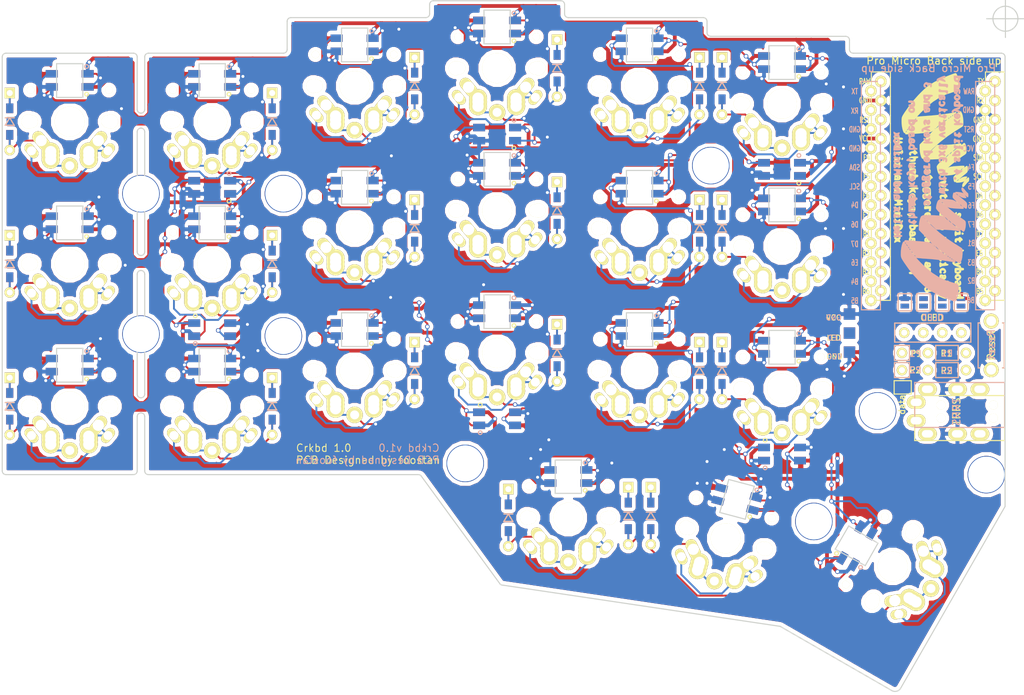
<source format=kicad_pcb>
(kicad_pcb (version 4) (host pcbnew 4.0.7)
  (title_block (title Crkbd) (date 2018/04/11) (rev 1.0) (company foostan))
  (layers (0 F.Cu signal) (31 B.Cu signal) (34 B.Paste user) (35 F.Paste user) (36 B.SilkS user) (37 F.SilkS user) (38 B.Mask user) (39 F.Mask user) (44 Edge.Cuts user))
  (net 0 "")
  (net 1 row0)
  (net 2 "Net-(D1-Pad2)")
  (net 3 row1)
  (net 4 "Net-(D2-Pad2)")
  (net 5 row2)
  (net 6 "Net-(D3-Pad2)")
  (net 7 row3)
  (net 8 "Net-(D4-Pad2)")
  (net 9 "Net-(D5-Pad2)")
  (net 10 "Net-(D6-Pad2)")
  (net 11 "Net-(D7-Pad2)")
  (net 12 "Net-(D8-Pad2)")
  (net 13 "Net-(D9-Pad2)")
  (net 14 "Net-(D10-Pad2)")
  (net 15 "Net-(D11-Pad2)")
  (net 16 "Net-(D12-Pad2)")
  (net 17 "Net-(D13-Pad2)")
  (net 18 "Net-(D14-Pad2)")
  (net 19 "Net-(D15-Pad2)")
  (net 20 "Net-(D16-Pad2)")
  (net 21 "Net-(D17-Pad2)")
  (net 22 "Net-(D18-Pad2)")
  (net 23 "Net-(D19-Pad2)")
  (net 24 "Net-(D20-Pad2)")
  (net 25 "Net-(D21-Pad2)")
  (net 26 GND)
  (net 27 VCC)
  (net 28 col0)
  (net 29 col1)
  (net 30 col2)
  (net 31 col3)
  (net 32 col4)
  (net 33 col5)
  (net 34 LED)
  (net 35 data)
  (net 36 "Net-(L1-Pad3)")
  (net 37 "Net-(L1-Pad1)")
  (net 38 "Net-(L3-Pad3)")
  (net 39 "Net-(L10-Pad1)")
  (net 40 "Net-(L11-Pad1)")
  (net 41 "Net-(L13-Pad1)")
  (net 42 "Net-(L14-Pad3)")
  (net 43 "Net-(L10-Pad3)")
  (net 44 "Net-(L12-Pad1)")
  (net 45 "Net-(L13-Pad3)")
  (net 46 "Net-(L15-Pad3)")
  (net 47 "Net-(L16-Pad3)")
  (net 48 reset)
  (net 49 SCL)
  (net 50 SDA)
  (net 51 "Net-(L5-Pad3)")
  (net 52 "Net-(U1-Pad14)")
  (net 53 "Net-(U1-Pad13)")
  (net 54 "Net-(U1-Pad12)")
  (net 55 "Net-(U1-Pad11)")
  (net 56 "Net-(J2-Pad1)")
  (net 57 "Net-(J2-Pad2)")
  (net 58 "Net-(J2-Pad3)")
  (net 59 "Net-(J2-Pad4)")
  (net 60 "Net-(L2-Pad3)")
  (net 61 "Net-(L3-Pad1)")
  (net 62 "Net-(L11-Pad3)")
  (net 63 "Net-(L14-Pad1)")
  (net 64 "Net-(L12-Pad3)")
  (net 65 "Net-(L17-Pad1)")
  (net 66 "Net-(L18-Pad3)")
  (net 67 "Net-(L19-Pad3)")
  (net 68 "Net-(J1-PadA)")
  (net 69 "Net-(J1-PadB)")
  (net 70 "Net-(U1-Pad24)")
  (net 71 "Net-(L21-Pad3)")
  (net 72 "Net-(L22-Pad3)")
  (net 73 "Net-(L22-Pad1)")
  (net 74 "Net-(L23-Pad3)")
  (net 75 "Net-(L25-Pad1)")
  (net 76 "Net-(L26-Pad1)")
  (module kbd:MX_ALPS_PG1350_noLed_1.75u (layer F.Cu) (at 179.75 136.5 240)
    (fp_text reference SW21 hide)
    (fp_text value SW_PUSH hide)
    (pad 1 thru_hole oval (at 5.1 -3.9 190) (size 2.2 1.25) (drill 1.2) (layers *.Cu *.Mask F.SilkS) (net 33 col5))
    (pad "" np_thru_hole circle (at 0 0 330) (size 4 4) (drill 4) (layers *.Cu *.Mask F.SilkS))
    (pad "" np_thru_hole circle (at -5.5 0 330) (size 1.9 1.9) (drill 1.9) (layers *.Cu *.Mask F.SilkS))
    (pad "" np_thru_hole circle (at 5.5 0 330) (size 1.9 1.9) (drill 1.9) (layers *.Cu *.Mask F.SilkS))
    (pad 1 thru_hole oval (at -5.1 -3.9 290) (size 2.2 1.25) (drill 1.2) (layers *.Cu *.Mask F.SilkS) (net 33 col5))
    (pad 2 thru_hole circle (at 0 -5.9 330) (size 2.2 2.2) (drill 1.2) (layers *.Cu *.Mask F.SilkS) (net 25 "Net-(D21-Pad2)"))
    (pad 2 thru_hole circle (at 2.54 -5.08 240) (size 2.4 2.4) (drill 1.5) (layers *.Cu *.Mask F.SilkS) (net 25 "Net-(D21-Pad2)"))
    (pad 1 thru_hole oval (at -3.81 -2.54 290) (size 2.8 1.55) (drill 1.5) (layers *.Cu *.Mask F.SilkS) (net 33 col5))
    (pad 1 thru_hole circle (at -2.54 -5.08 240) (size 2.4 2.4) (drill 1.5) (layers *.Cu *.Mask F.SilkS) (net 33 col5))
    (pad 2 thru_hole oval (at 3.81 -2.54 190) (size 2.8 1.55) (drill 1.5) (layers *.Cu *.Mask F.SilkS) (net 25 "Net-(D21-Pad2)"))
    (pad 2 thru_hole circle (at 2.54 -4.5 240) (size 2.4 2.4) (drill 1.5) (layers *.Cu *.Mask F.SilkS) (net 25 "Net-(D21-Pad2)"))
    (pad 2 thru_hole circle (at 2.54 -4 240) (size 2.4 2.4) (drill 1.5) (layers *.Cu *.Mask F.SilkS) (net 25 "Net-(D21-Pad2)"))
    (pad 1 thru_hole circle (at -2.54 -4 240) (size 2.4 2.4) (drill 1.5) (layers *.Cu *.Mask F.SilkS) (net 33 col5))
    (pad 1 thru_hole circle (at -2.54 -4.5 240) (size 2.4 2.4) (drill 1.5) (layers *.Cu *.Mask F.SilkS) (net 33 col5))
    (pad "" np_thru_hole circle (at 5.08 0 240) (size 1.7 1.7) (drill 1.7) (layers *.Cu *.Mask F.SilkS))
    (pad "" np_thru_hole circle (at -5.08 0 240) (size 1.7 1.7) (drill 1.7) (layers *.Cu *.Mask F.SilkS))
    (pad "" np_thru_hole circle (at 5.22 4.2 240) (size 1 1) (drill 1) (layers *.Cu *.Mask F.SilkS))
    (pad "" np_thru_hole circle (at -5.22 4.2 240) (size 1 1) (drill 1) (layers *.Cu *.Mask F.SilkS))
  )
  (module kbd:D3_TH_SMD (layer F.Cu) (at 62 77.125 270)
    (fp_text reference D1 hide)
    (fp_text value D hide)
    (pad 1 smd rect (at -1.775 0 270) (size 1.3 0.95) (layers F.Cu F.Paste F.Mask) (net 1 row0))
    (pad 2 smd rect (at 1.775 0 270) (size 1.3 0.95) (layers B.Cu B.Paste B.Mask) (net 2 "Net-(D1-Pad2)"))
    (pad 1 smd rect (at -1.775 0 270) (size 1.3 0.95) (layers B.Cu B.Paste B.Mask) (net 1 row0))
    (pad 1 thru_hole rect (at -3.81 0 270) (size 1.397 1.397) (drill 0.8128) (layers *.Cu *.Mask F.SilkS) (net 1 row0))
    (pad 2 thru_hole circle (at 3.81 0 270) (size 1.397 1.397) (drill 0.8128) (layers *.Cu *.Mask F.SilkS) (net 2 "Net-(D1-Pad2)"))
    (pad 2 smd rect (at 1.775 0 270) (size 1.3 0.95) (layers F.Cu F.Paste F.Mask) (net 2 "Net-(D1-Pad2)"))
  )
  (module kbd:D3_TH_SMD (layer F.Cu) (at 97 77.125 270)
    (fp_text reference D2 hide)
    (fp_text value D hide)
    (pad 1 smd rect (at -1.775 0 270) (size 1.3 0.95) (layers F.Cu F.Paste F.Mask) (net 1 row0))
    (pad 2 smd rect (at 1.775 0 270) (size 1.3 0.95) (layers B.Cu B.Paste B.Mask) (net 4 "Net-(D2-Pad2)"))
    (pad 1 smd rect (at -1.775 0 270) (size 1.3 0.95) (layers B.Cu B.Paste B.Mask) (net 1 row0))
    (pad 1 thru_hole rect (at -3.81 0 270) (size 1.397 1.397) (drill 0.8128) (layers *.Cu *.Mask F.SilkS) (net 1 row0))
    (pad 2 thru_hole circle (at 3.81 0 270) (size 1.397 1.397) (drill 0.8128) (layers *.Cu *.Mask F.SilkS) (net 4 "Net-(D2-Pad2)"))
    (pad 2 smd rect (at 1.775 0 270) (size 1.3 0.95) (layers F.Cu F.Paste F.Mask) (net 4 "Net-(D2-Pad2)"))
  )
  (module kbd:D3_TH_SMD (layer F.Cu) (at 116 72.375 270)
    (fp_text reference D3 hide)
    (fp_text value D hide)
    (pad 1 smd rect (at -1.775 0 270) (size 1.3 0.95) (layers F.Cu F.Paste F.Mask) (net 1 row0))
    (pad 2 smd rect (at 1.775 0 270) (size 1.3 0.95) (layers B.Cu B.Paste B.Mask) (net 6 "Net-(D3-Pad2)"))
    (pad 1 smd rect (at -1.775 0 270) (size 1.3 0.95) (layers B.Cu B.Paste B.Mask) (net 1 row0))
    (pad 1 thru_hole rect (at -3.81 0 270) (size 1.397 1.397) (drill 0.8128) (layers *.Cu *.Mask F.SilkS) (net 1 row0))
    (pad 2 thru_hole circle (at 3.81 0 270) (size 1.397 1.397) (drill 0.8128) (layers *.Cu *.Mask F.SilkS) (net 6 "Net-(D3-Pad2)"))
    (pad 2 smd rect (at 1.775 0 270) (size 1.3 0.95) (layers F.Cu F.Paste F.Mask) (net 6 "Net-(D3-Pad2)"))
  )
  (module kbd:D3_TH_SMD (layer F.Cu) (at 135 70 270)
    (fp_text reference D4 hide)
    (fp_text value D hide)
    (pad 1 smd rect (at -1.775 0 270) (size 1.3 0.95) (layers F.Cu F.Paste F.Mask) (net 1 row0))
    (pad 2 smd rect (at 1.775 0 270) (size 1.3 0.95) (layers B.Cu B.Paste B.Mask) (net 8 "Net-(D4-Pad2)"))
    (pad 1 smd rect (at -1.775 0 270) (size 1.3 0.95) (layers B.Cu B.Paste B.Mask) (net 1 row0))
    (pad 1 thru_hole rect (at -3.81 0 270) (size 1.397 1.397) (drill 0.8128) (layers *.Cu *.Mask F.SilkS) (net 1 row0))
    (pad 2 thru_hole circle (at 3.81 0 270) (size 1.397 1.397) (drill 0.8128) (layers *.Cu *.Mask F.SilkS) (net 8 "Net-(D4-Pad2)"))
    (pad 2 smd rect (at 1.775 0 270) (size 1.3 0.95) (layers F.Cu F.Paste F.Mask) (net 8 "Net-(D4-Pad2)"))
  )
  (module kbd:D3_TH_SMD (layer F.Cu) (at 154 72.375 270)
    (fp_text reference D5 hide)
    (fp_text value D hide)
    (pad 1 smd rect (at -1.775 0 270) (size 1.3 0.95) (layers F.Cu F.Paste F.Mask) (net 1 row0))
    (pad 2 smd rect (at 1.775 0 270) (size 1.3 0.95) (layers B.Cu B.Paste B.Mask) (net 9 "Net-(D5-Pad2)"))
    (pad 1 smd rect (at -1.775 0 270) (size 1.3 0.95) (layers B.Cu B.Paste B.Mask) (net 1 row0))
    (pad 1 thru_hole rect (at -3.81 0 270) (size 1.397 1.397) (drill 0.8128) (layers *.Cu *.Mask F.SilkS) (net 1 row0))
    (pad 2 thru_hole circle (at 3.81 0 270) (size 1.397 1.397) (drill 0.8128) (layers *.Cu *.Mask F.SilkS) (net 9 "Net-(D5-Pad2)"))
    (pad 2 smd rect (at 1.775 0 270) (size 1.3 0.95) (layers F.Cu F.Paste F.Mask) (net 9 "Net-(D5-Pad2)"))
  )
  (module kbd:D3_TH_SMD (layer F.Cu) (at 157 72.375 270)
    (fp_text reference D6 hide)
    (fp_text value D hide)
    (pad 1 smd rect (at -1.775 0 270) (size 1.3 0.95) (layers F.Cu F.Paste F.Mask) (net 1 row0))
    (pad 2 smd rect (at 1.775 0 270) (size 1.3 0.95) (layers B.Cu B.Paste B.Mask) (net 10 "Net-(D6-Pad2)"))
    (pad 1 smd rect (at -1.775 0 270) (size 1.3 0.95) (layers B.Cu B.Paste B.Mask) (net 1 row0))
    (pad 1 thru_hole rect (at -3.81 0 270) (size 1.397 1.397) (drill 0.8128) (layers *.Cu *.Mask F.SilkS) (net 1 row0))
    (pad 2 thru_hole circle (at 3.81 0 270) (size 1.397 1.397) (drill 0.8128) (layers *.Cu *.Mask F.SilkS) (net 10 "Net-(D6-Pad2)"))
    (pad 2 smd rect (at 1.775 0 270) (size 1.3 0.95) (layers F.Cu F.Paste F.Mask) (net 10 "Net-(D6-Pad2)"))
  )
  (module kbd:D3_TH_SMD (layer F.Cu) (at 62 96.125 270)
    (fp_text reference D7 hide)
    (fp_text value D hide)
    (pad 1 smd rect (at -1.775 0 270) (size 1.3 0.95) (layers F.Cu F.Paste F.Mask) (net 3 row1))
    (pad 2 smd rect (at 1.775 0 270) (size 1.3 0.95) (layers B.Cu B.Paste B.Mask) (net 11 "Net-(D7-Pad2)"))
    (pad 1 smd rect (at -1.775 0 270) (size 1.3 0.95) (layers B.Cu B.Paste B.Mask) (net 3 row1))
    (pad 1 thru_hole rect (at -3.81 0 270) (size 1.397 1.397) (drill 0.8128) (layers *.Cu *.Mask F.SilkS) (net 3 row1))
    (pad 2 thru_hole circle (at 3.81 0 270) (size 1.397 1.397) (drill 0.8128) (layers *.Cu *.Mask F.SilkS) (net 11 "Net-(D7-Pad2)"))
    (pad 2 smd rect (at 1.775 0 270) (size 1.3 0.95) (layers F.Cu F.Paste F.Mask) (net 11 "Net-(D7-Pad2)"))
  )
  (module kbd:D3_TH_SMD (layer F.Cu) (at 97 96.125 270)
    (fp_text reference D8 hide)
    (fp_text value D hide)
    (pad 1 smd rect (at -1.775 0 270) (size 1.3 0.95) (layers F.Cu F.Paste F.Mask) (net 3 row1))
    (pad 2 smd rect (at 1.775 0 270) (size 1.3 0.95) (layers B.Cu B.Paste B.Mask) (net 12 "Net-(D8-Pad2)"))
    (pad 1 smd rect (at -1.775 0 270) (size 1.3 0.95) (layers B.Cu B.Paste B.Mask) (net 3 row1))
    (pad 1 thru_hole rect (at -3.81 0 270) (size 1.397 1.397) (drill 0.8128) (layers *.Cu *.Mask F.SilkS) (net 3 row1))
    (pad 2 thru_hole circle (at 3.81 0 270) (size 1.397 1.397) (drill 0.8128) (layers *.Cu *.Mask F.SilkS) (net 12 "Net-(D8-Pad2)"))
    (pad 2 smd rect (at 1.775 0 270) (size 1.3 0.95) (layers F.Cu F.Paste F.Mask) (net 12 "Net-(D8-Pad2)"))
  )
  (module kbd:D3_TH_SMD (layer F.Cu) (at 116 91.375 270)
    (fp_text reference D9 hide)
    (fp_text value D hide)
    (pad 1 smd rect (at -1.775 0 270) (size 1.3 0.95) (layers F.Cu F.Paste F.Mask) (net 3 row1))
    (pad 2 smd rect (at 1.775 0 270) (size 1.3 0.95) (layers B.Cu B.Paste B.Mask) (net 13 "Net-(D9-Pad2)"))
    (pad 1 smd rect (at -1.775 0 270) (size 1.3 0.95) (layers B.Cu B.Paste B.Mask) (net 3 row1))
    (pad 1 thru_hole rect (at -3.81 0 270) (size 1.397 1.397) (drill 0.8128) (layers *.Cu *.Mask F.SilkS) (net 3 row1))
    (pad 2 thru_hole circle (at 3.81 0 270) (size 1.397 1.397) (drill 0.8128) (layers *.Cu *.Mask F.SilkS) (net 13 "Net-(D9-Pad2)"))
    (pad 2 smd rect (at 1.775 0 270) (size 1.3 0.95) (layers F.Cu F.Paste F.Mask) (net 13 "Net-(D9-Pad2)"))
  )
  (module kbd:D3_TH_SMD (layer F.Cu) (at 135 89 270)
    (fp_text reference D10 hide)
    (fp_text value D hide)
    (pad 1 smd rect (at -1.775 0 270) (size 1.3 0.95) (layers F.Cu F.Paste F.Mask) (net 3 row1))
    (pad 2 smd rect (at 1.775 0 270) (size 1.3 0.95) (layers B.Cu B.Paste B.Mask) (net 14 "Net-(D10-Pad2)"))
    (pad 1 smd rect (at -1.775 0 270) (size 1.3 0.95) (layers B.Cu B.Paste B.Mask) (net 3 row1))
    (pad 1 thru_hole rect (at -3.81 0 270) (size 1.397 1.397) (drill 0.8128) (layers *.Cu *.Mask F.SilkS) (net 3 row1))
    (pad 2 thru_hole circle (at 3.81 0 270) (size 1.397 1.397) (drill 0.8128) (layers *.Cu *.Mask F.SilkS) (net 14 "Net-(D10-Pad2)"))
    (pad 2 smd rect (at 1.775 0 270) (size 1.3 0.95) (layers F.Cu F.Paste F.Mask) (net 14 "Net-(D10-Pad2)"))
  )
  (module kbd:D3_TH_SMD (layer F.Cu) (at 154 91.375 270)
    (fp_text reference D11 hide)
    (fp_text value D hide)
    (pad 1 smd rect (at -1.775 0 270) (size 1.3 0.95) (layers F.Cu F.Paste F.Mask) (net 3 row1))
    (pad 2 smd rect (at 1.775 0 270) (size 1.3 0.95) (layers B.Cu B.Paste B.Mask) (net 15 "Net-(D11-Pad2)"))
    (pad 1 smd rect (at -1.775 0 270) (size 1.3 0.95) (layers B.Cu B.Paste B.Mask) (net 3 row1))
    (pad 1 thru_hole rect (at -3.81 0 270) (size 1.397 1.397) (drill 0.8128) (layers *.Cu *.Mask F.SilkS) (net 3 row1))
    (pad 2 thru_hole circle (at 3.81 0 270) (size 1.397 1.397) (drill 0.8128) (layers *.Cu *.Mask F.SilkS) (net 15 "Net-(D11-Pad2)"))
    (pad 2 smd rect (at 1.775 0 270) (size 1.3 0.95) (layers F.Cu F.Paste F.Mask) (net 15 "Net-(D11-Pad2)"))
  )
  (module kbd:D3_TH_SMD (layer F.Cu) (at 157 91.375 270)
    (fp_text reference D12 hide)
    (fp_text value D hide)
    (pad 1 smd rect (at -1.775 0 270) (size 1.3 0.95) (layers F.Cu F.Paste F.Mask) (net 3 row1))
    (pad 2 smd rect (at 1.775 0 270) (size 1.3 0.95) (layers B.Cu B.Paste B.Mask) (net 16 "Net-(D12-Pad2)"))
    (pad 1 smd rect (at -1.775 0 270) (size 1.3 0.95) (layers B.Cu B.Paste B.Mask) (net 3 row1))
    (pad 1 thru_hole rect (at -3.81 0 270) (size 1.397 1.397) (drill 0.8128) (layers *.Cu *.Mask F.SilkS) (net 3 row1))
    (pad 2 thru_hole circle (at 3.81 0 270) (size 1.397 1.397) (drill 0.8128) (layers *.Cu *.Mask F.SilkS) (net 16 "Net-(D12-Pad2)"))
    (pad 2 smd rect (at 1.775 0 270) (size 1.3 0.95) (layers F.Cu F.Paste F.Mask) (net 16 "Net-(D12-Pad2)"))
  )
  (module kbd:D3_TH_SMD (layer F.Cu) (at 62 115.125 270)
    (fp_text reference D13 hide)
    (fp_text value D hide)
    (pad 1 smd rect (at -1.775 0 270) (size 1.3 0.95) (layers F.Cu F.Paste F.Mask) (net 5 row2))
    (pad 2 smd rect (at 1.775 0 270) (size 1.3 0.95) (layers B.Cu B.Paste B.Mask) (net 17 "Net-(D13-Pad2)"))
    (pad 1 smd rect (at -1.775 0 270) (size 1.3 0.95) (layers B.Cu B.Paste B.Mask) (net 5 row2))
    (pad 1 thru_hole rect (at -3.81 0 270) (size 1.397 1.397) (drill 0.8128) (layers *.Cu *.Mask F.SilkS) (net 5 row2))
    (pad 2 thru_hole circle (at 3.81 0 270) (size 1.397 1.397) (drill 0.8128) (layers *.Cu *.Mask F.SilkS) (net 17 "Net-(D13-Pad2)"))
    (pad 2 smd rect (at 1.775 0 270) (size 1.3 0.95) (layers F.Cu F.Paste F.Mask) (net 17 "Net-(D13-Pad2)"))
  )
  (module kbd:D3_TH_SMD (layer F.Cu) (at 97 115.125 270)
    (fp_text reference D14 hide)
    (fp_text value D hide)
    (pad 1 smd rect (at -1.775 0 270) (size 1.3 0.95) (layers F.Cu F.Paste F.Mask) (net 5 row2))
    (pad 2 smd rect (at 1.775 0 270) (size 1.3 0.95) (layers B.Cu B.Paste B.Mask) (net 18 "Net-(D14-Pad2)"))
    (pad 1 smd rect (at -1.775 0 270) (size 1.3 0.95) (layers B.Cu B.Paste B.Mask) (net 5 row2))
    (pad 1 thru_hole rect (at -3.81 0 270) (size 1.397 1.397) (drill 0.8128) (layers *.Cu *.Mask F.SilkS) (net 5 row2))
    (pad 2 thru_hole circle (at 3.81 0 270) (size 1.397 1.397) (drill 0.8128) (layers *.Cu *.Mask F.SilkS) (net 18 "Net-(D14-Pad2)"))
    (pad 2 smd rect (at 1.775 0 270) (size 1.3 0.95) (layers F.Cu F.Paste F.Mask) (net 18 "Net-(D14-Pad2)"))
  )
  (module kbd:D3_TH_SMD (layer F.Cu) (at 116 110.375 270)
    (fp_text reference D15 hide)
    (fp_text value D hide)
    (pad 1 smd rect (at -1.775 0 270) (size 1.3 0.95) (layers F.Cu F.Paste F.Mask) (net 5 row2))
    (pad 2 smd rect (at 1.775 0 270) (size 1.3 0.95) (layers B.Cu B.Paste B.Mask) (net 19 "Net-(D15-Pad2)"))
    (pad 1 smd rect (at -1.775 0 270) (size 1.3 0.95) (layers B.Cu B.Paste B.Mask) (net 5 row2))
    (pad 1 thru_hole rect (at -3.81 0 270) (size 1.397 1.397) (drill 0.8128) (layers *.Cu *.Mask F.SilkS) (net 5 row2))
    (pad 2 thru_hole circle (at 3.81 0 270) (size 1.397 1.397) (drill 0.8128) (layers *.Cu *.Mask F.SilkS) (net 19 "Net-(D15-Pad2)"))
    (pad 2 smd rect (at 1.775 0 270) (size 1.3 0.95) (layers F.Cu F.Paste F.Mask) (net 19 "Net-(D15-Pad2)"))
  )
  (module kbd:D3_TH_SMD (layer F.Cu) (at 135 108 270)
    (fp_text reference D16 hide)
    (fp_text value D hide)
    (pad 1 smd rect (at -1.775 0 270) (size 1.3 0.95) (layers F.Cu F.Paste F.Mask) (net 5 row2))
    (pad 2 smd rect (at 1.775 0 270) (size 1.3 0.95) (layers B.Cu B.Paste B.Mask) (net 20 "Net-(D16-Pad2)"))
    (pad 1 smd rect (at -1.775 0 270) (size 1.3 0.95) (layers B.Cu B.Paste B.Mask) (net 5 row2))
    (pad 1 thru_hole rect (at -3.81 0 270) (size 1.397 1.397) (drill 0.8128) (layers *.Cu *.Mask F.SilkS) (net 5 row2))
    (pad 2 thru_hole circle (at 3.81 0 270) (size 1.397 1.397) (drill 0.8128) (layers *.Cu *.Mask F.SilkS) (net 20 "Net-(D16-Pad2)"))
    (pad 2 smd rect (at 1.775 0 270) (size 1.3 0.95) (layers F.Cu F.Paste F.Mask) (net 20 "Net-(D16-Pad2)"))
  )
  (module kbd:D3_TH_SMD (layer F.Cu) (at 157 110.375 270)
    (fp_text reference D18 hide)
    (fp_text value D hide)
    (pad 1 smd rect (at -1.775 0 270) (size 1.3 0.95) (layers F.Cu F.Paste F.Mask) (net 5 row2))
    (pad 2 smd rect (at 1.775 0 270) (size 1.3 0.95) (layers B.Cu B.Paste B.Mask) (net 22 "Net-(D18-Pad2)"))
    (pad 1 smd rect (at -1.775 0 270) (size 1.3 0.95) (layers B.Cu B.Paste B.Mask) (net 5 row2))
    (pad 1 thru_hole rect (at -3.81 0 270) (size 1.397 1.397) (drill 0.8128) (layers *.Cu *.Mask F.SilkS) (net 5 row2))
    (pad 2 thru_hole circle (at 3.81 0 270) (size 1.397 1.397) (drill 0.8128) (layers *.Cu *.Mask F.SilkS) (net 22 "Net-(D18-Pad2)"))
    (pad 2 smd rect (at 1.775 0 270) (size 1.3 0.95) (layers F.Cu F.Paste F.Mask) (net 22 "Net-(D18-Pad2)"))
  )
  (module kbd:D3_TH_SMD (layer F.Cu) (at 128.5 130 270)
    (fp_text reference D19 hide)
    (fp_text value D hide)
    (pad 1 smd rect (at -1.775 0 270) (size 1.3 0.95) (layers F.Cu F.Paste F.Mask) (net 7 row3))
    (pad 2 smd rect (at 1.775 0 270) (size 1.3 0.95) (layers B.Cu B.Paste B.Mask) (net 23 "Net-(D19-Pad2)"))
    (pad 1 smd rect (at -1.775 0 270) (size 1.3 0.95) (layers B.Cu B.Paste B.Mask) (net 7 row3))
    (pad 1 thru_hole rect (at -3.81 0 270) (size 1.397 1.397) (drill 0.8128) (layers *.Cu *.Mask F.SilkS) (net 7 row3))
    (pad 2 thru_hole circle (at 3.81 0 270) (size 1.397 1.397) (drill 0.8128) (layers *.Cu *.Mask F.SilkS) (net 23 "Net-(D19-Pad2)"))
    (pad 2 smd rect (at 1.775 0 270) (size 1.3 0.95) (layers F.Cu F.Paste F.Mask) (net 23 "Net-(D19-Pad2)"))
  )
  (module kbd:D3_TH_SMD (layer F.Cu) (at 144.5 129.75 270)
    (fp_text reference D20 hide)
    (fp_text value D hide)
    (pad 1 smd rect (at -1.775 0 270) (size 1.3 0.95) (layers F.Cu F.Paste F.Mask) (net 7 row3))
    (pad 2 smd rect (at 1.775 0 270) (size 1.3 0.95) (layers B.Cu B.Paste B.Mask) (net 24 "Net-(D20-Pad2)"))
    (pad 1 smd rect (at -1.775 0 270) (size 1.3 0.95) (layers B.Cu B.Paste B.Mask) (net 7 row3))
    (pad 1 thru_hole rect (at -3.81 0 270) (size 1.397 1.397) (drill 0.8128) (layers *.Cu *.Mask F.SilkS) (net 7 row3))
    (pad 2 thru_hole circle (at 3.81 0 270) (size 1.397 1.397) (drill 0.8128) (layers *.Cu *.Mask F.SilkS) (net 24 "Net-(D20-Pad2)"))
    (pad 2 smd rect (at 1.775 0 270) (size 1.3 0.95) (layers F.Cu F.Paste F.Mask) (net 24 "Net-(D20-Pad2)"))
  )
  (module kbd:D3_TH_SMD (layer F.Cu) (at 147.5 129.75 270)
    (fp_text reference D21 hide)
    (fp_text value D hide)
    (pad 1 smd rect (at -1.775 0 270) (size 1.3 0.95) (layers F.Cu F.Paste F.Mask) (net 7 row3))
    (pad 2 smd rect (at 1.775 0 270) (size 1.3 0.95) (layers B.Cu B.Paste B.Mask) (net 25 "Net-(D21-Pad2)"))
    (pad 1 smd rect (at -1.775 0 270) (size 1.3 0.95) (layers B.Cu B.Paste B.Mask) (net 7 row3))
    (pad 1 thru_hole rect (at -3.81 0 270) (size 1.397 1.397) (drill 0.8128) (layers *.Cu *.Mask F.SilkS) (net 7 row3))
    (pad 2 thru_hole circle (at 3.81 0 270) (size 1.397 1.397) (drill 0.8128) (layers *.Cu *.Mask F.SilkS) (net 25 "Net-(D21-Pad2)"))
    (pad 2 smd rect (at 1.775 0 270) (size 1.3 0.95) (layers F.Cu F.Paste F.Mask) (net 25 "Net-(D21-Pad2)"))
  )
  (module kbd:SK6812MINI_rev (layer F.Cu) (at 70 71.625)
    (fp_text reference L1 hide)
    (fp_text value SK6812MINI hide)
    (pad 4 smd rect (at 2.4 0.875) (size 1.6 1) (layers F.Cu F.Paste F.Mask) (net 27 VCC))
    (pad 3 smd rect (at 2.4 -0.875) (size 1.6 1) (layers F.Cu F.Paste F.Mask) (net 36 "Net-(L1-Pad3)"))
    (pad 1 smd rect (at -2.4 0.875) (size 1.6 1) (layers F.Cu F.Paste F.Mask) (net 37 "Net-(L1-Pad1)"))
    (pad 2 smd rect (at -2.4 -0.875) (size 1.6 1) (layers F.Cu F.Paste F.Mask) (net 26 GND))
    (pad 3 smd rect (at 2.4 0.875) (size 1.6 1) (layers B.Cu B.Paste B.Mask) (net 36 "Net-(L1-Pad3)"))
    (pad 4 smd rect (at 2.4 -0.875) (size 1.6 1) (layers B.Cu B.Paste B.Mask) (net 27 VCC))
    (pad 1 smd rect (at -2.4 -0.875) (size 1.6 1) (layers B.Cu B.Paste B.Mask) (net 37 "Net-(L1-Pad1)"))
    (pad 2 smd rect (at -2.4 0.875) (size 1.6 1) (layers B.Cu B.Paste B.Mask) (net 26 GND))
  )
  (module kbd:SK6812MINI_rev (layer F.Cu) (at 89 71.625)
    (fp_text reference L2 hide)
    (fp_text value SK6812MINI hide)
    (pad 4 smd rect (at 2.4 0.875) (size 1.6 1) (layers F.Cu F.Paste F.Mask) (net 27 VCC))
    (pad 3 smd rect (at 2.4 -0.875) (size 1.6 1) (layers F.Cu F.Paste F.Mask) (net 60 "Net-(L2-Pad3)"))
    (pad 1 smd rect (at -2.4 0.875) (size 1.6 1) (layers F.Cu F.Paste F.Mask) (net 36 "Net-(L1-Pad3)"))
    (pad 2 smd rect (at -2.4 -0.875) (size 1.6 1) (layers F.Cu F.Paste F.Mask) (net 26 GND))
    (pad 3 smd rect (at 2.4 0.875) (size 1.6 1) (layers B.Cu B.Paste B.Mask) (net 60 "Net-(L2-Pad3)"))
    (pad 4 smd rect (at 2.4 -0.875) (size 1.6 1) (layers B.Cu B.Paste B.Mask) (net 27 VCC))
    (pad 1 smd rect (at -2.4 -0.875) (size 1.6 1) (layers B.Cu B.Paste B.Mask) (net 36 "Net-(L1-Pad3)"))
    (pad 2 smd rect (at -2.4 0.875) (size 1.6 1) (layers B.Cu B.Paste B.Mask) (net 26 GND))
  )
  (module kbd:SK6812MINI_rev (layer F.Cu) (at 108 66.875)
    (fp_text reference L3 hide)
    (fp_text value SK6812MINI hide)
    (pad 4 smd rect (at 2.4 0.875) (size 1.6 1) (layers F.Cu F.Paste F.Mask) (net 27 VCC))
    (pad 3 smd rect (at 2.4 -0.875) (size 1.6 1) (layers F.Cu F.Paste F.Mask) (net 38 "Net-(L3-Pad3)"))
    (pad 1 smd rect (at -2.4 0.875) (size 1.6 1) (layers F.Cu F.Paste F.Mask) (net 61 "Net-(L3-Pad1)"))
    (pad 2 smd rect (at -2.4 -0.875) (size 1.6 1) (layers F.Cu F.Paste F.Mask) (net 26 GND))
    (pad 3 smd rect (at 2.4 0.875) (size 1.6 1) (layers B.Cu B.Paste B.Mask) (net 38 "Net-(L3-Pad3)"))
    (pad 4 smd rect (at 2.4 -0.875) (size 1.6 1) (layers B.Cu B.Paste B.Mask) (net 27 VCC))
    (pad 1 smd rect (at -2.4 -0.875) (size 1.6 1) (layers B.Cu B.Paste B.Mask) (net 61 "Net-(L3-Pad1)"))
    (pad 2 smd rect (at -2.4 0.875) (size 1.6 1) (layers B.Cu B.Paste B.Mask) (net 26 GND))
  )
  (module kbd:SK6812MINI_rev (layer F.Cu) (at 127 64.5)
    (fp_text reference L4 hide)
    (fp_text value SK6812MINI hide)
    (pad 4 smd rect (at 2.4 0.875) (size 1.6 1) (layers F.Cu F.Paste F.Mask) (net 27 VCC))
    (pad 3 smd rect (at 2.4 -0.875) (size 1.6 1) (layers F.Cu F.Paste F.Mask) (net 39 "Net-(L10-Pad1)"))
    (pad 1 smd rect (at -2.4 0.875) (size 1.6 1) (layers F.Cu F.Paste F.Mask) (net 38 "Net-(L3-Pad3)"))
    (pad 2 smd rect (at -2.4 -0.875) (size 1.6 1) (layers F.Cu F.Paste F.Mask) (net 26 GND))
    (pad 3 smd rect (at 2.4 0.875) (size 1.6 1) (layers B.Cu B.Paste B.Mask) (net 39 "Net-(L10-Pad1)"))
    (pad 4 smd rect (at 2.4 -0.875) (size 1.6 1) (layers B.Cu B.Paste B.Mask) (net 27 VCC))
    (pad 1 smd rect (at -2.4 -0.875) (size 1.6 1) (layers B.Cu B.Paste B.Mask) (net 38 "Net-(L3-Pad3)"))
    (pad 2 smd rect (at -2.4 0.875) (size 1.6 1) (layers B.Cu B.Paste B.Mask) (net 26 GND))
  )
  (module kbd:SK6812MINI_rev (layer F.Cu) (at 146 66.875)
    (fp_text reference L5 hide)
    (fp_text value SK6812MINI hide)
    (pad 4 smd rect (at 2.4 0.875) (size 1.6 1) (layers F.Cu F.Paste F.Mask) (net 27 VCC))
    (pad 3 smd rect (at 2.4 -0.875) (size 1.6 1) (layers F.Cu F.Paste F.Mask) (net 51 "Net-(L5-Pad3)"))
    (pad 1 smd rect (at -2.4 0.875) (size 1.6 1) (layers F.Cu F.Paste F.Mask) (net 62 "Net-(L11-Pad3)"))
    (pad 2 smd rect (at -2.4 -0.875) (size 1.6 1) (layers F.Cu F.Paste F.Mask) (net 26 GND))
    (pad 3 smd rect (at 2.4 0.875) (size 1.6 1) (layers B.Cu B.Paste B.Mask) (net 51 "Net-(L5-Pad3)"))
    (pad 4 smd rect (at 2.4 -0.875) (size 1.6 1) (layers B.Cu B.Paste B.Mask) (net 27 VCC))
    (pad 1 smd rect (at -2.4 -0.875) (size 1.6 1) (layers B.Cu B.Paste B.Mask) (net 62 "Net-(L11-Pad3)"))
    (pad 2 smd rect (at -2.4 0.875) (size 1.6 1) (layers B.Cu B.Paste B.Mask) (net 26 GND))
  )
  (module kbd:SK6812MINI_rev (layer F.Cu) (at 165 69.25)
    (fp_text reference L6 hide)
    (fp_text value SK6812MINI hide)
    (pad 4 smd rect (at 2.4 0.875) (size 1.6 1) (layers F.Cu F.Paste F.Mask) (net 27 VCC))
    (pad 3 smd rect (at 2.4 -0.875) (size 1.6 1) (layers F.Cu F.Paste F.Mask) (net 44 "Net-(L12-Pad1)"))
    (pad 1 smd rect (at -2.4 0.875) (size 1.6 1) (layers F.Cu F.Paste F.Mask) (net 51 "Net-(L5-Pad3)"))
    (pad 2 smd rect (at -2.4 -0.875) (size 1.6 1) (layers F.Cu F.Paste F.Mask) (net 26 GND))
    (pad 3 smd rect (at 2.4 0.875) (size 1.6 1) (layers B.Cu B.Paste B.Mask) (net 44 "Net-(L12-Pad1)"))
    (pad 4 smd rect (at 2.4 -0.875) (size 1.6 1) (layers B.Cu B.Paste B.Mask) (net 27 VCC))
    (pad 1 smd rect (at -2.4 -0.875) (size 1.6 1) (layers B.Cu B.Paste B.Mask) (net 51 "Net-(L5-Pad3)"))
    (pad 2 smd rect (at -2.4 0.875) (size 1.6 1) (layers B.Cu B.Paste B.Mask) (net 26 GND))
  )
  (module kbd:SK6812MINI_rev (layer F.Cu) (at 70 90.625)
    (fp_text reference L7 hide)
    (fp_text value SK6812MINI hide)
    (pad 4 smd rect (at 2.4 0.875) (size 1.6 1) (layers F.Cu F.Paste F.Mask) (net 27 VCC))
    (pad 3 smd rect (at 2.4 -0.875) (size 1.6 1) (layers F.Cu F.Paste F.Mask) (net 37 "Net-(L1-Pad1)"))
    (pad 1 smd rect (at -2.4 0.875) (size 1.6 1) (layers F.Cu F.Paste F.Mask) (net 45 "Net-(L13-Pad3)"))
    (pad 2 smd rect (at -2.4 -0.875) (size 1.6 1) (layers F.Cu F.Paste F.Mask) (net 26 GND))
    (pad 3 smd rect (at 2.4 0.875) (size 1.6 1) (layers B.Cu B.Paste B.Mask) (net 37 "Net-(L1-Pad1)"))
    (pad 4 smd rect (at 2.4 -0.875) (size 1.6 1) (layers B.Cu B.Paste B.Mask) (net 27 VCC))
    (pad 1 smd rect (at -2.4 -0.875) (size 1.6 1) (layers B.Cu B.Paste B.Mask) (net 45 "Net-(L13-Pad3)"))
    (pad 2 smd rect (at -2.4 0.875) (size 1.6 1) (layers B.Cu B.Paste B.Mask) (net 26 GND))
  )
  (module kbd:SK6812MINI_rev (layer F.Cu) (at 89 90.625)
    (fp_text reference L8 hide)
    (fp_text value SK6812MINI hide)
    (pad 4 smd rect (at 2.4 0.875) (size 1.6 1) (layers F.Cu F.Paste F.Mask) (net 27 VCC))
    (pad 3 smd rect (at 2.4 -0.875) (size 1.6 1) (layers F.Cu F.Paste F.Mask) (net 63 "Net-(L14-Pad1)"))
    (pad 1 smd rect (at -2.4 0.875) (size 1.6 1) (layers F.Cu F.Paste F.Mask) (net 60 "Net-(L2-Pad3)"))
    (pad 2 smd rect (at -2.4 -0.875) (size 1.6 1) (layers F.Cu F.Paste F.Mask) (net 26 GND))
    (pad 3 smd rect (at 2.4 0.875) (size 1.6 1) (layers B.Cu B.Paste B.Mask) (net 63 "Net-(L14-Pad1)"))
    (pad 4 smd rect (at 2.4 -0.875) (size 1.6 1) (layers B.Cu B.Paste B.Mask) (net 27 VCC))
    (pad 1 smd rect (at -2.4 -0.875) (size 1.6 1) (layers B.Cu B.Paste B.Mask) (net 60 "Net-(L2-Pad3)"))
    (pad 2 smd rect (at -2.4 0.875) (size 1.6 1) (layers B.Cu B.Paste B.Mask) (net 26 GND))
  )
  (module kbd:SK6812MINI_rev (layer F.Cu) (at 108 85.875)
    (fp_text reference L9 hide)
    (fp_text value SK6812MINI hide)
    (pad 4 smd rect (at 2.4 0.875) (size 1.6 1) (layers F.Cu F.Paste F.Mask) (net 27 VCC))
    (pad 3 smd rect (at 2.4 -0.875) (size 1.6 1) (layers F.Cu F.Paste F.Mask) (net 61 "Net-(L3-Pad1)"))
    (pad 1 smd rect (at -2.4 0.875) (size 1.6 1) (layers F.Cu F.Paste F.Mask) (net 46 "Net-(L15-Pad3)"))
    (pad 2 smd rect (at -2.4 -0.875) (size 1.6 1) (layers F.Cu F.Paste F.Mask) (net 26 GND))
    (pad 3 smd rect (at 2.4 0.875) (size 1.6 1) (layers B.Cu B.Paste B.Mask) (net 61 "Net-(L3-Pad1)"))
    (pad 4 smd rect (at 2.4 -0.875) (size 1.6 1) (layers B.Cu B.Paste B.Mask) (net 27 VCC))
    (pad 1 smd rect (at -2.4 -0.875) (size 1.6 1) (layers B.Cu B.Paste B.Mask) (net 46 "Net-(L15-Pad3)"))
    (pad 2 smd rect (at -2.4 0.875) (size 1.6 1) (layers B.Cu B.Paste B.Mask) (net 26 GND))
  )
  (module kbd:SK6812MINI_rev (layer F.Cu) (at 127 83.5)
    (fp_text reference L10 hide)
    (fp_text value SK6812MINI hide)
    (pad 4 smd rect (at 2.4 0.875) (size 1.6 1) (layers F.Cu F.Paste F.Mask) (net 27 VCC))
    (pad 3 smd rect (at 2.4 -0.875) (size 1.6 1) (layers F.Cu F.Paste F.Mask) (net 43 "Net-(L10-Pad3)"))
    (pad 1 smd rect (at -2.4 0.875) (size 1.6 1) (layers F.Cu F.Paste F.Mask) (net 39 "Net-(L10-Pad1)"))
    (pad 2 smd rect (at -2.4 -0.875) (size 1.6 1) (layers F.Cu F.Paste F.Mask) (net 26 GND))
    (pad 3 smd rect (at 2.4 0.875) (size 1.6 1) (layers B.Cu B.Paste B.Mask) (net 43 "Net-(L10-Pad3)"))
    (pad 4 smd rect (at 2.4 -0.875) (size 1.6 1) (layers B.Cu B.Paste B.Mask) (net 27 VCC))
    (pad 1 smd rect (at -2.4 -0.875) (size 1.6 1) (layers B.Cu B.Paste B.Mask) (net 39 "Net-(L10-Pad1)"))
    (pad 2 smd rect (at -2.4 0.875) (size 1.6 1) (layers B.Cu B.Paste B.Mask) (net 26 GND))
  )
  (module kbd:SK6812MINI_rev (layer F.Cu) (at 146 85.875)
    (fp_text reference L11 hide)
    (fp_text value SK6812MINI hide)
    (pad 4 smd rect (at 2.4 0.875) (size 1.6 1) (layers F.Cu F.Paste F.Mask) (net 27 VCC))
    (pad 3 smd rect (at 2.4 -0.875) (size 1.6 1) (layers F.Cu F.Paste F.Mask) (net 62 "Net-(L11-Pad3)"))
    (pad 1 smd rect (at -2.4 0.875) (size 1.6 1) (layers F.Cu F.Paste F.Mask) (net 40 "Net-(L11-Pad1)"))
    (pad 2 smd rect (at -2.4 -0.875) (size 1.6 1) (layers F.Cu F.Paste F.Mask) (net 26 GND))
    (pad 3 smd rect (at 2.4 0.875) (size 1.6 1) (layers B.Cu B.Paste B.Mask) (net 62 "Net-(L11-Pad3)"))
    (pad 4 smd rect (at 2.4 -0.875) (size 1.6 1) (layers B.Cu B.Paste B.Mask) (net 27 VCC))
    (pad 1 smd rect (at -2.4 -0.875) (size 1.6 1) (layers B.Cu B.Paste B.Mask) (net 40 "Net-(L11-Pad1)"))
    (pad 2 smd rect (at -2.4 0.875) (size 1.6 1) (layers B.Cu B.Paste B.Mask) (net 26 GND))
  )
  (module kbd:SK6812MINI_rev (layer F.Cu) (at 165 88.25)
    (fp_text reference L12 hide)
    (fp_text value SK6812MINI hide)
    (pad 4 smd rect (at 2.4 0.875) (size 1.6 1) (layers F.Cu F.Paste F.Mask) (net 27 VCC))
    (pad 3 smd rect (at 2.4 -0.875) (size 1.6 1) (layers F.Cu F.Paste F.Mask) (net 64 "Net-(L12-Pad3)"))
    (pad 1 smd rect (at -2.4 0.875) (size 1.6 1) (layers F.Cu F.Paste F.Mask) (net 44 "Net-(L12-Pad1)"))
    (pad 2 smd rect (at -2.4 -0.875) (size 1.6 1) (layers F.Cu F.Paste F.Mask) (net 26 GND))
    (pad 3 smd rect (at 2.4 0.875) (size 1.6 1) (layers B.Cu B.Paste B.Mask) (net 64 "Net-(L12-Pad3)"))
    (pad 4 smd rect (at 2.4 -0.875) (size 1.6 1) (layers B.Cu B.Paste B.Mask) (net 27 VCC))
    (pad 1 smd rect (at -2.4 -0.875) (size 1.6 1) (layers B.Cu B.Paste B.Mask) (net 44 "Net-(L12-Pad1)"))
    (pad 2 smd rect (at -2.4 0.875) (size 1.6 1) (layers B.Cu B.Paste B.Mask) (net 26 GND))
  )
  (module kbd:SK6812MINI_rev (layer F.Cu) (at 70 109.625)
    (fp_text reference L13 hide)
    (fp_text value SK6812MINI hide)
    (pad 4 smd rect (at 2.4 0.875) (size 1.6 1) (layers F.Cu F.Paste F.Mask) (net 27 VCC))
    (pad 3 smd rect (at 2.4 -0.875) (size 1.6 1) (layers F.Cu F.Paste F.Mask) (net 45 "Net-(L13-Pad3)"))
    (pad 1 smd rect (at -2.4 0.875) (size 1.6 1) (layers F.Cu F.Paste F.Mask) (net 41 "Net-(L13-Pad1)"))
    (pad 2 smd rect (at -2.4 -0.875) (size 1.6 1) (layers F.Cu F.Paste F.Mask) (net 26 GND))
    (pad 3 smd rect (at 2.4 0.875) (size 1.6 1) (layers B.Cu B.Paste B.Mask) (net 45 "Net-(L13-Pad3)"))
    (pad 4 smd rect (at 2.4 -0.875) (size 1.6 1) (layers B.Cu B.Paste B.Mask) (net 27 VCC))
    (pad 1 smd rect (at -2.4 -0.875) (size 1.6 1) (layers B.Cu B.Paste B.Mask) (net 41 "Net-(L13-Pad1)"))
    (pad 2 smd rect (at -2.4 0.875) (size 1.6 1) (layers B.Cu B.Paste B.Mask) (net 26 GND))
  )
  (module kbd:SK6812MINI_rev (layer F.Cu) (at 89 109.625)
    (fp_text reference L14 hide)
    (fp_text value SK6812MINI hide)
    (pad 4 smd rect (at 2.4 0.875) (size 1.6 1) (layers F.Cu F.Paste F.Mask) (net 27 VCC))
    (pad 3 smd rect (at 2.4 -0.875) (size 1.6 1) (layers F.Cu F.Paste F.Mask) (net 42 "Net-(L14-Pad3)"))
    (pad 1 smd rect (at -2.4 0.875) (size 1.6 1) (layers F.Cu F.Paste F.Mask) (net 63 "Net-(L14-Pad1)"))
    (pad 2 smd rect (at -2.4 -0.875) (size 1.6 1) (layers F.Cu F.Paste F.Mask) (net 26 GND))
    (pad 3 smd rect (at 2.4 0.875) (size 1.6 1) (layers B.Cu B.Paste B.Mask) (net 42 "Net-(L14-Pad3)"))
    (pad 4 smd rect (at 2.4 -0.875) (size 1.6 1) (layers B.Cu B.Paste B.Mask) (net 27 VCC))
    (pad 1 smd rect (at -2.4 -0.875) (size 1.6 1) (layers B.Cu B.Paste B.Mask) (net 63 "Net-(L14-Pad1)"))
    (pad 2 smd rect (at -2.4 0.875) (size 1.6 1) (layers B.Cu B.Paste B.Mask) (net 26 GND))
  )
  (module kbd:SK6812MINI_rev (layer F.Cu) (at 108 104.875)
    (fp_text reference L15 hide)
    (fp_text value SK6812MINI hide)
    (pad 4 smd rect (at 2.4 0.875) (size 1.6 1) (layers F.Cu F.Paste F.Mask) (net 27 VCC))
    (pad 3 smd rect (at 2.4 -0.875) (size 1.6 1) (layers F.Cu F.Paste F.Mask) (net 46 "Net-(L15-Pad3)"))
    (pad 1 smd rect (at -2.4 0.875) (size 1.6 1) (layers F.Cu F.Paste F.Mask) (net 42 "Net-(L14-Pad3)"))
    (pad 2 smd rect (at -2.4 -0.875) (size 1.6 1) (layers F.Cu F.Paste F.Mask) (net 26 GND))
    (pad 3 smd rect (at 2.4 0.875) (size 1.6 1) (layers B.Cu B.Paste B.Mask) (net 46 "Net-(L15-Pad3)"))
    (pad 4 smd rect (at 2.4 -0.875) (size 1.6 1) (layers B.Cu B.Paste B.Mask) (net 27 VCC))
    (pad 1 smd rect (at -2.4 -0.875) (size 1.6 1) (layers B.Cu B.Paste B.Mask) (net 42 "Net-(L14-Pad3)"))
    (pad 2 smd rect (at -2.4 0.875) (size 1.6 1) (layers B.Cu B.Paste B.Mask) (net 26 GND))
  )
  (module kbd:SK6812MINI_rev (layer F.Cu) (at 127 102.5)
    (fp_text reference L16 hide)
    (fp_text value SK6812MINI hide)
    (pad 4 smd rect (at 2.4 0.875) (size 1.6 1) (layers F.Cu F.Paste F.Mask) (net 27 VCC))
    (pad 3 smd rect (at 2.4 -0.875) (size 1.6 1) (layers F.Cu F.Paste F.Mask) (net 47 "Net-(L16-Pad3)"))
    (pad 1 smd rect (at -2.4 0.875) (size 1.6 1) (layers F.Cu F.Paste F.Mask) (net 43 "Net-(L10-Pad3)"))
    (pad 2 smd rect (at -2.4 -0.875) (size 1.6 1) (layers F.Cu F.Paste F.Mask) (net 26 GND))
    (pad 3 smd rect (at 2.4 0.875) (size 1.6 1) (layers B.Cu B.Paste B.Mask) (net 47 "Net-(L16-Pad3)"))
    (pad 4 smd rect (at 2.4 -0.875) (size 1.6 1) (layers B.Cu B.Paste B.Mask) (net 27 VCC))
    (pad 1 smd rect (at -2.4 -0.875) (size 1.6 1) (layers B.Cu B.Paste B.Mask) (net 43 "Net-(L10-Pad3)"))
    (pad 2 smd rect (at -2.4 0.875) (size 1.6 1) (layers B.Cu B.Paste B.Mask) (net 26 GND))
  )
  (module kbd:SK6812MINI_rev (layer F.Cu) (at 146 104.875)
    (fp_text reference L17 hide)
    (fp_text value SK6812MINI hide)
    (pad 4 smd rect (at 2.4 0.875) (size 1.6 1) (layers F.Cu F.Paste F.Mask) (net 27 VCC))
    (pad 3 smd rect (at 2.4 -0.875) (size 1.6 1) (layers F.Cu F.Paste F.Mask) (net 40 "Net-(L11-Pad1)"))
    (pad 1 smd rect (at -2.4 0.875) (size 1.6 1) (layers F.Cu F.Paste F.Mask) (net 65 "Net-(L17-Pad1)"))
    (pad 2 smd rect (at -2.4 -0.875) (size 1.6 1) (layers F.Cu F.Paste F.Mask) (net 26 GND))
    (pad 3 smd rect (at 2.4 0.875) (size 1.6 1) (layers B.Cu B.Paste B.Mask) (net 40 "Net-(L11-Pad1)"))
    (pad 4 smd rect (at 2.4 -0.875) (size 1.6 1) (layers B.Cu B.Paste B.Mask) (net 27 VCC))
    (pad 1 smd rect (at -2.4 -0.875) (size 1.6 1) (layers B.Cu B.Paste B.Mask) (net 65 "Net-(L17-Pad1)"))
    (pad 2 smd rect (at -2.4 0.875) (size 1.6 1) (layers B.Cu B.Paste B.Mask) (net 26 GND))
  )
  (module kbd:SK6812MINI_rev (layer F.Cu) (at 165 107.25)
    (fp_text reference L18 hide)
    (fp_text value SK6812MINI hide)
    (pad 4 smd rect (at 2.4 0.875) (size 1.6 1) (layers F.Cu F.Paste F.Mask) (net 27 VCC))
    (pad 3 smd rect (at 2.4 -0.875) (size 1.6 1) (layers F.Cu F.Paste F.Mask) (net 66 "Net-(L18-Pad3)"))
    (pad 1 smd rect (at -2.4 0.875) (size 1.6 1) (layers F.Cu F.Paste F.Mask) (net 64 "Net-(L12-Pad3)"))
    (pad 2 smd rect (at -2.4 -0.875) (size 1.6 1) (layers F.Cu F.Paste F.Mask) (net 26 GND))
    (pad 3 smd rect (at 2.4 0.875) (size 1.6 1) (layers B.Cu B.Paste B.Mask) (net 66 "Net-(L18-Pad3)"))
    (pad 4 smd rect (at 2.4 -0.875) (size 1.6 1) (layers B.Cu B.Paste B.Mask) (net 27 VCC))
    (pad 1 smd rect (at -2.4 -0.875) (size 1.6 1) (layers B.Cu B.Paste B.Mask) (net 64 "Net-(L12-Pad3)"))
    (pad 2 smd rect (at -2.4 0.875) (size 1.6 1) (layers B.Cu B.Paste B.Mask) (net 26 GND))
  )
  (module kbd:SK6812MINI_rev (layer F.Cu) (at 136.5 124.5)
    (fp_text reference L19 hide)
    (fp_text value SK6812MINI hide)
    (pad 4 smd rect (at 2.4 0.875) (size 1.6 1) (layers F.Cu F.Paste F.Mask) (net 27 VCC))
    (pad 3 smd rect (at 2.4 -0.875) (size 1.6 1) (layers F.Cu F.Paste F.Mask) (net 67 "Net-(L19-Pad3)"))
    (pad 1 smd rect (at -2.4 0.875) (size 1.6 1) (layers F.Cu F.Paste F.Mask) (net 47 "Net-(L16-Pad3)"))
    (pad 2 smd rect (at -2.4 -0.875) (size 1.6 1) (layers F.Cu F.Paste F.Mask) (net 26 GND))
    (pad 3 smd rect (at 2.4 0.875) (size 1.6 1) (layers B.Cu B.Paste B.Mask) (net 67 "Net-(L19-Pad3)"))
    (pad 4 smd rect (at 2.4 -0.875) (size 1.6 1) (layers B.Cu B.Paste B.Mask) (net 27 VCC))
    (pad 1 smd rect (at -2.4 -0.875) (size 1.6 1) (layers B.Cu B.Paste B.Mask) (net 47 "Net-(L16-Pad3)"))
    (pad 2 smd rect (at -2.4 0.875) (size 1.6 1) (layers B.Cu B.Paste B.Mask) (net 26 GND))
  )
  (module kbd:SK6812MINI_rev (layer F.Cu) (at 159 127.5 345)
    (fp_text reference L20 hide)
    (fp_text value SK6812MINI hide)
    (pad 4 smd rect (at 2.4 0.875 345) (size 1.6 1) (layers F.Cu F.Paste F.Mask) (net 27 VCC))
    (pad 3 smd rect (at 2.4 -0.875 345) (size 1.6 1) (layers F.Cu F.Paste F.Mask) (net 65 "Net-(L17-Pad1)"))
    (pad 1 smd rect (at -2.4 0.875 345) (size 1.6 1) (layers F.Cu F.Paste F.Mask) (net 67 "Net-(L19-Pad3)"))
    (pad 2 smd rect (at -2.4 -0.875 345) (size 1.6 1) (layers F.Cu F.Paste F.Mask) (net 26 GND))
    (pad 3 smd rect (at 2.4 0.875 345) (size 1.6 1) (layers B.Cu B.Paste B.Mask) (net 65 "Net-(L17-Pad1)"))
    (pad 4 smd rect (at 2.4 -0.875 345) (size 1.6 1) (layers B.Cu B.Paste B.Mask) (net 27 VCC))
    (pad 1 smd rect (at -2.4 -0.875 345) (size 1.6 1) (layers B.Cu B.Paste B.Mask) (net 67 "Net-(L19-Pad3)"))
    (pad 2 smd rect (at -2.4 0.875 345) (size 1.6 1) (layers B.Cu B.Paste B.Mask) (net 26 GND))
  )
  (module kbd:SK6812MINI_rev (layer F.Cu) (at 175 133.75 240)
    (fp_text reference L21 hide)
    (fp_text value SK6812MINI hide)
    (pad 4 smd rect (at 2.4 0.875 240) (size 1.6 1) (layers F.Cu F.Paste F.Mask) (net 27 VCC))
    (pad 3 smd rect (at 2.4 -0.875 240) (size 1.6 1) (layers F.Cu F.Paste F.Mask) (net 71 "Net-(L21-Pad3)"))
    (pad 1 smd rect (at -2.4 0.875 240) (size 1.6 1) (layers F.Cu F.Paste F.Mask) (net 66 "Net-(L18-Pad3)"))
    (pad 2 smd rect (at -2.4 -0.875 240) (size 1.6 1) (layers F.Cu F.Paste F.Mask) (net 26 GND))
    (pad 3 smd rect (at 2.4 0.875 240) (size 1.6 1) (layers B.Cu B.Paste B.Mask) (net 71 "Net-(L21-Pad3)"))
    (pad 4 smd rect (at 2.4 -0.875 240) (size 1.6 1) (layers B.Cu B.Paste B.Mask) (net 27 VCC))
    (pad 1 smd rect (at -2.4 -0.875 240) (size 1.6 1) (layers B.Cu B.Paste B.Mask) (net 66 "Net-(L18-Pad3)"))
    (pad 2 smd rect (at -2.4 0.875 240) (size 1.6 1) (layers B.Cu B.Paste B.Mask) (net 26 GND))
  )
  (module kbd:MX_ALPS_PG1350_noLed (layer F.Cu) (at 70 77.125 180)
    (fp_text reference SW1 hide)
    (fp_text value SW_PUSH hide)
    (pad 1 thru_hole oval (at 5.1 -3.9 130) (size 2.2 1.25) (drill 1.2) (layers *.Cu *.Mask F.SilkS) (net 28 col0))
    (pad "" np_thru_hole circle (at 0 0 270) (size 4 4) (drill 4) (layers *.Cu *.Mask F.SilkS))
    (pad "" np_thru_hole circle (at -5.5 0 270) (size 1.9 1.9) (drill 1.9) (layers *.Cu *.Mask F.SilkS))
    (pad "" np_thru_hole circle (at 5.5 0 270) (size 1.9 1.9) (drill 1.9) (layers *.Cu *.Mask F.SilkS))
    (pad 1 thru_hole oval (at -5.1 -3.9 230) (size 2.2 1.25) (drill 1.2) (layers *.Cu *.Mask F.SilkS) (net 28 col0))
    (pad 2 thru_hole circle (at 0 -5.9 270) (size 2.2 2.2) (drill 1.2) (layers *.Cu *.Mask F.SilkS) (net 2 "Net-(D1-Pad2)"))
    (pad 2 thru_hole circle (at 2.54 -5.08 180) (size 2.4 2.4) (drill 1.5) (layers *.Cu *.Mask F.SilkS) (net 2 "Net-(D1-Pad2)"))
    (pad 1 thru_hole oval (at -3.81 -2.54 230) (size 2.8 1.55) (drill 1.5) (layers *.Cu *.Mask F.SilkS) (net 28 col0))
    (pad 1 thru_hole circle (at -2.54 -5.08 180) (size 2.4 2.4) (drill 1.5) (layers *.Cu *.Mask F.SilkS) (net 28 col0))
    (pad 2 thru_hole oval (at 3.81 -2.54 130) (size 2.8 1.55) (drill 1.5) (layers *.Cu *.Mask F.SilkS) (net 2 "Net-(D1-Pad2)"))
    (pad 2 thru_hole circle (at 2.54 -4.5 180) (size 2.4 2.4) (drill 1.5) (layers *.Cu *.Mask F.SilkS) (net 2 "Net-(D1-Pad2)"))
    (pad 2 thru_hole circle (at 2.54 -4 180) (size 2.4 2.4) (drill 1.5) (layers *.Cu *.Mask F.SilkS) (net 2 "Net-(D1-Pad2)"))
    (pad 1 thru_hole circle (at -2.54 -4 180) (size 2.4 2.4) (drill 1.5) (layers *.Cu *.Mask F.SilkS) (net 28 col0))
    (pad 1 thru_hole circle (at -2.54 -4.5 180) (size 2.4 2.4) (drill 1.5) (layers *.Cu *.Mask F.SilkS) (net 28 col0))
    (pad "" np_thru_hole circle (at 5.08 0 180) (size 1.7 1.7) (drill 1.7) (layers *.Cu *.Mask F.SilkS))
    (pad "" np_thru_hole circle (at -5.08 0 180) (size 1.7 1.7) (drill 1.7) (layers *.Cu *.Mask F.SilkS))
    (pad "" np_thru_hole circle (at 5.22 4.2 180) (size 1 1) (drill 1) (layers *.Cu *.Mask F.SilkS))
    (pad "" np_thru_hole circle (at -5.22 4.2 180) (size 1 1) (drill 1) (layers *.Cu *.Mask F.SilkS))
  )
  (module kbd:MX_ALPS_PG1350_noLed (layer F.Cu) (at 89 77.125 180)
    (fp_text reference SW2 hide)
    (fp_text value SW_PUSH hide)
    (pad 1 thru_hole oval (at 5.1 -3.9 130) (size 2.2 1.25) (drill 1.2) (layers *.Cu *.Mask F.SilkS) (net 29 col1))
    (pad "" np_thru_hole circle (at 0 0 270) (size 4 4) (drill 4) (layers *.Cu *.Mask F.SilkS))
    (pad "" np_thru_hole circle (at -5.5 0 270) (size 1.9 1.9) (drill 1.9) (layers *.Cu *.Mask F.SilkS))
    (pad "" np_thru_hole circle (at 5.5 0 270) (size 1.9 1.9) (drill 1.9) (layers *.Cu *.Mask F.SilkS))
    (pad 1 thru_hole oval (at -5.1 -3.9 230) (size 2.2 1.25) (drill 1.2) (layers *.Cu *.Mask F.SilkS) (net 29 col1))
    (pad 2 thru_hole circle (at 0 -5.9 270) (size 2.2 2.2) (drill 1.2) (layers *.Cu *.Mask F.SilkS) (net 4 "Net-(D2-Pad2)"))
    (pad 2 thru_hole circle (at 2.54 -5.08 180) (size 2.4 2.4) (drill 1.5) (layers *.Cu *.Mask F.SilkS) (net 4 "Net-(D2-Pad2)"))
    (pad 1 thru_hole oval (at -3.81 -2.54 230) (size 2.8 1.55) (drill 1.5) (layers *.Cu *.Mask F.SilkS) (net 29 col1))
    (pad 1 thru_hole circle (at -2.54 -5.08 180) (size 2.4 2.4) (drill 1.5) (layers *.Cu *.Mask F.SilkS) (net 29 col1))
    (pad 2 thru_hole oval (at 3.81 -2.54 130) (size 2.8 1.55) (drill 1.5) (layers *.Cu *.Mask F.SilkS) (net 4 "Net-(D2-Pad2)"))
    (pad 2 thru_hole circle (at 2.54 -4.5 180) (size 2.4 2.4) (drill 1.5) (layers *.Cu *.Mask F.SilkS) (net 4 "Net-(D2-Pad2)"))
    (pad 2 thru_hole circle (at 2.54 -4 180) (size 2.4 2.4) (drill 1.5) (layers *.Cu *.Mask F.SilkS) (net 4 "Net-(D2-Pad2)"))
    (pad 1 thru_hole circle (at -2.54 -4 180) (size 2.4 2.4) (drill 1.5) (layers *.Cu *.Mask F.SilkS) (net 29 col1))
    (pad 1 thru_hole circle (at -2.54 -4.5 180) (size 2.4 2.4) (drill 1.5) (layers *.Cu *.Mask F.SilkS) (net 29 col1))
    (pad "" np_thru_hole circle (at 5.08 0 180) (size 1.7 1.7) (drill 1.7) (layers *.Cu *.Mask F.SilkS))
    (pad "" np_thru_hole circle (at -5.08 0 180) (size 1.7 1.7) (drill 1.7) (layers *.Cu *.Mask F.SilkS))
    (pad "" np_thru_hole circle (at 5.22 4.2 180) (size 1 1) (drill 1) (layers *.Cu *.Mask F.SilkS))
    (pad "" np_thru_hole circle (at -5.22 4.2 180) (size 1 1) (drill 1) (layers *.Cu *.Mask F.SilkS))
  )
  (module kbd:MX_ALPS_PG1350_noLed (layer F.Cu) (at 108 72.375 180)
    (fp_text reference SW3 hide)
    (fp_text value SW_PUSH hide)
    (pad 1 thru_hole oval (at 5.1 -3.9 130) (size 2.2 1.25) (drill 1.2) (layers *.Cu *.Mask F.SilkS) (net 30 col2))
    (pad "" np_thru_hole circle (at 0 0 270) (size 4 4) (drill 4) (layers *.Cu *.Mask F.SilkS))
    (pad "" np_thru_hole circle (at -5.5 0 270) (size 1.9 1.9) (drill 1.9) (layers *.Cu *.Mask F.SilkS))
    (pad "" np_thru_hole circle (at 5.5 0 270) (size 1.9 1.9) (drill 1.9) (layers *.Cu *.Mask F.SilkS))
    (pad 1 thru_hole oval (at -5.1 -3.9 230) (size 2.2 1.25) (drill 1.2) (layers *.Cu *.Mask F.SilkS) (net 30 col2))
    (pad 2 thru_hole circle (at 0 -5.9 270) (size 2.2 2.2) (drill 1.2) (layers *.Cu *.Mask F.SilkS) (net 6 "Net-(D3-Pad2)"))
    (pad 2 thru_hole circle (at 2.54 -5.08 180) (size 2.4 2.4) (drill 1.5) (layers *.Cu *.Mask F.SilkS) (net 6 "Net-(D3-Pad2)"))
    (pad 1 thru_hole oval (at -3.81 -2.54 230) (size 2.8 1.55) (drill 1.5) (layers *.Cu *.Mask F.SilkS) (net 30 col2))
    (pad 1 thru_hole circle (at -2.54 -5.08 180) (size 2.4 2.4) (drill 1.5) (layers *.Cu *.Mask F.SilkS) (net 30 col2))
    (pad 2 thru_hole oval (at 3.81 -2.54 130) (size 2.8 1.55) (drill 1.5) (layers *.Cu *.Mask F.SilkS) (net 6 "Net-(D3-Pad2)"))
    (pad 2 thru_hole circle (at 2.54 -4.5 180) (size 2.4 2.4) (drill 1.5) (layers *.Cu *.Mask F.SilkS) (net 6 "Net-(D3-Pad2)"))
    (pad 2 thru_hole circle (at 2.54 -4 180) (size 2.4 2.4) (drill 1.5) (layers *.Cu *.Mask F.SilkS) (net 6 "Net-(D3-Pad2)"))
    (pad 1 thru_hole circle (at -2.54 -4 180) (size 2.4 2.4) (drill 1.5) (layers *.Cu *.Mask F.SilkS) (net 30 col2))
    (pad 1 thru_hole circle (at -2.54 -4.5 180) (size 2.4 2.4) (drill 1.5) (layers *.Cu *.Mask F.SilkS) (net 30 col2))
    (pad "" np_thru_hole circle (at 5.08 0 180) (size 1.7 1.7) (drill 1.7) (layers *.Cu *.Mask F.SilkS))
    (pad "" np_thru_hole circle (at -5.08 0 180) (size 1.7 1.7) (drill 1.7) (layers *.Cu *.Mask F.SilkS))
    (pad "" np_thru_hole circle (at 5.22 4.2 180) (size 1 1) (drill 1) (layers *.Cu *.Mask F.SilkS))
    (pad "" np_thru_hole circle (at -5.22 4.2 180) (size 1 1) (drill 1) (layers *.Cu *.Mask F.SilkS))
  )
  (module kbd:MX_ALPS_PG1350_noLed (layer F.Cu) (at 127 70 180)
    (fp_text reference SW4 hide)
    (fp_text value SW_PUSH hide)
    (pad 1 thru_hole oval (at 5.1 -3.9 130) (size 2.2 1.25) (drill 1.2) (layers *.Cu *.Mask F.SilkS) (net 31 col3))
    (pad "" np_thru_hole circle (at 0 0 270) (size 4 4) (drill 4) (layers *.Cu *.Mask F.SilkS))
    (pad "" np_thru_hole circle (at -5.5 0 270) (size 1.9 1.9) (drill 1.9) (layers *.Cu *.Mask F.SilkS))
    (pad "" np_thru_hole circle (at 5.5 0 270) (size 1.9 1.9) (drill 1.9) (layers *.Cu *.Mask F.SilkS))
    (pad 1 thru_hole oval (at -5.1 -3.9 230) (size 2.2 1.25) (drill 1.2) (layers *.Cu *.Mask F.SilkS) (net 31 col3))
    (pad 2 thru_hole circle (at 0 -5.9 270) (size 2.2 2.2) (drill 1.2) (layers *.Cu *.Mask F.SilkS) (net 8 "Net-(D4-Pad2)"))
    (pad 2 thru_hole circle (at 2.54 -5.08 180) (size 2.4 2.4) (drill 1.5) (layers *.Cu *.Mask F.SilkS) (net 8 "Net-(D4-Pad2)"))
    (pad 1 thru_hole oval (at -3.81 -2.54 230) (size 2.8 1.55) (drill 1.5) (layers *.Cu *.Mask F.SilkS) (net 31 col3))
    (pad 1 thru_hole circle (at -2.54 -5.08 180) (size 2.4 2.4) (drill 1.5) (layers *.Cu *.Mask F.SilkS) (net 31 col3))
    (pad 2 thru_hole oval (at 3.81 -2.54 130) (size 2.8 1.55) (drill 1.5) (layers *.Cu *.Mask F.SilkS) (net 8 "Net-(D4-Pad2)"))
    (pad 2 thru_hole circle (at 2.54 -4.5 180) (size 2.4 2.4) (drill 1.5) (layers *.Cu *.Mask F.SilkS) (net 8 "Net-(D4-Pad2)"))
    (pad 2 thru_hole circle (at 2.54 -4 180) (size 2.4 2.4) (drill 1.5) (layers *.Cu *.Mask F.SilkS) (net 8 "Net-(D4-Pad2)"))
    (pad 1 thru_hole circle (at -2.54 -4 180) (size 2.4 2.4) (drill 1.5) (layers *.Cu *.Mask F.SilkS) (net 31 col3))
    (pad 1 thru_hole circle (at -2.54 -4.5 180) (size 2.4 2.4) (drill 1.5) (layers *.Cu *.Mask F.SilkS) (net 31 col3))
    (pad "" np_thru_hole circle (at 5.08 0 180) (size 1.7 1.7) (drill 1.7) (layers *.Cu *.Mask F.SilkS))
    (pad "" np_thru_hole circle (at -5.08 0 180) (size 1.7 1.7) (drill 1.7) (layers *.Cu *.Mask F.SilkS))
    (pad "" np_thru_hole circle (at 5.22 4.2 180) (size 1 1) (drill 1) (layers *.Cu *.Mask F.SilkS))
    (pad "" np_thru_hole circle (at -5.22 4.2 180) (size 1 1) (drill 1) (layers *.Cu *.Mask F.SilkS))
  )
  (module kbd:MX_ALPS_PG1350_noLed (layer F.Cu) (at 146 72.375 180)
    (fp_text reference SW5 hide)
    (fp_text value SW_PUSH hide)
    (pad 1 thru_hole oval (at 5.1 -3.9 130) (size 2.2 1.25) (drill 1.2) (layers *.Cu *.Mask F.SilkS) (net 32 col4))
    (pad "" np_thru_hole circle (at 0 0 270) (size 4 4) (drill 4) (layers *.Cu *.Mask F.SilkS))
    (pad "" np_thru_hole circle (at -5.5 0 270) (size 1.9 1.9) (drill 1.9) (layers *.Cu *.Mask F.SilkS))
    (pad "" np_thru_hole circle (at 5.5 0 270) (size 1.9 1.9) (drill 1.9) (layers *.Cu *.Mask F.SilkS))
    (pad 1 thru_hole oval (at -5.1 -3.9 230) (size 2.2 1.25) (drill 1.2) (layers *.Cu *.Mask F.SilkS) (net 32 col4))
    (pad 2 thru_hole circle (at 0 -5.9 270) (size 2.2 2.2) (drill 1.2) (layers *.Cu *.Mask F.SilkS) (net 9 "Net-(D5-Pad2)"))
    (pad 2 thru_hole circle (at 2.54 -5.08 180) (size 2.4 2.4) (drill 1.5) (layers *.Cu *.Mask F.SilkS) (net 9 "Net-(D5-Pad2)"))
    (pad 1 thru_hole oval (at -3.81 -2.54 230) (size 2.8 1.55) (drill 1.5) (layers *.Cu *.Mask F.SilkS) (net 32 col4))
    (pad 1 thru_hole circle (at -2.54 -5.08 180) (size 2.4 2.4) (drill 1.5) (layers *.Cu *.Mask F.SilkS) (net 32 col4))
    (pad 2 thru_hole oval (at 3.81 -2.54 130) (size 2.8 1.55) (drill 1.5) (layers *.Cu *.Mask F.SilkS) (net 9 "Net-(D5-Pad2)"))
    (pad 2 thru_hole circle (at 2.54 -4.5 180) (size 2.4 2.4) (drill 1.5) (layers *.Cu *.Mask F.SilkS) (net 9 "Net-(D5-Pad2)"))
    (pad 2 thru_hole circle (at 2.54 -4 180) (size 2.4 2.4) (drill 1.5) (layers *.Cu *.Mask F.SilkS) (net 9 "Net-(D5-Pad2)"))
    (pad 1 thru_hole circle (at -2.54 -4 180) (size 2.4 2.4) (drill 1.5) (layers *.Cu *.Mask F.SilkS) (net 32 col4))
    (pad 1 thru_hole circle (at -2.54 -4.5 180) (size 2.4 2.4) (drill 1.5) (layers *.Cu *.Mask F.SilkS) (net 32 col4))
    (pad "" np_thru_hole circle (at 5.08 0 180) (size 1.7 1.7) (drill 1.7) (layers *.Cu *.Mask F.SilkS))
    (pad "" np_thru_hole circle (at -5.08 0 180) (size 1.7 1.7) (drill 1.7) (layers *.Cu *.Mask F.SilkS))
    (pad "" np_thru_hole circle (at 5.22 4.2 180) (size 1 1) (drill 1) (layers *.Cu *.Mask F.SilkS))
    (pad "" np_thru_hole circle (at -5.22 4.2 180) (size 1 1) (drill 1) (layers *.Cu *.Mask F.SilkS))
  )
  (module kbd:MX_ALPS_PG1350_noLed (layer F.Cu) (at 165 74.75 180)
    (fp_text reference SW6 hide)
    (fp_text value SW_PUSH hide)
    (pad 1 thru_hole oval (at 5.1 -3.9 130) (size 2.2 1.25) (drill 1.2) (layers *.Cu *.Mask F.SilkS) (net 33 col5))
    (pad "" np_thru_hole circle (at 0 0 270) (size 4 4) (drill 4) (layers *.Cu *.Mask F.SilkS))
    (pad "" np_thru_hole circle (at -5.5 0 270) (size 1.9 1.9) (drill 1.9) (layers *.Cu *.Mask F.SilkS))
    (pad "" np_thru_hole circle (at 5.5 0 270) (size 1.9 1.9) (drill 1.9) (layers *.Cu *.Mask F.SilkS))
    (pad 1 thru_hole oval (at -5.1 -3.9 230) (size 2.2 1.25) (drill 1.2) (layers *.Cu *.Mask F.SilkS) (net 33 col5))
    (pad 2 thru_hole circle (at 0 -5.9 270) (size 2.2 2.2) (drill 1.2) (layers *.Cu *.Mask F.SilkS) (net 10 "Net-(D6-Pad2)"))
    (pad 2 thru_hole circle (at 2.54 -5.08 180) (size 2.4 2.4) (drill 1.5) (layers *.Cu *.Mask F.SilkS) (net 10 "Net-(D6-Pad2)"))
    (pad 1 thru_hole oval (at -3.81 -2.54 230) (size 2.8 1.55) (drill 1.5) (layers *.Cu *.Mask F.SilkS) (net 33 col5))
    (pad 1 thru_hole circle (at -2.54 -5.08 180) (size 2.4 2.4) (drill 1.5) (layers *.Cu *.Mask F.SilkS) (net 33 col5))
    (pad 2 thru_hole oval (at 3.81 -2.54 130) (size 2.8 1.55) (drill 1.5) (layers *.Cu *.Mask F.SilkS) (net 10 "Net-(D6-Pad2)"))
    (pad 2 thru_hole circle (at 2.54 -4.5 180) (size 2.4 2.4) (drill 1.5) (layers *.Cu *.Mask F.SilkS) (net 10 "Net-(D6-Pad2)"))
    (pad 2 thru_hole circle (at 2.54 -4 180) (size 2.4 2.4) (drill 1.5) (layers *.Cu *.Mask F.SilkS) (net 10 "Net-(D6-Pad2)"))
    (pad 1 thru_hole circle (at -2.54 -4 180) (size 2.4 2.4) (drill 1.5) (layers *.Cu *.Mask F.SilkS) (net 33 col5))
    (pad 1 thru_hole circle (at -2.54 -4.5 180) (size 2.4 2.4) (drill 1.5) (layers *.Cu *.Mask F.SilkS) (net 33 col5))
    (pad "" np_thru_hole circle (at 5.08 0 180) (size 1.7 1.7) (drill 1.7) (layers *.Cu *.Mask F.SilkS))
    (pad "" np_thru_hole circle (at -5.08 0 180) (size 1.7 1.7) (drill 1.7) (layers *.Cu *.Mask F.SilkS))
    (pad "" np_thru_hole circle (at 5.22 4.2 180) (size 1 1) (drill 1) (layers *.Cu *.Mask F.SilkS))
    (pad "" np_thru_hole circle (at -5.22 4.2 180) (size 1 1) (drill 1) (layers *.Cu *.Mask F.SilkS))
  )
  (module kbd:MX_ALPS_PG1350_noLed (layer F.Cu) (at 70 96.125 180)
    (fp_text reference SW7 hide)
    (fp_text value SW_PUSH hide)
    (pad 1 thru_hole oval (at 5.1 -3.9 130) (size 2.2 1.25) (drill 1.2) (layers *.Cu *.Mask F.SilkS) (net 28 col0))
    (pad "" np_thru_hole circle (at 0 0 270) (size 4 4) (drill 4) (layers *.Cu *.Mask F.SilkS))
    (pad "" np_thru_hole circle (at -5.5 0 270) (size 1.9 1.9) (drill 1.9) (layers *.Cu *.Mask F.SilkS))
    (pad "" np_thru_hole circle (at 5.5 0 270) (size 1.9 1.9) (drill 1.9) (layers *.Cu *.Mask F.SilkS))
    (pad 1 thru_hole oval (at -5.1 -3.9 230) (size 2.2 1.25) (drill 1.2) (layers *.Cu *.Mask F.SilkS) (net 28 col0))
    (pad 2 thru_hole circle (at 0 -5.9 270) (size 2.2 2.2) (drill 1.2) (layers *.Cu *.Mask F.SilkS) (net 11 "Net-(D7-Pad2)"))
    (pad 2 thru_hole circle (at 2.54 -5.08 180) (size 2.4 2.4) (drill 1.5) (layers *.Cu *.Mask F.SilkS) (net 11 "Net-(D7-Pad2)"))
    (pad 1 thru_hole oval (at -3.81 -2.54 230) (size 2.8 1.55) (drill 1.5) (layers *.Cu *.Mask F.SilkS) (net 28 col0))
    (pad 1 thru_hole circle (at -2.54 -5.08 180) (size 2.4 2.4) (drill 1.5) (layers *.Cu *.Mask F.SilkS) (net 28 col0))
    (pad 2 thru_hole oval (at 3.81 -2.54 130) (size 2.8 1.55) (drill 1.5) (layers *.Cu *.Mask F.SilkS) (net 11 "Net-(D7-Pad2)"))
    (pad 2 thru_hole circle (at 2.54 -4.5 180) (size 2.4 2.4) (drill 1.5) (layers *.Cu *.Mask F.SilkS) (net 11 "Net-(D7-Pad2)"))
    (pad 2 thru_hole circle (at 2.54 -4 180) (size 2.4 2.4) (drill 1.5) (layers *.Cu *.Mask F.SilkS) (net 11 "Net-(D7-Pad2)"))
    (pad 1 thru_hole circle (at -2.54 -4 180) (size 2.4 2.4) (drill 1.5) (layers *.Cu *.Mask F.SilkS) (net 28 col0))
    (pad 1 thru_hole circle (at -2.54 -4.5 180) (size 2.4 2.4) (drill 1.5) (layers *.Cu *.Mask F.SilkS) (net 28 col0))
    (pad "" np_thru_hole circle (at 5.08 0 180) (size 1.7 1.7) (drill 1.7) (layers *.Cu *.Mask F.SilkS))
    (pad "" np_thru_hole circle (at -5.08 0 180) (size 1.7 1.7) (drill 1.7) (layers *.Cu *.Mask F.SilkS))
    (pad "" np_thru_hole circle (at 5.22 4.2 180) (size 1 1) (drill 1) (layers *.Cu *.Mask F.SilkS))
    (pad "" np_thru_hole circle (at -5.22 4.2 180) (size 1 1) (drill 1) (layers *.Cu *.Mask F.SilkS))
  )
  (module kbd:MX_ALPS_PG1350_noLed (layer F.Cu) (at 89 96.125 180)
    (fp_text reference SW8 hide)
    (fp_text value SW_PUSH hide)
    (pad 1 thru_hole oval (at 5.1 -3.9 130) (size 2.2 1.25) (drill 1.2) (layers *.Cu *.Mask F.SilkS) (net 29 col1))
    (pad "" np_thru_hole circle (at 0 0 270) (size 4 4) (drill 4) (layers *.Cu *.Mask F.SilkS))
    (pad "" np_thru_hole circle (at -5.5 0 270) (size 1.9 1.9) (drill 1.9) (layers *.Cu *.Mask F.SilkS))
    (pad "" np_thru_hole circle (at 5.5 0 270) (size 1.9 1.9) (drill 1.9) (layers *.Cu *.Mask F.SilkS))
    (pad 1 thru_hole oval (at -5.1 -3.9 230) (size 2.2 1.25) (drill 1.2) (layers *.Cu *.Mask F.SilkS) (net 29 col1))
    (pad 2 thru_hole circle (at 0 -5.9 270) (size 2.2 2.2) (drill 1.2) (layers *.Cu *.Mask F.SilkS) (net 12 "Net-(D8-Pad2)"))
    (pad 2 thru_hole circle (at 2.54 -5.08 180) (size 2.4 2.4) (drill 1.5) (layers *.Cu *.Mask F.SilkS) (net 12 "Net-(D8-Pad2)"))
    (pad 1 thru_hole oval (at -3.81 -2.54 230) (size 2.8 1.55) (drill 1.5) (layers *.Cu *.Mask F.SilkS) (net 29 col1))
    (pad 1 thru_hole circle (at -2.54 -5.08 180) (size 2.4 2.4) (drill 1.5) (layers *.Cu *.Mask F.SilkS) (net 29 col1))
    (pad 2 thru_hole oval (at 3.81 -2.54 130) (size 2.8 1.55) (drill 1.5) (layers *.Cu *.Mask F.SilkS) (net 12 "Net-(D8-Pad2)"))
    (pad 2 thru_hole circle (at 2.54 -4.5 180) (size 2.4 2.4) (drill 1.5) (layers *.Cu *.Mask F.SilkS) (net 12 "Net-(D8-Pad2)"))
    (pad 2 thru_hole circle (at 2.54 -4 180) (size 2.4 2.4) (drill 1.5) (layers *.Cu *.Mask F.SilkS) (net 12 "Net-(D8-Pad2)"))
    (pad 1 thru_hole circle (at -2.54 -4 180) (size 2.4 2.4) (drill 1.5) (layers *.Cu *.Mask F.SilkS) (net 29 col1))
    (pad 1 thru_hole circle (at -2.54 -4.5 180) (size 2.4 2.4) (drill 1.5) (layers *.Cu *.Mask F.SilkS) (net 29 col1))
    (pad "" np_thru_hole circle (at 5.08 0 180) (size 1.7 1.7) (drill 1.7) (layers *.Cu *.Mask F.SilkS))
    (pad "" np_thru_hole circle (at -5.08 0 180) (size 1.7 1.7) (drill 1.7) (layers *.Cu *.Mask F.SilkS))
    (pad "" np_thru_hole circle (at 5.22 4.2 180) (size 1 1) (drill 1) (layers *.Cu *.Mask F.SilkS))
    (pad "" np_thru_hole circle (at -5.22 4.2 180) (size 1 1) (drill 1) (layers *.Cu *.Mask F.SilkS))
  )
  (module kbd:MX_ALPS_PG1350_noLed (layer F.Cu) (at 108 91.375 180)
    (fp_text reference SW9 hide)
    (fp_text value SW_PUSH hide)
    (pad 1 thru_hole oval (at 5.1 -3.9 130) (size 2.2 1.25) (drill 1.2) (layers *.Cu *.Mask F.SilkS) (net 30 col2))
    (pad "" np_thru_hole circle (at 0 0 270) (size 4 4) (drill 4) (layers *.Cu *.Mask F.SilkS))
    (pad "" np_thru_hole circle (at -5.5 0 270) (size 1.9 1.9) (drill 1.9) (layers *.Cu *.Mask F.SilkS))
    (pad "" np_thru_hole circle (at 5.5 0 270) (size 1.9 1.9) (drill 1.9) (layers *.Cu *.Mask F.SilkS))
    (pad 1 thru_hole oval (at -5.1 -3.9 230) (size 2.2 1.25) (drill 1.2) (layers *.Cu *.Mask F.SilkS) (net 30 col2))
    (pad 2 thru_hole circle (at 0 -5.9 270) (size 2.2 2.2) (drill 1.2) (layers *.Cu *.Mask F.SilkS) (net 13 "Net-(D9-Pad2)"))
    (pad 2 thru_hole circle (at 2.54 -5.08 180) (size 2.4 2.4) (drill 1.5) (layers *.Cu *.Mask F.SilkS) (net 13 "Net-(D9-Pad2)"))
    (pad 1 thru_hole oval (at -3.81 -2.54 230) (size 2.8 1.55) (drill 1.5) (layers *.Cu *.Mask F.SilkS) (net 30 col2))
    (pad 1 thru_hole circle (at -2.54 -5.08 180) (size 2.4 2.4) (drill 1.5) (layers *.Cu *.Mask F.SilkS) (net 30 col2))
    (pad 2 thru_hole oval (at 3.81 -2.54 130) (size 2.8 1.55) (drill 1.5) (layers *.Cu *.Mask F.SilkS) (net 13 "Net-(D9-Pad2)"))
    (pad 2 thru_hole circle (at 2.54 -4.5 180) (size 2.4 2.4) (drill 1.5) (layers *.Cu *.Mask F.SilkS) (net 13 "Net-(D9-Pad2)"))
    (pad 2 thru_hole circle (at 2.54 -4 180) (size 2.4 2.4) (drill 1.5) (layers *.Cu *.Mask F.SilkS) (net 13 "Net-(D9-Pad2)"))
    (pad 1 thru_hole circle (at -2.54 -4 180) (size 2.4 2.4) (drill 1.5) (layers *.Cu *.Mask F.SilkS) (net 30 col2))
    (pad 1 thru_hole circle (at -2.54 -4.5 180) (size 2.4 2.4) (drill 1.5) (layers *.Cu *.Mask F.SilkS) (net 30 col2))
    (pad "" np_thru_hole circle (at 5.08 0 180) (size 1.7 1.7) (drill 1.7) (layers *.Cu *.Mask F.SilkS))
    (pad "" np_thru_hole circle (at -5.08 0 180) (size 1.7 1.7) (drill 1.7) (layers *.Cu *.Mask F.SilkS))
    (pad "" np_thru_hole circle (at 5.22 4.2 180) (size 1 1) (drill 1) (layers *.Cu *.Mask F.SilkS))
    (pad "" np_thru_hole circle (at -5.22 4.2 180) (size 1 1) (drill 1) (layers *.Cu *.Mask F.SilkS))
  )
  (module kbd:MX_ALPS_PG1350_noLed (layer F.Cu) (at 127 89 180)
    (fp_text reference SW10 hide)
    (fp_text value SW_PUSH hide)
    (pad 1 thru_hole oval (at 5.1 -3.9 130) (size 2.2 1.25) (drill 1.2) (layers *.Cu *.Mask F.SilkS) (net 31 col3))
    (pad "" np_thru_hole circle (at 0 0 270) (size 4 4) (drill 4) (layers *.Cu *.Mask F.SilkS))
    (pad "" np_thru_hole circle (at -5.5 0 270) (size 1.9 1.9) (drill 1.9) (layers *.Cu *.Mask F.SilkS))
    (pad "" np_thru_hole circle (at 5.5 0 270) (size 1.9 1.9) (drill 1.9) (layers *.Cu *.Mask F.SilkS))
    (pad 1 thru_hole oval (at -5.1 -3.9 230) (size 2.2 1.25) (drill 1.2) (layers *.Cu *.Mask F.SilkS) (net 31 col3))
    (pad 2 thru_hole circle (at 0 -5.9 270) (size 2.2 2.2) (drill 1.2) (layers *.Cu *.Mask F.SilkS) (net 14 "Net-(D10-Pad2)"))
    (pad 2 thru_hole circle (at 2.54 -5.08 180) (size 2.4 2.4) (drill 1.5) (layers *.Cu *.Mask F.SilkS) (net 14 "Net-(D10-Pad2)"))
    (pad 1 thru_hole oval (at -3.81 -2.54 230) (size 2.8 1.55) (drill 1.5) (layers *.Cu *.Mask F.SilkS) (net 31 col3))
    (pad 1 thru_hole circle (at -2.54 -5.08 180) (size 2.4 2.4) (drill 1.5) (layers *.Cu *.Mask F.SilkS) (net 31 col3))
    (pad 2 thru_hole oval (at 3.81 -2.54 130) (size 2.8 1.55) (drill 1.5) (layers *.Cu *.Mask F.SilkS) (net 14 "Net-(D10-Pad2)"))
    (pad 2 thru_hole circle (at 2.54 -4.5 180) (size 2.4 2.4) (drill 1.5) (layers *.Cu *.Mask F.SilkS) (net 14 "Net-(D10-Pad2)"))
    (pad 2 thru_hole circle (at 2.54 -4 180) (size 2.4 2.4) (drill 1.5) (layers *.Cu *.Mask F.SilkS) (net 14 "Net-(D10-Pad2)"))
    (pad 1 thru_hole circle (at -2.54 -4 180) (size 2.4 2.4) (drill 1.5) (layers *.Cu *.Mask F.SilkS) (net 31 col3))
    (pad 1 thru_hole circle (at -2.54 -4.5 180) (size 2.4 2.4) (drill 1.5) (layers *.Cu *.Mask F.SilkS) (net 31 col3))
    (pad "" np_thru_hole circle (at 5.08 0 180) (size 1.7 1.7) (drill 1.7) (layers *.Cu *.Mask F.SilkS))
    (pad "" np_thru_hole circle (at -5.08 0 180) (size 1.7 1.7) (drill 1.7) (layers *.Cu *.Mask F.SilkS))
    (pad "" np_thru_hole circle (at 5.22 4.2 180) (size 1 1) (drill 1) (layers *.Cu *.Mask F.SilkS))
    (pad "" np_thru_hole circle (at -5.22 4.2 180) (size 1 1) (drill 1) (layers *.Cu *.Mask F.SilkS))
  )
  (module kbd:MX_ALPS_PG1350_noLed (layer F.Cu) (at 146 91.375 180)
    (fp_text reference SW11 hide)
    (fp_text value SW_PUSH hide)
    (pad 1 thru_hole oval (at 5.1 -3.9 130) (size 2.2 1.25) (drill 1.2) (layers *.Cu *.Mask F.SilkS) (net 32 col4))
    (pad "" np_thru_hole circle (at 0 0 270) (size 4 4) (drill 4) (layers *.Cu *.Mask F.SilkS))
    (pad "" np_thru_hole circle (at -5.5 0 270) (size 1.9 1.9) (drill 1.9) (layers *.Cu *.Mask F.SilkS))
    (pad "" np_thru_hole circle (at 5.5 0 270) (size 1.9 1.9) (drill 1.9) (layers *.Cu *.Mask F.SilkS))
    (pad 1 thru_hole oval (at -5.1 -3.9 230) (size 2.2 1.25) (drill 1.2) (layers *.Cu *.Mask F.SilkS) (net 32 col4))
    (pad 2 thru_hole circle (at 0 -5.9 270) (size 2.2 2.2) (drill 1.2) (layers *.Cu *.Mask F.SilkS) (net 15 "Net-(D11-Pad2)"))
    (pad 2 thru_hole circle (at 2.54 -5.08 180) (size 2.4 2.4) (drill 1.5) (layers *.Cu *.Mask F.SilkS) (net 15 "Net-(D11-Pad2)"))
    (pad 1 thru_hole oval (at -3.81 -2.54 230) (size 2.8 1.55) (drill 1.5) (layers *.Cu *.Mask F.SilkS) (net 32 col4))
    (pad 1 thru_hole circle (at -2.54 -5.08 180) (size 2.4 2.4) (drill 1.5) (layers *.Cu *.Mask F.SilkS) (net 32 col4))
    (pad 2 thru_hole oval (at 3.81 -2.54 130) (size 2.8 1.55) (drill 1.5) (layers *.Cu *.Mask F.SilkS) (net 15 "Net-(D11-Pad2)"))
    (pad 2 thru_hole circle (at 2.54 -4.5 180) (size 2.4 2.4) (drill 1.5) (layers *.Cu *.Mask F.SilkS) (net 15 "Net-(D11-Pad2)"))
    (pad 2 thru_hole circle (at 2.54 -4 180) (size 2.4 2.4) (drill 1.5) (layers *.Cu *.Mask F.SilkS) (net 15 "Net-(D11-Pad2)"))
    (pad 1 thru_hole circle (at -2.54 -4 180) (size 2.4 2.4) (drill 1.5) (layers *.Cu *.Mask F.SilkS) (net 32 col4))
    (pad 1 thru_hole circle (at -2.54 -4.5 180) (size 2.4 2.4) (drill 1.5) (layers *.Cu *.Mask F.SilkS) (net 32 col4))
    (pad "" np_thru_hole circle (at 5.08 0 180) (size 1.7 1.7) (drill 1.7) (layers *.Cu *.Mask F.SilkS))
    (pad "" np_thru_hole circle (at -5.08 0 180) (size 1.7 1.7) (drill 1.7) (layers *.Cu *.Mask F.SilkS))
    (pad "" np_thru_hole circle (at 5.22 4.2 180) (size 1 1) (drill 1) (layers *.Cu *.Mask F.SilkS))
    (pad "" np_thru_hole circle (at -5.22 4.2 180) (size 1 1) (drill 1) (layers *.Cu *.Mask F.SilkS))
  )
  (module kbd:MX_ALPS_PG1350_noLed (layer F.Cu) (at 165 93.75 180)
    (fp_text reference SW12 hide)
    (fp_text value SW_PUSH hide)
    (pad 1 thru_hole oval (at 5.1 -3.9 130) (size 2.2 1.25) (drill 1.2) (layers *.Cu *.Mask F.SilkS) (net 33 col5))
    (pad "" np_thru_hole circle (at 0 0 270) (size 4 4) (drill 4) (layers *.Cu *.Mask F.SilkS))
    (pad "" np_thru_hole circle (at -5.5 0 270) (size 1.9 1.9) (drill 1.9) (layers *.Cu *.Mask F.SilkS))
    (pad "" np_thru_hole circle (at 5.5 0 270) (size 1.9 1.9) (drill 1.9) (layers *.Cu *.Mask F.SilkS))
    (pad 1 thru_hole oval (at -5.1 -3.9 230) (size 2.2 1.25) (drill 1.2) (layers *.Cu *.Mask F.SilkS) (net 33 col5))
    (pad 2 thru_hole circle (at 0 -5.9 270) (size 2.2 2.2) (drill 1.2) (layers *.Cu *.Mask F.SilkS) (net 16 "Net-(D12-Pad2)"))
    (pad 2 thru_hole circle (at 2.54 -5.08 180) (size 2.4 2.4) (drill 1.5) (layers *.Cu *.Mask F.SilkS) (net 16 "Net-(D12-Pad2)"))
    (pad 1 thru_hole oval (at -3.81 -2.54 230) (size 2.8 1.55) (drill 1.5) (layers *.Cu *.Mask F.SilkS) (net 33 col5))
    (pad 1 thru_hole circle (at -2.54 -5.08 180) (size 2.4 2.4) (drill 1.5) (layers *.Cu *.Mask F.SilkS) (net 33 col5))
    (pad 2 thru_hole oval (at 3.81 -2.54 130) (size 2.8 1.55) (drill 1.5) (layers *.Cu *.Mask F.SilkS) (net 16 "Net-(D12-Pad2)"))
    (pad 2 thru_hole circle (at 2.54 -4.5 180) (size 2.4 2.4) (drill 1.5) (layers *.Cu *.Mask F.SilkS) (net 16 "Net-(D12-Pad2)"))
    (pad 2 thru_hole circle (at 2.54 -4 180) (size 2.4 2.4) (drill 1.5) (layers *.Cu *.Mask F.SilkS) (net 16 "Net-(D12-Pad2)"))
    (pad 1 thru_hole circle (at -2.54 -4 180) (size 2.4 2.4) (drill 1.5) (layers *.Cu *.Mask F.SilkS) (net 33 col5))
    (pad 1 thru_hole circle (at -2.54 -4.5 180) (size 2.4 2.4) (drill 1.5) (layers *.Cu *.Mask F.SilkS) (net 33 col5))
    (pad "" np_thru_hole circle (at 5.08 0 180) (size 1.7 1.7) (drill 1.7) (layers *.Cu *.Mask F.SilkS))
    (pad "" np_thru_hole circle (at -5.08 0 180) (size 1.7 1.7) (drill 1.7) (layers *.Cu *.Mask F.SilkS))
    (pad "" np_thru_hole circle (at 5.22 4.2 180) (size 1 1) (drill 1) (layers *.Cu *.Mask F.SilkS))
    (pad "" np_thru_hole circle (at -5.22 4.2 180) (size 1 1) (drill 1) (layers *.Cu *.Mask F.SilkS))
  )
  (module kbd:MX_ALPS_PG1350_noLed (layer F.Cu) (at 70 115.125 180)
    (fp_text reference SW13 hide)
    (fp_text value SW_PUSH hide)
    (pad 1 thru_hole oval (at 5.1 -3.9 130) (size 2.2 1.25) (drill 1.2) (layers *.Cu *.Mask F.SilkS) (net 28 col0))
    (pad "" np_thru_hole circle (at 0 0 270) (size 4 4) (drill 4) (layers *.Cu *.Mask F.SilkS))
    (pad "" np_thru_hole circle (at -5.5 0 270) (size 1.9 1.9) (drill 1.9) (layers *.Cu *.Mask F.SilkS))
    (pad "" np_thru_hole circle (at 5.5 0 270) (size 1.9 1.9) (drill 1.9) (layers *.Cu *.Mask F.SilkS))
    (pad 1 thru_hole oval (at -5.1 -3.9 230) (size 2.2 1.25) (drill 1.2) (layers *.Cu *.Mask F.SilkS) (net 28 col0))
    (pad 2 thru_hole circle (at 0 -5.9 270) (size 2.2 2.2) (drill 1.2) (layers *.Cu *.Mask F.SilkS) (net 17 "Net-(D13-Pad2)"))
    (pad 2 thru_hole circle (at 2.54 -5.08 180) (size 2.4 2.4) (drill 1.5) (layers *.Cu *.Mask F.SilkS) (net 17 "Net-(D13-Pad2)"))
    (pad 1 thru_hole oval (at -3.81 -2.54 230) (size 2.8 1.55) (drill 1.5) (layers *.Cu *.Mask F.SilkS) (net 28 col0))
    (pad 1 thru_hole circle (at -2.54 -5.08 180) (size 2.4 2.4) (drill 1.5) (layers *.Cu *.Mask F.SilkS) (net 28 col0))
    (pad 2 thru_hole oval (at 3.81 -2.54 130) (size 2.8 1.55) (drill 1.5) (layers *.Cu *.Mask F.SilkS) (net 17 "Net-(D13-Pad2)"))
    (pad 2 thru_hole circle (at 2.54 -4.5 180) (size 2.4 2.4) (drill 1.5) (layers *.Cu *.Mask F.SilkS) (net 17 "Net-(D13-Pad2)"))
    (pad 2 thru_hole circle (at 2.54 -4 180) (size 2.4 2.4) (drill 1.5) (layers *.Cu *.Mask F.SilkS) (net 17 "Net-(D13-Pad2)"))
    (pad 1 thru_hole circle (at -2.54 -4 180) (size 2.4 2.4) (drill 1.5) (layers *.Cu *.Mask F.SilkS) (net 28 col0))
    (pad 1 thru_hole circle (at -2.54 -4.5 180) (size 2.4 2.4) (drill 1.5) (layers *.Cu *.Mask F.SilkS) (net 28 col0))
    (pad "" np_thru_hole circle (at 5.08 0 180) (size 1.7 1.7) (drill 1.7) (layers *.Cu *.Mask F.SilkS))
    (pad "" np_thru_hole circle (at -5.08 0 180) (size 1.7 1.7) (drill 1.7) (layers *.Cu *.Mask F.SilkS))
    (pad "" np_thru_hole circle (at 5.22 4.2 180) (size 1 1) (drill 1) (layers *.Cu *.Mask F.SilkS))
    (pad "" np_thru_hole circle (at -5.22 4.2 180) (size 1 1) (drill 1) (layers *.Cu *.Mask F.SilkS))
  )
  (module kbd:MX_ALPS_PG1350_noLed (layer F.Cu) (at 89 115.125 180)
    (fp_text reference SW14 hide)
    (fp_text value SW_PUSH hide)
    (pad 1 thru_hole oval (at 5.1 -3.9 130) (size 2.2 1.25) (drill 1.2) (layers *.Cu *.Mask F.SilkS) (net 29 col1))
    (pad "" np_thru_hole circle (at 0 0 270) (size 4 4) (drill 4) (layers *.Cu *.Mask F.SilkS))
    (pad "" np_thru_hole circle (at -5.5 0 270) (size 1.9 1.9) (drill 1.9) (layers *.Cu *.Mask F.SilkS))
    (pad "" np_thru_hole circle (at 5.5 0 270) (size 1.9 1.9) (drill 1.9) (layers *.Cu *.Mask F.SilkS))
    (pad 1 thru_hole oval (at -5.1 -3.9 230) (size 2.2 1.25) (drill 1.2) (layers *.Cu *.Mask F.SilkS) (net 29 col1))
    (pad 2 thru_hole circle (at 0 -5.9 270) (size 2.2 2.2) (drill 1.2) (layers *.Cu *.Mask F.SilkS) (net 18 "Net-(D14-Pad2)"))
    (pad 2 thru_hole circle (at 2.54 -5.08 180) (size 2.4 2.4) (drill 1.5) (layers *.Cu *.Mask F.SilkS) (net 18 "Net-(D14-Pad2)"))
    (pad 1 thru_hole oval (at -3.81 -2.54 230) (size 2.8 1.55) (drill 1.5) (layers *.Cu *.Mask F.SilkS) (net 29 col1))
    (pad 1 thru_hole circle (at -2.54 -5.08 180) (size 2.4 2.4) (drill 1.5) (layers *.Cu *.Mask F.SilkS) (net 29 col1))
    (pad 2 thru_hole oval (at 3.81 -2.54 130) (size 2.8 1.55) (drill 1.5) (layers *.Cu *.Mask F.SilkS) (net 18 "Net-(D14-Pad2)"))
    (pad 2 thru_hole circle (at 2.54 -4.5 180) (size 2.4 2.4) (drill 1.5) (layers *.Cu *.Mask F.SilkS) (net 18 "Net-(D14-Pad2)"))
    (pad 2 thru_hole circle (at 2.54 -4 180) (size 2.4 2.4) (drill 1.5) (layers *.Cu *.Mask F.SilkS) (net 18 "Net-(D14-Pad2)"))
    (pad 1 thru_hole circle (at -2.54 -4 180) (size 2.4 2.4) (drill 1.5) (layers *.Cu *.Mask F.SilkS) (net 29 col1))
    (pad 1 thru_hole circle (at -2.54 -4.5 180) (size 2.4 2.4) (drill 1.5) (layers *.Cu *.Mask F.SilkS) (net 29 col1))
    (pad "" np_thru_hole circle (at 5.08 0 180) (size 1.7 1.7) (drill 1.7) (layers *.Cu *.Mask F.SilkS))
    (pad "" np_thru_hole circle (at -5.08 0 180) (size 1.7 1.7) (drill 1.7) (layers *.Cu *.Mask F.SilkS))
    (pad "" np_thru_hole circle (at 5.22 4.2 180) (size 1 1) (drill 1) (layers *.Cu *.Mask F.SilkS))
    (pad "" np_thru_hole circle (at -5.22 4.2 180) (size 1 1) (drill 1) (layers *.Cu *.Mask F.SilkS))
  )
  (module kbd:MX_ALPS_PG1350_noLed (layer F.Cu) (at 108 110.375 180)
    (fp_text reference SW15 hide)
    (fp_text value SW_PUSH hide)
    (pad 1 thru_hole oval (at 5.1 -3.9 130) (size 2.2 1.25) (drill 1.2) (layers *.Cu *.Mask F.SilkS) (net 30 col2))
    (pad "" np_thru_hole circle (at 0 0 270) (size 4 4) (drill 4) (layers *.Cu *.Mask F.SilkS))
    (pad "" np_thru_hole circle (at -5.5 0 270) (size 1.9 1.9) (drill 1.9) (layers *.Cu *.Mask F.SilkS))
    (pad "" np_thru_hole circle (at 5.5 0 270) (size 1.9 1.9) (drill 1.9) (layers *.Cu *.Mask F.SilkS))
    (pad 1 thru_hole oval (at -5.1 -3.9 230) (size 2.2 1.25) (drill 1.2) (layers *.Cu *.Mask F.SilkS) (net 30 col2))
    (pad 2 thru_hole circle (at 0 -5.9 270) (size 2.2 2.2) (drill 1.2) (layers *.Cu *.Mask F.SilkS) (net 19 "Net-(D15-Pad2)"))
    (pad 2 thru_hole circle (at 2.54 -5.08 180) (size 2.4 2.4) (drill 1.5) (layers *.Cu *.Mask F.SilkS) (net 19 "Net-(D15-Pad2)"))
    (pad 1 thru_hole oval (at -3.81 -2.54 230) (size 2.8 1.55) (drill 1.5) (layers *.Cu *.Mask F.SilkS) (net 30 col2))
    (pad 1 thru_hole circle (at -2.54 -5.08 180) (size 2.4 2.4) (drill 1.5) (layers *.Cu *.Mask F.SilkS) (net 30 col2))
    (pad 2 thru_hole oval (at 3.81 -2.54 130) (size 2.8 1.55) (drill 1.5) (layers *.Cu *.Mask F.SilkS) (net 19 "Net-(D15-Pad2)"))
    (pad 2 thru_hole circle (at 2.54 -4.5 180) (size 2.4 2.4) (drill 1.5) (layers *.Cu *.Mask F.SilkS) (net 19 "Net-(D15-Pad2)"))
    (pad 2 thru_hole circle (at 2.54 -4 180) (size 2.4 2.4) (drill 1.5) (layers *.Cu *.Mask F.SilkS) (net 19 "Net-(D15-Pad2)"))
    (pad 1 thru_hole circle (at -2.54 -4 180) (size 2.4 2.4) (drill 1.5) (layers *.Cu *.Mask F.SilkS) (net 30 col2))
    (pad 1 thru_hole circle (at -2.54 -4.5 180) (size 2.4 2.4) (drill 1.5) (layers *.Cu *.Mask F.SilkS) (net 30 col2))
    (pad "" np_thru_hole circle (at 5.08 0 180) (size 1.7 1.7) (drill 1.7) (layers *.Cu *.Mask F.SilkS))
    (pad "" np_thru_hole circle (at -5.08 0 180) (size 1.7 1.7) (drill 1.7) (layers *.Cu *.Mask F.SilkS))
    (pad "" np_thru_hole circle (at 5.22 4.2 180) (size 1 1) (drill 1) (layers *.Cu *.Mask F.SilkS))
    (pad "" np_thru_hole circle (at -5.22 4.2 180) (size 1 1) (drill 1) (layers *.Cu *.Mask F.SilkS))
  )
  (module kbd:MX_ALPS_PG1350_noLed (layer F.Cu) (at 146 110.375 180)
    (fp_text reference SW17 hide)
    (fp_text value SW_PUSH hide)
    (pad 1 thru_hole oval (at 5.1 -3.9 130) (size 2.2 1.25) (drill 1.2) (layers *.Cu *.Mask F.SilkS) (net 32 col4))
    (pad "" np_thru_hole circle (at 0 0 270) (size 4 4) (drill 4) (layers *.Cu *.Mask F.SilkS))
    (pad "" np_thru_hole circle (at -5.5 0 270) (size 1.9 1.9) (drill 1.9) (layers *.Cu *.Mask F.SilkS))
    (pad "" np_thru_hole circle (at 5.5 0 270) (size 1.9 1.9) (drill 1.9) (layers *.Cu *.Mask F.SilkS))
    (pad 1 thru_hole oval (at -5.1 -3.9 230) (size 2.2 1.25) (drill 1.2) (layers *.Cu *.Mask F.SilkS) (net 32 col4))
    (pad 2 thru_hole circle (at 0 -5.9 270) (size 2.2 2.2) (drill 1.2) (layers *.Cu *.Mask F.SilkS) (net 21 "Net-(D17-Pad2)"))
    (pad 2 thru_hole circle (at 2.54 -5.08 180) (size 2.4 2.4) (drill 1.5) (layers *.Cu *.Mask F.SilkS) (net 21 "Net-(D17-Pad2)"))
    (pad 1 thru_hole oval (at -3.81 -2.54 230) (size 2.8 1.55) (drill 1.5) (layers *.Cu *.Mask F.SilkS) (net 32 col4))
    (pad 1 thru_hole circle (at -2.54 -5.08 180) (size 2.4 2.4) (drill 1.5) (layers *.Cu *.Mask F.SilkS) (net 32 col4))
    (pad 2 thru_hole oval (at 3.81 -2.54 130) (size 2.8 1.55) (drill 1.5) (layers *.Cu *.Mask F.SilkS) (net 21 "Net-(D17-Pad2)"))
    (pad 2 thru_hole circle (at 2.54 -4.5 180) (size 2.4 2.4) (drill 1.5) (layers *.Cu *.Mask F.SilkS) (net 21 "Net-(D17-Pad2)"))
    (pad 2 thru_hole circle (at 2.54 -4 180) (size 2.4 2.4) (drill 1.5) (layers *.Cu *.Mask F.SilkS) (net 21 "Net-(D17-Pad2)"))
    (pad 1 thru_hole circle (at -2.54 -4 180) (size 2.4 2.4) (drill 1.5) (layers *.Cu *.Mask F.SilkS) (net 32 col4))
    (pad 1 thru_hole circle (at -2.54 -4.5 180) (size 2.4 2.4) (drill 1.5) (layers *.Cu *.Mask F.SilkS) (net 32 col4))
    (pad "" np_thru_hole circle (at 5.08 0 180) (size 1.7 1.7) (drill 1.7) (layers *.Cu *.Mask F.SilkS))
    (pad "" np_thru_hole circle (at -5.08 0 180) (size 1.7 1.7) (drill 1.7) (layers *.Cu *.Mask F.SilkS))
    (pad "" np_thru_hole circle (at 5.22 4.2 180) (size 1 1) (drill 1) (layers *.Cu *.Mask F.SilkS))
    (pad "" np_thru_hole circle (at -5.22 4.2 180) (size 1 1) (drill 1) (layers *.Cu *.Mask F.SilkS))
  )
  (module kbd:MX_ALPS_PG1350_noLed (layer F.Cu) (at 165 112.75 180)
    (fp_text reference SW18 hide)
    (fp_text value SW_PUSH hide)
    (pad 1 thru_hole oval (at 5.1 -3.9 130) (size 2.2 1.25) (drill 1.2) (layers *.Cu *.Mask F.SilkS) (net 33 col5))
    (pad "" np_thru_hole circle (at 0 0 270) (size 4 4) (drill 4) (layers *.Cu *.Mask F.SilkS))
    (pad "" np_thru_hole circle (at -5.5 0 270) (size 1.9 1.9) (drill 1.9) (layers *.Cu *.Mask F.SilkS))
    (pad "" np_thru_hole circle (at 5.5 0 270) (size 1.9 1.9) (drill 1.9) (layers *.Cu *.Mask F.SilkS))
    (pad 1 thru_hole oval (at -5.1 -3.9 230) (size 2.2 1.25) (drill 1.2) (layers *.Cu *.Mask F.SilkS) (net 33 col5))
    (pad 2 thru_hole circle (at 0 -5.9 270) (size 2.2 2.2) (drill 1.2) (layers *.Cu *.Mask F.SilkS) (net 22 "Net-(D18-Pad2)"))
    (pad 2 thru_hole circle (at 2.54 -5.08 180) (size 2.4 2.4) (drill 1.5) (layers *.Cu *.Mask F.SilkS) (net 22 "Net-(D18-Pad2)"))
    (pad 1 thru_hole oval (at -3.81 -2.54 230) (size 2.8 1.55) (drill 1.5) (layers *.Cu *.Mask F.SilkS) (net 33 col5))
    (pad 1 thru_hole circle (at -2.54 -5.08 180) (size 2.4 2.4) (drill 1.5) (layers *.Cu *.Mask F.SilkS) (net 33 col5))
    (pad 2 thru_hole oval (at 3.81 -2.54 130) (size 2.8 1.55) (drill 1.5) (layers *.Cu *.Mask F.SilkS) (net 22 "Net-(D18-Pad2)"))
    (pad 2 thru_hole circle (at 2.54 -4.5 180) (size 2.4 2.4) (drill 1.5) (layers *.Cu *.Mask F.SilkS) (net 22 "Net-(D18-Pad2)"))
    (pad 2 thru_hole circle (at 2.54 -4 180) (size 2.4 2.4) (drill 1.5) (layers *.Cu *.Mask F.SilkS) (net 22 "Net-(D18-Pad2)"))
    (pad 1 thru_hole circle (at -2.54 -4 180) (size 2.4 2.4) (drill 1.5) (layers *.Cu *.Mask F.SilkS) (net 33 col5))
    (pad 1 thru_hole circle (at -2.54 -4.5 180) (size 2.4 2.4) (drill 1.5) (layers *.Cu *.Mask F.SilkS) (net 33 col5))
    (pad "" np_thru_hole circle (at 5.08 0 180) (size 1.7 1.7) (drill 1.7) (layers *.Cu *.Mask F.SilkS))
    (pad "" np_thru_hole circle (at -5.08 0 180) (size 1.7 1.7) (drill 1.7) (layers *.Cu *.Mask F.SilkS))
    (pad "" np_thru_hole circle (at 5.22 4.2 180) (size 1 1) (drill 1) (layers *.Cu *.Mask F.SilkS))
    (pad "" np_thru_hole circle (at -5.22 4.2 180) (size 1 1) (drill 1) (layers *.Cu *.Mask F.SilkS))
  )
  (module kbd:MX_ALPS_PG1350_noLed (layer F.Cu) (at 136.5 130 180)
    (fp_text reference SW19 hide)
    (fp_text value SW_PUSH hide)
    (pad 1 thru_hole oval (at 5.1 -3.9 130) (size 2.2 1.25) (drill 1.2) (layers *.Cu *.Mask F.SilkS) (net 31 col3))
    (pad "" np_thru_hole circle (at 0 0 270) (size 4 4) (drill 4) (layers *.Cu *.Mask F.SilkS))
    (pad "" np_thru_hole circle (at -5.5 0 270) (size 1.9 1.9) (drill 1.9) (layers *.Cu *.Mask F.SilkS))
    (pad "" np_thru_hole circle (at 5.5 0 270) (size 1.9 1.9) (drill 1.9) (layers *.Cu *.Mask F.SilkS))
    (pad 1 thru_hole oval (at -5.1 -3.9 230) (size 2.2 1.25) (drill 1.2) (layers *.Cu *.Mask F.SilkS) (net 31 col3))
    (pad 2 thru_hole circle (at 0 -5.9 270) (size 2.2 2.2) (drill 1.2) (layers *.Cu *.Mask F.SilkS) (net 23 "Net-(D19-Pad2)"))
    (pad 2 thru_hole circle (at 2.54 -5.08 180) (size 2.4 2.4) (drill 1.5) (layers *.Cu *.Mask F.SilkS) (net 23 "Net-(D19-Pad2)"))
    (pad 1 thru_hole oval (at -3.81 -2.54 230) (size 2.8 1.55) (drill 1.5) (layers *.Cu *.Mask F.SilkS) (net 31 col3))
    (pad 1 thru_hole circle (at -2.54 -5.08 180) (size 2.4 2.4) (drill 1.5) (layers *.Cu *.Mask F.SilkS) (net 31 col3))
    (pad 2 thru_hole oval (at 3.81 -2.54 130) (size 2.8 1.55) (drill 1.5) (layers *.Cu *.Mask F.SilkS) (net 23 "Net-(D19-Pad2)"))
    (pad 2 thru_hole circle (at 2.54 -4.5 180) (size 2.4 2.4) (drill 1.5) (layers *.Cu *.Mask F.SilkS) (net 23 "Net-(D19-Pad2)"))
    (pad 2 thru_hole circle (at 2.54 -4 180) (size 2.4 2.4) (drill 1.5) (layers *.Cu *.Mask F.SilkS) (net 23 "Net-(D19-Pad2)"))
    (pad 1 thru_hole circle (at -2.54 -4 180) (size 2.4 2.4) (drill 1.5) (layers *.Cu *.Mask F.SilkS) (net 31 col3))
    (pad 1 thru_hole circle (at -2.54 -4.5 180) (size 2.4 2.4) (drill 1.5) (layers *.Cu *.Mask F.SilkS) (net 31 col3))
    (pad "" np_thru_hole circle (at 5.08 0 180) (size 1.7 1.7) (drill 1.7) (layers *.Cu *.Mask F.SilkS))
    (pad "" np_thru_hole circle (at -5.08 0 180) (size 1.7 1.7) (drill 1.7) (layers *.Cu *.Mask F.SilkS))
    (pad "" np_thru_hole circle (at 5.22 4.2 180) (size 1 1) (drill 1) (layers *.Cu *.Mask F.SilkS))
    (pad "" np_thru_hole circle (at -5.22 4.2 180) (size 1 1) (drill 1) (layers *.Cu *.Mask F.SilkS))
  )
  (module kbd:MX_ALPS_PG1350_noLed (layer F.Cu) (at 157.5 132.75 165)
    (fp_text reference SW20 hide)
    (fp_text value SW_PUSH hide)
    (pad 1 thru_hole oval (at 5.1 -3.9 115) (size 2.2 1.25) (drill 1.2) (layers *.Cu *.Mask F.SilkS) (net 32 col4))
    (pad "" np_thru_hole circle (at 0 0 255) (size 4 4) (drill 4) (layers *.Cu *.Mask F.SilkS))
    (pad "" np_thru_hole circle (at -5.5 0 255) (size 1.9 1.9) (drill 1.9) (layers *.Cu *.Mask F.SilkS))
    (pad "" np_thru_hole circle (at 5.5 0 255) (size 1.9 1.9) (drill 1.9) (layers *.Cu *.Mask F.SilkS))
    (pad 1 thru_hole oval (at -5.1 -3.9 215) (size 2.2 1.25) (drill 1.2) (layers *.Cu *.Mask F.SilkS) (net 32 col4))
    (pad 2 thru_hole circle (at 0 -5.9 255) (size 2.2 2.2) (drill 1.2) (layers *.Cu *.Mask F.SilkS) (net 24 "Net-(D20-Pad2)"))
    (pad 2 thru_hole circle (at 2.54 -5.08 165) (size 2.4 2.4) (drill 1.5) (layers *.Cu *.Mask F.SilkS) (net 24 "Net-(D20-Pad2)"))
    (pad 1 thru_hole oval (at -3.81 -2.54 215) (size 2.8 1.55) (drill 1.5) (layers *.Cu *.Mask F.SilkS) (net 32 col4))
    (pad 1 thru_hole circle (at -2.54 -5.08 165) (size 2.4 2.4) (drill 1.5) (layers *.Cu *.Mask F.SilkS) (net 32 col4))
    (pad 2 thru_hole oval (at 3.81 -2.54 115) (size 2.8 1.55) (drill 1.5) (layers *.Cu *.Mask F.SilkS) (net 24 "Net-(D20-Pad2)"))
    (pad 2 thru_hole circle (at 2.54 -4.5 165) (size 2.4 2.4) (drill 1.5) (layers *.Cu *.Mask F.SilkS) (net 24 "Net-(D20-Pad2)"))
    (pad 2 thru_hole circle (at 2.54 -4 165) (size 2.4 2.4) (drill 1.5) (layers *.Cu *.Mask F.SilkS) (net 24 "Net-(D20-Pad2)"))
    (pad 1 thru_hole circle (at -2.54 -4 165) (size 2.4 2.4) (drill 1.5) (layers *.Cu *.Mask F.SilkS) (net 32 col4))
    (pad 1 thru_hole circle (at -2.54 -4.5 165) (size 2.4 2.4) (drill 1.5) (layers *.Cu *.Mask F.SilkS) (net 32 col4))
    (pad "" np_thru_hole circle (at 5.08 0 165) (size 1.7 1.7) (drill 1.7) (layers *.Cu *.Mask F.SilkS))
    (pad "" np_thru_hole circle (at -5.08 0 165) (size 1.7 1.7) (drill 1.7) (layers *.Cu *.Mask F.SilkS))
    (pad "" np_thru_hole circle (at 5.22 4.2 165) (size 1 1) (drill 1) (layers *.Cu *.Mask F.SilkS))
    (pad "" np_thru_hole circle (at -5.22 4.2 165) (size 1 1) (drill 1) (layers *.Cu *.Mask F.SilkS))
  )
  (module kbd:R (layer F.Cu) (at 187 108 180)
    (fp_text reference R1 (at 0.05 -0.08 180) (layer F.SilkS) (effects (font (size 0.8128 0.8128))))
    (fp_text value R hide)
    (fp_text user R1 (at 0 -0.0635 180) (layer B.SilkS) (effects (font (size 0.8128 0.8128)) (justify mirror)))
    (pad 1 thru_hole circle (at -2.54 0 180) (size 1.397 1.397) (drill 0.8128) (layers *.Cu *.Mask F.SilkS) (net 27 VCC))
    (pad 2 thru_hole circle (at 2.54 0 180) (size 1.397 1.397) (drill 0.8128) (layers *.Cu *.Mask F.SilkS) (net 50 SDA))
  )
  (module kbd:R (layer F.Cu) (at 187 110.3 180)
    (fp_text reference R2 (at 0.05 -0.08 180) (layer F.SilkS) (effects (font (size 0.8128 0.8128))))
    (fp_text value R hide)
    (fp_text user R2 (at 0 -0.0635 180) (layer B.SilkS) (effects (font (size 0.8128 0.8128)) (justify mirror)))
    (pad 1 thru_hole circle (at -2.54 0 180) (size 1.397 1.397) (drill 0.8128) (layers *.Cu *.Mask F.SilkS) (net 27 VCC))
    (pad 2 thru_hole circle (at 2.54 0 180) (size 1.397 1.397) (drill 0.8128) (layers *.Cu *.Mask F.SilkS) (net 49 SCL))
  )
  (module kbd:Jumper (layer F.Cu) (at 188.875 101.25 270)
    (fp_text reference JP2 hide)
    (fp_text value " " (at -2.25 -0.125 270) (layer F.SilkS) (effects (font (size 0.8128 0.8128))))
    (pad 1 smd rect (at -0.50038 0 270) (size 0.635 1.143) (layers F.Cu F.Paste F.Mask) (net 26 GND) (clearance 0.1905))
    (pad 2 smd rect (at 0.50038 0 270) (size 0.635 1.143) (layers F.Cu F.Paste F.Mask) (net 59 "Net-(J2-Pad4)") (clearance 0.1905))
  )
  (module kbd:Jumper (layer F.Cu) (at 186.375 101.25 270)
    (fp_text reference JP3 hide)
    (fp_text value " " (at -2.25 0.125 270) (layer F.SilkS) (effects (font (size 0.8128 0.8128))))
    (pad 1 smd rect (at -0.50038 0 270) (size 0.635 1.143) (layers F.Cu F.Paste F.Mask) (net 27 VCC) (clearance 0.1905))
    (pad 2 smd rect (at 0.50038 0 270) (size 0.635 1.143) (layers F.Cu F.Paste F.Mask) (net 58 "Net-(J2-Pad3)") (clearance 0.1905))
  )
  (module kbd:Jumper (layer F.Cu) (at 183.875 101.25 270)
    (fp_text reference JP4 hide)
    (fp_text value " " (at -2.5 -0.125 270) (layer F.SilkS) (effects (font (size 0.8128 0.8128))))
    (pad 1 smd rect (at -0.50038 0 270) (size 0.635 1.143) (layers F.Cu F.Paste F.Mask) (net 49 SCL) (clearance 0.1905))
    (pad 2 smd rect (at 0.50038 0 270) (size 0.635 1.143) (layers F.Cu F.Paste F.Mask) (net 57 "Net-(J2-Pad2)") (clearance 0.1905))
  )
  (module kbd:Jumper (layer F.Cu) (at 181.375 101.25 270)
    (fp_text reference JP5 hide)
    (fp_text value " " (at -2.25 -0.125 270) (layer F.SilkS) (effects (font (size 0.8128 0.8128))))
    (pad 1 smd rect (at -0.50038 0 270) (size 0.635 1.143) (layers F.Cu F.Paste F.Mask) (net 50 SDA) (clearance 0.1905))
    (pad 2 smd rect (at 0.50038 0 270) (size 0.635 1.143) (layers F.Cu F.Paste F.Mask) (net 56 "Net-(J2-Pad1)") (clearance 0.1905))
  )
  (module kbd:Jumper (layer B.Cu) (at 188.875 101.25 270)
    (fp_text reference JP6 hide)
    (fp_text value " " (at -2.794 0 270) (layer B.SilkS) (effects (font (size 0.8128 0.8128)) (justify mirror)))
    (pad 1 smd rect (at -0.50038 0 270) (size 0.635 1.143) (layers B.Cu B.Paste B.Mask) (net 50 SDA) (clearance 0.1905))
    (pad 2 smd rect (at 0.50038 0 270) (size 0.635 1.143) (layers B.Cu B.Paste B.Mask) (net 59 "Net-(J2-Pad4)") (clearance 0.1905))
  )
  (module kbd:Jumper (layer B.Cu) (at 186.375 101.25 270)
    (fp_text reference JP7 hide)
    (fp_text value " " (at -2.794 0 270) (layer B.SilkS) (effects (font (size 0.8128 0.8128)) (justify mirror)))
    (pad 1 smd rect (at -0.50038 0 270) (size 0.635 1.143) (layers B.Cu B.Paste B.Mask) (net 49 SCL) (clearance 0.1905))
    (pad 2 smd rect (at 0.50038 0 270) (size 0.635 1.143) (layers B.Cu B.Paste B.Mask) (net 58 "Net-(J2-Pad3)") (clearance 0.1905))
  )
  (module kbd:Jumper (layer B.Cu) (at 183.875 101.25 270)
    (fp_text reference JP8 hide)
    (fp_text value " " (at -2.794 0 270) (layer B.SilkS) (effects (font (size 0.8128 0.8128)) (justify mirror)))
    (pad 1 smd rect (at -0.50038 0 270) (size 0.635 1.143) (layers B.Cu B.Paste B.Mask) (net 27 VCC) (clearance 0.1905))
    (pad 2 smd rect (at 0.50038 0 270) (size 0.635 1.143) (layers B.Cu B.Paste B.Mask) (net 57 "Net-(J2-Pad2)") (clearance 0.1905))
  )
  (module kbd:Jumper (layer B.Cu) (at 181.375 101.25 270)
    (fp_text reference JP9 hide)
    (fp_text value " " (at -2.794 0 270) (layer B.SilkS) (effects (font (size 0.8128 0.8128)) (justify mirror)))
    (pad 1 smd rect (at -0.50038 0 270) (size 0.635 1.143) (layers B.Cu B.Paste B.Mask) (net 26 GND) (clearance 0.1905))
    (pad 2 smd rect (at 0.50038 0 270) (size 0.635 1.143) (layers B.Cu B.Paste B.Mask) (net 56 "Net-(J2-Pad1)") (clearance 0.1905))
  )
  (module kbd:StripLED_rev (layer F.Cu) (at 174 107.9 180)
    (fp_text reference J3 hide)
    (fp_text value LED hide)
    (pad 3 smd rect (at 0 5.08 180) (size 1.524 1.524) (layers F.Cu F.Paste F.Mask) (net 27 VCC))
    (pad 2 smd rect (at 0 2.54 180) (size 1.524 1.524) (layers F.Cu F.Paste F.Mask) (net 34 LED))
    (pad 1 smd rect (at 0 0 180) (size 1.524 1.524) (layers F.Cu F.Paste F.Mask) (net 26 GND))
    (pad 1 smd rect (at 0 5.08 180) (size 1.524 1.524) (layers B.Cu B.Paste B.Mask) (net 26 GND))
    (pad 2 smd rect (at 0 2.54 180) (size 1.524 1.524) (layers B.Cu B.Paste B.Mask) (net 34 LED))
    (pad 3 smd rect (at 0 0 180) (size 1.524 1.524) (layers B.Cu B.Paste B.Mask) (net 27 VCC))
  )
  (module kbd:JPC2 (layer F.Cu) (at 181.1 112.6)
    (fp_text reference data (at -0.1 2.3 270) (layer F.SilkS) (effects (font (size 0.8128 0.8128) (thickness 0.1524))))
    (fp_text value " " hide)
    (pad 1 smd rect (at -0.50038 0) (size 0.635 1.143) (layers F.Cu F.Paste F.Mask) (net 35 data) (clearance 0.1905))
    (pad 2 smd rect (at 0.50038 0) (size 0.635 1.143) (layers F.Cu F.Paste F.Mask) (net 69 "Net-(J1-PadB)") (clearance 0.1905))
    (pad "" smd rect (at 0 0 90) (size 0.381 0.381) (layers F.Cu F.Paste F.Mask) (clearance 0.00254))
  )
  (module kbd:OLED (layer F.Cu) (at 181.3 105.3)
    (fp_text reference OLED (at 3.7 -2 180) (layer F.SilkS) (effects (font (size 0.8128 0.8128))))
    (fp_text value OLED hide)
    (pad 1 thru_hole circle (at 0 0) (size 1.397 1.397) (drill 0.8128) (layers *.Cu *.Mask F.SilkS) (net 56 "Net-(J2-Pad1)"))
    (pad 2 thru_hole circle (at 2.54 0) (size 1.397 1.397) (drill 0.8128) (layers *.Cu *.Mask F.SilkS) (net 57 "Net-(J2-Pad2)"))
    (pad 3 thru_hole circle (at 5.08 0) (size 1.397 1.397) (drill 0.8128) (layers *.Cu *.Mask F.SilkS) (net 58 "Net-(J2-Pad3)"))
    (pad 4 thru_hole circle (at 7.62 0) (size 1.397 1.397) (drill 0.8128) (layers *.Cu *.Mask F.SilkS) (net 59 "Net-(J2-Pad4)"))
  )
  (module kbd:ProMicro_v2 (layer F.Cu) (at 185.75 86.25)
    (fp_text reference U1 hide)
    (fp_text value ProMicro hide)
    (fp_text user RAW (at 4.191 -13.1445) (layer B.SilkS) (effects (font (size 0.75 0.5) (thickness 0.125)) (justify mirror)))
    (fp_text user TX (at -11.049 -13.1445) (layer B.SilkS) (effects (font (size 0.75 0.5) (thickness 0.125)) (justify mirror)))
    (fp_text user GND (at 4.1275 -10.668) (layer B.SilkS) (effects (font (size 0.75 0.5) (thickness 0.125)) (justify mirror)))
    (fp_text user RX (at -11.049 -10.541) (layer B.SilkS) (effects (font (size 0.75 0.5) (thickness 0.125)) (justify mirror)))
    (fp_text user RST (at 4.191 -8.0645) (layer B.SilkS) (effects (font (size 0.75 0.5) (thickness 0.125)) (justify mirror)))
    (fp_text user GND (at -11.049 -8.0645) (layer B.SilkS) (effects (font (size 0.75 0.5) (thickness 0.125)) (justify mirror)))
    (fp_text user VCC (at 4.1275 -5.5245) (layer B.SilkS) (effects (font (size 0.75 0.5) (thickness 0.125)) (justify mirror)))
    (fp_text user GND (at -11.049 -5.5245) (layer B.SilkS) (effects (font (size 0.75 0.5) (thickness 0.125)) (justify mirror)))
    (fp_text user F7 (at 4.5085 4.6355) (layer B.SilkS) (effects (font (size 0.75 0.5) (thickness 0.125)) (justify mirror)))
    (fp_text user D4 (at -11.049 2.032) (layer B.SilkS) (effects (font (size 0.75 0.5) (thickness 0.125)) (justify mirror)))
    (fp_text user F6 (at 4.5085 2.0955) (layer B.SilkS) (effects (font (size 0.75 0.5) (thickness 0.125)) (justify mirror)))
    (fp_text user SCL (at -11.049 -0.4445) (layer B.SilkS) (effects (font (size 0.75 0.5) (thickness 0.125)) (justify mirror)))
    (fp_text user F5 (at 4.5085 -0.4445) (layer B.SilkS) (effects (font (size 0.75 0.5) (thickness 0.125)) (justify mirror)))
    (fp_text user SDA (at -11.049 -2.9845) (layer B.SilkS) (effects (font (size 0.75 0.5) (thickness 0.125)) (justify mirror)))
    (fp_text user F4 (at 4.445 -2.9845) (layer B.SilkS) (effects (font (size 0.75 0.5) (thickness 0.125)) (justify mirror)))
    (fp_text user B6 (at 4.445 14.732) (layer B.SilkS) (effects (font (size 0.75 0.5) (thickness 0.125)) (justify mirror)))
    (fp_text user B5 (at -11.049 14.7955) (layer B.SilkS) (effects (font (size 0.75 0.5) (thickness 0.125)) (justify mirror)))
    (fp_text user B4 (at -11.049 12.2555) (layer B.SilkS) (effects (font (size 0.75 0.5) (thickness 0.125)) (justify mirror)))
    (fp_text user B2 (at 4.5085 12.1285) (layer B.SilkS) (effects (font (size 0.75 0.5) (thickness 0.125)) (justify mirror)))
    (fp_text user E6 (at -11.049 9.7155) (layer B.SilkS) (effects (font (size 0.75 0.5) (thickness 0.125)) (justify mirror)))
    (fp_text user B3 (at 4.5085 9.7155) (layer B.SilkS) (effects (font (size 0.75 0.5) (thickness 0.125)) (justify mirror)))
    (fp_text user D7 (at -11.049 7.239) (layer B.SilkS) (effects (font (size 0.75 0.5) (thickness 0.125)) (justify mirror)))
    (fp_text user B1 (at 4.5085 7.112) (layer B.SilkS) (effects (font (size 0.75 0.5) (thickness 0.125)) (justify mirror)))
    (fp_text user D6 (at -11.049 4.6355) (layer B.SilkS) (effects (font (size 0.75 0.5) (thickness 0.125)) (justify mirror)))
    (fp_text user D6 (at 5.6515 3.302) (layer F.SilkS) (effects (font (size 0.75 0.5) (thickness 0.125))))
    (fp_text user B1 (at -9.4615 5.842) (layer F.SilkS) (effects (font (size 0.75 0.5) (thickness 0.125))))
    (fp_text user D7 (at 5.6515 5.9055) (layer F.SilkS) (effects (font (size 0.75 0.5) (thickness 0.125))))
    (fp_text user B3 (at -9.525 8.4455) (layer F.SilkS) (effects (font (size 0.75 0.5) (thickness 0.125))))
    (fp_text user E6 (at 5.588 8.4455) (layer F.SilkS) (effects (font (size 0.75 0.5) (thickness 0.125))))
    (fp_text user B2 (at -9.525 10.922) (layer F.SilkS) (effects (font (size 0.75 0.5) (thickness 0.125))))
    (fp_text user B4 (at 5.6515 10.922) (layer F.SilkS) (effects (font (size 0.75 0.5) (thickness 0.125))))
    (fp_text user B5 (at 5.6515 13.5255) (layer F.SilkS) (effects (font (size 0.75 0.5) (thickness 0.125))))
    (fp_text user B6 (at -9.525 13.5255) (layer F.SilkS) (effects (font (size 0.75 0.5) (thickness 0.125))))
    (fp_text user F4 (at -9.4615 -4.318) (layer F.SilkS) (effects (font (size 0.75 0.5) (thickness 0.125))))
    (fp_text user SDA (at 5.461 -4.318) (layer F.SilkS) (effects (font (size 0.75 0.5) (thickness 0.125))))
    (fp_text user F5 (at -9.4615 -1.778) (layer F.SilkS) (effects (font (size 0.75 0.5) (thickness 0.125))))
    (fp_text user SCL (at 5.461 -1.778) (layer F.SilkS) (effects (font (size 0.75 0.5) (thickness 0.125))))
    (fp_text user F6 (at -9.525 0.762) (layer F.SilkS) (effects (font (size 0.75 0.5) (thickness 0.125))))
    (fp_text user D4 (at 5.588 0.8255) (layer F.SilkS) (effects (font (size 0.75 0.5) (thickness 0.125))))
    (fp_text user F7 (at -9.525 3.3655) (layer F.SilkS) (effects (font (size 0.75 0.5) (thickness 0.125))))
    (fp_text user GND (at 5.461 -6.7945) (layer F.SilkS) (effects (font (size 0.75 0.5) (thickness 0.125))))
    (fp_text user VCC (at -9.7155 -6.858) (layer F.SilkS) (effects (font (size 0.75 0.5) (thickness 0.125))))
    (fp_text user GND (at 5.5245 -9.3345) (layer F.SilkS) (effects (font (size 0.75 0.5) (thickness 0.125))))
    (fp_text user RST (at -9.7155 -9.3345) (layer F.SilkS) (effects (font (size 0.75 0.5) (thickness 0.125))))
    (fp_text user RX (at 5.715 -11.938) (layer F.SilkS) (effects (font (size 0.75 0.5) (thickness 0.125))))
    (fp_text user GND (at -9.7155 -11.938) (layer F.SilkS) (effects (font (size 0.75 0.5) (thickness 0.125))))
    (fp_text user TX (at 5.7785 -14.478) (layer F.SilkS) (effects (font (size 0.75 0.5) (thickness 0.125))))
    (fp_text user RAW (at -9.7155 -14.478) (layer F.SilkS) (effects (font (size 0.75 0.5) (thickness 0.125))))
    (fp_text user "Pro Micro Back side up" (at -1.2065 -16.256) (layer B.SilkS) (effects (justify mirror)))
    (fp_text user "Pro Micro Back side up" (at -0.5 -17.25) (layer F.SilkS))
    (pad 24 thru_hole circle (at -7.5636 -14.478) (size 1.524 1.524) (drill 0.8128) (layers *.Cu *.Mask F.SilkS) (net 70 "Net-(U1-Pad24)"))
    (pad 23 thru_hole circle (at -7.5636 -11.938) (size 1.524 1.524) (drill 0.8128) (layers *.Cu *.Mask F.SilkS) (net 26 GND))
    (pad 22 thru_hole circle (at -7.5636 -9.398) (size 1.524 1.524) (drill 0.8128) (layers *.Cu *.Mask F.SilkS) (net 48 reset))
    (pad 21 thru_hole circle (at -7.5636 -6.858) (size 1.524 1.524) (drill 0.8128) (layers *.Cu *.Mask F.SilkS) (net 27 VCC))
    (pad 20 thru_hole circle (at -7.5636 -4.318) (size 1.524 1.524) (drill 0.8128) (layers *.Cu *.Mask F.SilkS) (net 28 col0))
    (pad 19 thru_hole circle (at -7.5636 -1.778) (size 1.524 1.524) (drill 0.8128) (layers *.Cu *.Mask F.SilkS) (net 29 col1))
    (pad 18 thru_hole circle (at -7.5636 0.762) (size 1.524 1.524) (drill 0.8128) (layers *.Cu *.Mask F.SilkS) (net 30 col2))
    (pad 17 thru_hole circle (at -7.5636 3.302) (size 1.524 1.524) (drill 0.8128) (layers *.Cu *.Mask F.SilkS) (net 31 col3))
    (pad 16 thru_hole circle (at -7.5636 5.842) (size 1.524 1.524) (drill 0.8128) (layers *.Cu *.Mask F.SilkS) (net 32 col4))
    (pad 15 thru_hole circle (at -7.5636 8.382) (size 1.524 1.524) (drill 0.8128) (layers *.Cu *.Mask F.SilkS) (net 33 col5))
    (pad 14 thru_hole circle (at -7.5636 10.922) (size 1.524 1.524) (drill 0.8128) (layers *.Cu *.Mask F.SilkS) (net 52 "Net-(U1-Pad14)"))
    (pad 13 thru_hole circle (at -7.5636 13.462) (size 1.524 1.524) (drill 0.8128) (layers *.Cu *.Mask F.SilkS) (net 53 "Net-(U1-Pad13)"))
    (pad 12 thru_hole circle (at 7.6564 13.462) (size 1.524 1.524) (drill 0.8128) (layers *.Cu *.Mask F.SilkS) (net 54 "Net-(U1-Pad12)"))
    (pad 11 thru_hole circle (at 7.6564 10.922) (size 1.524 1.524) (drill 0.8128) (layers *.Cu *.Mask F.SilkS) (net 55 "Net-(U1-Pad11)"))
    (pad 10 thru_hole circle (at 7.6564 8.382) (size 1.524 1.524) (drill 0.8128) (layers *.Cu *.Mask F.SilkS) (net 7 row3))
    (pad 9 thru_hole circle (at 7.6564 5.842) (size 1.524 1.524) (drill 0.8128) (layers *.Cu *.Mask F.SilkS) (net 5 row2))
    (pad 8 thru_hole circle (at 7.6564 3.302) (size 1.524 1.524) (drill 0.8128) (layers *.Cu *.Mask F.SilkS) (net 3 row1))
    (pad 7 thru_hole circle (at 7.6564 0.762) (size 1.524 1.524) (drill 0.8128) (layers *.Cu *.Mask F.SilkS) (net 1 row0))
    (pad 6 thru_hole circle (at 7.6564 -1.778) (size 1.524 1.524) (drill 0.8128) (layers *.Cu *.Mask F.SilkS) (net 49 SCL))
    (pad 5 thru_hole circle (at 7.6564 -4.318) (size 1.524 1.524) (drill 0.8128) (layers *.Cu *.Mask F.SilkS) (net 50 SDA))
    (pad 4 thru_hole circle (at 7.6564 -6.858) (size 1.524 1.524) (drill 0.8128) (layers *.Cu *.Mask F.SilkS) (net 26 GND))
    (pad 3 thru_hole circle (at 7.6564 -9.398) (size 1.524 1.524) (drill 0.8128) (layers *.Cu *.Mask F.SilkS) (net 26 GND))
    (pad 2 thru_hole circle (at 7.6564 -11.938) (size 1.524 1.524) (drill 0.8128) (layers *.Cu *.Mask F.SilkS) (net 35 data))
    (pad 1 thru_hole circle (at 7.6564 -14.478) (size 1.524 1.524) (drill 0.8128) (layers *.Cu *.Mask F.SilkS) (net 34 LED))
    (pad 1 thru_hole circle (at -8.89 -13.208) (size 1.524 1.524) (drill 0.8128) (layers *.Cu *.Mask F.SilkS) (net 34 LED))
    (pad 2 thru_hole circle (at -8.89 -10.668) (size 1.524 1.524) (drill 0.8128) (layers *.Cu *.Mask F.SilkS) (net 35 data))
    (pad 3 thru_hole circle (at -8.89 -8.128) (size 1.524 1.524) (drill 0.8128) (layers *.Cu *.Mask F.SilkS) (net 26 GND))
    (pad 4 thru_hole circle (at -8.89 -5.588) (size 1.524 1.524) (drill 0.8128) (layers *.Cu *.Mask F.SilkS) (net 26 GND))
    (pad 5 thru_hole circle (at -8.89 -3.048) (size 1.524 1.524) (drill 0.8128) (layers *.Cu *.Mask F.SilkS) (net 50 SDA))
    (pad 6 thru_hole circle (at -8.89 -0.508) (size 1.524 1.524) (drill 0.8128) (layers *.Cu *.Mask F.SilkS) (net 49 SCL))
    (pad 7 thru_hole circle (at -8.89 2.032) (size 1.524 1.524) (drill 0.8128) (layers *.Cu *.Mask F.SilkS) (net 1 row0))
    (pad 8 thru_hole circle (at -8.89 4.572) (size 1.524 1.524) (drill 0.8128) (layers *.Cu *.Mask F.SilkS) (net 3 row1))
    (pad 9 thru_hole circle (at -8.89 7.112) (size 1.524 1.524) (drill 0.8128) (layers *.Cu *.Mask F.SilkS) (net 5 row2))
    (pad 10 thru_hole circle (at -8.89 9.652) (size 1.524 1.524) (drill 0.8128) (layers *.Cu *.Mask F.SilkS) (net 7 row3))
    (pad 11 thru_hole circle (at -8.89 12.192) (size 1.524 1.524) (drill 0.8128) (layers *.Cu *.Mask F.SilkS) (net 55 "Net-(U1-Pad11)"))
    (pad 12 thru_hole circle (at -8.89 14.732) (size 1.524 1.524) (drill 0.8128) (layers *.Cu *.Mask F.SilkS) (net 54 "Net-(U1-Pad12)"))
    (pad 13 thru_hole circle (at 6.35 14.732) (size 1.524 1.524) (drill 0.8128) (layers *.Cu *.Mask F.SilkS) (net 53 "Net-(U1-Pad13)"))
    (pad 14 thru_hole circle (at 6.35 12.192) (size 1.524 1.524) (drill 0.8128) (layers *.Cu *.Mask F.SilkS) (net 52 "Net-(U1-Pad14)"))
    (pad 15 thru_hole circle (at 6.35 9.652) (size 1.524 1.524) (drill 0.8128) (layers *.Cu *.Mask F.SilkS) (net 33 col5))
    (pad 16 thru_hole circle (at 6.35 7.112) (size 1.524 1.524) (drill 0.8128) (layers *.Cu *.Mask F.SilkS) (net 32 col4))
    (pad 17 thru_hole circle (at 6.35 4.572) (size 1.524 1.524) (drill 0.8128) (layers *.Cu *.Mask F.SilkS) (net 31 col3))
    (pad 18 thru_hole circle (at 6.35 2.032) (size 1.524 1.524) (drill 0.8128) (layers *.Cu *.Mask F.SilkS) (net 30 col2))
    (pad 19 thru_hole circle (at 6.35 -0.508) (size 1.524 1.524) (drill 0.8128) (layers *.Cu *.Mask F.SilkS) (net 29 col1))
    (pad 20 thru_hole circle (at 6.35 -3.048) (size 1.524 1.524) (drill 0.8128) (layers *.Cu *.Mask F.SilkS) (net 28 col0))
    (pad 21 thru_hole circle (at 6.35 -5.588) (size 1.524 1.524) (drill 0.8128) (layers *.Cu *.Mask F.SilkS) (net 27 VCC))
    (pad 22 thru_hole circle (at 6.35 -8.128) (size 1.524 1.524) (drill 0.8128) (layers *.Cu *.Mask F.SilkS) (net 48 reset))
    (pad 23 thru_hole circle (at 6.35 -10.668) (size 1.524 1.524) (drill 0.8128) (layers *.Cu *.Mask F.SilkS) (net 26 GND))
    (pad 24 thru_hole circle (at 6.35 -13.208) (size 1.524 1.524) (drill 0.8128) (layers *.Cu *.Mask F.SilkS) (net 70 "Net-(U1-Pad24)"))
  )
  (module kbd:LEGO_HOLE (layer F.Cu) (at 79.5 105.5)
    (fp_text reference "" (at 0 -3.2) (layer F.SilkS))
    (fp_text value "")
    (pad "" np_thru_hole circle (at 0 0) (size 5 5) (drill 4.8) (layers *.Cu *.Mask))
  )
  (module kbd:LEGO_HOLE (layer F.Cu) (at 177.75 115.75)
    (fp_text reference "" (at 0 -3.2) (layer F.SilkS))
    (fp_text value "")
    (pad "" np_thru_hole circle (at 0 0) (size 5 5) (drill 4.8) (layers *.Cu *.Mask))
  )
  (module kbd:LEGO_HOLE (layer F.Cu) (at 192.25 124.25)
    (fp_text reference "" (at 0 -3.2) (layer F.SilkS))
    (fp_text value "")
    (pad "" np_thru_hole circle (at 0 0) (size 5 5) (drill 4.8) (layers *.Cu *.Mask))
  )
  (module kbd:LEGO_HOLE (layer F.Cu) (at 79.5 86.75)
    (fp_text reference "" (at 0 -3.2) (layer F.SilkS))
    (fp_text value "")
    (pad "" np_thru_hole circle (at 0 0) (size 5 5) (drill 4.8) (layers *.Cu *.Mask))
  )
  (module kbd:LEGO_HOLE (layer F.Cu) (at 98.5 86.75)
    (fp_text reference "" (at 0 -3.2) (layer F.SilkS))
    (fp_text value "")
    (pad "" np_thru_hole circle (at 0 0) (size 5 5) (drill 4.8) (layers *.Cu *.Mask))
  )
  (module kbd:LEGO_HOLE (layer F.Cu) (at 98.5 105.75)
    (fp_text reference "" (at 0 -3.2) (layer F.SilkS))
    (fp_text value "")
    (pad "" np_thru_hole circle (at 0 0) (size 5 5) (drill 4.8) (layers *.Cu *.Mask))
  )
  (module kbd:LEGO_HOLE (layer F.Cu) (at 155.5 83)
    (fp_text reference "" (at 0 -3.2) (layer F.SilkS))
    (fp_text value "")
    (pad "" np_thru_hole circle (at 0 0) (size 5 5) (drill 4.8) (layers *.Cu *.Mask))
  )
  (module kbd:LEGO_HOLE (layer F.Cu) (at 122.75 122.75)
    (fp_text reference "" (at 0 -3.2) (layer F.SilkS))
    (fp_text value "")
    (pad "" np_thru_hole circle (at 0 0) (size 5 5) (drill 4.8) (layers *.Cu *.Mask))
  )
  (module kbd:LEGO_HOLE (layer F.Cu) (at 169.25 130.5)
    (fp_text reference "" (at 0 -3.2) (layer F.SilkS))
    (fp_text value "")
    (pad "" np_thru_hole circle (at 0 0) (size 5 5) (drill 4.8) (layers *.Cu *.Mask))
  )
  (module kbd:1pin_conn (layer F.Cu) (at 181 108)
    (fp_text reference P1 (at 1.9 0.1) (layer F.SilkS) (effects (font (size 0.8128 0.8128))))
    (fp_text value i2c-pin hide)
    (fp_text user P1 (at 1.8 0.1) (layer B.SilkS) (effects (font (size 0.8128 0.8128)) (justify mirror)))
    (pad 1 thru_hole circle (at 0 0) (size 1.397 1.397) (drill 0.8128) (layers *.Cu *.Mask F.SilkS) (net 68 "Net-(J1-PadA)"))
  )
  (module kbd:1pin_conn (layer F.Cu) (at 181 110.3)
    (fp_text reference P2 (at 1.8 0) (layer F.SilkS) (effects (font (size 0.8128 0.8128))))
    (fp_text value i2c-pin hide)
    (fp_text user P2 (at 1.8 0) (layer B.SilkS) (effects (font (size 0.8128 0.8128)) (justify mirror)))
    (pad 1 thru_hole circle (at 0 0) (size 1.397 1.397) (drill 0.8128) (layers *.Cu *.Mask F.SilkS) (net 69 "Net-(J1-PadB)"))
  )
  (module kbd:ResetSW (layer F.Cu) (at 192.9 107 90)
    (fp_text reference RSW1 hide)
    (fp_text value Reset (at 0 0 90) (layer F.SilkS))
    (fp_text user Reset (at 0.127 0 90) (layer B.SilkS) (effects (justify mirror)))
    (pad 1 thru_hole circle (at 3.25 0 90) (size 2 2) (drill 1.3) (layers *.Cu *.Mask F.SilkS) (net 48 reset))
    (pad 2 thru_hole circle (at -3.25 0 90) (size 2 2) (drill 1.3) (layers *.Cu *.Mask F.SilkS) (net 26 GND))
  )
  (module kbd:MJ-4PP-9 (layer F.Cu) (at 194.7 116.7 270)
    (fp_text reference TRRS (at -0.889 6.4135 270) (layer F.SilkS))
    (fp_text value MJ-4PP-9 hide)
    (fp_text user TRRS (at -0.8255 6.4135 270) (layer B.SilkS) (effects (justify mirror)))
    (pad "" np_thru_hole circle (at -1.75 8.5 270) (size 1.2 1.2) (drill 1.2) (layers *.Cu *.Mask F.SilkS))
    (pad "" np_thru_hole circle (at -1.75 1.5 270) (size 1.2 1.2) (drill 1.2) (layers *.Cu *.Mask F.SilkS))
    (pad D thru_hole oval (at -3.85 10.3 270) (size 1.7 2.5) (drill oval 1 1.5) (layers *.Cu *.Mask F.SilkS) (net 27 VCC) (clearance 0.15))
    (pad A thru_hole oval (at 0.35 11.8 270) (size 1.7 2.5) (drill oval 1 1.5) (layers *.Cu *.Mask F.SilkS) (net 68 "Net-(J1-PadA)") (clearance 0.15))
    (pad B thru_hole oval (at -3.85 3.3 270) (size 1.7 2.5) (drill oval 1 1.5) (layers *.Cu *.Mask F.SilkS) (net 69 "Net-(J1-PadB)"))
    (pad C thru_hole oval (at -3.85 6.3 270) (size 1.7 2.5) (drill oval 1 1.5) (layers *.Cu *.Mask F.SilkS) (net 26 GND))
    (pad "" np_thru_hole circle (at 0 1.5 270) (size 1.2 1.2) (drill 1.2) (layers *.Cu *.Mask F.SilkS))
    (pad "" np_thru_hole circle (at 0 8.5 270) (size 1.2 1.2) (drill 1.2) (layers *.Cu *.Mask F.SilkS))
    (pad B thru_hole oval (at 2.1 3.3 270) (size 1.7 2.5) (drill oval 1 1.5) (layers *.Cu *.Mask F.SilkS) (net 69 "Net-(J1-PadB)"))
    (pad C thru_hole oval (at 2.1 6.3 270) (size 1.7 2.5) (drill oval 1 1.5) (layers *.Cu *.Mask F.SilkS) (net 26 GND))
    (pad D thru_hole oval (at 2.1 10.3 270) (size 1.7 2.5) (drill oval 1 1.5) (layers *.Cu *.Mask F.SilkS) (net 27 VCC) (clearance 0.15))
    (pad A thru_hole oval (at -2.1 11.8 270) (size 1.7 2.5) (drill oval 1 1.5) (layers *.Cu *.Mask F.SilkS) (net 68 "Net-(J1-PadA)") (clearance 0.15))
  )
  (module kbd:MX_ALPS_PG1350_noLed (layer F.Cu) (at 127 108 180)
    (fp_text reference SW16 hide)
    (fp_text value SW_PUSH hide)
    (pad 1 thru_hole oval (at 5.1 -3.9 130) (size 2.2 1.25) (drill 1.2) (layers *.Cu *.Mask F.SilkS) (net 31 col3))
    (pad "" np_thru_hole circle (at 0 0 270) (size 4 4) (drill 4) (layers *.Cu *.Mask F.SilkS))
    (pad "" np_thru_hole circle (at -5.5 0 270) (size 1.9 1.9) (drill 1.9) (layers *.Cu *.Mask F.SilkS))
    (pad "" np_thru_hole circle (at 5.5 0 270) (size 1.9 1.9) (drill 1.9) (layers *.Cu *.Mask F.SilkS))
    (pad 1 thru_hole oval (at -5.1 -3.9 230) (size 2.2 1.25) (drill 1.2) (layers *.Cu *.Mask F.SilkS) (net 31 col3))
    (pad 2 thru_hole circle (at 0 -5.9 270) (size 2.2 2.2) (drill 1.2) (layers *.Cu *.Mask F.SilkS) (net 20 "Net-(D16-Pad2)"))
    (pad 2 thru_hole circle (at 2.54 -5.08 180) (size 2.4 2.4) (drill 1.5) (layers *.Cu *.Mask F.SilkS) (net 20 "Net-(D16-Pad2)"))
    (pad 1 thru_hole oval (at -3.81 -2.54 230) (size 2.8 1.55) (drill 1.5) (layers *.Cu *.Mask F.SilkS) (net 31 col3))
    (pad 1 thru_hole circle (at -2.54 -5.08 180) (size 2.4 2.4) (drill 1.5) (layers *.Cu *.Mask F.SilkS) (net 31 col3))
    (pad 2 thru_hole oval (at 3.81 -2.54 130) (size 2.8 1.55) (drill 1.5) (layers *.Cu *.Mask F.SilkS) (net 20 "Net-(D16-Pad2)"))
    (pad 2 thru_hole circle (at 2.54 -4.5 180) (size 2.4 2.4) (drill 1.5) (layers *.Cu *.Mask F.SilkS) (net 20 "Net-(D16-Pad2)"))
    (pad 2 thru_hole circle (at 2.54 -4 180) (size 2.4 2.4) (drill 1.5) (layers *.Cu *.Mask F.SilkS) (net 20 "Net-(D16-Pad2)"))
    (pad 1 thru_hole circle (at -2.54 -4 180) (size 2.4 2.4) (drill 1.5) (layers *.Cu *.Mask F.SilkS) (net 31 col3))
    (pad 1 thru_hole circle (at -2.54 -4.5 180) (size 2.4 2.4) (drill 1.5) (layers *.Cu *.Mask F.SilkS) (net 31 col3))
    (pad "" np_thru_hole circle (at 5.08 0 180) (size 1.7 1.7) (drill 1.7) (layers *.Cu *.Mask F.SilkS))
    (pad "" np_thru_hole circle (at -5.08 0 180) (size 1.7 1.7) (drill 1.7) (layers *.Cu *.Mask F.SilkS))
    (pad "" np_thru_hole circle (at 5.22 4.2 180) (size 1 1) (drill 1) (layers *.Cu *.Mask F.SilkS))
    (pad "" np_thru_hole circle (at -5.22 4.2 180) (size 1 1) (drill 1) (layers *.Cu *.Mask F.SilkS))
  )
  (module kbd:D3_TH_SMD (layer F.Cu) (at 154 110.375 270)
    (fp_text reference D17 hide)
    (fp_text value D hide)
    (pad 1 smd rect (at -1.775 0 270) (size 1.3 0.95) (layers F.Cu F.Paste F.Mask) (net 5 row2))
    (pad 2 smd rect (at 1.775 0 270) (size 1.3 0.95) (layers B.Cu B.Paste B.Mask) (net 21 "Net-(D17-Pad2)"))
    (pad 1 smd rect (at -1.775 0 270) (size 1.3 0.95) (layers B.Cu B.Paste B.Mask) (net 5 row2))
    (pad 1 thru_hole rect (at -3.81 0 270) (size 1.397 1.397) (drill 0.8128) (layers *.Cu *.Mask F.SilkS) (net 5 row2))
    (pad 2 thru_hole circle (at 3.81 0 270) (size 1.397 1.397) (drill 0.8128) (layers *.Cu *.Mask F.SilkS) (net 21 "Net-(D17-Pad2)"))
    (pad 2 smd rect (at 1.775 0 270) (size 1.3 0.95) (layers F.Cu F.Paste F.Mask) (net 21 "Net-(D17-Pad2)"))
  )
  (module kbd:corne_logo_text (layer B.Cu) (at 184.1 85.9)
    (fp_text reference G*** hide)
    (fp_text value LOGO hide)
  )
  (module kbd:corne_logo_text (layer F.Cu) (at 184.2 85.9)
    (fp_text reference G*** hide)
    (fp_text value LOGO hide)
  )
  (module kbd:SK6812MINI_underglow (layer F.Cu) (at 89 85.9)
    (fp_text reference L22 hide)
    (fp_text value SK6812MINI hide)
    (pad 4 smd rect (at 2.4 0.875) (size 1.6 1) (layers F.Cu F.Paste F.Mask) (net 27 VCC))
    (pad 3 smd rect (at 2.4 -0.875) (size 1.6 1) (layers F.Cu F.Paste F.Mask) (net 72 "Net-(L22-Pad3)"))
    (pad 1 smd rect (at -2.4 0.875) (size 1.6 1) (layers F.Cu F.Paste F.Mask) (net 73 "Net-(L22-Pad1)"))
    (pad 2 smd rect (at -2.4 -0.875) (size 1.6 1) (layers F.Cu F.Paste F.Mask) (net 26 GND))
    (pad 3 smd rect (at 2.4 0.875) (size 1.6 1) (layers B.Cu B.Paste B.Mask) (net 72 "Net-(L22-Pad3)"))
    (pad 4 smd rect (at 2.4 -0.875) (size 1.6 1) (layers B.Cu B.Paste B.Mask) (net 27 VCC))
    (pad 1 smd rect (at -2.4 -0.875) (size 1.6 1) (layers B.Cu B.Paste B.Mask) (net 73 "Net-(L22-Pad1)"))
    (pad 2 smd rect (at -2.4 0.875) (size 1.6 1) (layers B.Cu B.Paste B.Mask) (net 26 GND))
  )
  (module kbd:SK6812MINI_underglow (layer F.Cu) (at 127 78.8)
    (fp_text reference L23 hide)
    (fp_text value SK6812MINI hide)
    (pad 4 smd rect (at 2.4 0.875) (size 1.6 1) (layers F.Cu F.Paste F.Mask) (net 27 VCC))
    (pad 3 smd rect (at 2.4 -0.875) (size 1.6 1) (layers F.Cu F.Paste F.Mask) (net 74 "Net-(L23-Pad3)"))
    (pad 1 smd rect (at -2.4 0.875) (size 1.6 1) (layers F.Cu F.Paste F.Mask) (net 72 "Net-(L22-Pad3)"))
    (pad 2 smd rect (at -2.4 -0.875) (size 1.6 1) (layers F.Cu F.Paste F.Mask) (net 26 GND))
    (pad 3 smd rect (at 2.4 0.875) (size 1.6 1) (layers B.Cu B.Paste B.Mask) (net 74 "Net-(L23-Pad3)"))
    (pad 4 smd rect (at 2.4 -0.875) (size 1.6 1) (layers B.Cu B.Paste B.Mask) (net 27 VCC))
    (pad 1 smd rect (at -2.4 -0.875) (size 1.6 1) (layers B.Cu B.Paste B.Mask) (net 72 "Net-(L22-Pad3)"))
    (pad 2 smd rect (at -2.4 0.875) (size 1.6 1) (layers B.Cu B.Paste B.Mask) (net 26 GND))
  )
  (module kbd:SK6812MINI_underglow (layer F.Cu) (at 165 83.5)
    (fp_text reference L24 hide)
    (fp_text value SK6812MINI hide)
    (pad 4 smd rect (at 2.4 0.875) (size 1.6 1) (layers F.Cu F.Paste F.Mask) (net 27 VCC))
    (pad 3 smd rect (at 2.4 -0.875) (size 1.6 1) (layers F.Cu F.Paste F.Mask) (net 34 LED))
    (pad 1 smd rect (at -2.4 0.875) (size 1.6 1) (layers F.Cu F.Paste F.Mask) (net 74 "Net-(L23-Pad3)"))
    (pad 2 smd rect (at -2.4 -0.875) (size 1.6 1) (layers F.Cu F.Paste F.Mask) (net 26 GND))
    (pad 3 smd rect (at 2.4 0.875) (size 1.6 1) (layers B.Cu B.Paste B.Mask) (net 34 LED))
    (pad 4 smd rect (at 2.4 -0.875) (size 1.6 1) (layers B.Cu B.Paste B.Mask) (net 27 VCC))
    (pad 1 smd rect (at -2.4 -0.875) (size 1.6 1) (layers B.Cu B.Paste B.Mask) (net 74 "Net-(L23-Pad3)"))
    (pad 2 smd rect (at -2.4 0.875) (size 1.6 1) (layers B.Cu B.Paste B.Mask) (net 26 GND))
  )
  (module kbd:SK6812MINI_underglow (layer F.Cu) (at 89 104.9 180)
    (fp_text reference L25 hide)
    (fp_text value SK6812MINI hide)
    (pad 4 smd rect (at 2.4 0.875 180) (size 1.6 1) (layers F.Cu F.Paste F.Mask) (net 27 VCC))
    (pad 3 smd rect (at 2.4 -0.875 180) (size 1.6 1) (layers F.Cu F.Paste F.Mask) (net 73 "Net-(L22-Pad1)"))
    (pad 1 smd rect (at -2.4 0.875 180) (size 1.6 1) (layers F.Cu F.Paste F.Mask) (net 75 "Net-(L25-Pad1)"))
    (pad 2 smd rect (at -2.4 -0.875 180) (size 1.6 1) (layers F.Cu F.Paste F.Mask) (net 26 GND))
    (pad 3 smd rect (at 2.4 0.875 180) (size 1.6 1) (layers B.Cu B.Paste B.Mask) (net 73 "Net-(L22-Pad1)"))
    (pad 4 smd rect (at 2.4 -0.875 180) (size 1.6 1) (layers B.Cu B.Paste B.Mask) (net 27 VCC))
    (pad 1 smd rect (at -2.4 -0.875 180) (size 1.6 1) (layers B.Cu B.Paste B.Mask) (net 75 "Net-(L25-Pad1)"))
    (pad 2 smd rect (at -2.4 0.875 180) (size 1.6 1) (layers B.Cu B.Paste B.Mask) (net 26 GND))
  )
  (module kbd:SK6812MINI_underglow (layer F.Cu) (at 127 116.8 180)
    (fp_text reference L26 hide)
    (fp_text value SK6812MINI hide)
    (pad 4 smd rect (at 2.4 0.875 180) (size 1.6 1) (layers F.Cu F.Paste F.Mask) (net 27 VCC))
    (pad 3 smd rect (at 2.4 -0.875 180) (size 1.6 1) (layers F.Cu F.Paste F.Mask) (net 75 "Net-(L25-Pad1)"))
    (pad 1 smd rect (at -2.4 0.875 180) (size 1.6 1) (layers F.Cu F.Paste F.Mask) (net 76 "Net-(L26-Pad1)"))
    (pad 2 smd rect (at -2.4 -0.875 180) (size 1.6 1) (layers F.Cu F.Paste F.Mask) (net 26 GND))
    (pad 3 smd rect (at 2.4 0.875 180) (size 1.6 1) (layers B.Cu B.Paste B.Mask) (net 75 "Net-(L25-Pad1)"))
    (pad 4 smd rect (at 2.4 -0.875 180) (size 1.6 1) (layers B.Cu B.Paste B.Mask) (net 27 VCC))
    (pad 1 smd rect (at -2.4 -0.875 180) (size 1.6 1) (layers B.Cu B.Paste B.Mask) (net 76 "Net-(L26-Pad1)"))
    (pad 2 smd rect (at -2.4 0.875 180) (size 1.6 1) (layers B.Cu B.Paste B.Mask) (net 26 GND))
  )
  (module kbd:SK6812MINI_underglow (layer F.Cu) (at 165 121.5 180)
    (fp_text reference L27 hide)
    (fp_text value SK6812MINI hide)
    (pad 4 smd rect (at 2.4 0.875 180) (size 1.6 1) (layers F.Cu F.Paste F.Mask) (net 27 VCC))
    (pad 3 smd rect (at 2.4 -0.875 180) (size 1.6 1) (layers F.Cu F.Paste F.Mask) (net 76 "Net-(L26-Pad1)"))
    (pad 1 smd rect (at -2.4 0.875 180) (size 1.6 1) (layers F.Cu F.Paste F.Mask) (net 71 "Net-(L21-Pad3)"))
    (pad 2 smd rect (at -2.4 -0.875 180) (size 1.6 1) (layers F.Cu F.Paste F.Mask) (net 26 GND))
    (pad 3 smd rect (at 2.4 0.875 180) (size 1.6 1) (layers B.Cu B.Paste B.Mask) (net 76 "Net-(L26-Pad1)"))
    (pad 4 smd rect (at 2.4 -0.875 180) (size 1.6 1) (layers B.Cu B.Paste B.Mask) (net 27 VCC))
    (pad 1 smd rect (at -2.4 -0.875 180) (size 1.6 1) (layers B.Cu B.Paste B.Mask) (net 71 "Net-(L21-Pad3)"))
    (pad 2 smd rect (at -2.4 0.875 180) (size 1.6 1) (layers B.Cu B.Paste B.Mask) (net 26 GND))
  )
  (gr_text OLED (at 185.1 103.3) (layer B.SilkS) (effects (font (size 0.8128 0.8128)) (justify mirror)))
  (gr_text LED (at 171.9 106) (layer F.SilkS) (effects (font (size 0.7 0.7) (thickness 0.125))))
  (gr_text LED (at 172 106) (layer B.SilkS) (effects (font (size 0.7 0.7) (thickness 0.125)) (justify mirror)))
  (gr_text GND (at 172 108.5) (layer F.SilkS) (effects (font (size 0.7 0.7) (thickness 0.125))))
  (gr_text VCC (at 172 108.5) (layer B.SilkS) (effects (font (size 0.7 0.7) (thickness 0.125)) (justify mirror)))
  (gr_text GND (at 171.9 103.3) (layer B.SilkS) (effects (font (size 0.7 0.7) (thickness 0.125)) (justify mirror)))
  (gr_text VCC (at 171.9 103.3) (layer F.SilkS) (effects (font (size 0.7 0.7) (thickness 0.125))))
  (target plus (at 194.8 63.4) (size 5) (width 0.15) (layer Edge.Cuts))
  (gr_text "Crkbd v1.0\nPCB Designed by foostan" (at 119.4 121.5) (layer B.SilkS) (effects (font (size 1 1) (thickness 0.125)) (justify left mirror)))
  (gr_text "Crkbd 1.0\nPCB Designed by foostan" (at 100.1 121.5) (layer F.SilkS) (effects (font (size 1 1) (thickness 0.125)) (justify left)))
  (gr_line (start 174 66.25) (end 174 67.5) (angle 90) (layer Edge.Cuts) (width 0.15))
  (gr_arc (start 173.5 66.25) (end 173.5 65.75) (angle 90) (layer Edge.Cuts) (width 0.15))
  (gr_arc (start 174.5 67.5) (end 174.5 68) (angle 90) (layer Edge.Cuts) (width 0.15))
  (gr_line (start 194.25 68) (end 174.5 68) (angle 90) (layer Edge.Cuts) (width 0.15))
  (gr_arc (start 180.07 152.3) (end 180.8 152.8) (angle 90) (layer Edge.Cuts) (width 0.15))
  (gr_arc (start 127.75 138.5) (end 127.75 139) (angle 45) (layer Edge.Cuts) (width 0.15))
  (gr_arc (start 116.5 124.75) (end 116.5 124.25) (angle 45) (layer Edge.Cuts) (width 0.15))
  (gr_line (start 116.85 124.4) (end 127.4 138.85) (angle 90) (layer Edge.Cuts) (width 0.15))
  (gr_arc (start 61.5 123.75) (end 61.5 124.25) (angle 90) (layer Edge.Cuts) (width 0.15))
  (gr_arc (start 61.5 68.5) (end 61 68.5) (angle 90) (layer Edge.Cuts) (width 0.15))
  (gr_arc (start 78.5 123.75) (end 79 123.75) (angle 90) (layer Edge.Cuts) (width 0.15))
  (gr_arc (start 80.5 123.75) (end 80.5 124.25) (angle 90) (layer Edge.Cuts) (width 0.15))
  (gr_arc (start 79.5 116.5) (end 79 116.5) (angle 90) (layer Edge.Cuts) (width 0.15))
  (gr_arc (start 79.5 116.5) (end 79.5 116) (angle 90) (layer Edge.Cuts) (width 0.15))
  (gr_arc (start 79.5 113.5) (end 80 113.5) (angle 90) (layer Edge.Cuts) (width 0.15))
  (gr_arc (start 79.5 113.5) (end 79.5 114) (angle 90) (layer Edge.Cuts) (width 0.15))
  (gr_arc (start 79.5 97.5) (end 79 97.5) (angle 90) (layer Edge.Cuts) (width 0.15))
  (gr_arc (start 79.5 97.5) (end 79.5 97) (angle 90) (layer Edge.Cuts) (width 0.15))
  (gr_arc (start 79.5 94.5) (end 79.5 95) (angle 90) (layer Edge.Cuts) (width 0.15))
  (gr_arc (start 79.5 94.5) (end 80 94.5) (angle 90) (layer Edge.Cuts) (width 0.15))
  (gr_arc (start 78.5 68.5) (end 78.5 68) (angle 90) (layer Edge.Cuts) (width 0.15))
  (gr_arc (start 80.5 68.5) (end 80 68.5) (angle 90) (layer Edge.Cuts) (width 0.15))
  (gr_arc (start 79.5 78.5) (end 79.5 78) (angle 90) (layer Edge.Cuts) (width 0.15))
  (gr_arc (start 79.5 78.5) (end 79 78.5) (angle 90) (layer Edge.Cuts) (width 0.15))
  (gr_arc (start 79.5 75.5) (end 80 75.5) (angle 90) (layer Edge.Cuts) (width 0.15))
  (gr_arc (start 79.5 75.5) (end 79.5 76) (angle 90) (layer Edge.Cuts) (width 0.15))
  (gr_arc (start 98.5 67.5) (end 99 67.5) (angle 90) (layer Edge.Cuts) (width 0.15))
  (gr_arc (start 99.5 63.75) (end 99 63.75) (angle 90) (layer Edge.Cuts) (width 0.15))
  (gr_arc (start 117.5 62.75) (end 118 62.75) (angle 90) (layer Edge.Cuts) (width 0.15))
  (gr_arc (start 118.5 61.5) (end 118 61.5) (angle 90) (layer Edge.Cuts) (width 0.15))
  (gr_arc (start 135.5 61.5) (end 135.5 61) (angle 90) (layer Edge.Cuts) (width 0.15))
  (gr_arc (start 136.5 62.75) (end 136.5 63.25) (angle 90) (layer Edge.Cuts) (width 0.15))
  (gr_arc (start 154.5 63.75) (end 154.5 63.25) (angle 90) (layer Edge.Cuts) (width 0.15))
  (gr_arc (start 155.5 65.25) (end 155.5 65.75) (angle 90) (layer Edge.Cuts) (width 0.15))
  (gr_arc (start 194.25 68.5) (end 194.25 68) (angle 90) (layer Edge.Cuts) (width 0.15))
  (gr_line (start 180.8 152.8) (end 194.75 128.5) (angle 90) (layer Edge.Cuts) (width 0.15))
  (gr_line (start 164.75 144.5) (end 179.57 153.03) (angle 90) (layer Edge.Cuts) (width 0.15))
  (gr_line (start 127.75 139) (end 164.75 144.5) (angle 90) (layer Edge.Cuts) (width 0.15))
  (gr_line (start 138.25 122.3) (end 134.75 122.3) (angle 90) (layer Edge.Cuts) (width 0.15))
  (gr_line (start 194.75 68.5) (end 194.75 128.5) (angle 90) (layer Edge.Cuts) (width 0.15))
  (gr_line (start 79 123.75) (end 79 116.5) (angle 90) (layer Edge.Cuts) (width 0.15))
  (gr_line (start 116.5 124.25) (end 80.5 124.25) (angle 90) (layer Edge.Cuts) (width 0.15))
  (gr_line (start 80 116.5) (end 80 123.75) (angle 90) (layer Edge.Cuts) (width 0.15))
  (gr_line (start 79 113.5) (end 79 97.5) (angle 90) (layer Edge.Cuts) (width 0.15))
  (gr_line (start 80 97.5) (end 80 113.5) (angle 90) (layer Edge.Cuts) (width 0.15))
  (gr_line (start 80 94.5) (end 80 78.5) (angle 90) (layer Edge.Cuts) (width 0.15))
  (gr_line (start 79 78.5) (end 79 94.5) (angle 90) (layer Edge.Cuts) (width 0.15))
  (gr_line (start 78.5 68) (end 61.5 68) (angle 90) (layer Edge.Cuts) (width 0.15))
  (gr_line (start 80 75.5) (end 80 68.5) (angle 90) (layer Edge.Cuts) (width 0.15))
  (gr_line (start 79 68.5) (end 79 75.5) (angle 90) (layer Edge.Cuts) (width 0.15))
  (gr_line (start 173.9 131.1) (end 172.1 134.2) (angle 90) (layer Edge.Cuts) (width 0.15))
  (gr_line (start 177.8 133.4) (end 173.9 131.1) (angle 90) (layer Edge.Cuts) (width 0.15))
  (gr_line (start 176.1 136.4) (end 177.8 133.4) (angle 90) (layer Edge.Cuts) (width 0.15))
  (gr_line (start 172.1 134.2) (end 176.1 136.4) (angle 90) (layer Edge.Cuts) (width 0.15))
  (gr_line (start 161.3 125.8) (end 157.9 124.9) (angle 90) (layer Edge.Cuts) (width 0.15))
  (gr_line (start 160.1 130.2) (end 161.3 125.8) (angle 90) (layer Edge.Cuts) (width 0.15))
  (gr_line (start 156.7 129.3) (end 160.1 130.2) (angle 90) (layer Edge.Cuts) (width 0.15))
  (gr_line (start 157.9 124.9) (end 156.7 129.3) (angle 90) (layer Edge.Cuts) (width 0.15))
  (gr_line (start 138.25 126.75) (end 138.25 122.3) (angle 90) (layer Edge.Cuts) (width 0.15))
  (gr_line (start 134.75 126.75) (end 138.25 126.75) (angle 90) (layer Edge.Cuts) (width 0.15))
  (gr_line (start 134.75 122.35) (end 134.75 126.75) (angle 90) (layer Edge.Cuts) (width 0.15))
  (gr_line (start 166.75 105) (end 163.25 105) (angle 90) (layer Edge.Cuts) (width 0.15))
  (gr_line (start 166.75 109.5) (end 166.75 105) (angle 90) (layer Edge.Cuts) (width 0.15))
  (gr_line (start 163.25 109.5) (end 166.75 109.5) (angle 90) (layer Edge.Cuts) (width 0.15))
  (gr_line (start 163.25 105) (end 163.25 109.5) (angle 90) (layer Edge.Cuts) (width 0.15))
  (gr_line (start 147.75 102.65) (end 144.25 102.65) (angle 90) (layer Edge.Cuts) (width 0.15))
  (gr_line (start 147.75 107.15) (end 147.75 102.65) (angle 90) (layer Edge.Cuts) (width 0.15))
  (gr_line (start 144.25 107.15) (end 147.75 107.15) (angle 90) (layer Edge.Cuts) (width 0.15))
  (gr_line (start 144.25 102.65) (end 144.25 107.1) (angle 90) (layer Edge.Cuts) (width 0.15))
  (gr_line (start 128.75 100.25) (end 125.25 100.25) (angle 90) (layer Edge.Cuts) (width 0.15))
  (gr_line (start 128.75 104.75) (end 128.75 100.3) (angle 90) (layer Edge.Cuts) (width 0.15))
  (gr_line (start 125.25 104.75) (end 128.75 104.75) (angle 90) (layer Edge.Cuts) (width 0.15))
  (gr_line (start 125.25 100.3) (end 125.25 104.75) (angle 90) (layer Edge.Cuts) (width 0.15))
  (gr_line (start 109.75 102.65) (end 106.25 102.65) (angle 90) (layer Edge.Cuts) (width 0.15))
  (gr_line (start 109.75 107.15) (end 109.75 102.65) (angle 90) (layer Edge.Cuts) (width 0.15))
  (gr_line (start 106.25 107.15) (end 109.75 107.15) (angle 90) (layer Edge.Cuts) (width 0.15))
  (gr_line (start 106.25 102.65) (end 106.25 107.1) (angle 90) (layer Edge.Cuts) (width 0.15))
  (gr_line (start 166.75 86) (end 163.25 86) (angle 90) (layer Edge.Cuts) (width 0.15))
  (gr_line (start 166.75 90.5) (end 166.75 86) (angle 90) (layer Edge.Cuts) (width 0.15))
  (gr_line (start 163.25 90.5) (end 166.75 90.5) (angle 90) (layer Edge.Cuts) (width 0.15))
  (gr_line (start 163.25 86) (end 163.25 90.5) (angle 90) (layer Edge.Cuts) (width 0.15))
  (gr_line (start 147.75 83.65) (end 144.25 83.65) (angle 90) (layer Edge.Cuts) (width 0.15))
  (gr_line (start 147.75 88.15) (end 147.75 83.65) (angle 90) (layer Edge.Cuts) (width 0.15))
  (gr_line (start 144.25 88.15) (end 147.75 88.15) (angle 90) (layer Edge.Cuts) (width 0.15))
  (gr_line (start 144.25 83.65) (end 144.25 88.1) (angle 90) (layer Edge.Cuts) (width 0.15))
  (gr_line (start 128.75 81.25) (end 125.25 81.25) (angle 90) (layer Edge.Cuts) (width 0.15))
  (gr_line (start 128.75 85.75) (end 128.75 81.3) (angle 90) (layer Edge.Cuts) (width 0.15))
  (gr_line (start 125.25 85.75) (end 128.75 85.75) (angle 90) (layer Edge.Cuts) (width 0.15))
  (gr_line (start 125.25 81.3) (end 125.25 85.75) (angle 90) (layer Edge.Cuts) (width 0.15))
  (gr_line (start 109.75 83.65) (end 106.25 83.65) (angle 90) (layer Edge.Cuts) (width 0.15))
  (gr_line (start 109.75 88.15) (end 109.75 83.65) (angle 90) (layer Edge.Cuts) (width 0.15))
  (gr_line (start 106.25 88.15) (end 109.75 88.15) (angle 90) (layer Edge.Cuts) (width 0.15))
  (gr_line (start 106.25 83.65) (end 106.25 88.1) (angle 90) (layer Edge.Cuts) (width 0.15))
  (gr_line (start 166.75 67) (end 163.25 67) (angle 90) (layer Edge.Cuts) (width 0.15))
  (gr_line (start 166.75 71.5) (end 166.75 67) (angle 90) (layer Edge.Cuts) (width 0.15))
  (gr_line (start 163.25 71.5) (end 166.75 71.5) (angle 90) (layer Edge.Cuts) (width 0.15))
  (gr_line (start 163.25 67) (end 163.25 71.5) (angle 90) (layer Edge.Cuts) (width 0.15))
  (gr_line (start 147.75 64.65) (end 144.25 64.65) (angle 90) (layer Edge.Cuts) (width 0.15))
  (gr_line (start 147.75 69.15) (end 147.75 64.65) (angle 90) (layer Edge.Cuts) (width 0.15))
  (gr_line (start 144.25 69.15) (end 147.75 69.15) (angle 90) (layer Edge.Cuts) (width 0.15))
  (gr_line (start 144.25 64.65) (end 144.25 69.1) (angle 90) (layer Edge.Cuts) (width 0.15))
  (gr_line (start 128.75 62.25) (end 125.25 62.25) (angle 90) (layer Edge.Cuts) (width 0.15))
  (gr_line (start 128.75 66.75) (end 128.75 62.25) (angle 90) (layer Edge.Cuts) (width 0.15))
  (gr_line (start 125.25 66.75) (end 128.75 66.75) (angle 90) (layer Edge.Cuts) (width 0.15))
  (gr_line (start 125.25 62.25) (end 125.25 66.7) (angle 90) (layer Edge.Cuts) (width 0.15))
  (gr_line (start 109.75 64.65) (end 106.25 64.65) (angle 90) (layer Edge.Cuts) (width 0.15))
  (gr_line (start 109.75 69.15) (end 109.75 64.65) (angle 90) (layer Edge.Cuts) (width 0.15))
  (gr_line (start 106.25 69.15) (end 109.75 69.15) (angle 90) (layer Edge.Cuts) (width 0.15))
  (gr_line (start 106.25 64.65) (end 106.25 69.1) (angle 90) (layer Edge.Cuts) (width 0.15))
  (gr_line (start 90.75 107.4) (end 87.25 107.4) (angle 90) (layer Edge.Cuts) (width 0.15))
  (gr_line (start 90.75 111.9) (end 90.75 107.4) (angle 90) (layer Edge.Cuts) (width 0.15))
  (gr_line (start 87.25 111.9) (end 90.75 111.9) (angle 90) (layer Edge.Cuts) (width 0.15))
  (gr_line (start 87.25 107.4) (end 87.25 111.9) (angle 90) (layer Edge.Cuts) (width 0.15))
  (gr_line (start 71.75 107.4) (end 68.25 107.4) (angle 90) (layer Edge.Cuts) (width 0.15))
  (gr_line (start 71.75 111.9) (end 71.75 107.4) (angle 90) (layer Edge.Cuts) (width 0.15))
  (gr_line (start 68.25 111.9) (end 71.75 111.9) (angle 90) (layer Edge.Cuts) (width 0.15))
  (gr_line (start 68.25 107.4) (end 68.25 111.9) (angle 90) (layer Edge.Cuts) (width 0.15))
  (gr_line (start 90.75 88.4) (end 87.25 88.4) (angle 90) (layer Edge.Cuts) (width 0.15))
  (gr_line (start 90.75 92.9) (end 90.75 88.4) (angle 90) (layer Edge.Cuts) (width 0.15))
  (gr_line (start 87.25 92.9) (end 90.75 92.9) (angle 90) (layer Edge.Cuts) (width 0.15))
  (gr_line (start 87.25 88.4) (end 87.25 92.9) (angle 90) (layer Edge.Cuts) (width 0.15))
  (gr_line (start 71.75 88.4) (end 68.25 88.4) (angle 90) (layer Edge.Cuts) (width 0.15))
  (gr_line (start 71.75 92.9) (end 71.75 88.4) (angle 90) (layer Edge.Cuts) (width 0.15))
  (gr_line (start 68.25 92.9) (end 71.75 92.9) (angle 90) (layer Edge.Cuts) (width 0.15))
  (gr_line (start 68.25 88.4) (end 68.25 92.9) (angle 90) (layer Edge.Cuts) (width 0.15))
  (gr_line (start 90.75 69.4) (end 87.25 69.4) (angle 90) (layer Edge.Cuts) (width 0.15))
  (gr_line (start 90.75 73.9) (end 90.75 69.4) (angle 90) (layer Edge.Cuts) (width 0.15))
  (gr_line (start 87.25 73.9) (end 90.75 73.9) (angle 90) (layer Edge.Cuts) (width 0.15))
  (gr_line (start 87.25 69.4) (end 87.25 73.9) (angle 90) (layer Edge.Cuts) (width 0.15))
  (gr_line (start 71.75 69.4) (end 68.25 69.4) (angle 90) (layer Edge.Cuts) (width 0.15))
  (gr_line (start 71.75 73.9) (end 71.75 69.4) (angle 90) (layer Edge.Cuts) (width 0.15))
  (gr_line (start 68.25 73.9) (end 71.75 73.9) (angle 90) (layer Edge.Cuts) (width 0.15))
  (gr_line (start 68.25 69.4) (end 68.25 73.9) (angle 90) (layer Edge.Cuts) (width 0.15))
  (gr_line (start 61.5 124.25) (end 78.5 124.25) (angle 90) (layer Edge.Cuts) (width 0.15))
  (gr_line (start 61 68.5) (end 61 123.75) (angle 90) (layer Edge.Cuts) (width 0.15))
  (gr_line (start 98.5 68) (end 80.5 68) (angle 90) (layer Edge.Cuts) (width 0.15))
  (gr_line (start 99 63.75) (end 99 67.5) (angle 90) (layer Edge.Cuts) (width 0.15))
  (gr_line (start 117.5 63.25) (end 99.5 63.25) (angle 90) (layer Edge.Cuts) (width 0.15))
  (gr_line (start 118 61.5) (end 118 62.75) (angle 90) (layer Edge.Cuts) (width 0.15))
  (gr_line (start 135.5 61) (end 118.5 61) (angle 90) (layer Edge.Cuts) (width 0.15))
  (gr_line (start 136 62.75) (end 136 61.5) (angle 90) (layer Edge.Cuts) (width 0.15))
  (gr_line (start 154.5 63.25) (end 136.5 63.25) (angle 90) (layer Edge.Cuts) (width 0.15))
  (gr_line (start 155 65.25) (end 155 63.75) (angle 90) (layer Edge.Cuts) (width 0.15))
  (gr_line (start 173.5 65.75) (end 155.5 65.75) (angle 90) (layer Edge.Cuts) (width 0.15))
  (segment (start 157 70.6) (end 157 68.565) (width 0.25) (layer F.Cu) (net 1))
  (segment (start 135 66.19) (end 135 68.225) (width 0.25) (layer F.Cu) (net 1))
  (segment (start 116 70.6) (end 116 68.565) (width 0.25) (layer F.Cu) (net 1))
  (segment (start 97 73.315) (end 97 75.35) (width 0.25) (layer F.Cu) (net 1))
  (segment (start 62 73.315) (end 62 75.35) (width 0.25) (layer F.Cu) (net 1))
  (segment (start 157 68.565) (end 157 70.6) (width 0.25) (layer B.Cu) (net 1))
  (segment (start 154 68.565) (end 154 70.6) (width 0.25) (layer B.Cu) (net 1))
  (segment (start 135 66.19) (end 135 68.225) (width 0.25) (layer B.Cu) (net 1))
  (segment (start 116 70.6) (end 116 68.565) (width 0.25) (layer B.Cu) (net 1))
  (segment (start 97 73.315) (end 97 75.35) (width 0.25) (layer B.Cu) (net 1))
  (segment (start 62 73.315) (end 62 75.35) (width 0.25) (layer B.Cu) (net 1))
  (segment (start 62 80.935) (end 62.165 80.935) (width 0.25) (layer F.Cu) (net 2))
  (segment (start 62.165 80.935) (end 63.435 79.665) (width 0.25) (layer F.Cu) (net 2))
  (segment (start 63.435 79.665) (end 66.19 79.665) (width 0.25) (layer F.Cu) (net 2))
  (segment (start 70 83.025) (end 68.28 83.025) (width 0.25) (layer B.Cu) (net 2))
  (segment (start 68.28 83.025) (end 67.46 82.205) (width 0.25) (layer B.Cu) (net 2))
  (segment (start 67.46 82.205) (end 67.46 80.935) (width 0.25) (layer B.Cu) (net 2))
  (segment (start 67.46 80.935) (end 66.19 79.665) (width 0.25) (layer B.Cu) (net 2))
  (segment (start 62 78.9) (end 62 80.935) (width 0.25) (layer F.Cu) (net 2))
  (segment (start 62 78.9) (end 62 80.935) (width 0.25) (layer B.Cu) (net 2))
  (segment (start 154 89.6) (end 154 87.565) (width 0.25) (layer F.Cu) (net 3))
  (segment (start 157 89.6) (end 157 87.565) (width 0.25) (layer F.Cu) (net 3))
  (segment (start 135 87.225) (end 135 85.19) (width 0.25) (layer F.Cu) (net 3))
  (segment (start 116 89.6) (end 116 87.565) (width 0.25) (layer F.Cu) (net 3))
  (segment (start 97 92.315) (end 97 94.35) (width 0.25) (layer F.Cu) (net 3))
  (segment (start 62 92.315) (end 62 94.35) (width 0.25) (layer F.Cu) (net 3))
  (segment (start 157 87.565) (end 157 89.6) (width 0.25) (layer B.Cu) (net 3))
  (segment (start 154 89.6) (end 154 87.565) (width 0.25) (layer B.Cu) (net 3))
  (segment (start 135 85.19) (end 135 87.225) (width 0.25) (layer B.Cu) (net 3))
  (segment (start 116 89.6) (end 116 87.565) (width 0.25) (layer B.Cu) (net 3))
  (segment (start 97 92.315) (end 97 94.35) (width 0.25) (layer B.Cu) (net 3))
  (segment (start 62 92.315) (end 62 94.35) (width 0.25) (layer B.Cu) (net 3))
  (segment (start 97 80.935) (end 97 81.3) (width 0.25) (layer F.Cu) (net 4))
  (segment (start 97 81.3) (end 94.3 84) (width 0.25) (layer F.Cu) (net 4))
  (segment (start 89.975 84) (end 89 83.025) (width 0.25) (layer F.Cu) (net 4))
  (segment (start 94.3 84) (end 89.975 84) (width 0.25) (layer F.Cu) (net 4))
  (segment (start 89 83.025) (end 87.28 83.025) (width 0.25) (layer B.Cu) (net 4))
  (segment (start 87.28 83.025) (end 86.46 82.205) (width 0.25) (layer B.Cu) (net 4))
  (segment (start 86.46 82.205) (end 86.46 80.935) (width 0.25) (layer B.Cu) (net 4))
  (segment (start 86.46 80.935) (end 85.19 79.665) (width 0.25) (layer B.Cu) (net 4))
  (segment (start 97 78.9) (end 97 80.935) (width 0.25) (layer F.Cu) (net 4))
  (segment (start 97 78.9) (end 97 80.935) (width 0.25) (layer B.Cu) (net 4))
  (segment (start 157 106.565) (end 157 108.6) (width 0.25) (layer F.Cu) (net 5))
  (segment (start 154 108.6) (end 154 106.565) (width 0.25) (layer F.Cu) (net 5))
  (segment (start 135 104.19) (end 135 106.225) (width 0.25) (layer F.Cu) (net 5))
  (segment (start 116 108.6) (end 116 106.565) (width 0.25) (layer F.Cu) (net 5))
  (segment (start 97 113.35) (end 97 111.315) (width 0.25) (layer F.Cu) (net 5))
  (segment (start 62 111.315) (end 62 113.35) (width 0.25) (layer F.Cu) (net 5))
  (segment (start 157 108.6) (end 157 106.565) (width 0.25) (layer B.Cu) (net 5))
  (segment (start 154 106.565) (end 154 108.6) (width 0.25) (layer B.Cu) (net 5))
  (segment (start 135 104.19) (end 135 106.225) (width 0.25) (layer B.Cu) (net 5))
  (segment (start 116 108.6) (end 116 106.565) (width 0.25) (layer B.Cu) (net 5))
  (segment (start 97 111.315) (end 97 113.35) (width 0.25) (layer B.Cu) (net 5))
  (segment (start 62 111.315) (end 62 113.35) (width 0.25) (layer B.Cu) (net 5))
  (segment (start 108 78.275) (end 108.575 78.275) (width 0.25) (layer F.Cu) (net 6))
  (segment (start 108.575 78.275) (end 110 79.7) (width 0.25) (layer F.Cu) (net 6))
  (segment (start 112.685 79.5) (end 116 76.185) (width 0.25) (layer B.Cu) (net 6))
  (segment (start 110.2 79.5) (end 112.685 79.5) (width 0.25) (layer B.Cu) (net 6))
  (segment (start 110 79.7) (end 110.2 79.5) (width 0.25) (layer B.Cu) (net 6))
  (via (at 110 79.7) (size 0.6) (drill 0.4) (layers F.Cu B.Cu) (net 6))
  (segment (start 116 76.185) (end 116 76.2) (width 0.25) (layer F.Cu) (net 6))
  (segment (start 108 78.275) (end 106.28 78.275) (width 0.25) (layer B.Cu) (net 6))
  (segment (start 106.28 78.275) (end 105.46 77.455) (width 0.25) (layer B.Cu) (net 6))
  (segment (start 105.46 77.455) (end 105.46 76.185) (width 0.25) (layer B.Cu) (net 6))
  (segment (start 105.46 76.185) (end 104.19 74.915) (width 0.25) (layer B.Cu) (net 6))
  (segment (start 116 76.185) (end 116 74.15) (width 0.25) (layer F.Cu) (net 6))
  (segment (start 116 76.185) (end 116 74.15) (width 0.25) (layer B.Cu) (net 6))
  (segment (start 147.5 127.975) (end 147.5 125.94) (width 0.25) (layer F.Cu) (net 7))
  (segment (start 144.5 125.94) (end 144.5 127.975) (width 0.25) (layer F.Cu) (net 7))
  (segment (start 128.5 126.19) (end 128.5 128.225) (width 0.25) (layer F.Cu) (net 7))
  (segment (start 147.5 125.94) (end 147.5 127.975) (width 0.25) (layer B.Cu) (net 7))
  (segment (start 144.5 125.94) (end 144.5 127.975) (width 0.25) (layer B.Cu) (net 7))
  (segment (start 128.5 126.19) (end 128.5 128.225) (width 0.25) (layer B.Cu) (net 7))
  (segment (start 128 76.9) (end 130.4 76.9) (width 0.25) (layer F.Cu) (net 8))
  (segment (start 127 75.9) (end 128 76.9) (width 0.25) (layer F.Cu) (net 8))
  (segment (start 132.2 76.7) (end 135 73.9) (width 0.25) (layer B.Cu) (net 8))
  (segment (start 130.6 76.7) (end 132.2 76.7) (width 0.25) (layer B.Cu) (net 8))
  (via (at 130.6 76.7) (size 0.6) (drill 0.4) (layers F.Cu B.Cu) (net 8))
  (segment (start 130.4 76.9) (end 130.6 76.7) (width 0.25) (layer F.Cu) (net 8))
  (segment (start 135 73.9) (end 135 73.81) (width 0.25) (layer B.Cu) (net 8))
  (segment (start 135 73.81) (end 135 74.3) (width 0.25) (layer F.Cu) (net 8))
  (segment (start 127 75.9) (end 125.28 75.9) (width 0.25) (layer B.Cu) (net 8))
  (segment (start 125.28 75.9) (end 124.46 75.08) (width 0.25) (layer B.Cu) (net 8))
  (segment (start 124.46 75.08) (end 124.46 73.81) (width 0.25) (layer B.Cu) (net 8))
  (segment (start 124.46 73.81) (end 123.19 72.54) (width 0.25) (layer B.Cu) (net 8))
  (segment (start 135 71.775) (end 135 73.81) (width 0.25) (layer F.Cu) (net 8))
  (segment (start 135 71.775) (end 135 73.81) (width 0.25) (layer B.Cu) (net 8))
  (segment (start 154 74.15) (end 154 76.185) (width 0.25) (layer F.Cu) (net 9))
  (segment (start 154 76.185) (end 154 76.8) (width 0.25) (layer B.Cu) (net 9))
  (segment (start 154 76.8) (end 151.4 79.4) (width 0.25) (layer B.Cu) (net 9))
  (segment (start 147.2 79.4) (end 146.075 78.275) (width 0.25) (layer F.Cu) (net 9))
  (segment (start 148.4 79.4) (end 147.2 79.4) (width 0.25) (layer F.Cu) (net 9))
  (via (at 148.4 79.4) (size 0.6) (drill 0.4) (layers F.Cu B.Cu) (net 9))
  (segment (start 151.4 79.4) (end 148.4 79.4) (width 0.25) (layer B.Cu) (net 9))
  (segment (start 146.075 78.275) (end 146 78.275) (width 0.25) (layer F.Cu) (net 9))
  (segment (start 146 78.275) (end 144.28 78.275) (width 0.25) (layer B.Cu) (net 9))
  (segment (start 144.28 78.275) (end 143.46 77.455) (width 0.25) (layer B.Cu) (net 9))
  (segment (start 143.46 77.455) (end 143.46 76.185) (width 0.25) (layer B.Cu) (net 9))
  (segment (start 143.46 76.185) (end 142.19 74.915) (width 0.25) (layer B.Cu) (net 9))
  (segment (start 154 76.185) (end 154 74.15) (width 0.25) (layer B.Cu) (net 9))
  (segment (start 157 76.185) (end 160.085 76.185) (width 0.25) (layer F.Cu) (net 10))
  (segment (start 160.085 76.185) (end 161.19 77.29) (width 0.25) (layer F.Cu) (net 10))
  (segment (start 165 80.65) (end 163.28 80.65) (width 0.25) (layer B.Cu) (net 10))
  (segment (start 163.28 80.65) (end 162.46 79.83) (width 0.25) (layer B.Cu) (net 10))
  (segment (start 162.46 79.83) (end 162.46 78.56) (width 0.25) (layer B.Cu) (net 10))
  (segment (start 162.46 78.56) (end 161.19 77.29) (width 0.25) (layer B.Cu) (net 10))
  (segment (start 157 76.185) (end 157 74.15) (width 0.25) (layer F.Cu) (net 10))
  (segment (start 157 74.15) (end 157 76.185) (width 0.25) (layer B.Cu) (net 10))
  (segment (start 62 99.935) (end 62.065 99.935) (width 0.25) (layer F.Cu) (net 11))
  (segment (start 62.065 99.935) (end 63.335 98.665) (width 0.25) (layer F.Cu) (net 11))
  (segment (start 63.335 98.665) (end 66.19 98.665) (width 0.25) (layer F.Cu) (net 11))
  (segment (start 70 102.025) (end 68.28 102.025) (width 0.25) (layer B.Cu) (net 11))
  (segment (start 68.28 102.025) (end 67.46 101.205) (width 0.25) (layer B.Cu) (net 11))
  (segment (start 67.46 101.205) (end 67.46 99.935) (width 0.25) (layer B.Cu) (net 11))
  (segment (start 67.46 99.935) (end 66.19 98.665) (width 0.25) (layer B.Cu) (net 11))
  (segment (start 62 97.9) (end 62 99.935) (width 0.25) (layer F.Cu) (net 11))
  (segment (start 62 97.9) (end 62 99.935) (width 0.25) (layer B.Cu) (net 11))
  (segment (start 97 99.935) (end 97 100) (width 0.25) (layer F.Cu) (net 12))
  (segment (start 97 100) (end 94 103) (width 0.25) (layer F.Cu) (net 12))
  (segment (start 89.975 103) (end 89 102.025) (width 0.25) (layer F.Cu) (net 12))
  (segment (start 94 103) (end 89.975 103) (width 0.25) (layer F.Cu) (net 12))
  (segment (start 89 102.025) (end 87.28 102.025) (width 0.25) (layer B.Cu) (net 12))
  (segment (start 87.28 102.025) (end 86.46 101.205) (width 0.25) (layer B.Cu) (net 12))
  (segment (start 86.46 101.205) (end 86.46 99.935) (width 0.25) (layer B.Cu) (net 12))
  (segment (start 86.46 99.935) (end 85.19 98.665) (width 0.25) (layer B.Cu) (net 12))
  (segment (start 97 97.9) (end 97 99.935) (width 0.25) (layer F.Cu) (net 12))
  (segment (start 97 97.9) (end 97 99.935) (width 0.25) (layer B.Cu) (net 12))
  (segment (start 116 95.185) (end 116 95.3) (width 0.25) (layer B.Cu) (net 13))
  (segment (start 116 95.3) (end 112.9 98.4) (width 0.25) (layer B.Cu) (net 13))
  (segment (start 109.1 98.4) (end 108 97.3) (width 0.25) (layer F.Cu) (net 13))
  (segment (start 110.5 98.4) (end 109.1 98.4) (width 0.25) (layer F.Cu) (net 13))
  (via (at 110.5 98.4) (size 0.6) (drill 0.4) (layers F.Cu B.Cu) (net 13))
  (segment (start 112.9 98.4) (end 110.5 98.4) (width 0.25) (layer B.Cu) (net 13))
  (segment (start 108 97.3) (end 108 97.275) (width 0.25) (layer F.Cu) (net 13))
  (segment (start 116 95.185) (end 116 95.5) (width 0.25) (layer F.Cu) (net 13))
  (segment (start 108 97.275) (end 106.28 97.275) (width 0.25) (layer B.Cu) (net 13))
  (segment (start 106.28 97.275) (end 105.46 96.455) (width 0.25) (layer B.Cu) (net 13))
  (segment (start 105.46 96.455) (end 105.46 95.185) (width 0.25) (layer B.Cu) (net 13))
  (segment (start 105.46 95.185) (end 104.19 93.915) (width 0.25) (layer B.Cu) (net 13))
  (segment (start 116 95.185) (end 116 93.15) (width 0.25) (layer F.Cu) (net 13))
  (segment (start 116 95.185) (end 116 93.15) (width 0.25) (layer B.Cu) (net 13))
  (segment (start 128.2 96.1) (end 129.7 96.1) (width 0.25) (layer F.Cu) (net 14))
  (segment (start 127 94.9) (end 128.2 96.1) (width 0.25) (layer F.Cu) (net 14))
  (segment (start 132.3 96.1) (end 135 93.4) (width 0.25) (layer B.Cu) (net 14))
  (segment (start 129.7 96.1) (end 132.3 96.1) (width 0.25) (layer B.Cu) (net 14))
  (via (at 129.7 96.1) (size 0.6) (drill 0.4) (layers F.Cu B.Cu) (net 14))
  (segment (start 135 93.4) (end 135 92.81) (width 0.25) (layer B.Cu) (net 14))
  (segment (start 135 92.81) (end 134.89 92.81) (width 0.25) (layer F.Cu) (net 14))
  (segment (start 127 94.9) (end 125.28 94.9) (width 0.25) (layer B.Cu) (net 14))
  (segment (start 125.28 94.9) (end 124.46 94.08) (width 0.25) (layer B.Cu) (net 14))
  (segment (start 124.46 94.08) (end 124.46 92.81) (width 0.25) (layer B.Cu) (net 14))
  (segment (start 124.46 92.81) (end 123.19 91.54) (width 0.25) (layer B.Cu) (net 14))
  (segment (start 135 90.775) (end 135 92.81) (width 0.25) (layer F.Cu) (net 14))
  (segment (start 135 90.775) (end 135 92.81) (width 0.25) (layer B.Cu) (net 14))
  (segment (start 146 97.275) (end 146.075 97.275) (width 0.25) (layer F.Cu) (net 15))
  (segment (start 146.075 97.275) (end 147.3 98.5) (width 0.25) (layer F.Cu) (net 15))
  (segment (start 154 96) (end 154 95.185) (width 0.25) (layer B.Cu) (net 15))
  (segment (start 151.5 98.5) (end 154 96) (width 0.25) (layer B.Cu) (net 15))
  (segment (start 148.3 98.5) (end 151.5 98.5) (width 0.25) (layer B.Cu) (net 15))
  (via (at 148.3 98.5) (size 0.6) (drill 0.4) (layers F.Cu B.Cu) (net 15))
  (segment (start 147.3 98.5) (end 148.3 98.5) (width 0.25) (layer F.Cu) (net 15))
  (segment (start 154 95.185) (end 154 95.6) (width 0.25) (layer F.Cu) (net 15))
  (segment (start 146 97.275) (end 144.28 97.275) (width 0.25) (layer B.Cu) (net 15))
  (segment (start 144.28 97.275) (end 143.46 96.455) (width 0.25) (layer B.Cu) (net 15))
  (segment (start 143.46 96.455) (end 143.46 95.185) (width 0.25) (layer B.Cu) (net 15))
  (segment (start 143.46 95.185) (end 142.19 93.915) (width 0.25) (layer B.Cu) (net 15))
  (segment (start 154 95.185) (end 154 93.15) (width 0.25) (layer F.Cu) (net 15))
  (segment (start 154 95.185) (end 154 93.15) (width 0.25) (layer B.Cu) (net 15))
  (segment (start 157 95.185) (end 160.085 95.185) (width 0.25) (layer F.Cu) (net 16))
  (segment (start 160.085 95.185) (end 161.19 96.29) (width 0.25) (layer F.Cu) (net 16))
  (segment (start 165 99.65) (end 163.28 99.65) (width 0.25) (layer B.Cu) (net 16))
  (segment (start 163.28 99.65) (end 162.46 98.83) (width 0.25) (layer B.Cu) (net 16))
  (segment (start 162.46 98.83) (end 162.46 97.56) (width 0.25) (layer B.Cu) (net 16))
  (segment (start 162.46 97.56) (end 161.19 96.29) (width 0.25) (layer B.Cu) (net 16))
  (segment (start 157 93.15) (end 157 95.185) (width 0.25) (layer F.Cu) (net 16))
  (segment (start 157 93.15) (end 157 95.185) (width 0.25) (layer B.Cu) (net 16))
  (segment (start 62 118.935) (end 62.165 118.935) (width 0.25) (layer F.Cu) (net 17))
  (segment (start 62.165 118.935) (end 63.435 117.665) (width 0.25) (layer F.Cu) (net 17))
  (segment (start 63.435 117.665) (end 66.19 117.665) (width 0.25) (layer F.Cu) (net 17))
  (segment (start 70 121.025) (end 68.28 121.025) (width 0.25) (layer B.Cu) (net 17))
  (segment (start 68.28 121.025) (end 67.46 120.205) (width 0.25) (layer B.Cu) (net 17))
  (segment (start 67.46 120.205) (end 67.46 118.935) (width 0.25) (layer B.Cu) (net 17))
  (segment (start 67.46 118.935) (end 66.19 117.665) (width 0.25) (layer B.Cu) (net 17))
  (segment (start 62 116.9) (end 62 118.935) (width 0.25) (layer F.Cu) (net 17))
  (segment (start 62 116.9) (end 62 118.935) (width 0.25) (layer B.Cu) (net 17))
  (segment (start 97 118.935) (end 97 119) (width 0.25) (layer F.Cu) (net 18))
  (segment (start 97 119) (end 93.9 122.1) (width 0.25) (layer F.Cu) (net 18))
  (segment (start 90.075 122.1) (end 89 121.025) (width 0.25) (layer F.Cu) (net 18))
  (segment (start 93.9 122.1) (end 90.075 122.1) (width 0.25) (layer F.Cu) (net 18))
  (segment (start 89 121.025) (end 87.28 121.025) (width 0.25) (layer B.Cu) (net 18))
  (segment (start 87.28 121.025) (end 86.46 120.205) (width 0.25) (layer B.Cu) (net 18))
  (segment (start 86.46 120.205) (end 86.46 118.935) (width 0.25) (layer B.Cu) (net 18))
  (segment (start 86.46 118.935) (end 85.19 117.665) (width 0.25) (layer B.Cu) (net 18))
  (segment (start 97 116.9) (end 97 118.935) (width 0.25) (layer F.Cu) (net 18))
  (segment (start 97 116.9) (end 97 118.935) (width 0.25) (layer B.Cu) (net 18))
  (segment (start 108 116.275) (end 108 116.3) (width 0.25) (layer F.Cu) (net 19))
  (segment (start 108 116.3) (end 109.2 117.5) (width 0.25) (layer F.Cu) (net 19))
  (segment (start 112.8 117.5) (end 116 114.3) (width 0.25) (layer B.Cu) (net 19))
  (segment (start 110.8 117.5) (end 112.8 117.5) (width 0.25) (layer B.Cu) (net 19))
  (via (at 110.8 117.5) (size 0.6) (drill 0.4) (layers F.Cu B.Cu) (net 19))
  (segment (start 109.2 117.5) (end 110.8 117.5) (width 0.25) (layer F.Cu) (net 19))
  (segment (start 116 114.3) (end 116 114.185) (width 0.25) (layer B.Cu) (net 19))
  (segment (start 116 114.185) (end 116 114.4) (width 0.25) (layer F.Cu) (net 19))
  (segment (start 108 116.275) (end 106.28 116.275) (width 0.25) (layer B.Cu) (net 19))
  (segment (start 106.28 116.275) (end 105.46 115.455) (width 0.25) (layer B.Cu) (net 19))
  (segment (start 105.46 115.455) (end 105.46 114.185) (width 0.25) (layer B.Cu) (net 19))
  (segment (start 105.46 114.185) (end 104.19 112.915) (width 0.25) (layer B.Cu) (net 19))
  (segment (start 116 114.185) (end 116 112.15) (width 0.25) (layer F.Cu) (net 19))
  (segment (start 116 114.185) (end 116 112.15) (width 0.25) (layer B.Cu) (net 19))
  (segment (start 128 114.9) (end 129.4 114.9) (width 0.25) (layer F.Cu) (net 20))
  (segment (start 127 113.9) (end 128 114.9) (width 0.25) (layer F.Cu) (net 20))
  (segment (start 131.81 115) (end 135 111.81) (width 0.25) (layer B.Cu) (net 20))
  (segment (start 129.5 115) (end 131.81 115) (width 0.25) (layer B.Cu) (net 20))
  (segment (start 129.4 114.9) (end 129.5 115) (width 0.25) (layer B.Cu) (net 20))
  (via (at 129.4 114.9) (size 0.6) (drill 0.4) (layers F.Cu B.Cu) (net 20))
  (segment (start 135 111.81) (end 134.99 111.81) (width 0.25) (layer F.Cu) (net 20))
  (segment (start 127 113.9) (end 125.28 113.9) (width 0.25) (layer B.Cu) (net 20))
  (segment (start 125.28 113.9) (end 124.46 113.08) (width 0.25) (layer B.Cu) (net 20))
  (segment (start 124.46 113.08) (end 124.46 111.81) (width 0.25) (layer B.Cu) (net 20))
  (segment (start 124.46 111.81) (end 123.19 110.54) (width 0.25) (layer B.Cu) (net 20))
  (segment (start 135 109.775) (end 135 111.81) (width 0.25) (layer F.Cu) (net 20))
  (segment (start 135 109.775) (end 135 111.81) (width 0.25) (layer B.Cu) (net 20))
  (segment (start 147.2125 117.4875) (end 148.3875 117.4875) (width 0.25) (layer F.Cu) (net 21))
  (segment (start 151 117.5) (end 154 114.5) (width 0.25) (layer B.Cu) (net 21))
  (segment (start 148.4 117.5) (end 151 117.5) (width 0.25) (layer B.Cu) (net 21))
  (via (at 148.4 117.5) (size 0.6) (drill 0.4) (layers F.Cu B.Cu) (net 21))
  (segment (start 148.3875 117.4875) (end 148.4 117.5) (width 0.25) (layer F.Cu) (net 21))
  (segment (start 154 114.5) (end 154 114.185) (width 0.25) (layer B.Cu) (net 21))
  (segment (start 154 114.185) (end 154 114.5) (width 0.25) (layer F.Cu) (net 21))
  (segment (start 147.225 117.5) (end 147.2125 117.4875) (width 0.25) (layer F.Cu) (net 21))
  (segment (start 147.2125 117.4875) (end 146 116.275) (width 0.25) (layer F.Cu) (net 21))
  (segment (start 146 116.275) (end 144.28 116.275) (width 0.25) (layer B.Cu) (net 21))
  (segment (start 144.28 116.275) (end 143.46 115.455) (width 0.25) (layer B.Cu) (net 21))
  (segment (start 143.46 115.455) (end 143.46 114.185) (width 0.25) (layer B.Cu) (net 21))
  (segment (start 143.46 114.185) (end 142.19 112.915) (width 0.25) (layer B.Cu) (net 21))
  (segment (start 154 114.185) (end 154 112.15) (width 0.25) (layer F.Cu) (net 21))
  (segment (start 154 112.15) (end 154 114.185) (width 0.25) (layer B.Cu) (net 21))
  (segment (start 157 114.185) (end 160.085 114.185) (width 0.25) (layer F.Cu) (net 22))
  (segment (start 160.085 114.185) (end 161.19 115.29) (width 0.25) (layer F.Cu) (net 22))
  (segment (start 165 118.65) (end 163.28 118.65) (width 0.25) (layer B.Cu) (net 22))
  (segment (start 163.28 118.65) (end 162.46 117.83) (width 0.25) (layer B.Cu) (net 22))
  (segment (start 162.46 117.83) (end 162.46 116.56) (width 0.25) (layer B.Cu) (net 22))
  (segment (start 162.46 116.56) (end 161.19 115.29) (width 0.25) (layer B.Cu) (net 22))
  (segment (start 157 112.15) (end 157 114.185) (width 0.25) (layer F.Cu) (net 22))
  (segment (start 157 114.185) (end 157 112.15) (width 0.25) (layer B.Cu) (net 22))
  (segment (start 128.5 133.81) (end 128.5 133.7) (width 0.25) (layer F.Cu) (net 23))
  (segment (start 128.5 133.7) (end 129.66 132.54) (width 0.25) (layer F.Cu) (net 23))
  (segment (start 129.66 132.54) (end 132.69 132.54) (width 0.25) (layer F.Cu) (net 23))
  (segment (start 136.5 135.9) (end 134.78 135.9) (width 0.25) (layer B.Cu) (net 23))
  (segment (start 134.78 135.9) (end 133.96 135.08) (width 0.25) (layer B.Cu) (net 23))
  (segment (start 133.96 135.08) (end 133.96 133.81) (width 0.25) (layer B.Cu) (net 23))
  (segment (start 133.96 133.81) (end 132.69 132.54) (width 0.25) (layer B.Cu) (net 23))
  (segment (start 128.5 131.775) (end 128.5 133.81) (width 0.25) (layer F.Cu) (net 23))
  (segment (start 128.5 131.775) (end 128.5 133.81) (width 0.25) (layer B.Cu) (net 23))
  (segment (start 144.5 133.56) (end 144.74 133.56) (width 0.25) (layer F.Cu) (net 24))
  (segment (start 144.74 133.56) (end 146.1 132.2) (width 0.25) (layer F.Cu) (net 24))
  (segment (start 150.1 133.5) (end 152.445071 133.5) (width 0.25) (layer F.Cu) (net 24))
  (segment (start 148.8 132.2) (end 150.1 133.5) (width 0.25) (layer F.Cu) (net 24))
  (segment (start 148.8 130.6) (end 148.8 132.2) (width 0.25) (layer F.Cu) (net 24))
  (segment (start 148 129.8) (end 148.8 130.6) (width 0.25) (layer F.Cu) (net 24))
  (segment (start 146.8 129.8) (end 148 129.8) (width 0.25) (layer F.Cu) (net 24))
  (segment (start 146.1 130.5) (end 146.8 129.8) (width 0.25) (layer F.Cu) (net 24))
  (segment (start 146.1 132.2) (end 146.1 130.5) (width 0.25) (layer F.Cu) (net 24))
  (segment (start 152.445071 133.5) (end 153.162422 134.217351) (width 0.25) (layer F.Cu) (net 24))
  (segment (start 155.972968 138.448962) (end 155.181207 138.448962) (width 0.25) (layer B.Cu) (net 24))
  (segment (start 155.181207 138.448962) (end 154.011272 137.279027) (width 0.25) (layer B.Cu) (net 24))
  (segment (start 154.011272 137.279027) (end 154.011272 135.066201) (width 0.25) (layer B.Cu) (net 24))
  (segment (start 154.011272 135.066201) (end 153.162422 134.217351) (width 0.25) (layer B.Cu) (net 24))
  (segment (start 144.5 131.525) (end 144.5 133.56) (width 0.25) (layer F.Cu) (net 24))
  (segment (start 144.5 131.525) (end 144.5 133.56) (width 0.25) (layer B.Cu) (net 24))
  (segment (start 147.5 133.56) (end 147.5 134.2) (width 0.25) (layer F.Cu) (net 25))
  (segment (start 147.5 134.2) (end 153.7 140.4) (width 0.25) (layer F.Cu) (net 25))
  (segment (start 178.114262 143) (end 180.044705 141.069557) (width 0.25) (layer F.Cu) (net 25))
  (segment (start 176.1 143) (end 178.114262 143) (width 0.25) (layer F.Cu) (net 25))
  (segment (start 170.8 137.7) (end 176.1 143) (width 0.25) (layer F.Cu) (net 25))
  (segment (start 163.4 137.7) (end 170.8 137.7) (width 0.25) (layer F.Cu) (net 25))
  (segment (start 160.7 140.4) (end 163.4 137.7) (width 0.25) (layer F.Cu) (net 25))
  (segment (start 153.7 140.4) (end 160.7 140.4) (width 0.25) (layer F.Cu) (net 25))
  (segment (start 184.85955 139.45) (end 184.669114 139.45) (width 0.25) (layer B.Cu) (net 25))
  (segment (start 184.669114 139.45) (end 182.879409 141.239705) (width 0.25) (layer B.Cu) (net 25))
  (segment (start 182.879409 141.239705) (end 182.484102 141.239705) (width 0.25) (layer B.Cu) (net 25))
  (segment (start 182.484102 141.239705) (end 181.944102 140.699705) (width 0.25) (layer B.Cu) (net 25))
  (segment (start 181.944102 140.699705) (end 180.414557 140.699705) (width 0.25) (layer B.Cu) (net 25))
  (segment (start 180.414557 140.699705) (end 180.044705 141.069557) (width 0.25) (layer B.Cu) (net 25))
  (segment (start 147.5 133.56) (end 147.5 131.525) (width 0.25) (layer F.Cu) (net 25))
  (segment (start 147.5 131.525) (end 147.5 133.56) (width 0.25) (layer B.Cu) (net 25))
  (segment (start 67.6 110.5) (end 67.6 111.6) (width 0.5) (layer B.Cu) (net 26))
  (segment (start 67.9 111.9) (end 67.9 112.5) (width 0.5) (layer F.Cu) (net 26))
  (segment (start 67.7 111.7) (end 67.9 111.9) (width 0.5) (layer F.Cu) (net 26))
  (via (at 67.7 111.7) (size 0.6) (drill 0.4) (layers F.Cu B.Cu) (net 26))
  (segment (start 67.6 111.6) (end 67.7 111.7) (width 0.5) (layer B.Cu) (net 26))
  (segment (start 67.6 89.75) (end 66.65 89.75) (width 0.5) (layer F.Cu) (net 26))
  (segment (start 66.5 93.5) (end 68 93.5) (width 0.5) (layer F.Cu) (net 26))
  (segment (start 65.8 92.8) (end 66.5 93.5) (width 0.5) (layer F.Cu) (net 26))
  (segment (start 65.8 90.6) (end 65.8 92.8) (width 0.5) (layer F.Cu) (net 26))
  (segment (start 66.65 89.75) (end 65.8 90.6) (width 0.5) (layer F.Cu) (net 26))
  (segment (start 85.2 110.5) (end 85.1 110.5) (width 0.5) (layer F.Cu) (net 26))
  (segment (start 84.75 108.75) (end 86.6 108.75) (width 0.5) (layer F.Cu) (net 26))
  (segment (start 84.4 109.1) (end 84.75 108.75) (width 0.5) (layer F.Cu) (net 26))
  (segment (start 84.4 109.8) (end 84.4 109.1) (width 0.5) (layer F.Cu) (net 26))
  (segment (start 85.1 110.5) (end 84.4 109.8) (width 0.5) (layer F.Cu) (net 26))
  (segment (start 93.7 104.2) (end 93.7 106.3) (width 0.5) (layer B.Cu) (net 26))
  (segment (start 95.1 109.2) (end 95.8 109.9) (width 0.5) (layer F.Cu) (net 26))
  (segment (start 95.8 109.9) (end 96.1 109.9) (width 0.5) (layer F.Cu) (net 26))
  (segment (start 95.1 107.7) (end 95.1 109.2) (width 0.5) (layer F.Cu) (net 26))
  (via (at 95.1 107.7) (size 0.6) (drill 0.4) (layers F.Cu B.Cu) (net 26))
  (segment (start 93.7 106.3) (end 95.1 107.7) (width 0.5) (layer B.Cu) (net 26))
  (segment (start 85.2 110.5) (end 85.2 111.9) (width 0.5) (layer F.Cu) (net 26))
  (segment (start 85.2 111.9) (end 84.7 112.4) (width 0.5) (layer F.Cu) (net 26))
  (segment (start 105.6 104) (end 104.1 104) (width 0.5) (layer F.Cu) (net 26))
  (segment (start 103.8 105.7) (end 103.8 107.7) (width 0.5) (layer F.Cu) (net 26))
  (segment (start 103.3 105.2) (end 103.8 105.7) (width 0.5) (layer F.Cu) (net 26))
  (segment (start 103.3 104.8) (end 103.3 105.2) (width 0.5) (layer F.Cu) (net 26))
  (segment (start 104.1 104) (end 103.3 104.8) (width 0.5) (layer F.Cu) (net 26))
  (segment (start 105.6 105.75) (end 105.6 106.9) (width 0.5) (layer B.Cu) (net 26))
  (segment (start 105.6 106.9) (end 105.6 107.7) (width 0.5) (layer F.Cu) (net 26))
  (via (at 105.6 106.9) (size 0.6) (drill 0.4) (layers F.Cu B.Cu) (net 26))
  (segment (start 105.6 107.7) (end 105.6 107.6) (width 0.5) (layer F.Cu) (net 26))
  (segment (start 105.6 107.6) (end 105.6 107.7) (width 0.5) (layer F.Cu) (net 26))
  (segment (start 105.6 85) (end 103.3 85) (width 0.5) (layer F.Cu) (net 26))
  (segment (start 103.9 86.6) (end 103.9 88.7) (width 0.5) (layer F.Cu) (net 26))
  (segment (start 103 85.7) (end 103.9 86.6) (width 0.5) (layer F.Cu) (net 26))
  (segment (start 103 85.3) (end 103 85.7) (width 0.5) (layer F.Cu) (net 26))
  (segment (start 103.3 85) (end 103 85.3) (width 0.5) (layer F.Cu) (net 26))
  (segment (start 124.6 63.625) (end 122.975 63.625) (width 0.5) (layer F.Cu) (net 26))
  (segment (start 122.8 66.7) (end 122.2 67.3) (width 0.5) (layer F.Cu) (net 26))
  (segment (start 122.8 65.4) (end 122.8 66.7) (width 0.5) (layer F.Cu) (net 26))
  (segment (start 122.2 64.8) (end 122.8 65.4) (width 0.5) (layer F.Cu) (net 26))
  (segment (start 122.2 64.4) (end 122.2 64.8) (width 0.5) (layer F.Cu) (net 26))
  (segment (start 122.975 63.625) (end 122.2 64.4) (width 0.5) (layer F.Cu) (net 26))
  (segment (start 124.275 84.375) (end 124.6 84.375) (width 0.25) (layer B.Cu) (net 26))
  (segment (start 123 81.6) (end 123.575 81.6) (width 0.5) (layer F.Cu) (net 26))
  (segment (start 123.575 81.6) (end 124.6 82.625) (width 0.5) (layer F.Cu) (net 26))
  (segment (start 123 81.6) (end 123 81.9) (width 0.5) (layer F.Cu) (net 26))
  (segment (start 123.7 86.3) (end 123 85.6) (width 0.5) (layer F.Cu) (net 26))
  (via (at 123 81.6) (size 0.6) (drill 0.4) (layers F.Cu B.Cu) (net 26))
  (segment (start 123 81.6) (end 123 79.1) (width 0.5) (layer B.Cu) (net 26))
  (segment (start 123 84.3) (end 123 85.6) (width 0.5) (layer F.Cu) (net 26))
  (segment (start 122.4 83.7) (end 123 84.3) (width 0.5) (layer F.Cu) (net 26))
  (segment (start 122.4 82.5) (end 122.4 83.7) (width 0.5) (layer F.Cu) (net 26))
  (segment (start 123 81.9) (end 122.4 82.5) (width 0.5) (layer F.Cu) (net 26))
  (segment (start 122.9 103.4) (end 122.2 102.7) (width 0.5) (layer F.Cu) (net 26))
  (segment (start 122.575 101.625) (end 123.875 101.625) (width 0.5) (layer F.Cu) (net 26))
  (segment (start 122.2 102) (end 122.575 101.625) (width 0.5) (layer F.Cu) (net 26))
  (segment (start 122.2 102.7) (end 122.2 102) (width 0.5) (layer F.Cu) (net 26))
  (segment (start 123.875 101.625) (end 124.6 101.625) (width 0.5) (layer F.Cu) (net 26))
  (segment (start 124.6 103.375) (end 122.925 103.375) (width 0.5) (layer B.Cu) (net 26))
  (segment (start 122.9 104.5) (end 123.7 105.3) (width 0.5) (layer F.Cu) (net 26))
  (segment (start 122.9 103.4) (end 122.9 104.5) (width 0.5) (layer F.Cu) (net 26))
  (via (at 122.9 103.4) (size 0.6) (drill 0.4) (layers F.Cu B.Cu) (net 26))
  (segment (start 122.925 103.375) (end 122.9 103.4) (width 0.5) (layer B.Cu) (net 26))
  (segment (start 143.6 104) (end 141.3 104) (width 0.5) (layer F.Cu) (net 26))
  (segment (start 141.3 104) (end 140.8 104.5) (width 0.5) (layer F.Cu) (net 26))
  (segment (start 142.5 85) (end 142.1 85) (width 0.5) (layer F.Cu) (net 26))
  (segment (start 143.6 85) (end 142.5 85) (width 0.5) (layer F.Cu) (net 26))
  (segment (start 142.1 85) (end 141.1 86) (width 0.5) (layer F.Cu) (net 26))
  (segment (start 142.1 66) (end 142 66) (width 0.5) (layer F.Cu) (net 26))
  (segment (start 143.6 66) (end 142.1 66) (width 0.5) (layer F.Cu) (net 26))
  (segment (start 142 66) (end 141.1 66.9) (width 0.5) (layer F.Cu) (net 26))
  (segment (start 158.4 68.8) (end 158.4 67.8) (width 0.5) (layer F.Cu) (net 26))
  (segment (start 158.4 68.8) (end 159.1 69.5) (width 0.5) (layer F.Cu) (net 26))
  (segment (start 151.4 69.7) (end 152.6 68.5) (width 0.5) (layer F.Cu) (net 26))
  (segment (start 143.9 69.7) (end 151.4 69.7) (width 0.5) (layer F.Cu) (net 26))
  (segment (start 159.1 69.5) (end 160.2 69.5) (width 0.5) (layer F.Cu) (net 26))
  (segment (start 152.6 67.8) (end 152.6 68.5) (width 0.5) (layer F.Cu) (net 26))
  (segment (start 153 67.4) (end 152.6 67.8) (width 0.5) (layer F.Cu) (net 26))
  (segment (start 158 67.4) (end 153 67.4) (width 0.5) (layer F.Cu) (net 26))
  (segment (start 158.4 67.8) (end 158 67.4) (width 0.5) (layer F.Cu) (net 26))
  (segment (start 162.6 68.375) (end 162.6 68.1) (width 0.25) (layer F.Cu) (net 26))
  (segment (start 162.6 68.375) (end 161.325 68.375) (width 0.5) (layer F.Cu) (net 26))
  (segment (start 161.325 68.375) (end 160.2 69.5) (width 0.5) (layer F.Cu) (net 26))
  (segment (start 170.9 72.1) (end 172.8 72.1) (width 0.5) (layer B.Cu) (net 26))
  (segment (start 163 72.1) (end 170.9 72.1) (width 0.5) (layer F.Cu) (net 26))
  (via (at 170.9 72.1) (size 0.6) (drill 0.4) (layers F.Cu B.Cu) (net 26))
  (segment (start 173.812 74.312) (end 173.788 74.312) (width 0.5) (layer F.Cu) (net 26))
  (segment (start 173.2 73.7) (end 173.812 74.312) (width 0.5) (layer F.Cu) (net 26))
  (segment (start 173.2 72.5) (end 173.2 73.7) (width 0.5) (layer F.Cu) (net 26))
  (via (at 173.2 72.5) (size 0.6) (drill 0.4) (layers F.Cu B.Cu) (net 26))
  (segment (start 172.8 72.1) (end 173.2 72.5) (width 0.5) (layer B.Cu) (net 26))
  (segment (start 178.1864 74.312) (end 173.788 74.312) (width 0.5) (layer F.Cu) (net 26))
  (segment (start 173.2 80.7) (end 173.2 91.4) (width 0.5) (layer F.Cu) (net 26))
  (segment (start 173.788 74.312) (end 173.2 74.9) (width 0.5) (layer F.Cu) (net 26))
  (segment (start 173.2 74.9) (end 173.2 78.1) (width 0.5) (layer F.Cu) (net 26))
  (via (at 173.2 78.1) (size 0.6) (drill 0.4) (layers F.Cu B.Cu) (net 26))
  (segment (start 173.2 78.1) (end 173.2 80.7) (width 0.5) (layer B.Cu) (net 26))
  (via (at 173.2 80.7) (size 0.6) (drill 0.4) (layers F.Cu B.Cu) (net 26))
  (segment (start 160.05 87.25) (end 160.65 87.25) (width 0.5) (layer F.Cu) (net 26))
  (segment (start 160.65 87.25) (end 161 86.9) (width 0.5) (layer F.Cu) (net 26))
  (segment (start 161.3 90.6) (end 161.3 89.5) (width 0.5) (layer F.Cu) (net 26))
  (segment (start 144 88.7) (end 151.9 88.7) (width 0.5) (layer F.Cu) (net 26))
  (segment (start 152.5 88.1) (end 151.9 88.7) (width 0.5) (layer F.Cu) (net 26))
  (segment (start 152.5 86.8) (end 152.5 88.1) (width 0.5) (layer F.Cu) (net 26))
  (segment (start 153.1 86.2) (end 152.5 86.8) (width 0.5) (layer F.Cu) (net 26))
  (segment (start 159 86.2) (end 153.1 86.2) (width 0.5) (layer F.Cu) (net 26))
  (segment (start 161.8 91.1) (end 161.3 90.6) (width 0.5) (layer F.Cu) (net 26))
  (segment (start 161.8 91.1) (end 162.9 91.1) (width 0.5) (layer F.Cu) (net 26))
  (segment (start 160.1 87.3) (end 160.05 87.25) (width 0.5) (layer F.Cu) (net 26))
  (segment (start 160.05 87.25) (end 159 86.2) (width 0.5) (layer F.Cu) (net 26))
  (segment (start 160.1 88.3) (end 160.1 87.3) (width 0.5) (layer F.Cu) (net 26))
  (segment (start 161.3 89.5) (end 160.1 88.3) (width 0.5) (layer F.Cu) (net 26))
  (segment (start 161.7 106.375) (end 159.875 106.375) (width 0.5) (layer F.Cu) (net 26))
  (segment (start 159.875 106.375) (end 159.45 105.95) (width 0.5) (layer F.Cu) (net 26))
  (segment (start 161.3 109.2) (end 161.3 108.4) (width 0.5) (layer F.Cu) (net 26))
  (segment (start 161.3 108.4) (end 159.45 106.55) (width 0.5) (layer F.Cu) (net 26))
  (segment (start 159.45 106.55) (end 159.45 105.95) (width 0.5) (layer F.Cu) (net 26))
  (segment (start 162.2 110.1) (end 162.3 110.1) (width 0.5) (layer F.Cu) (net 26))
  (segment (start 162.2 110.1) (end 161.3 109.2) (width 0.5) (layer F.Cu) (net 26))
  (segment (start 158.6 105.1) (end 153.2 105.1) (width 0.5) (layer F.Cu) (net 26))
  (segment (start 159.45 105.95) (end 158.6 105.1) (width 0.5) (layer F.Cu) (net 26))
  (segment (start 143.7 107.7) (end 151.8 107.7) (width 0.5) (layer F.Cu) (net 26))
  (segment (start 152.4 107.1) (end 151.8 107.7) (width 0.5) (layer F.Cu) (net 26))
  (segment (start 152.4 105.9) (end 152.4 107.1) (width 0.5) (layer F.Cu) (net 26))
  (segment (start 153.2 105.1) (end 152.4 105.9) (width 0.5) (layer F.Cu) (net 26))
  (segment (start 176.8 130.3) (end 177.4 130.9) (width 0.5) (layer F.Cu) (net 26))
  (segment (start 177.4 130.9) (end 177.4 131.666811) (width 0.5) (layer F.Cu) (net 26))
  (segment (start 177.4 131.666811) (end 176.957772 132.109039) (width 0.5) (layer F.Cu) (net 26))
  (segment (start 174.3 129.5) (end 176 129.5) (width 0.5) (layer F.Cu) (net 26))
  (segment (start 173.4 122.9) (end 173.4 128.6) (width 0.5) (layer F.Cu) (net 26))
  (segment (start 173.4 128.6) (end 174.3 129.5) (width 0.5) (layer F.Cu) (net 26))
  (segment (start 176.8 130.3) (end 175.865961 131.234039) (width 0.5) (layer B.Cu) (net 26))
  (via (at 176.8 130.3) (size 0.6) (drill 0.4) (layers F.Cu B.Cu) (net 26))
  (segment (start 176 129.5) (end 176.8 130.3) (width 0.5) (layer F.Cu) (net 26))
  (segment (start 175.865961 131.234039) (end 175.442228 131.234039) (width 0.5) (layer B.Cu) (net 26))
  (via (at 132.4 124.6) (size 0.6) (drill 0.4) (layers F.Cu B.Cu) (net 26))
  (segment (start 132.4 124.6) (end 133.375 123.625) (width 0.5) (layer F.Cu) (net 26))
  (segment (start 133.375 123.625) (end 134.1 123.625) (width 0.5) (layer F.Cu) (net 26))
  (via (at 132.8 120.9) (size 0.6) (drill 0.4) (layers F.Cu B.Cu) (net 26))
  (segment (start 134.1 125.375) (end 133.175 125.375) (width 0.5) (layer B.Cu) (net 26))
  (segment (start 132.4 124.6) (end 133.175 125.375) (width 0.5) (layer B.Cu) (net 26))
  (segment (start 132.4 121.3) (end 132.4 124.6) (width 0.5) (layer B.Cu) (net 26))
  (segment (start 132.4 121.3) (end 132.8 120.9) (width 0.5) (layer B.Cu) (net 26))
  (segment (start 85.2 86.1) (end 85.925 86.1) (width 0.5) (layer B.Cu) (net 26))
  (segment (start 85.925 86.1) (end 86.6 86.775) (width 0.5) (layer B.Cu) (net 26))
  (segment (start 123 79.1) (end 124.025 79.1) (width 0.5) (layer B.Cu) (net 26))
  (segment (start 124.025 79.1) (end 124.6 79.675) (width 0.5) (layer B.Cu) (net 26))
  (segment (start 161 83.9) (end 162.125 83.9) (width 0.5) (layer B.Cu) (net 26))
  (segment (start 162.125 83.9) (end 162.6 84.375) (width 0.5) (layer B.Cu) (net 26))
  (via (at 157.3 120.9) (size 0.6) (drill 0.4) (layers F.Cu B.Cu) (net 26))
  (segment (start 155 125.4) (end 155 122.5) (width 0.5) (layer F.Cu) (net 26))
  (via (at 155 122.5) (size 0.6) (drill 0.4) (layers F.Cu B.Cu) (net 26))
  (segment (start 155.7 122.5) (end 155 122.5) (width 0.5) (layer B.Cu) (net 26))
  (segment (start 155.7 122.5) (end 157.3 120.9) (width 0.5) (layer B.Cu) (net 26))
  (segment (start 156.455311 127.724019) (end 155.924019 127.724019) (width 0.5) (layer B.Cu) (net 26))
  (segment (start 155.924019 127.724019) (end 155 126.8) (width 0.5) (layer B.Cu) (net 26))
  (segment (start 155 126.8) (end 155 125.4) (width 0.5) (layer B.Cu) (net 26))
  (via (at 155 125.4) (size 0.6) (drill 0.4) (layers F.Cu B.Cu) (net 26))
  (segment (start 155 125.4) (end 155.633649 126.033649) (width 0.5) (layer F.Cu) (net 26))
  (segment (start 155.633649 126.033649) (end 156.908245 126.033649) (width 0.5) (layer F.Cu) (net 26))
  (segment (start 169.2 123.9) (end 169.2 120.9) (width 0.5) (layer F.Cu) (net 26))
  (segment (start 168.875 120.625) (end 167.4 120.625) (width 0.5) (layer B.Cu) (net 26))
  (segment (start 168.9 120.6) (end 168.875 120.625) (width 0.5) (layer B.Cu) (net 26))
  (via (at 168.9 120.6) (size 0.6) (drill 0.4) (layers F.Cu B.Cu) (net 26))
  (segment (start 169.2 120.9) (end 168.9 120.6) (width 0.5) (layer F.Cu) (net 26))
  (segment (start 167.6 123.9) (end 167.6 122.575) (width 0.5) (layer F.Cu) (net 26))
  (segment (start 167.6 122.575) (end 167.4 122.375) (width 0.5) (layer F.Cu) (net 26))
  (segment (start 129.4 117.675) (end 130.575 117.675) (width 0.5) (layer F.Cu) (net 26))
  (segment (start 130.575 117.675) (end 131.1 118.2) (width 0.5) (layer F.Cu) (net 26))
  (segment (start 173.4 122.9) (end 172.4 123.9) (width 0.5) (layer F.Cu) (net 26))
  (segment (start 130.925 115.925) (end 129.4 115.925) (width 0.5) (layer B.Cu) (net 26))
  (segment (start 131.1 116.1) (end 130.925 115.925) (width 0.5) (layer B.Cu) (net 26))
  (via (at 131.1 116.1) (size 0.6) (drill 0.4) (layers F.Cu B.Cu) (net 26))
  (segment (start 131.1 119.2) (end 131.1 118.2) (width 0.5) (layer F.Cu) (net 26))
  (segment (start 157.3 120.9) (end 132.8 120.9) (width 0.5) (layer F.Cu) (net 26))
  (segment (start 132.8 120.9) (end 131.1 119.2) (width 0.5) (layer F.Cu) (net 26))
  (segment (start 131.1 118.2) (end 131.1 116.1) (width 0.5) (layer F.Cu) (net 26))
  (segment (start 160.3 123.9) (end 157.3 120.9) (width 0.5) (layer F.Cu) (net 26))
  (segment (start 163.2 123.9) (end 160.3 123.9) (width 0.5) (layer F.Cu) (net 26))
  (segment (start 167.6 123.9) (end 163.2 123.9) (width 0.5) (layer F.Cu) (net 26))
  (segment (start 172.4 123.9) (end 169.2 123.9) (width 0.5) (layer F.Cu) (net 26))
  (segment (start 169.2 123.9) (end 167.6 123.9) (width 0.5) (layer F.Cu) (net 26))
  (segment (start 161.7 106.375) (end 162.6 106.375) (width 0.5) (layer F.Cu) (net 26))
  (segment (start 162.3 109.6) (end 162.3 110.1) (width 0.5) (layer F.Cu) (net 26))
  (segment (start 162.6 108.125) (end 162.6 109.3) (width 0.5) (layer B.Cu) (net 26))
  (via (at 162.6 109.3) (size 0.6) (drill 0.4) (layers F.Cu B.Cu) (net 26))
  (segment (start 162.6 109.3) (end 162.3 109.6) (width 0.5) (layer F.Cu) (net 26))
  (segment (start 143.7 107.7) (end 143.7 107.3) (width 0.5) (layer F.Cu) (net 26))
  (segment (start 143.6 106.8) (end 143.6 105.75) (width 0.5) (layer B.Cu) (net 26))
  (segment (start 143.4 107) (end 143.6 106.8) (width 0.5) (layer B.Cu) (net 26))
  (via (at 143.4 107) (size 0.6) (drill 0.4) (layers F.Cu B.Cu) (net 26))
  (segment (start 143.7 107.3) (end 143.4 107) (width 0.5) (layer F.Cu) (net 26))
  (segment (start 105.6 104) (end 104.9 104) (width 0.5) (layer F.Cu) (net 26))
  (segment (start 91.4 105.775) (end 92.125 105.775) (width 0.5) (layer F.Cu) (net 26))
  (segment (start 92.125 105.775) (end 93.7 104.2) (width 0.5) (layer F.Cu) (net 26))
  (via (at 93.7 104.2) (size 0.6) (drill 0.4) (layers F.Cu B.Cu) (net 26))
  (segment (start 93.7 104.2) (end 93.525 104.025) (width 0.5) (layer B.Cu) (net 26))
  (segment (start 93.525 104.025) (end 91.4 104.025) (width 0.5) (layer B.Cu) (net 26))
  (segment (start 172.4 110.2) (end 171 110.2) (width 0.5) (layer B.Cu) (net 26))
  (segment (start 170.9 110.1) (end 162.3 110.1) (width 0.5) (layer F.Cu) (net 26))
  (segment (start 171 110.2) (end 170.9 110.1) (width 0.5) (layer F.Cu) (net 26))
  (via (at 171 110.2) (size 0.6) (drill 0.4) (layers F.Cu B.Cu) (net 26))
  (segment (start 143.7 107.7) (end 142.9 107.7) (width 0.5) (layer F.Cu) (net 26))
  (segment (start 142 105.7) (end 140.8 104.5) (width 0.5) (layer F.Cu) (net 26))
  (segment (start 142 106.8) (end 142 105.7) (width 0.5) (layer F.Cu) (net 26))
  (segment (start 142.9 107.7) (end 142 106.8) (width 0.5) (layer F.Cu) (net 26))
  (segment (start 140.8 104.5) (end 139.1 102.8) (width 0.5) (layer F.Cu) (net 26))
  (segment (start 139.1 102.8) (end 134 102.8) (width 0.5) (layer F.Cu) (net 26))
  (segment (start 134 102.8) (end 133.4 103.4) (width 0.5) (layer F.Cu) (net 26))
  (segment (start 133.4 103.4) (end 133.4 104.6) (width 0.5) (layer F.Cu) (net 26))
  (segment (start 133.4 104.6) (end 132.7 105.3) (width 0.5) (layer F.Cu) (net 26))
  (segment (start 132.7 105.3) (end 123.7 105.3) (width 0.5) (layer F.Cu) (net 26))
  (segment (start 113.7 107.7) (end 105.6 107.7) (width 0.5) (layer F.Cu) (net 26))
  (segment (start 105.6 107.7) (end 104.7 107.7) (width 0.5) (layer F.Cu) (net 26))
  (segment (start 104.7 107.7) (end 103.8 107.7) (width 0.5) (layer F.Cu) (net 26))
  (segment (start 114.4 107) (end 113.7 107.7) (width 0.5) (layer F.Cu) (net 26))
  (segment (start 114.4 105.6) (end 114.4 107) (width 0.5) (layer F.Cu) (net 26))
  (segment (start 114.9 105.1) (end 114.4 105.6) (width 0.5) (layer F.Cu) (net 26))
  (segment (start 117 105.1) (end 114.9 105.1) (width 0.5) (layer F.Cu) (net 26))
  (segment (start 117.2 105.3) (end 117 105.1) (width 0.5) (layer F.Cu) (net 26))
  (segment (start 123.7 105.3) (end 117.2 105.3) (width 0.5) (layer F.Cu) (net 26))
  (segment (start 103.8 107.7) (end 101.4 107.7) (width 0.5) (layer F.Cu) (net 26))
  (segment (start 99.2 109.9) (end 96.1 109.9) (width 0.5) (layer F.Cu) (net 26))
  (segment (start 101.4 107.7) (end 99.2 109.9) (width 0.5) (layer F.Cu) (net 26))
  (segment (start 65.8 112) (end 65.8 110) (width 0.5) (layer F.Cu) (net 26))
  (segment (start 66.3 112.5) (end 65.8 112) (width 0.5) (layer F.Cu) (net 26))
  (segment (start 76.6 112.5) (end 67.9 112.5) (width 0.5) (layer F.Cu) (net 26))
  (segment (start 67.9 112.5) (end 66.3 112.5) (width 0.5) (layer F.Cu) (net 26))
  (segment (start 77.4 113.3) (end 76.6 112.5) (width 0.5) (layer F.Cu) (net 26))
  (segment (start 77.4 114.2) (end 77.4 113.3) (width 0.5) (layer F.Cu) (net 26))
  (segment (start 78.8 115.6) (end 77.4 114.2) (width 0.5) (layer F.Cu) (net 26))
  (segment (start 80.1 115.6) (end 78.8 115.6) (width 0.5) (layer F.Cu) (net 26))
  (segment (start 81.5 114.2) (end 80.1 115.6) (width 0.5) (layer F.Cu) (net 26))
  (segment (start 81.5 113.1) (end 81.5 114.2) (width 0.5) (layer F.Cu) (net 26))
  (segment (start 82.2 112.4) (end 81.5 113.1) (width 0.5) (layer F.Cu) (net 26))
  (segment (start 84.7 112.4) (end 82.2 112.4) (width 0.5) (layer F.Cu) (net 26))
  (segment (start 96.1 109.9) (end 95.5 110.5) (width 0.5) (layer F.Cu) (net 26))
  (segment (start 95.5 110.5) (end 95.5 111.7) (width 0.5) (layer F.Cu) (net 26))
  (segment (start 95.5 111.7) (end 94.8 112.4) (width 0.5) (layer F.Cu) (net 26))
  (segment (start 94.8 112.4) (end 84.7 112.4) (width 0.5) (layer F.Cu) (net 26))
  (segment (start 85.2 110.5) (end 86.6 110.5) (width 0.5) (layer B.Cu) (net 26))
  (via (at 85.2 110.5) (size 0.6) (drill 0.4) (layers F.Cu B.Cu) (net 26))
  (segment (start 84.8 90.4) (end 84.8 89.1) (width 0.5) (layer F.Cu) (net 26))
  (segment (start 85.225 88.675) (end 85.2 86.1) (width 0.5) (layer B.Cu) (net 26))
  (segment (start 85.2 88.7) (end 85.225 88.675) (width 0.5) (layer B.Cu) (net 26))
  (via (at 85.2 88.7) (size 0.6) (drill 0.4) (layers F.Cu B.Cu) (net 26))
  (segment (start 84.8 89.1) (end 85.2 88.7) (width 0.5) (layer F.Cu) (net 26))
  (via (at 85.2 86.1) (size 0.6) (drill 0.4) (layers F.Cu B.Cu) (net 26))
  (segment (start 85.175 86.075) (end 85.2 86.1) (width 0.5) (layer F.Cu) (net 26))
  (segment (start 85.175 86.075) (end 85.2 85.4) (width 0.5) (layer F.Cu) (net 26))
  (segment (start 85.2 85.4) (end 85.575 85.025) (width 0.5) (layer F.Cu) (net 26))
  (segment (start 86.6 85.025) (end 85.575 85.025) (width 0.5) (layer F.Cu) (net 26))
  (segment (start 85.2 86.1) (end 85.175 86.125) (width 0.5) (layer B.Cu) (net 26))
  (segment (start 124.6 77.925) (end 123.575 77.925) (width 0.5) (layer F.Cu) (net 26))
  (segment (start 123.575 77.925) (end 123 78.5) (width 0.5) (layer F.Cu) (net 26))
  (segment (start 123 78.5) (end 123 79.1) (width 0.5) (layer F.Cu) (net 26))
  (via (at 123 79.1) (size 0.6) (drill 0.4) (layers F.Cu B.Cu) (net 26))
  (segment (start 161.5 87.375) (end 161.475 87.375) (width 0.5) (layer F.Cu) (net 26))
  (segment (start 161.475 87.375) (end 161 86.9) (width 0.5) (layer F.Cu) (net 26))
  (segment (start 161 86.3) (end 161 83.9) (width 0.5) (layer B.Cu) (net 26))
  (segment (start 161 86.9) (end 161 86.3) (width 0.5) (layer F.Cu) (net 26))
  (via (at 161 86.3) (size 0.6) (drill 0.4) (layers F.Cu B.Cu) (net 26))
  (segment (start 162.6 82.625) (end 161.675 82.625) (width 0.5) (layer F.Cu) (net 26))
  (segment (start 161.675 82.625) (end 161 83.3) (width 0.5) (layer F.Cu) (net 26))
  (segment (start 161 83.3) (end 161 83.9) (width 0.5) (layer F.Cu) (net 26))
  (via (at 161 83.9) (size 0.6) (drill 0.4) (layers F.Cu B.Cu) (net 26))
  (segment (start 170.4 91.1) (end 162.9 91.1) (width 0.5) (layer F.Cu) (net 26))
  (via (at 170.8 91.4) (size 0.6) (drill 0.4) (layers F.Cu B.Cu) (net 26))
  (segment (start 170.8 91.4) (end 173.2 91.4) (width 0.5) (layer B.Cu) (net 26))
  (via (at 173.2 91.4) (size 0.6) (drill 0.4) (layers F.Cu B.Cu) (net 26))
  (segment (start 170.8 91.4) (end 170.4 91.1) (width 0.5) (layer F.Cu) (net 26))
  (segment (start 161.425 87.375) (end 161.5 87.375) (width 0.5) (layer F.Cu) (net 26))
  (segment (start 161.5 87.375) (end 162.6 87.375) (width 0.5) (layer F.Cu) (net 26))
  (segment (start 162.6 89.125) (end 162.6 90) (width 0.5) (layer B.Cu) (net 26))
  (segment (start 162.6 90) (end 162.3 90.3) (width 0.5) (layer B.Cu) (net 26))
  (via (at 162.3 90.3) (size 0.6) (drill 0.4) (layers F.Cu B.Cu) (net 26))
  (segment (start 162.3 90.3) (end 162.9 90.9) (width 0.5) (layer F.Cu) (net 26))
  (segment (start 162.9 90.9) (end 162.9 91.1) (width 0.5) (layer F.Cu) (net 26))
  (segment (start 144 88.7) (end 143.3 88) (width 0.5) (layer F.Cu) (net 26))
  (segment (start 143.6 87.7) (end 143.6 86.75) (width 0.5) (layer B.Cu) (net 26))
  (segment (start 143.3 88) (end 143.6 87.7) (width 0.5) (layer B.Cu) (net 26))
  (via (at 143.3 88) (size 0.6) (drill 0.4) (layers F.Cu B.Cu) (net 26))
  (segment (start 124.6 84.375) (end 124.6 85.3) (width 0.5) (layer B.Cu) (net 26))
  (segment (start 125.1 86.2) (end 125.1 86.3) (width 0.5) (layer F.Cu) (net 26))
  (segment (start 124.4 85.5) (end 125.1 86.2) (width 0.5) (layer F.Cu) (net 26))
  (via (at 124.4 85.5) (size 0.6) (drill 0.4) (layers F.Cu B.Cu) (net 26))
  (segment (start 124.6 85.3) (end 124.4 85.5) (width 0.5) (layer B.Cu) (net 26))
  (segment (start 106.3 88.7) (end 106.1 88.7) (width 0.5) (layer F.Cu) (net 26))
  (segment (start 105.6 87.8) (end 105.6 86.75) (width 0.5) (layer B.Cu) (net 26))
  (segment (start 105.4 88) (end 105.6 87.8) (width 0.5) (layer B.Cu) (net 26))
  (via (at 105.4 88) (size 0.6) (drill 0.4) (layers F.Cu B.Cu) (net 26))
  (segment (start 106.1 88.7) (end 105.4 88) (width 0.5) (layer F.Cu) (net 26))
  (segment (start 85.4 93.5) (end 84.8 92.9) (width 0.5) (layer F.Cu) (net 26))
  (segment (start 85.45 89.75) (end 86.6 89.75) (width 0.5) (layer F.Cu) (net 26))
  (segment (start 84.8 90.4) (end 85.45 89.75) (width 0.5) (layer F.Cu) (net 26))
  (segment (start 84.8 92.9) (end 84.8 90.4) (width 0.5) (layer F.Cu) (net 26))
  (segment (start 86.6 91.5) (end 86.6 92.5) (width 0.5) (layer B.Cu) (net 26))
  (segment (start 86.9 93.2) (end 86.9 93.5) (width 0.5) (layer F.Cu) (net 26))
  (segment (start 86.4 92.7) (end 86.9 93.2) (width 0.5) (layer F.Cu) (net 26))
  (via (at 86.4 92.7) (size 0.6) (drill 0.4) (layers F.Cu B.Cu) (net 26))
  (segment (start 86.6 92.5) (end 86.4 92.7) (width 0.5) (layer B.Cu) (net 26))
  (segment (start 68 93.5) (end 68 93.3) (width 0.5) (layer F.Cu) (net 26))
  (segment (start 68 93.3) (end 67.5 92.8) (width 0.5) (layer F.Cu) (net 26))
  (via (at 67.5 92.8) (size 0.6) (drill 0.4) (layers F.Cu B.Cu) (net 26))
  (segment (start 67.5 92.8) (end 67.6 92.7) (width 0.5) (layer B.Cu) (net 26))
  (segment (start 67.6 92.7) (end 67.6 91.5) (width 0.5) (layer B.Cu) (net 26))
  (segment (start 144 88.7) (end 142.7 88.7) (width 0.5) (layer F.Cu) (net 26))
  (segment (start 142.7 88.7) (end 142 88) (width 0.5) (layer F.Cu) (net 26))
  (segment (start 142 88) (end 142 86.9) (width 0.5) (layer F.Cu) (net 26))
  (segment (start 142 86.9) (end 141.1 86) (width 0.5) (layer F.Cu) (net 26))
  (segment (start 141.1 86) (end 138.8 83.7) (width 0.5) (layer F.Cu) (net 26))
  (segment (start 138.8 83.7) (end 134.1 83.7) (width 0.5) (layer F.Cu) (net 26))
  (segment (start 134.1 83.7) (end 133.5 84.3) (width 0.5) (layer F.Cu) (net 26))
  (segment (start 133.5 84.3) (end 133.5 85.6) (width 0.5) (layer F.Cu) (net 26))
  (segment (start 133.5 85.6) (end 132.8 86.3) (width 0.5) (layer F.Cu) (net 26))
  (segment (start 132.8 86.3) (end 125.1 86.3) (width 0.5) (layer F.Cu) (net 26))
  (segment (start 125.1 86.3) (end 123.7 86.3) (width 0.5) (layer F.Cu) (net 26))
  (segment (start 123.7 86.3) (end 117.4 86.3) (width 0.5) (layer F.Cu) (net 26))
  (segment (start 117.4 86.3) (end 117 85.9) (width 0.5) (layer F.Cu) (net 26))
  (segment (start 117 85.9) (end 114.7 85.9) (width 0.5) (layer F.Cu) (net 26))
  (segment (start 114.7 85.9) (end 114.4 86.2) (width 0.5) (layer F.Cu) (net 26))
  (segment (start 114.4 86.2) (end 114.4 88.3) (width 0.5) (layer F.Cu) (net 26))
  (segment (start 114.4 88.3) (end 114 88.7) (width 0.5) (layer F.Cu) (net 26))
  (segment (start 114 88.7) (end 106.3 88.7) (width 0.5) (layer F.Cu) (net 26))
  (segment (start 106.3 88.7) (end 104.5 88.7) (width 0.5) (layer F.Cu) (net 26))
  (segment (start 104.5 88.7) (end 103.9 88.7) (width 0.5) (layer F.Cu) (net 26))
  (segment (start 103.9 88.7) (end 101.3 88.7) (width 0.5) (layer F.Cu) (net 26))
  (segment (start 101.3 88.7) (end 99.1 90.9) (width 0.5) (layer F.Cu) (net 26))
  (segment (start 99.1 90.9) (end 96.1 90.9) (width 0.5) (layer F.Cu) (net 26))
  (segment (start 96.1 90.9) (end 95.6 91.4) (width 0.5) (layer F.Cu) (net 26))
  (segment (start 95.6 91.4) (end 95.6 93.2) (width 0.5) (layer F.Cu) (net 26))
  (segment (start 95.6 93.2) (end 95.3 93.5) (width 0.5) (layer F.Cu) (net 26))
  (segment (start 95.3 93.5) (end 86.9 93.5) (width 0.5) (layer F.Cu) (net 26))
  (segment (start 76.8 93.5) (end 68 93.5) (width 0.5) (layer F.Cu) (net 26))
  (segment (start 77.4 94.1) (end 76.8 93.5) (width 0.5) (layer F.Cu) (net 26))
  (segment (start 77.4 95.1) (end 77.4 94.1) (width 0.5) (layer F.Cu) (net 26))
  (segment (start 78.7 96.4) (end 77.4 95.1) (width 0.5) (layer F.Cu) (net 26))
  (segment (start 80.3 96.4) (end 78.7 96.4) (width 0.5) (layer F.Cu) (net 26))
  (segment (start 81.4 95.3) (end 80.3 96.4) (width 0.5) (layer F.Cu) (net 26))
  (segment (start 81.4 94.1) (end 81.4 95.3) (width 0.5) (layer F.Cu) (net 26))
  (segment (start 82 93.5) (end 81.4 94.1) (width 0.5) (layer F.Cu) (net 26))
  (segment (start 85.4 93.5) (end 82 93.5) (width 0.5) (layer F.Cu) (net 26))
  (segment (start 86.9 93.5) (end 85.4 93.5) (width 0.5) (layer F.Cu) (net 26))
  (segment (start 66.95 89.75) (end 67.6 89.75) (width 0.5) (layer F.Cu) (net 26))
  (segment (start 173.3 111.1) (end 175 109.4) (width 0.5) (layer F.Cu) (net 26))
  (segment (start 175 108.9) (end 174 107.9) (width 0.5) (layer F.Cu) (net 26))
  (segment (start 175 109.4) (end 175 108.9) (width 0.5) (layer F.Cu) (net 26))
  (segment (start 172.4 102.3) (end 172.4 102.4) (width 0.5) (layer B.Cu) (net 26))
  (segment (start 172.82 102.82) (end 174 102.82) (width 0.5) (layer B.Cu) (net 26))
  (segment (start 172.4 102.4) (end 172.82 102.82) (width 0.5) (layer B.Cu) (net 26))
  (segment (start 175.034039 131.234039) (end 175.442228 131.234039) (width 0.5) (layer B.Cu) (net 26))
  (segment (start 173.4 111.2) (end 173.4 122.9) (width 0.5) (layer F.Cu) (net 26))
  (segment (start 173.3 111.1) (end 173.4 111.2) (width 0.5) (layer F.Cu) (net 26))
  (via (at 173.3 111.1) (size 0.6) (drill 0.4) (layers F.Cu B.Cu) (net 26))
  (segment (start 172.4 110.2) (end 173.3 111.1) (width 0.5) (layer B.Cu) (net 26))
  (segment (start 172.4 101) (end 172.4 102.3) (width 0.5) (layer B.Cu) (net 26))
  (segment (start 173.2 91.4) (end 173.2 100.2) (width 0.5) (layer F.Cu) (net 26))
  (via (at 173.2 100.2) (size 0.6) (drill 0.4) (layers F.Cu B.Cu) (net 26))
  (segment (start 173.2 100.2) (end 172.4 101) (width 0.5) (layer B.Cu) (net 26))
  (segment (start 172.4 102.3) (end 172.4 110.2) (width 0.5) (layer B.Cu) (net 26))
  (segment (start 162.6 70.125) (end 162.6 71.1) (width 0.5) (layer B.Cu) (net 26))
  (segment (start 162.3 71.4) (end 163 72.1) (width 0.5) (layer F.Cu) (net 26))
  (via (at 162.3 71.4) (size 0.6) (drill 0.4) (layers F.Cu B.Cu) (net 26))
  (segment (start 162.6 71.1) (end 162.3 71.4) (width 0.5) (layer B.Cu) (net 26))
  (segment (start 143.9 69.7) (end 143.9 69.5) (width 0.5) (layer F.Cu) (net 26))
  (segment (start 143.6 68.8) (end 143.6 67.75) (width 0.5) (layer B.Cu) (net 26))
  (segment (start 143.4 69) (end 143.6 68.8) (width 0.5) (layer B.Cu) (net 26))
  (via (at 143.4 69) (size 0.6) (drill 0.4) (layers F.Cu B.Cu) (net 26))
  (segment (start 143.9 69.5) (end 143.4 69) (width 0.5) (layer F.Cu) (net 26))
  (segment (start 124.6 65.375) (end 124.6 66.3) (width 0.5) (layer B.Cu) (net 26))
  (segment (start 124.3 66.6) (end 125 67.3) (width 0.5) (layer F.Cu) (net 26))
  (via (at 124.3 66.6) (size 0.6) (drill 0.4) (layers F.Cu B.Cu) (net 26))
  (segment (start 124.6 66.3) (end 124.3 66.6) (width 0.5) (layer B.Cu) (net 26))
  (segment (start 125 67.3) (end 125 67.4) (width 0.5) (layer F.Cu) (net 26))
  (segment (start 125 67.4) (end 125 67.3) (width 0.5) (layer F.Cu) (net 26))
  (segment (start 106 69.7) (end 106 69.6) (width 0.5) (layer F.Cu) (net 26))
  (segment (start 105.6 68.8) (end 105.6 67.75) (width 0.5) (layer B.Cu) (net 26))
  (segment (start 105.4 69) (end 105.6 68.8) (width 0.5) (layer B.Cu) (net 26))
  (via (at 105.4 69) (size 0.6) (drill 0.4) (layers F.Cu B.Cu) (net 26))
  (segment (start 106 69.6) (end 105.4 69) (width 0.5) (layer F.Cu) (net 26))
  (segment (start 86.6 72.5) (end 86.6 73.5) (width 0.5) (layer B.Cu) (net 26))
  (segment (start 86.8 73.7) (end 86.8 74.4) (width 0.5) (layer F.Cu) (net 26))
  (via (at 86.8 73.7) (size 0.6) (drill 0.4) (layers F.Cu B.Cu) (net 26))
  (segment (start 86.6 73.5) (end 86.8 73.7) (width 0.5) (layer B.Cu) (net 26))
  (segment (start 86.8 74.4) (end 86.8 74.3) (width 0.5) (layer F.Cu) (net 26))
  (segment (start 86.8 74.3) (end 86.8 74.4) (width 0.5) (layer F.Cu) (net 26))
  (segment (start 68.2 74.4) (end 68 74.4) (width 0.5) (layer F.Cu) (net 26))
  (segment (start 67.6 73.6) (end 67.6 72.5) (width 0.5) (layer B.Cu) (net 26))
  (segment (start 67.4 73.8) (end 67.6 73.6) (width 0.5) (layer B.Cu) (net 26))
  (via (at 67.4 73.8) (size 0.6) (drill 0.4) (layers F.Cu B.Cu) (net 26))
  (segment (start 68 74.4) (end 67.4 73.8) (width 0.5) (layer F.Cu) (net 26))
  (segment (start 84.2 74.4) (end 84.8 73.8) (width 0.5) (layer F.Cu) (net 26))
  (segment (start 85.75 70.75) (end 86.6 70.75) (width 0.5) (layer F.Cu) (net 26))
  (segment (start 86.6 70.75) (end 85.75 70.75) (width 0.5) (layer F.Cu) (net 26))
  (segment (start 84.8 71.7) (end 84.8 73.8) (width 0.5) (layer F.Cu) (net 26))
  (segment (start 85.75 70.75) (end 84.8 71.7) (width 0.5) (layer F.Cu) (net 26))
  (segment (start 105.6 66) (end 104.8 66) (width 0.5) (layer F.Cu) (net 26))
  (segment (start 104.8 66) (end 103.8 67) (width 0.5) (layer F.Cu) (net 26))
  (segment (start 103.8 68.9) (end 103 69.7) (width 0.5) (layer F.Cu) (net 26))
  (segment (start 103.8 67) (end 103.8 68.9) (width 0.5) (layer F.Cu) (net 26))
  (segment (start 81.9 74.4) (end 84.2 74.4) (width 0.5) (layer F.Cu) (net 26))
  (segment (start 66.65 70.75) (end 65.8 71.6) (width 0.5) (layer F.Cu) (net 26))
  (segment (start 65.8 71.6) (end 65.8 73.9) (width 0.5) (layer F.Cu) (net 26))
  (segment (start 65.8 73.9) (end 66.3 74.4) (width 0.5) (layer F.Cu) (net 26))
  (segment (start 66.3 74.4) (end 68.2 74.4) (width 0.5) (layer F.Cu) (net 26))
  (segment (start 68.2 74.4) (end 77.2 74.4) (width 0.5) (layer F.Cu) (net 26))
  (segment (start 77.2 74.4) (end 77.699998 74.899998) (width 0.5) (layer F.Cu) (net 26))
  (segment (start 77.699998 74.899998) (end 77.699998 76.299998) (width 0.5) (layer F.Cu) (net 26))
  (segment (start 77.699998 76.299998) (end 78.8 77.4) (width 0.5) (layer F.Cu) (net 26))
  (segment (start 78.8 77.4) (end 80.4 77.4) (width 0.5) (layer F.Cu) (net 26))
  (segment (start 80.4 77.4) (end 81.4 76.4) (width 0.5) (layer F.Cu) (net 26))
  (segment (start 81.4 76.4) (end 81.4 74.9) (width 0.5) (layer F.Cu) (net 26))
  (segment (start 81.4 74.9) (end 81.9 74.4) (width 0.5) (layer F.Cu) (net 26))
  (segment (start 67.6 70.75) (end 66.65 70.75) (width 0.5) (layer F.Cu) (net 26))
  (segment (start 84.2 74.4) (end 86.8 74.4) (width 0.5) (layer F.Cu) (net 26))
  (segment (start 86.8 74.4) (end 94.6 74.4) (width 0.5) (layer F.Cu) (net 26))
  (segment (start 94.6 74.4) (end 95.5 73.5) (width 0.5) (layer F.Cu) (net 26))
  (segment (start 95.5 73.5) (end 95.5 70.4) (width 0.5) (layer F.Cu) (net 26))
  (segment (start 95.5 70.4) (end 96.2 69.7) (width 0.5) (layer F.Cu) (net 26))
  (segment (start 96.2 69.7) (end 103 69.7) (width 0.5) (layer F.Cu) (net 26))
  (segment (start 103 69.7) (end 106 69.7) (width 0.5) (layer F.Cu) (net 26))
  (segment (start 106 69.7) (end 113.7 69.7) (width 0.5) (layer F.Cu) (net 26))
  (segment (start 114.9 67.3) (end 122.2 67.3) (width 0.5) (layer F.Cu) (net 26))
  (segment (start 114.5 67.7) (end 114.9 67.3) (width 0.5) (layer F.Cu) (net 26))
  (segment (start 114.5 68.9) (end 114.5 67.7) (width 0.5) (layer F.Cu) (net 26))
  (segment (start 113.7 69.7) (end 114.5 68.9) (width 0.5) (layer F.Cu) (net 26))
  (segment (start 161.7 72.1) (end 163 72.1) (width 0.5) (layer F.Cu) (net 26))
  (segment (start 160.2 69.5) (end 161.2 70.5) (width 0.5) (layer F.Cu) (net 26))
  (segment (start 161.2 70.5) (end 161.2 71.6) (width 0.5) (layer F.Cu) (net 26))
  (segment (start 161.2 71.6) (end 161.7 72.1) (width 0.5) (layer F.Cu) (net 26))
  (segment (start 142.6 69.7) (end 143.9 69.7) (width 0.5) (layer F.Cu) (net 26))
  (segment (start 141.1 66.9) (end 141.8 67.6) (width 0.5) (layer F.Cu) (net 26))
  (segment (start 141.8 67.6) (end 141.8 68.9) (width 0.5) (layer F.Cu) (net 26))
  (segment (start 141.8 68.9) (end 142.6 69.7) (width 0.5) (layer F.Cu) (net 26))
  (segment (start 137 66.9) (end 141.1 66.9) (width 0.5) (layer F.Cu) (net 26))
  (segment (start 125 67.3) (end 132.5 67.3) (width 0.5) (layer F.Cu) (net 26))
  (segment (start 132.5 67.3) (end 133.5 66.3) (width 0.5) (layer F.Cu) (net 26))
  (segment (start 133.5 66.3) (end 133.5 65.2) (width 0.5) (layer F.Cu) (net 26))
  (segment (start 133.5 65.2) (end 134 64.7) (width 0.5) (layer F.Cu) (net 26))
  (segment (start 134 64.7) (end 136 64.7) (width 0.5) (layer F.Cu) (net 26))
  (segment (start 136 64.7) (end 136.3 65) (width 0.5) (layer F.Cu) (net 26))
  (segment (start 136.3 65) (end 136.3 66.2) (width 0.5) (layer F.Cu) (net 26))
  (segment (start 136.3 66.2) (end 137 66.9) (width 0.5) (layer F.Cu) (net 26))
  (segment (start 122.2 67.3) (end 125 67.3) (width 0.5) (layer F.Cu) (net 26))
  (segment (start 67.6 108.75) (end 67.05 108.75) (width 0.5) (layer F.Cu) (net 26))
  (segment (start 67.05 108.75) (end 65.8 110) (width 0.5) (layer F.Cu) (net 26))
  (segment (start 86.6 110.5) (end 85.8 110.5) (width 0.5) (layer B.Cu) (net 26))
  (segment (start 85.95 108.75) (end 86.6 108.75) (width 0.5) (layer F.Cu) (net 26))
  (segment (start 105.6 104) (end 105 104) (width 0.5) (layer F.Cu) (net 26))
  (segment (start 124.6 103.375) (end 123.875 103.375) (width 0.5) (layer B.Cu) (net 26))
  (segment (start 123.875 101.625) (end 124.6 101.625) (width 0.5) (layer F.Cu) (net 26))
  (segment (start 143.6 104) (end 142.9 104) (width 0.5) (layer F.Cu) (net 26))
  (segment (start 161.925 106.375) (end 161.7 106.375) (width 0.5) (layer F.Cu) (net 26))
  (segment (start 162.6 87.375) (end 162.025 87.375) (width 0.5) (layer F.Cu) (net 26))
  (segment (start 86.6 89.75) (end 86.05 89.75) (width 0.5) (layer F.Cu) (net 26))
  (segment (start 67.6 89.75) (end 66.95 89.75) (width 0.5) (layer F.Cu) (net 26))
  (segment (start 67 91.5) (end 67.6 91.5) (width 0.5) (layer B.Cu) (net 26))
  (segment (start 67.05 70.75) (end 67.6 70.75) (width 0.5) (layer F.Cu) (net 26))
  (segment (start 86.6 70.75) (end 85.95 70.75) (width 0.5) (layer F.Cu) (net 26))
  (segment (start 105.6 67.75) (end 104.95 67.75) (width 0.5) (layer B.Cu) (net 26))
  (segment (start 105 66) (end 105.6 66) (width 0.5) (layer F.Cu) (net 26))
  (segment (start 124.6 63.625) (end 123.975 63.625) (width 0.5) (layer F.Cu) (net 26))
  (segment (start 123.975 65.375) (end 124.6 65.375) (width 0.5) (layer B.Cu) (net 26))
  (segment (start 143.6 67.75) (end 143.05 67.75) (width 0.5) (layer B.Cu) (net 26))
  (segment (start 143.1 66) (end 143.6 66) (width 0.5) (layer F.Cu) (net 26))
  (segment (start 162.6 68.375) (end 161.925 68.375) (width 0.5) (layer F.Cu) (net 26))
  (segment (start 162.025 70.125) (end 162.6 70.125) (width 0.5) (layer B.Cu) (net 26))
  (segment (start 75.1 68.7) (end 75.1 71.4) (width 0.5) (layer F.Cu) (net 27))
  (segment (start 74 72.5) (end 72.4 72.5) (width 0.5) (layer F.Cu) (net 27))
  (segment (start 75.1 71.4) (end 74 72.5) (width 0.5) (layer F.Cu) (net 27))
  (segment (start 94.4 68.7) (end 94.4 71) (width 0.5) (layer F.Cu) (net 27))
  (segment (start 92.9 72.5) (end 91.4 72.5) (width 0.5) (layer F.Cu) (net 27))
  (segment (start 94.4 71) (end 92.9 72.5) (width 0.5) (layer F.Cu) (net 27))
  (segment (start 132.2 61.7) (end 132.2 63.5) (width 0.5) (layer F.Cu) (net 27))
  (segment (start 131.025 65.375) (end 129.4 65.375) (width 0.5) (layer F.Cu) (net 27))
  (segment (start 131.7 64.7) (end 131.025 65.375) (width 0.5) (layer F.Cu) (net 27))
  (segment (start 131.7 64) (end 131.7 64.7) (width 0.5) (layer F.Cu) (net 27))
  (segment (start 132.2 63.5) (end 131.7 64) (width 0.5) (layer F.Cu) (net 27))
  (segment (start 129.4 84.375) (end 131.125 84.375) (width 0.5) (layer F.Cu) (net 27))
  (segment (start 132 83.5) (end 132 80.7) (width 0.5) (layer F.Cu) (net 27))
  (segment (start 131.125 84.375) (end 132 83.5) (width 0.5) (layer F.Cu) (net 27))
  (segment (start 130.3 99.7) (end 130.3 100.2) (width 0.5) (layer F.Cu) (net 27))
  (via (at 131.7 101.6) (size 0.6) (drill 0.4) (layers F.Cu B.Cu) (net 27))
  (segment (start 131.025 103.375) (end 129.4 103.375) (width 0.5) (layer F.Cu) (net 27))
  (segment (start 131.8 102.6) (end 131.025 103.375) (width 0.5) (layer F.Cu) (net 27))
  (segment (start 131.8 101.7) (end 131.8 102.6) (width 0.5) (layer F.Cu) (net 27))
  (segment (start 130.3 100.2) (end 131.8 101.7) (width 0.5) (layer F.Cu) (net 27))
  (segment (start 138.9 125.375) (end 140.525 125.375) (width 0.5) (layer F.Cu) (net 27))
  (segment (start 141.4 122.5) (end 140.6 121.7) (width 0.5) (layer F.Cu) (net 27))
  (segment (start 141.4 124.5) (end 141.4 122.5) (width 0.5) (layer F.Cu) (net 27))
  (segment (start 140.525 125.375) (end 141.4 124.5) (width 0.5) (layer F.Cu) (net 27))
  (segment (start 162.1 126.3) (end 162.1 124.9) (width 0.5) (layer F.Cu) (net 27))
  (via (at 162.1 126.3) (size 0.6) (drill 0.4) (layers F.Cu B.Cu) (net 27))
  (segment (start 161.544689 126.855311) (end 162.1 126.3) (width 0.5) (layer B.Cu) (net 27))
  (segment (start 162.1 124.9) (end 162.2 124.8) (width 0.5) (layer F.Cu) (net 27))
  (segment (start 164.5 124.8) (end 164.5 128.3) (width 0.5) (layer F.Cu) (net 27))
  (segment (start 163.833649 128.966351) (end 161.091755 128.966351) (width 0.5) (layer F.Cu) (net 27))
  (segment (start 164.5 128.3) (end 163.833649 128.966351) (width 0.5) (layer F.Cu) (net 27))
  (segment (start 160.9 122.4) (end 160.9 122.7) (width 0.5) (layer B.Cu) (net 27))
  (segment (start 160.9 122.7) (end 162.2 124) (width 0.5) (layer B.Cu) (net 27))
  (segment (start 162.2 124) (end 162.2 124.8) (width 0.5) (layer B.Cu) (net 27))
  (via (at 162.2 124.8) (size 0.6) (drill 0.4) (layers F.Cu B.Cu) (net 27))
  (segment (start 167.7 67.2) (end 167.7 67) (width 0.5) (layer F.Cu) (net 27))
  (segment (start 167.4 67.5) (end 167.7 67.2) (width 0.5) (layer B.Cu) (net 27))
  (via (at 167.7 67.2) (size 0.6) (drill 0.4) (layers F.Cu B.Cu) (net 27))
  (segment (start 167.4 68.375) (end 167.4 67.5) (width 0.5) (layer B.Cu) (net 27))
  (segment (start 167.7 67) (end 166.9 66.2) (width 0.5) (layer F.Cu) (net 27))
  (segment (start 169.6 69.3) (end 169.6 66.9) (width 0.5) (layer F.Cu) (net 27))
  (segment (start 168.775 70.125) (end 169.6 69.3) (width 0.5) (layer F.Cu) (net 27))
  (segment (start 167.4 70.125) (end 168.775 70.125) (width 0.5) (layer F.Cu) (net 27))
  (segment (start 169.6 66.9) (end 168.9 66.2) (width 0.5) (layer F.Cu) (net 27))
  (segment (start 172.4 67.5) (end 171.1 66.2) (width 0.5) (layer F.Cu) (net 27))
  (segment (start 173.392 79.4) (end 173.2 79.4) (width 0.5) (layer F.Cu) (net 27))
  (segment (start 172.4 78.6) (end 172.4 67.5) (width 0.5) (layer F.Cu) (net 27))
  (segment (start 173.2 79.4) (end 172.4 78.6) (width 0.5) (layer F.Cu) (net 27))
  (segment (start 155 66.2) (end 154.3 65.5) (width 0.5) (layer F.Cu) (net 27))
  (segment (start 171.1 66.2) (end 168.9 66.2) (width 0.5) (layer F.Cu) (net 27))
  (segment (start 168.9 66.2) (end 166.9 66.2) (width 0.5) (layer F.Cu) (net 27))
  (segment (start 166.9 66.2) (end 155 66.2) (width 0.5) (layer F.Cu) (net 27))
  (segment (start 154.3 64.6) (end 153.6 63.9) (width 0.5) (layer F.Cu) (net 27))
  (segment (start 153.6 63.9) (end 151.2 63.9) (width 0.5) (layer F.Cu) (net 27))
  (segment (start 154.3 65.5) (end 154.3 64.6) (width 0.5) (layer F.Cu) (net 27))
  (segment (start 171 136.4) (end 171.6 136.4) (width 0.5) (layer F.Cu) (net 27))
  (segment (start 173.6 137.2) (end 174.534039 136.265961) (width 0.5) (layer B.Cu) (net 27))
  (segment (start 172.4 137.2) (end 173.6 137.2) (width 0.5) (layer B.Cu) (net 27))
  (via (at 172.4 137.2) (size 0.6) (drill 0.4) (layers F.Cu B.Cu) (net 27))
  (segment (start 171.6 136.4) (end 172.4 137.2) (width 0.5) (layer F.Cu) (net 27))
  (segment (start 174.534039 136.265961) (end 174.557772 136.265961) (width 0.5) (layer B.Cu) (net 27))
  (segment (start 126.7 116.8) (end 126.7 118) (width 0.5) (layer F.Cu) (net 27))
  (segment (start 132.3 121.7) (end 139.8 121.7) (width 0.5) (layer F.Cu) (net 27))
  (segment (start 129.8 119.2) (end 132.3 121.7) (width 0.5) (layer F.Cu) (net 27))
  (segment (start 127.9 119.2) (end 129.8 119.2) (width 0.5) (layer F.Cu) (net 27))
  (segment (start 126.7 118) (end 127.9 119.2) (width 0.5) (layer F.Cu) (net 27))
  (segment (start 124.6 117.675) (end 125.825 117.675) (width 0.5) (layer B.Cu) (net 27))
  (segment (start 125.825 115.925) (end 124.6 115.925) (width 0.5) (layer F.Cu) (net 27))
  (segment (start 126.7 116.8) (end 125.825 115.925) (width 0.5) (layer F.Cu) (net 27))
  (via (at 126.7 116.8) (size 0.6) (drill 0.4) (layers F.Cu B.Cu) (net 27))
  (segment (start 125.825 117.675) (end 126.7 116.8) (width 0.5) (layer B.Cu) (net 27))
  (segment (start 85.1 105.1) (end 85.925 105.1) (width 0.5) (layer B.Cu) (net 27))
  (segment (start 85.925 105.1) (end 86.6 105.775) (width 0.5) (layer B.Cu) (net 27))
  (segment (start 161.544689 126.855311) (end 161.544689 127.275981) (width 0.5) (layer B.Cu) (net 27))
  (via (at 160.9 122.4) (size 0.6) (drill 0.4) (layers F.Cu B.Cu) (net 27))
  (segment (start 162.6 120.625) (end 161.775 120.625) (width 0.5) (layer F.Cu) (net 27))
  (segment (start 160.9 121.5) (end 161.775 120.625) (width 0.5) (layer F.Cu) (net 27))
  (segment (start 160.9 121.5) (end 160.9 122.4) (width 0.5) (layer F.Cu) (net 27))
  (segment (start 162.6 122.375) (end 161.425 122.375) (width 0.5) (layer B.Cu) (net 27))
  (segment (start 160.9 122.4) (end 161.425 122.375) (width 0.5) (layer B.Cu) (net 27))
  (segment (start 156.908245 122.108245) (end 159.6 124.8) (width 0.5) (layer F.Cu) (net 27))
  (segment (start 152.7 121.7) (end 140.6 121.7) (width 0.5) (layer F.Cu) (net 27))
  (segment (start 140.6 121.7) (end 139.8 121.7) (width 0.5) (layer F.Cu) (net 27))
  (segment (start 156.908245 122.108245) (end 156.5 121.7) (width 0.5) (layer F.Cu) (net 27))
  (segment (start 156.5 121.7) (end 152.7 121.7) (width 0.5) (layer F.Cu) (net 27))
  (segment (start 159.6 124.8) (end 162.2 124.8) (width 0.5) (layer F.Cu) (net 27))
  (segment (start 172.2 124.8) (end 172.4 125) (width 0.5) (layer F.Cu) (net 27))
  (segment (start 162.2 124.8) (end 164.5 124.8) (width 0.5) (layer F.Cu) (net 27))
  (segment (start 164.5 124.8) (end 172.2 124.8) (width 0.5) (layer F.Cu) (net 27))
  (via (at 172.4 122.1) (size 0.6) (drill 0.4) (layers F.Cu B.Cu) (net 27))
  (segment (start 172.4 122.1) (end 172.4 125) (width 0.5) (layer B.Cu) (net 27))
  (via (at 172.4 125) (size 0.6) (drill 0.4) (layers F.Cu B.Cu) (net 27))
  (segment (start 172.4 110.1) (end 172.4 122.1) (width 0.5) (layer F.Cu) (net 27))
  (segment (start 171 133.6) (end 171 136.4) (width 0.5) (layer F.Cu) (net 27))
  (segment (start 172.4 125) (end 172.4 132.2) (width 0.5) (layer F.Cu) (net 27))
  (segment (start 172.4 132.2) (end 171 133.6) (width 0.5) (layer F.Cu) (net 27))
  (segment (start 131.675 101.625) (end 129.4 101.625) (width 0.5) (layer B.Cu) (net 27))
  (segment (start 131.7 101.6) (end 131.675 101.625) (width 0.5) (layer B.Cu) (net 27))
  (segment (start 85.1 105.1) (end 85.1 106.6) (width 0.5) (layer F.Cu) (net 27))
  (segment (start 85.1 106.6) (end 84.7 107) (width 0.5) (layer F.Cu) (net 27))
  (segment (start 86.6 104.025) (end 85.375 104.025) (width 0.5) (layer F.Cu) (net 27))
  (segment (start 85.1 105.1) (end 85.125 105.075) (width 0.5) (layer B.Cu) (net 27))
  (via (at 85.1 105.1) (size 0.6) (drill 0.4) (layers F.Cu B.Cu) (net 27))
  (segment (start 85.1 104.3) (end 85.1 105.1) (width 0.5) (layer F.Cu) (net 27))
  (segment (start 85.375 104.025) (end 85.1 104.3) (width 0.5) (layer F.Cu) (net 27))
  (segment (start 91.4 107.7) (end 91.4 107.5) (width 0.5) (layer F.Cu) (net 27))
  (segment (start 91.4 107.5) (end 90.9 107) (width 0.5) (layer F.Cu) (net 27))
  (segment (start 90.9 107) (end 84.7 107) (width 0.5) (layer F.Cu) (net 27))
  (segment (start 80.6 109) (end 80.6 114) (width 0.5) (layer F.Cu) (net 27))
  (segment (start 84.7 107) (end 82.6 107) (width 0.5) (layer F.Cu) (net 27))
  (segment (start 82.6 107) (end 80.6 109) (width 0.5) (layer F.Cu) (net 27))
  (segment (start 76.1 106.9) (end 75.5 106.9) (width 0.5) (layer F.Cu) (net 27))
  (segment (start 78.3 109.1) (end 76.1 106.9) (width 0.5) (layer F.Cu) (net 27))
  (segment (start 78.3 113.8) (end 78.3 109.1) (width 0.5) (layer F.Cu) (net 27))
  (segment (start 79.2 114.7) (end 78.3 113.8) (width 0.5) (layer F.Cu) (net 27))
  (segment (start 79.9 114.7) (end 79.2 114.7) (width 0.5) (layer F.Cu) (net 27))
  (segment (start 80.6 114) (end 79.9 114.7) (width 0.5) (layer F.Cu) (net 27))
  (segment (start 93.2 87) (end 93.2 85.6) (width 0.5) (layer F.Cu) (net 27))
  (segment (start 92.625 85.025) (end 91.4 85.025) (width 0.5) (layer B.Cu) (net 27))
  (segment (start 92.8 85.2) (end 92.625 85.025) (width 0.5) (layer B.Cu) (net 27))
  (via (at 92.8 85.2) (size 0.6) (drill 0.4) (layers F.Cu B.Cu) (net 27))
  (segment (start 93.2 85.6) (end 92.8 85.2) (width 0.5) (layer F.Cu) (net 27))
  (segment (start 91.1 87.9) (end 91.1 87.075) (width 0.5) (layer F.Cu) (net 27))
  (segment (start 91.1 87.075) (end 91.4 86.775) (width 0.5) (layer F.Cu) (net 27))
  (segment (start 91.7 88.5) (end 91.1 87.9) (width 0.5) (layer F.Cu) (net 27))
  (segment (start 75.9 88) (end 75.2 88) (width 0.5) (layer F.Cu) (net 27))
  (segment (start 78.3 90.4) (end 75.9 88) (width 0.5) (layer F.Cu) (net 27))
  (segment (start 78.3 95) (end 78.3 90.4) (width 0.5) (layer F.Cu) (net 27))
  (segment (start 78.9 95.6) (end 78.3 95) (width 0.5) (layer F.Cu) (net 27))
  (segment (start 80 95.6) (end 78.9 95.6) (width 0.5) (layer F.Cu) (net 27))
  (segment (start 80.6 95) (end 80 95.6) (width 0.5) (layer F.Cu) (net 27))
  (segment (start 80.6 90.4) (end 80.6 95) (width 0.5) (layer F.Cu) (net 27))
  (segment (start 83.1 87.9) (end 80.6 90.4) (width 0.5) (layer F.Cu) (net 27))
  (segment (start 91.1 87.9) (end 83.1 87.9) (width 0.5) (layer F.Cu) (net 27))
  (segment (start 129.4 79.675) (end 129.4 80.3) (width 0.5) (layer F.Cu) (net 27))
  (segment (start 129.4 80.3) (end 129.8 80.7) (width 0.5) (layer F.Cu) (net 27))
  (segment (start 129.4 77.925) (end 130.625 77.925) (width 0.5) (layer B.Cu) (net 27))
  (segment (start 131.2 78.5) (end 131.2 80.7) (width 0.5) (layer F.Cu) (net 27))
  (segment (start 131 78.3) (end 131.2 78.5) (width 0.5) (layer F.Cu) (net 27))
  (via (at 131 78.3) (size 0.6) (drill 0.4) (layers F.Cu B.Cu) (net 27))
  (segment (start 130.625 77.925) (end 131 78.3) (width 0.5) (layer B.Cu) (net 27))
  (segment (start 130.3 80.7) (end 130.3 81.1) (width 0.5) (layer F.Cu) (net 27))
  (segment (start 129.4 82) (end 129.4 82.625) (width 0.5) (layer B.Cu) (net 27))
  (segment (start 129.9 81.5) (end 129.4 82) (width 0.5) (layer B.Cu) (net 27))
  (via (at 129.9 81.5) (size 0.6) (drill 0.4) (layers F.Cu B.Cu) (net 27))
  (segment (start 130.3 81.1) (end 129.9 81.5) (width 0.5) (layer F.Cu) (net 27))
  (segment (start 138.5 82.9) (end 136.3 80.7) (width 0.5) (layer F.Cu) (net 27))
  (segment (start 149.4 82.9) (end 138.5 82.9) (width 0.5) (layer F.Cu) (net 27))
  (segment (start 114.7 83) (end 113.5 83) (width 0.5) (layer F.Cu) (net 27))
  (segment (start 117 80.7) (end 114.7 83) (width 0.5) (layer F.Cu) (net 27))
  (segment (start 136.3 80.7) (end 132 80.7) (width 0.5) (layer F.Cu) (net 27))
  (segment (start 132 80.7) (end 131.2 80.7) (width 0.5) (layer F.Cu) (net 27))
  (segment (start 131.2 80.7) (end 130.3 80.7) (width 0.5) (layer F.Cu) (net 27))
  (segment (start 130.3 80.7) (end 129.8 80.7) (width 0.5) (layer F.Cu) (net 27))
  (segment (start 129.8 80.7) (end 117 80.7) (width 0.5) (layer F.Cu) (net 27))
  (segment (start 167.4 84.375) (end 168.325 84.375) (width 0.5) (layer F.Cu) (net 27))
  (segment (start 169 83.7) (end 169 82.4) (width 0.5) (layer F.Cu) (net 27))
  (segment (start 168.325 84.375) (end 169 83.7) (width 0.5) (layer F.Cu) (net 27))
  (segment (start 172.4 81.5) (end 172.4 81.6) (width 0.5) (layer F.Cu) (net 27))
  (segment (start 168.775 82.625) (end 167.4 82.625) (width 0.5) (layer B.Cu) (net 27))
  (segment (start 169 82.4) (end 168.775 82.625) (width 0.5) (layer B.Cu) (net 27))
  (via (at 169 82.4) (size 0.6) (drill 0.4) (layers F.Cu B.Cu) (net 27))
  (segment (start 171.6 82.4) (end 169 82.4) (width 0.5) (layer F.Cu) (net 27))
  (segment (start 172.4 81.6) (end 171.6 82.4) (width 0.5) (layer F.Cu) (net 27))
  (segment (start 168.8 85.5) (end 168.8 86) (width 0.5) (layer F.Cu) (net 27))
  (segment (start 168.4 86.4) (end 167.425 87.375) (width 0.5) (layer B.Cu) (net 27))
  (via (at 168.4 86.4) (size 0.6) (drill 0.4) (layers F.Cu B.Cu) (net 27))
  (segment (start 168.8 86) (end 168.4 86.4) (width 0.5) (layer F.Cu) (net 27))
  (segment (start 167.425 87.375) (end 167.4 87.375) (width 0.5) (layer B.Cu) (net 27))
  (segment (start 169.7 86.3) (end 169.7 88.1) (width 0.5) (layer F.Cu) (net 27))
  (segment (start 168.675 89.125) (end 167.4 89.125) (width 0.5) (layer F.Cu) (net 27))
  (segment (start 169.7 88.1) (end 168.675 89.125) (width 0.5) (layer F.Cu) (net 27))
  (segment (start 172.4 86.3) (end 169.7 86.3) (width 0.5) (layer F.Cu) (net 27))
  (segment (start 159.8 85.1) (end 158.6 83.9) (width 0.5) (layer F.Cu) (net 27))
  (segment (start 158.6 83.9) (end 158.6 81.2) (width 0.5) (layer F.Cu) (net 27))
  (segment (start 158.6 81.2) (end 157.2 79.8) (width 0.5) (layer F.Cu) (net 27))
  (segment (start 157.2 79.8) (end 153.8 79.8) (width 0.5) (layer F.Cu) (net 27))
  (segment (start 153.8 79.8) (end 152.4 81.2) (width 0.5) (layer F.Cu) (net 27))
  (segment (start 152.4 81.2) (end 152.4 82.2) (width 0.5) (layer F.Cu) (net 27))
  (segment (start 152.4 82.2) (end 151.7 82.9) (width 0.5) (layer F.Cu) (net 27))
  (segment (start 151.7 82.9) (end 151.3 82.9) (width 0.5) (layer F.Cu) (net 27))
  (segment (start 160.2 85.5) (end 159.8 85.1) (width 0.5) (layer F.Cu) (net 27))
  (segment (start 168.9 85.5) (end 168.8 85.5) (width 0.5) (layer F.Cu) (net 27))
  (segment (start 168.8 85.5) (end 160.2 85.5) (width 0.5) (layer F.Cu) (net 27))
  (segment (start 169.7 86.3) (end 168.9 85.5) (width 0.5) (layer F.Cu) (net 27))
  (segment (start 172.4 80.4) (end 172.4 81.5) (width 0.5) (layer F.Cu) (net 27))
  (segment (start 172.4 81.5) (end 172.4 86.3) (width 0.5) (layer F.Cu) (net 27))
  (segment (start 148.4 86.75) (end 149.55 86.75) (width 0.5) (layer F.Cu) (net 27))
  (segment (start 149.55 86.75) (end 150.7 85.6) (width 0.5) (layer F.Cu) (net 27))
  (segment (start 150.7 85.6) (end 150.7 83.5) (width 0.5) (layer F.Cu) (net 27))
  (segment (start 150.7 83.5) (end 151.3 82.9) (width 0.5) (layer F.Cu) (net 27))
  (segment (start 151.3 82.9) (end 149.4 82.9) (width 0.5) (layer F.Cu) (net 27))
  (segment (start 167.4 108.125) (end 168.675 108.125) (width 0.5) (layer F.Cu) (net 27))
  (segment (start 169.8 104.9) (end 170.4 104.3) (width 0.5) (layer F.Cu) (net 27))
  (segment (start 169.8 107) (end 169.8 104.9) (width 0.5) (layer F.Cu) (net 27))
  (segment (start 168.675 108.125) (end 169.8 107) (width 0.5) (layer F.Cu) (net 27))
  (segment (start 167.4 106.375) (end 167.4 105.3) (width 0.5) (layer B.Cu) (net 27))
  (segment (start 167.6 105.1) (end 168.4 104.3) (width 0.5) (layer F.Cu) (net 27))
  (via (at 167.6 105.1) (size 0.6) (drill 0.4) (layers F.Cu B.Cu) (net 27))
  (segment (start 167.4 105.3) (end 167.6 105.1) (width 0.5) (layer B.Cu) (net 27))
  (segment (start 149.5 102) (end 149.3 102) (width 0.5) (layer F.Cu) (net 27))
  (segment (start 148.4 102.9) (end 148.4 104) (width 0.5) (layer B.Cu) (net 27))
  (segment (start 148.6 102.7) (end 148.4 102.9) (width 0.5) (layer B.Cu) (net 27))
  (via (at 148.6 102.7) (size 0.6) (drill 0.4) (layers F.Cu B.Cu) (net 27))
  (segment (start 149.3 102) (end 148.6 102.7) (width 0.5) (layer F.Cu) (net 27))
  (segment (start 148.4 105.75) (end 149.85 105.75) (width 0.5) (layer F.Cu) (net 27))
  (segment (start 150.9 102.6) (end 151.5 102) (width 0.5) (layer F.Cu) (net 27))
  (segment (start 150.9 104.7) (end 150.9 102.6) (width 0.5) (layer F.Cu) (net 27))
  (segment (start 149.85 105.75) (end 150.9 104.7) (width 0.5) (layer F.Cu) (net 27))
  (segment (start 110.4 105.75) (end 111.75 105.75) (width 0.5) (layer F.Cu) (net 27))
  (segment (start 113.1 102.8) (end 113.8 102.1) (width 0.5) (layer F.Cu) (net 27))
  (segment (start 113.1 104.4) (end 113.1 102.8) (width 0.5) (layer F.Cu) (net 27))
  (segment (start 111.75 105.75) (end 113.1 104.4) (width 0.5) (layer F.Cu) (net 27))
  (segment (start 110.4 104) (end 110.4 103.3) (width 0.5) (layer B.Cu) (net 27))
  (segment (start 110.8 102.9) (end 111.6 102.1) (width 0.5) (layer F.Cu) (net 27))
  (via (at 110.8 102.9) (size 0.6) (drill 0.4) (layers F.Cu B.Cu) (net 27))
  (segment (start 110.4 103.3) (end 110.8 102.9) (width 0.5) (layer B.Cu) (net 27))
  (segment (start 91.4 107.7) (end 91.4 108.75) (width 0.5) (layer B.Cu) (net 27))
  (via (at 91.4 107.7) (size 0.6) (drill 0.4) (layers F.Cu B.Cu) (net 27))
  (segment (start 91.4 110.5) (end 92.8 110.5) (width 0.5) (layer F.Cu) (net 27))
  (segment (start 94.2 105.7) (end 93.85 105.35) (width 0.5) (layer F.Cu) (net 27))
  (segment (start 94.2 109.1) (end 94.2 105.7) (width 0.5) (layer F.Cu) (net 27))
  (segment (start 92.8 110.5) (end 94.2 109.1) (width 0.5) (layer F.Cu) (net 27))
  (segment (start 72.4 110.5) (end 73.6 110.5) (width 0.5) (layer F.Cu) (net 27))
  (segment (start 73.6 110.5) (end 74.8 109.3) (width 0.5) (layer F.Cu) (net 27))
  (segment (start 74.8 109.3) (end 74.8 107.6) (width 0.5) (layer F.Cu) (net 27))
  (segment (start 74.8 107.6) (end 75.5 106.9) (width 0.5) (layer F.Cu) (net 27))
  (segment (start 172.4 103.9) (end 172.3 103.9) (width 0.5) (layer F.Cu) (net 27))
  (segment (start 72.4 107.6) (end 72.4 108.75) (width 0.5) (layer B.Cu) (net 27))
  (segment (start 75.5 106.9) (end 73.1 106.9) (width 0.5) (layer F.Cu) (net 27))
  (segment (start 73.1 106.9) (end 72.6 107.4) (width 0.5) (layer F.Cu) (net 27))
  (via (at 72.6 107.4) (size 0.6) (drill 0.4) (layers F.Cu B.Cu) (net 27))
  (segment (start 72.6 107.4) (end 72.4 107.6) (width 0.5) (layer B.Cu) (net 27))
  (segment (start 97.1 102.1) (end 93.85 105.35) (width 0.5) (layer F.Cu) (net 27))
  (segment (start 93.85 105.35) (end 91.4 107.7) (width 0.5) (layer F.Cu) (net 27))
  (segment (start 116.9 102.1) (end 113.8 102.1) (width 0.5) (layer F.Cu) (net 27))
  (segment (start 130.3 99.7) (end 119.3 99.7) (width 0.5) (layer F.Cu) (net 27))
  (segment (start 119.3 99.7) (end 116.9 102.1) (width 0.5) (layer F.Cu) (net 27))
  (segment (start 113.8 102.1) (end 111.6 102.1) (width 0.5) (layer F.Cu) (net 27))
  (segment (start 111.6 102.1) (end 97.1 102.1) (width 0.5) (layer F.Cu) (net 27))
  (segment (start 135.1 99.7) (end 130.3 99.7) (width 0.5) (layer F.Cu) (net 27))
  (segment (start 149.5 102) (end 137.4 102) (width 0.5) (layer F.Cu) (net 27))
  (segment (start 137.4 102) (end 135.1 99.7) (width 0.5) (layer F.Cu) (net 27))
  (segment (start 153.1 102) (end 151.5 102) (width 0.5) (layer F.Cu) (net 27))
  (segment (start 151.5 102) (end 149.5 102) (width 0.5) (layer F.Cu) (net 27))
  (segment (start 155.4 104.3) (end 153.1 102) (width 0.5) (layer F.Cu) (net 27))
  (segment (start 171.9 104.3) (end 170.4 104.3) (width 0.5) (layer F.Cu) (net 27))
  (segment (start 170.4 104.3) (end 168.4 104.3) (width 0.5) (layer F.Cu) (net 27))
  (segment (start 168.4 104.3) (end 155.4 104.3) (width 0.5) (layer F.Cu) (net 27))
  (segment (start 172.3 103.9) (end 171.9 104.3) (width 0.5) (layer F.Cu) (net 27))
  (segment (start 148.4 85) (end 148.4 84) (width 0.5) (layer B.Cu) (net 27))
  (segment (start 148.4 84) (end 148.6 83.8) (width 0.5) (layer B.Cu) (net 27))
  (via (at 148.6 83.8) (size 0.6) (drill 0.4) (layers F.Cu B.Cu) (net 27))
  (segment (start 148.6 83.8) (end 149.4 83) (width 0.5) (layer F.Cu) (net 27))
  (segment (start 149.4 83) (end 149.4 82.9) (width 0.5) (layer F.Cu) (net 27))
  (segment (start 110.4 86.75) (end 111.85 86.75) (width 0.5) (layer F.Cu) (net 27))
  (segment (start 111.85 86.75) (end 112.8 85.8) (width 0.5) (layer F.Cu) (net 27))
  (segment (start 112.8 85.8) (end 112.8 83.7) (width 0.5) (layer F.Cu) (net 27))
  (segment (start 112.8 83.7) (end 113.5 83) (width 0.5) (layer F.Cu) (net 27))
  (segment (start 110.4 85) (end 110.4 84.1) (width 0.5) (layer B.Cu) (net 27))
  (segment (start 110.7 83.8) (end 111.5 83) (width 0.5) (layer F.Cu) (net 27))
  (via (at 110.7 83.8) (size 0.6) (drill 0.4) (layers F.Cu B.Cu) (net 27))
  (segment (start 110.4 84.1) (end 110.7 83.8) (width 0.5) (layer B.Cu) (net 27))
  (via (at 91.7 88.5) (size 0.6) (drill 0.4) (layers F.Cu B.Cu) (net 27))
  (segment (start 91.7 88.5) (end 91.4 88.8) (width 0.5) (layer B.Cu) (net 27))
  (segment (start 91.4 88.8) (end 91.4 89.75) (width 0.5) (layer B.Cu) (net 27))
  (segment (start 92.5 87.7) (end 91.7 88.5) (width 0.5) (layer F.Cu) (net 27))
  (segment (start 93.2 87) (end 92.5 87.7) (width 0.5) (layer F.Cu) (net 27))
  (segment (start 91.4 91.5) (end 92.8 91.5) (width 0.5) (layer F.Cu) (net 27))
  (segment (start 93.8 87.6) (end 93.2 87) (width 0.5) (layer F.Cu) (net 27))
  (segment (start 93.8 90.5) (end 93.8 87.6) (width 0.5) (layer F.Cu) (net 27))
  (segment (start 92.8 91.5) (end 93.8 90.5) (width 0.5) (layer F.Cu) (net 27))
  (segment (start 72.4 91.5) (end 73.8 91.5) (width 0.5) (layer F.Cu) (net 27))
  (segment (start 73.8 91.5) (end 74.8 90.5) (width 0.5) (layer F.Cu) (net 27))
  (segment (start 74.8 90.5) (end 74.8 88.4) (width 0.5) (layer F.Cu) (net 27))
  (segment (start 74.8 88.4) (end 75.2 88) (width 0.5) (layer F.Cu) (net 27))
  (segment (start 72.4 88.7) (end 72.4 89.75) (width 0.5) (layer B.Cu) (net 27))
  (segment (start 75.2 88) (end 73.1 88) (width 0.5) (layer F.Cu) (net 27))
  (segment (start 73.1 88) (end 72.6 88.5) (width 0.5) (layer F.Cu) (net 27))
  (via (at 72.6 88.5) (size 0.6) (drill 0.4) (layers F.Cu B.Cu) (net 27))
  (segment (start 72.6 88.5) (end 72.4 88.7) (width 0.5) (layer B.Cu) (net 27))
  (segment (start 97.2 83) (end 93.2 87) (width 0.5) (layer F.Cu) (net 27))
  (segment (start 113.5 83) (end 111.5 83) (width 0.5) (layer F.Cu) (net 27))
  (segment (start 111.5 83) (end 97.2 83) (width 0.5) (layer F.Cu) (net 27))
  (segment (start 172.4 101) (end 173.4 101) (width 0.5) (layer F.Cu) (net 27))
  (segment (start 174 101.6) (end 174 102.82) (width 0.5) (layer F.Cu) (net 27))
  (segment (start 173.4 101) (end 174 101.6) (width 0.5) (layer F.Cu) (net 27))
  (segment (start 174 107.9) (end 174 109.2) (width 0.5) (layer B.Cu) (net 27))
  (segment (start 173.1 110.1) (end 172.4 110.1) (width 0.5) (layer F.Cu) (net 27))
  (segment (start 173.5 109.7) (end 173.1 110.1) (width 0.5) (layer F.Cu) (net 27))
  (via (at 173.5 109.7) (size 0.6) (drill 0.4) (layers F.Cu B.Cu) (net 27))
  (segment (start 174 109.2) (end 173.5 109.7) (width 0.5) (layer B.Cu) (net 27))
  (segment (start 173.042228 135.390961) (end 172.009039 135.390961) (width 0.5) (layer F.Cu) (net 27))
  (segment (start 172.009039 135.390961) (end 171 136.4) (width 0.5) (layer F.Cu) (net 27))
  (segment (start 174.334039 136.265961) (end 174.557772 136.265961) (width 0.5) (layer B.Cu) (net 27))
  (segment (start 173.392 79.392) (end 173.392 79.4) (width 0.5) (layer F.Cu) (net 27))
  (segment (start 173.392 79.4) (end 173.392 79.408) (width 0.5) (layer F.Cu) (net 27))
  (segment (start 138.9 122.6) (end 138.9 123.625) (width 0.5) (layer B.Cu) (net 27))
  (segment (start 139.8 121.7) (end 139.2 122.3) (width 0.5) (layer F.Cu) (net 27))
  (via (at 139.2 122.3) (size 0.6) (drill 0.4) (layers F.Cu B.Cu) (net 27))
  (segment (start 139.2 122.3) (end 138.9 122.6) (width 0.5) (layer B.Cu) (net 27))
  (segment (start 172.4 86.3) (end 172.4 101) (width 0.5) (layer F.Cu) (net 27))
  (segment (start 172.4 101) (end 172.4 103.9) (width 0.5) (layer F.Cu) (net 27))
  (segment (start 172.4 103.9) (end 172.4 110.1) (width 0.5) (layer F.Cu) (net 27))
  (segment (start 173.392 79.408) (end 172.4 80.4) (width 0.5) (layer F.Cu) (net 27))
  (segment (start 149.4 63.9) (end 148.6 64.7) (width 0.5) (layer F.Cu) (net 27))
  (segment (start 148.4 64.9) (end 148.4 66) (width 0.5) (layer B.Cu) (net 27))
  (segment (start 148.6 64.7) (end 148.4 64.9) (width 0.5) (layer B.Cu) (net 27))
  (via (at 148.6 64.7) (size 0.6) (drill 0.4) (layers F.Cu B.Cu) (net 27))
  (segment (start 148.4 67.75) (end 149.75 67.75) (width 0.5) (layer F.Cu) (net 27))
  (segment (start 149.75 67.75) (end 150.7 66.8) (width 0.5) (layer F.Cu) (net 27))
  (segment (start 150.7 66.8) (end 150.7 64.4) (width 0.5) (layer F.Cu) (net 27))
  (segment (start 150.7 64.4) (end 151.2 63.9) (width 0.5) (layer F.Cu) (net 27))
  (segment (start 129.4 63.625) (end 129.4 62.8) (width 0.5) (layer B.Cu) (net 27))
  (segment (start 129.7 62.5) (end 130.5 61.7) (width 0.5) (layer F.Cu) (net 27))
  (via (at 129.7 62.5) (size 0.6) (drill 0.4) (layers F.Cu B.Cu) (net 27))
  (segment (start 129.4 62.8) (end 129.7 62.5) (width 0.5) (layer B.Cu) (net 27))
  (segment (start 111.7 64) (end 111.4 64) (width 0.5) (layer F.Cu) (net 27))
  (segment (start 110.4 65) (end 110.4 66) (width 0.5) (layer B.Cu) (net 27))
  (segment (start 110.6 64.8) (end 110.4 65) (width 0.5) (layer B.Cu) (net 27))
  (via (at 110.6 64.8) (size 0.6) (drill 0.4) (layers F.Cu B.Cu) (net 27))
  (segment (start 111.4 64) (end 110.6 64.8) (width 0.5) (layer F.Cu) (net 27))
  (segment (start 110.4 67.75) (end 111.45 67.75) (width 0.5) (layer F.Cu) (net 27))
  (segment (start 112.5 65) (end 113.5 64) (width 0.5) (layer F.Cu) (net 27))
  (segment (start 112.5 66.7) (end 112.5 65) (width 0.5) (layer F.Cu) (net 27))
  (segment (start 111.45 67.75) (end 112.5 66.7) (width 0.5) (layer F.Cu) (net 27))
  (segment (start 92.4 68.7) (end 91.6 69.5) (width 0.5) (layer F.Cu) (net 27))
  (segment (start 91.4 69.7) (end 91.4 70.75) (width 0.5) (layer B.Cu) (net 27))
  (segment (start 91.6 69.5) (end 91.4 69.7) (width 0.5) (layer B.Cu) (net 27))
  (via (at 91.6 69.5) (size 0.6) (drill 0.4) (layers F.Cu B.Cu) (net 27))
  (via (at 72.6 69.2) (size 0.6) (drill 0.4) (layers F.Cu B.Cu) (net 27))
  (segment (start 80.6 76) (end 80 76.6) (width 0.5) (layer F.Cu) (net 27))
  (segment (start 80 76.6) (end 79.1 76.6) (width 0.5) (layer F.Cu) (net 27))
  (segment (start 79.1 76.6) (end 78.4 75.9) (width 0.5) (layer F.Cu) (net 27))
  (segment (start 78.4 75.9) (end 78.4 69.3) (width 0.5) (layer F.Cu) (net 27))
  (segment (start 78.4 69.3) (end 77.8 68.7) (width 0.5) (layer F.Cu) (net 27))
  (segment (start 77.8 68.7) (end 75.1 68.7) (width 0.5) (layer F.Cu) (net 27))
  (segment (start 75.1 68.7) (end 73.1 68.7) (width 0.5) (layer F.Cu) (net 27))
  (segment (start 73.1 68.7) (end 72.6 69.2) (width 0.5) (layer F.Cu) (net 27))
  (segment (start 178.1864 79.392) (end 173.392 79.392) (width 0.5) (layer F.Cu) (net 27))
  (segment (start 80.6 69.3) (end 80.6 74.9) (width 0.5) (layer F.Cu) (net 27))
  (segment (start 81.2 68.7) (end 80.6 69.3) (width 0.5) (layer F.Cu) (net 27))
  (segment (start 99.3 68.7) (end 94.4 68.7) (width 0.5) (layer F.Cu) (net 27))
  (segment (start 94.4 68.7) (end 92.4 68.7) (width 0.5) (layer F.Cu) (net 27))
  (segment (start 92.4 68.7) (end 81.2 68.7) (width 0.5) (layer F.Cu) (net 27))
  (segment (start 99.8 68.2) (end 99.3 68.7) (width 0.5) (layer F.Cu) (net 27))
  (segment (start 99.8 64.3) (end 99.8 68.2) (width 0.5) (layer F.Cu) (net 27))
  (segment (start 100.1 64) (end 99.8 64.3) (width 0.5) (layer F.Cu) (net 27))
  (segment (start 118.3 64) (end 113.5 64) (width 0.5) (layer F.Cu) (net 27))
  (segment (start 113.5 64) (end 111.7 64) (width 0.5) (layer F.Cu) (net 27))
  (segment (start 111.7 64) (end 100.1 64) (width 0.5) (layer F.Cu) (net 27))
  (segment (start 118.9 63.4) (end 118.3 64) (width 0.5) (layer F.Cu) (net 27))
  (segment (start 118.9 62) (end 118.9 63.4) (width 0.5) (layer F.Cu) (net 27))
  (segment (start 119.2 61.7) (end 118.9 62) (width 0.5) (layer F.Cu) (net 27))
  (segment (start 134.8 61.7) (end 132.2 61.7) (width 0.5) (layer F.Cu) (net 27))
  (segment (start 132.2 61.7) (end 130.5 61.7) (width 0.5) (layer F.Cu) (net 27))
  (segment (start 130.5 61.7) (end 119.2 61.7) (width 0.5) (layer F.Cu) (net 27))
  (segment (start 135.2 62.1) (end 134.8 61.7) (width 0.5) (layer F.Cu) (net 27))
  (segment (start 135.2 63.3) (end 135.2 62.1) (width 0.5) (layer F.Cu) (net 27))
  (segment (start 135.8 63.9) (end 135.2 63.3) (width 0.5) (layer F.Cu) (net 27))
  (segment (start 151.2 63.9) (end 149.4 63.9) (width 0.5) (layer F.Cu) (net 27))
  (segment (start 149.4 63.9) (end 135.8 63.9) (width 0.5) (layer F.Cu) (net 27))
  (segment (start 80.6 74.9) (end 80.6 76) (width 0.5) (layer F.Cu) (net 27))
  (segment (start 72.4 69.4) (end 72.4 70.75) (width 0.5) (layer B.Cu) (net 27))
  (segment (start 72.6 69.2) (end 72.4 69.4) (width 0.5) (layer B.Cu) (net 27))
  (segment (start 72.54 120.205) (end 72.54 121.26) (width 0.25) (layer B.Cu) (net 28))
  (segment (start 72.54 121.26) (end 71.1 122.7) (width 0.25) (layer B.Cu) (net 28))
  (segment (start 64.9 121.1) (end 64.9 119.025) (width 0.25) (layer B.Cu) (net 28))
  (segment (start 65.8 122) (end 64.9 121.1) (width 0.25) (layer B.Cu) (net 28))
  (segment (start 68.2 122) (end 65.8 122) (width 0.25) (layer B.Cu) (net 28))
  (segment (start 68.9 122.7) (end 68.2 122) (width 0.25) (layer B.Cu) (net 28))
  (segment (start 71.1 122.7) (end 68.9 122.7) (width 0.25) (layer B.Cu) (net 28))
  (segment (start 73.81 117.665) (end 73.81 117.735) (width 0.25) (layer B.Cu) (net 28))
  (segment (start 73.81 117.735) (end 75.1 119.025) (width 0.25) (layer B.Cu) (net 28))
  (segment (start 75.1 119.025) (end 73.72 119.025) (width 0.25) (layer B.Cu) (net 28))
  (segment (start 73.72 119.025) (end 72.54 120.205) (width 0.25) (layer B.Cu) (net 28))
  (segment (start 72.54 101.205) (end 72.54 101.96) (width 0.25) (layer B.Cu) (net 28))
  (segment (start 72.54 101.96) (end 70.8 103.7) (width 0.25) (layer B.Cu) (net 28))
  (segment (start 64.9 101.9) (end 64.9 100.025) (width 0.25) (layer B.Cu) (net 28))
  (segment (start 65.9 102.9) (end 64.9 101.9) (width 0.25) (layer B.Cu) (net 28))
  (segment (start 68.4 102.9) (end 65.9 102.9) (width 0.25) (layer B.Cu) (net 28))
  (segment (start 69.2 103.7) (end 68.4 102.9) (width 0.25) (layer B.Cu) (net 28))
  (segment (start 70.8 103.7) (end 69.2 103.7) (width 0.25) (layer B.Cu) (net 28))
  (segment (start 73.81 98.665) (end 73.81 98.735) (width 0.25) (layer B.Cu) (net 28))
  (segment (start 73.81 98.735) (end 75.1 100.025) (width 0.25) (layer B.Cu) (net 28))
  (segment (start 75.1 100.025) (end 73.72 100.025) (width 0.25) (layer B.Cu) (net 28))
  (segment (start 73.72 100.025) (end 72.54 101.205) (width 0.25) (layer B.Cu) (net 28))
  (segment (start 72.54 82.205) (end 72.54 83.06) (width 0.25) (layer B.Cu) (net 28))
  (segment (start 72.54 83.06) (end 71 84.6) (width 0.25) (layer B.Cu) (net 28))
  (segment (start 64.9 83) (end 64.9 81.025) (width 0.25) (layer B.Cu) (net 28))
  (segment (start 65.8 83.9) (end 64.9 83) (width 0.25) (layer B.Cu) (net 28))
  (segment (start 68.3 83.9) (end 65.8 83.9) (width 0.25) (layer B.Cu) (net 28))
  (segment (start 69 84.6) (end 68.3 83.9) (width 0.25) (layer B.Cu) (net 28))
  (segment (start 71 84.6) (end 69 84.6) (width 0.25) (layer B.Cu) (net 28))
  (segment (start 73.81 79.665) (end 73.81 79.735) (width 0.25) (layer B.Cu) (net 28))
  (segment (start 73.81 79.735) (end 75.1 81.025) (width 0.25) (layer B.Cu) (net 28))
  (segment (start 75.1 81.025) (end 73.72 81.025) (width 0.25) (layer B.Cu) (net 28))
  (segment (start 73.72 81.025) (end 72.54 82.205) (width 0.25) (layer B.Cu) (net 28))
  (segment (start 91.54 120.205) (end 91.54 121.26) (width 0.25) (layer B.Cu) (net 29))
  (segment (start 91.54 121.26) (end 90.1 122.7) (width 0.25) (layer B.Cu) (net 29))
  (segment (start 83.9 120.8) (end 83.9 119.025) (width 0.25) (layer B.Cu) (net 29))
  (segment (start 85 121.9) (end 83.9 120.8) (width 0.25) (layer B.Cu) (net 29))
  (segment (start 87.2 121.9) (end 85 121.9) (width 0.25) (layer B.Cu) (net 29))
  (segment (start 88 122.7) (end 87.2 121.9) (width 0.25) (layer B.Cu) (net 29))
  (segment (start 90.1 122.7) (end 88 122.7) (width 0.25) (layer B.Cu) (net 29))
  (segment (start 94.1 119.025) (end 92.72 119.025) (width 0.25) (layer B.Cu) (net 29))
  (segment (start 92.72 119.025) (end 91.54 120.205) (width 0.25) (layer B.Cu) (net 29))
  (segment (start 92.81 117.665) (end 92.81 117.735) (width 0.25) (layer B.Cu) (net 29))
  (segment (start 92.81 117.735) (end 94.1 119.025) (width 0.25) (layer B.Cu) (net 29))
  (segment (start 91.54 101.205) (end 91.54 101.86) (width 0.25) (layer B.Cu) (net 29))
  (segment (start 91.54 101.86) (end 89.8 103.6) (width 0.25) (layer B.Cu) (net 29))
  (segment (start 83.9 102.1) (end 83.9 100.025) (width 0.25) (layer B.Cu) (net 29))
  (segment (start 84.7 102.9) (end 83.9 102.1) (width 0.25) (layer B.Cu) (net 29))
  (segment (start 87.4 102.9) (end 84.7 102.9) (width 0.25) (layer B.Cu) (net 29))
  (segment (start 88.1 103.6) (end 87.4 102.9) (width 0.25) (layer B.Cu) (net 29))
  (segment (start 89.8 103.6) (end 88.1 103.6) (width 0.25) (layer B.Cu) (net 29))
  (segment (start 92.81 98.665) (end 92.81 98.735) (width 0.25) (layer B.Cu) (net 29))
  (segment (start 92.81 98.735) (end 94.1 100.025) (width 0.25) (layer B.Cu) (net 29))
  (segment (start 94.1 100.025) (end 92.72 100.025) (width 0.25) (layer B.Cu) (net 29))
  (segment (start 92.72 100.025) (end 91.54 101.205) (width 0.25) (layer B.Cu) (net 29))
  (segment (start 91.54 82.205) (end 91.54 82.96) (width 0.25) (layer B.Cu) (net 29))
  (segment (start 91.54 82.96) (end 89.8 84.7) (width 0.25) (layer B.Cu) (net 29))
  (segment (start 83.9 83.1) (end 83.9 81.025) (width 0.25) (layer B.Cu) (net 29))
  (segment (start 84.6 83.8) (end 83.9 83.1) (width 0.25) (layer B.Cu) (net 29))
  (segment (start 87.3 83.8) (end 84.6 83.8) (width 0.25) (layer B.Cu) (net 29))
  (segment (start 88.2 84.7) (end 87.3 83.8) (width 0.25) (layer B.Cu) (net 29))
  (segment (start 89.8 84.7) (end 88.2 84.7) (width 0.25) (layer B.Cu) (net 29))
  (segment (start 92.81 79.665) (end 92.81 79.735) (width 0.25) (layer B.Cu) (net 29))
  (segment (start 92.81 79.735) (end 94.1 81.025) (width 0.25) (layer B.Cu) (net 29))
  (segment (start 94.1 81.025) (end 92.72 81.025) (width 0.25) (layer B.Cu) (net 29))
  (segment (start 92.72 81.025) (end 91.54 82.205) (width 0.25) (layer B.Cu) (net 29))
  (segment (start 110.54 115.455) (end 110.54 116.46) (width 0.25) (layer B.Cu) (net 30))
  (segment (start 110.54 116.46) (end 109 118) (width 0.25) (layer B.Cu) (net 30))
  (segment (start 102.9 116.1) (end 102.9 114.275) (width 0.25) (layer B.Cu) (net 30))
  (segment (start 104.2 117.4) (end 102.9 116.1) (width 0.25) (layer B.Cu) (net 30))
  (segment (start 106.2 117.4) (end 104.2 117.4) (width 0.25) (layer B.Cu) (net 30))
  (segment (start 106.8 118) (end 106.2 117.4) (width 0.25) (layer B.Cu) (net 30))
  (segment (start 109 118) (end 106.8 118) (width 0.25) (layer B.Cu) (net 30))
  (segment (start 111.81 112.915) (end 111.81 112.985) (width 0.25) (layer B.Cu) (net 30))
  (segment (start 111.81 112.985) (end 113.1 114.275) (width 0.25) (layer B.Cu) (net 30))
  (segment (start 113.1 114.275) (end 111.72 114.275) (width 0.25) (layer B.Cu) (net 30))
  (segment (start 111.72 114.275) (end 110.54 115.455) (width 0.25) (layer B.Cu) (net 30))
  (segment (start 110.54 96.455) (end 110.54 97.16) (width 0.25) (layer B.Cu) (net 30))
  (segment (start 110.54 97.16) (end 108.9 98.8) (width 0.25) (layer B.Cu) (net 30))
  (segment (start 102.9 97.2) (end 102.9 95.275) (width 0.25) (layer B.Cu) (net 30))
  (segment (start 103.8 98.1) (end 102.9 97.2) (width 0.25) (layer B.Cu) (net 30))
  (segment (start 106.1 98.1) (end 103.8 98.1) (width 0.25) (layer B.Cu) (net 30))
  (segment (start 106.8 98.8) (end 106.1 98.1) (width 0.25) (layer B.Cu) (net 30))
  (segment (start 108.9 98.8) (end 106.8 98.8) (width 0.25) (layer B.Cu) (net 30))
  (segment (start 111.81 93.915) (end 111.81 93.985) (width 0.25) (layer B.Cu) (net 30))
  (segment (start 111.81 93.985) (end 113.1 95.275) (width 0.25) (layer B.Cu) (net 30))
  (segment (start 113.1 95.275) (end 111.72 95.275) (width 0.25) (layer B.Cu) (net 30))
  (segment (start 111.72 95.275) (end 110.54 96.455) (width 0.25) (layer B.Cu) (net 30))
  (segment (start 110.54 77.455) (end 110.54 78.26) (width 0.25) (layer B.Cu) (net 30))
  (segment (start 110.54 78.26) (end 109 79.8) (width 0.25) (layer B.Cu) (net 30))
  (segment (start 102.9 78.2) (end 102.9 76.275) (width 0.25) (layer B.Cu) (net 30))
  (segment (start 103.9 79.2) (end 102.9 78.2) (width 0.25) (layer B.Cu) (net 30))
  (segment (start 106.4 79.2) (end 103.9 79.2) (width 0.25) (layer B.Cu) (net 30))
  (segment (start 107 79.8) (end 106.4 79.2) (width 0.25) (layer B.Cu) (net 30))
  (segment (start 109 79.8) (end 107 79.8) (width 0.25) (layer B.Cu) (net 30))
  (segment (start 111.81 74.915) (end 111.81 74.985) (width 0.25) (layer B.Cu) (net 30))
  (segment (start 111.81 74.985) (end 113.1 76.275) (width 0.25) (layer B.Cu) (net 30))
  (segment (start 113.1 76.275) (end 111.72 76.275) (width 0.25) (layer B.Cu) (net 30))
  (segment (start 111.72 76.275) (end 110.54 77.455) (width 0.25) (layer B.Cu) (net 30))
  (segment (start 139.04 135.08) (end 139.04 136.06) (width 0.25) (layer B.Cu) (net 31))
  (segment (start 139.04 136.06) (end 137.5 137.6) (width 0.25) (layer B.Cu) (net 31))
  (segment (start 131.4 135.6) (end 131.4 133.9) (width 0.25) (layer B.Cu) (net 31))
  (segment (start 132.5 136.7) (end 131.4 135.6) (width 0.25) (layer B.Cu) (net 31))
  (segment (start 134.4 136.7) (end 132.5 136.7) (width 0.25) (layer B.Cu) (net 31))
  (segment (start 135.3 137.6) (end 134.4 136.7) (width 0.25) (layer B.Cu) (net 31))
  (segment (start 137.5 137.6) (end 135.3 137.6) (width 0.25) (layer B.Cu) (net 31))
  (segment (start 140.31 132.54) (end 140.31 132.61) (width 0.25) (layer B.Cu) (net 31))
  (segment (start 140.31 132.61) (end 141.6 133.9) (width 0.25) (layer B.Cu) (net 31))
  (segment (start 141.6 133.9) (end 140.22 133.9) (width 0.25) (layer B.Cu) (net 31))
  (segment (start 140.22 133.9) (end 139.04 135.08) (width 0.25) (layer B.Cu) (net 31))
  (segment (start 129.54 113.08) (end 129.54 113.66) (width 0.25) (layer B.Cu) (net 31))
  (segment (start 129.54 113.66) (end 127.6 115.6) (width 0.25) (layer B.Cu) (net 31))
  (segment (start 121.9 113.7) (end 121.9 111.9) (width 0.25) (layer B.Cu) (net 31))
  (segment (start 123.1 114.9) (end 121.9 113.7) (width 0.25) (layer B.Cu) (net 31))
  (segment (start 125.5 114.9) (end 123.1 114.9) (width 0.25) (layer B.Cu) (net 31))
  (segment (start 126.2 115.6) (end 125.5 114.9) (width 0.25) (layer B.Cu) (net 31))
  (segment (start 127.6 115.6) (end 126.2 115.6) (width 0.25) (layer B.Cu) (net 31))
  (segment (start 130.81 110.54) (end 130.81 110.61) (width 0.25) (layer B.Cu) (net 31))
  (segment (start 130.81 110.61) (end 132.1 111.9) (width 0.25) (layer B.Cu) (net 31))
  (segment (start 132.1 111.9) (end 130.72 111.9) (width 0.25) (layer B.Cu) (net 31))
  (segment (start 130.72 111.9) (end 129.54 113.08) (width 0.25) (layer B.Cu) (net 31))
  (segment (start 129.54 94.08) (end 129.54 95.26) (width 0.25) (layer B.Cu) (net 31))
  (segment (start 129.54 95.26) (end 128.1 96.7) (width 0.25) (layer B.Cu) (net 31))
  (segment (start 121.9 94.9) (end 121.9 92.9) (width 0.25) (layer B.Cu) (net 31))
  (segment (start 122.7 95.7) (end 121.9 94.9) (width 0.25) (layer B.Cu) (net 31))
  (segment (start 125.2 95.7) (end 122.7 95.7) (width 0.25) (layer B.Cu) (net 31))
  (segment (start 126.2 96.7) (end 125.2 95.7) (width 0.25) (layer B.Cu) (net 31))
  (segment (start 128.1 96.7) (end 126.2 96.7) (width 0.25) (layer B.Cu) (net 31))
  (segment (start 130.81 91.54) (end 130.81 91.61) (width 0.25) (layer B.Cu) (net 31))
  (segment (start 130.81 91.61) (end 132.1 92.9) (width 0.25) (layer B.Cu) (net 31))
  (segment (start 132.1 92.9) (end 130.72 92.9) (width 0.25) (layer B.Cu) (net 31))
  (segment (start 130.72 92.9) (end 129.54 94.08) (width 0.25) (layer B.Cu) (net 31))
  (segment (start 129.54 75.08) (end 129.54 75.76) (width 0.25) (layer B.Cu) (net 31))
  (segment (start 129.54 75.76) (end 127.8 77.5) (width 0.25) (layer B.Cu) (net 31))
  (segment (start 121.9 75.6) (end 121.9 73.9) (width 0.25) (layer B.Cu) (net 31))
  (segment (start 123.1 76.8) (end 121.9 75.6) (width 0.25) (layer B.Cu) (net 31))
  (segment (start 125.5 76.8) (end 123.1 76.8) (width 0.25) (layer B.Cu) (net 31))
  (segment (start 126.2 77.5) (end 125.5 76.8) (width 0.25) (layer B.Cu) (net 31))
  (segment (start 127.8 77.5) (end 126.2 77.5) (width 0.25) (layer B.Cu) (net 31))
  (segment (start 130.81 72.54) (end 130.81 72.61) (width 0.25) (layer B.Cu) (net 31))
  (segment (start 130.81 72.61) (end 132.1 73.9) (width 0.25) (layer B.Cu) (net 31))
  (segment (start 132.1 73.9) (end 130.72 73.9) (width 0.25) (layer B.Cu) (net 31))
  (segment (start 130.72 73.9) (end 129.54 75.08) (width 0.25) (layer B.Cu) (net 31))
  (segment (start 158.638651 138.314304) (end 158.638651 138.461349) (width 0.25) (layer B.Cu) (net 32))
  (segment (start 158.638651 138.461349) (end 157 140.1) (width 0.25) (layer B.Cu) (net 32))
  (segment (start 151.564384 137.564384) (end 151.564384 135.197134) (width 0.25) (layer B.Cu) (net 32))
  (segment (start 154.1 140.1) (end 151.564384 137.564384) (width 0.25) (layer B.Cu) (net 32))
  (segment (start 157 140.1) (end 154.1 140.1) (width 0.25) (layer B.Cu) (net 32))
  (segment (start 160.522777 136.189552) (end 160.522777 136.943038) (width 0.25) (layer B.Cu) (net 32))
  (segment (start 160.522777 136.943038) (end 161.416827 137.837088) (width 0.25) (layer B.Cu) (net 32))
  (segment (start 161.416827 137.837088) (end 159.115867 137.837088) (width 0.25) (layer B.Cu) (net 32))
  (segment (start 159.115867 137.837088) (end 158.638651 138.314304) (width 0.25) (layer B.Cu) (net 32))
  (segment (start 148.54 115.455) (end 148.54 116.36) (width 0.25) (layer B.Cu) (net 32))
  (segment (start 148.54 116.36) (end 147 117.9) (width 0.25) (layer B.Cu) (net 32))
  (segment (start 140.9 116.2) (end 140.9 114.275) (width 0.25) (layer B.Cu) (net 32))
  (segment (start 141.8 117.1) (end 140.9 116.2) (width 0.25) (layer B.Cu) (net 32))
  (segment (start 143.8 117.1) (end 141.8 117.1) (width 0.25) (layer B.Cu) (net 32))
  (segment (start 144.6 117.9) (end 143.8 117.1) (width 0.25) (layer B.Cu) (net 32))
  (segment (start 147 117.9) (end 144.6 117.9) (width 0.25) (layer B.Cu) (net 32))
  (segment (start 149.81 112.915) (end 149.81 112.985) (width 0.25) (layer B.Cu) (net 32))
  (segment (start 149.81 112.985) (end 151.1 114.275) (width 0.25) (layer B.Cu) (net 32))
  (segment (start 151.1 114.275) (end 149.72 114.275) (width 0.25) (layer B.Cu) (net 32))
  (segment (start 149.72 114.275) (end 148.54 115.455) (width 0.25) (layer B.Cu) (net 32))
  (segment (start 148.54 96.455) (end 148.54 97.26) (width 0.25) (layer B.Cu) (net 32))
  (segment (start 148.54 97.26) (end 146.9 98.9) (width 0.25) (layer B.Cu) (net 32))
  (segment (start 140.9 97) (end 140.9 95.275) (width 0.25) (layer B.Cu) (net 32))
  (segment (start 142.1 98.2) (end 140.9 97) (width 0.25) (layer B.Cu) (net 32))
  (segment (start 144.3 98.2) (end 142.1 98.2) (width 0.25) (layer B.Cu) (net 32))
  (segment (start 145 98.9) (end 144.3 98.2) (width 0.25) (layer B.Cu) (net 32))
  (segment (start 146.9 98.9) (end 145 98.9) (width 0.25) (layer B.Cu) (net 32))
  (segment (start 149.81 93.915) (end 149.81 93.985) (width 0.25) (layer B.Cu) (net 32))
  (segment (start 149.81 93.985) (end 151.1 95.275) (width 0.25) (layer B.Cu) (net 32))
  (segment (start 151.1 95.275) (end 149.72 95.275) (width 0.25) (layer B.Cu) (net 32))
  (segment (start 149.72 95.275) (end 148.54 96.455) (width 0.25) (layer B.Cu) (net 32))
  (segment (start 148.54 77.455) (end 148.54 78.06) (width 0.25) (layer B.Cu) (net 32))
  (segment (start 148.54 78.06) (end 146.7 79.9) (width 0.25) (layer B.Cu) (net 32))
  (segment (start 140.9 77.9) (end 140.9 76.275) (width 0.25) (layer B.Cu) (net 32))
  (segment (start 142.1 79.1) (end 140.9 77.9) (width 0.25) (layer B.Cu) (net 32))
  (segment (start 144.5 79.1) (end 142.1 79.1) (width 0.25) (layer B.Cu) (net 32))
  (segment (start 145.3 79.9) (end 144.5 79.1) (width 0.25) (layer B.Cu) (net 32))
  (segment (start 146.7 79.9) (end 145.3 79.9) (width 0.25) (layer B.Cu) (net 32))
  (segment (start 149.81 74.915) (end 149.81 74.985) (width 0.25) (layer B.Cu) (net 32))
  (segment (start 149.81 74.985) (end 151.1 76.275) (width 0.25) (layer B.Cu) (net 32))
  (segment (start 151.1 76.275) (end 149.72 76.275) (width 0.25) (layer B.Cu) (net 32))
  (segment (start 149.72 76.275) (end 148.54 77.455) (width 0.25) (layer B.Cu) (net 32))
  (segment (start 185.419409 136.840295) (end 185.419409 137.419409) (width 0.25) (layer B.Cu) (net 33))
  (segment (start 185.419409 137.419409) (end 186.7 138.7) (width 0.25) (layer B.Cu) (net 33))
  (segment (start 181.510769 143.8) (end 180.577499 142.86673) (width 0.25) (layer B.Cu) (net 33))
  (segment (start 183.1 143.8) (end 181.510769 143.8) (width 0.25) (layer B.Cu) (net 33))
  (segment (start 186.7 140.2) (end 183.1 143.8) (width 0.25) (layer B.Cu) (net 33))
  (segment (start 186.7 138.7) (end 186.7 140.2) (width 0.25) (layer B.Cu) (net 33))
  (segment (start 183.854705 134.470443) (end 185.240326 134.470443) (width 0.25) (layer B.Cu) (net 33))
  (segment (start 185.240326 134.470443) (end 185.677499 134.03327) (width 0.25) (layer B.Cu) (net 33))
  (segment (start 185.677499 134.03327) (end 185.677499 136.582205) (width 0.25) (layer B.Cu) (net 33))
  (segment (start 185.677499 136.582205) (end 185.419409 136.840295) (width 0.25) (layer B.Cu) (net 33))
  (segment (start 167.54 117.83) (end 167.54 118.46) (width 0.25) (layer B.Cu) (net 33))
  (segment (start 167.54 118.46) (end 165.8 120.2) (width 0.25) (layer B.Cu) (net 33))
  (segment (start 159.9 118.5) (end 159.9 116.65) (width 0.25) (layer B.Cu) (net 33))
  (segment (start 161 119.6) (end 159.9 118.5) (width 0.25) (layer B.Cu) (net 33))
  (segment (start 163.6 119.6) (end 161 119.6) (width 0.25) (layer B.Cu) (net 33))
  (segment (start 164.2 120.2) (end 163.6 119.6) (width 0.25) (layer B.Cu) (net 33))
  (segment (start 165.8 120.2) (end 164.2 120.2) (width 0.25) (layer B.Cu) (net 33))
  (segment (start 168.81 115.29) (end 168.81 115.36) (width 0.25) (layer B.Cu) (net 33))
  (segment (start 168.81 115.36) (end 170.1 116.65) (width 0.25) (layer B.Cu) (net 33))
  (segment (start 170.1 116.65) (end 168.72 116.65) (width 0.25) (layer B.Cu) (net 33))
  (segment (start 168.72 116.65) (end 167.54 117.83) (width 0.25) (layer B.Cu) (net 33))
  (segment (start 167.54 98.83) (end 167.54 99.96) (width 0.25) (layer B.Cu) (net 33))
  (segment (start 167.54 99.96) (end 166.2 101.3) (width 0.25) (layer B.Cu) (net 33))
  (segment (start 159.9 99.7) (end 159.9 97.65) (width 0.25) (layer B.Cu) (net 33))
  (segment (start 160.9 100.7) (end 159.9 99.7) (width 0.25) (layer B.Cu) (net 33))
  (segment (start 163.4 100.7) (end 160.9 100.7) (width 0.25) (layer B.Cu) (net 33))
  (segment (start 164 101.3) (end 163.4 100.7) (width 0.25) (layer B.Cu) (net 33))
  (segment (start 166.2 101.3) (end 164 101.3) (width 0.25) (layer B.Cu) (net 33))
  (segment (start 168.81 96.29) (end 168.81 96.36) (width 0.25) (layer B.Cu) (net 33))
  (segment (start 168.81 96.36) (end 170.1 97.65) (width 0.25) (layer B.Cu) (net 33))
  (segment (start 170.1 97.65) (end 168.72 97.65) (width 0.25) (layer B.Cu) (net 33))
  (segment (start 168.72 97.65) (end 167.54 98.83) (width 0.25) (layer B.Cu) (net 33))
  (segment (start 167.54 79.83) (end 167.54 80.46) (width 0.25) (layer B.Cu) (net 33))
  (segment (start 167.54 80.46) (end 165.9 82.1) (width 0.25) (layer B.Cu) (net 33))
  (segment (start 159.9 80.3) (end 159.9 78.65) (width 0.25) (layer B.Cu) (net 33))
  (segment (start 161.1 81.5) (end 159.9 80.3) (width 0.25) (layer B.Cu) (net 33))
  (segment (start 163.7 81.5) (end 161.1 81.5) (width 0.25) (layer B.Cu) (net 33))
  (segment (start 164.3 82.1) (end 163.7 81.5) (width 0.25) (layer B.Cu) (net 33))
  (segment (start 165.9 82.1) (end 164.3 82.1) (width 0.25) (layer B.Cu) (net 33))
  (segment (start 168.81 77.29) (end 168.81 77.36) (width 0.25) (layer B.Cu) (net 33))
  (segment (start 168.81 77.36) (end 170.1 78.65) (width 0.25) (layer B.Cu) (net 33))
  (segment (start 170.1 78.65) (end 168.72 78.65) (width 0.25) (layer B.Cu) (net 33))
  (segment (start 168.72 78.65) (end 167.54 79.83) (width 0.25) (layer B.Cu) (net 33))
  (segment (start 74.1 71.3) (end 77.6 71.3) (width 0.25) (layer B.Cu) (net 36))
  (segment (start 85 74.4) (end 85.8 73.6) (width 0.25) (layer B.Cu) (net 36))
  (segment (start 81 74.4) (end 85 74.4) (width 0.25) (layer B.Cu) (net 36))
  (segment (start 80.6 74.8) (end 81 74.4) (width 0.25) (layer B.Cu) (net 36))
  (segment (start 80.6 76) (end 80.6 74.8) (width 0.25) (layer B.Cu) (net 36))
  (segment (start 80 76.6) (end 80.6 76) (width 0.25) (layer B.Cu) (net 36))
  (segment (start 79 76.6) (end 80 76.6) (width 0.25) (layer B.Cu) (net 36))
  (segment (start 78.4 76) (end 79 76.6) (width 0.25) (layer B.Cu) (net 36))
  (segment (start 78.4 72.1) (end 78.4 76) (width 0.25) (layer B.Cu) (net 36))
  (segment (start 77.6 71.3) (end 78.4 72.1) (width 0.25) (layer B.Cu) (net 36))
  (segment (start 72.4 70.75) (end 73.55 70.75) (width 0.25) (layer F.Cu) (net 36))
  (segment (start 74.1 71.3) (end 72.9 72.5) (width 0.25) (layer B.Cu) (net 36))
  (via (at 74.1 71.3) (size 0.6) (drill 0.4) (layers F.Cu B.Cu) (net 36))
  (segment (start 73.55 70.75) (end 74.1 71.3) (width 0.25) (layer F.Cu) (net 36))
  (segment (start 72.9 72.5) (end 72.4 72.5) (width 0.25) (layer B.Cu) (net 36))
  (segment (start 86.6 70.75) (end 85.85 70.75) (width 0.25) (layer B.Cu) (net 36))
  (segment (start 85.85 70.75) (end 85.3 71.3) (width 0.25) (layer B.Cu) (net 36))
  (segment (start 85.3 73.1) (end 85.8 73.6) (width 0.25) (layer B.Cu) (net 36))
  (segment (start 85.3 71.3) (end 85.3 73.1) (width 0.25) (layer B.Cu) (net 36))
  (via (at 85.8 73.6) (size 0.6) (drill 0.4) (layers F.Cu B.Cu) (net 36))
  (segment (start 85.8 73.6) (end 86.6 72.8) (width 0.25) (layer F.Cu) (net 36))
  (segment (start 86.6 72.8) (end 86.6 72.5) (width 0.25) (layer F.Cu) (net 36))
  (via (at 73.9 90.2) (size 0.6) (drill 0.4) (layers F.Cu B.Cu) (net 37))
  (segment (start 72.4 89.75) (end 73.45 89.75) (width 0.25) (layer F.Cu) (net 37))
  (segment (start 73.45 89.75) (end 73.9 90.2) (width 0.25) (layer F.Cu) (net 37))
  (segment (start 73.9 87.2) (end 73.9 90.2) (width 0.25) (layer B.Cu) (net 37))
  (segment (start 66.6 74.1) (end 67.1 74.6) (width 0.25) (layer B.Cu) (net 37))
  (segment (start 67.1 74.6) (end 76.1 74.6) (width 0.25) (layer B.Cu) (net 37))
  (segment (start 76.1 74.6) (end 76.9 75.4) (width 0.25) (layer B.Cu) (net 37))
  (via (at 76.9 75.4) (size 0.6) (drill 0.4) (layers F.Cu B.Cu) (net 37))
  (segment (start 76.9 75.4) (end 76.9 84.7) (width 0.25) (layer F.Cu) (net 37))
  (segment (start 76.9 84.7) (end 76.4 85.2) (width 0.25) (layer F.Cu) (net 37))
  (segment (start 76.4 85.2) (end 76.4 86.7) (width 0.25) (layer F.Cu) (net 37))
  (segment (start 76.4 86.7) (end 75.9 87.2) (width 0.25) (layer F.Cu) (net 37))
  (segment (start 75.9 87.2) (end 73.9 87.2) (width 0.25) (layer F.Cu) (net 37))
  (via (at 73.9 87.2) (size 0.6) (drill 0.4) (layers F.Cu B.Cu) (net 37))
  (segment (start 66.6 73.6) (end 66.6 74.1) (width 0.25) (layer B.Cu) (net 37))
  (segment (start 73.9 90.2) (end 72.6 91.5) (width 0.25) (layer B.Cu) (net 37))
  (segment (start 72.6 91.5) (end 72.4 91.5) (width 0.25) (layer B.Cu) (net 37))
  (segment (start 67.6 70.75) (end 67.05 70.75) (width 0.25) (layer B.Cu) (net 37))
  (segment (start 67.05 70.75) (end 66.2 71.6) (width 0.25) (layer B.Cu) (net 37))
  (segment (start 66.2 71.6) (end 66.2 73.2) (width 0.25) (layer B.Cu) (net 37))
  (segment (start 66.2 73.2) (end 66.6 73.6) (width 0.25) (layer B.Cu) (net 37))
  (via (at 66.6 73.6) (size 0.6) (drill 0.4) (layers F.Cu B.Cu) (net 37))
  (segment (start 66.6 73.6) (end 67.6 72.6) (width 0.25) (layer F.Cu) (net 37))
  (segment (start 67.6 72.6) (end 67.6 72.5) (width 0.25) (layer F.Cu) (net 37))
  (segment (start 111.7 65) (end 111.7 67.3) (width 0.25) (layer B.Cu) (net 38))
  (segment (start 111.25 67.75) (end 110.4 67.75) (width 0.25) (layer B.Cu) (net 38))
  (segment (start 111.7 67.3) (end 111.25 67.75) (width 0.25) (layer B.Cu) (net 38))
  (segment (start 123.2 64.6) (end 121.4 64.6) (width 0.25) (layer B.Cu) (net 38))
  (segment (start 111.7 65) (end 110.7 66) (width 0.25) (layer F.Cu) (net 38))
  (via (at 111.7 65) (size 0.6) (drill 0.4) (layers F.Cu B.Cu) (net 38))
  (segment (start 113.7 65) (end 111.7 65) (width 0.25) (layer B.Cu) (net 38))
  (segment (start 113.9 64.8) (end 113.7 65) (width 0.25) (layer B.Cu) (net 38))
  (via (at 113.9 64.8) (size 0.6) (drill 0.4) (layers F.Cu B.Cu) (net 38))
  (segment (start 121.2 64.8) (end 113.9 64.8) (width 0.25) (layer F.Cu) (net 38))
  (segment (start 121.4 64.6) (end 121.2 64.8) (width 0.25) (layer F.Cu) (net 38))
  (via (at 121.4 64.6) (size 0.6) (drill 0.4) (layers F.Cu B.Cu) (net 38))
  (segment (start 110.7 66) (end 110.4 66) (width 0.25) (layer F.Cu) (net 38))
  (segment (start 124.6 63.625) (end 124.175 63.625) (width 0.25) (layer B.Cu) (net 38))
  (segment (start 124.175 63.625) (end 123.2 64.6) (width 0.25) (layer B.Cu) (net 38))
  (via (at 123.2 64.6) (size 0.6) (drill 0.4) (layers F.Cu B.Cu) (net 38))
  (segment (start 123.2 64.6) (end 123.975 65.375) (width 0.25) (layer F.Cu) (net 38))
  (segment (start 123.975 65.375) (end 124.6 65.375) (width 0.25) (layer F.Cu) (net 38))
  (segment (start 124.6 82.625) (end 123.975 82.625) (width 0.25) (layer B.Cu) (net 39))
  (segment (start 123.975 82.625) (end 123.2 83.4) (width 0.25) (layer B.Cu) (net 39))
  (segment (start 123.2 83.4) (end 124.175 84.375) (width 0.25) (layer F.Cu) (net 39))
  (via (at 123.2 83.4) (size 0.6) (drill 0.4) (layers F.Cu B.Cu) (net 39))
  (segment (start 124.175 84.375) (end 124.6 84.375) (width 0.25) (layer F.Cu) (net 39))
  (segment (start 133.4 67.1) (end 133.4 65.3) (width 0.25) (layer B.Cu) (net 39))
  (segment (start 131 63.6) (end 132.1 64.7) (width 0.25) (layer B.Cu) (net 39))
  (segment (start 133.7 79.8) (end 133.7 79.2) (width 0.25) (layer B.Cu) (net 39))
  (via (at 133.7 79.2) (size 0.6) (drill 0.4) (layers F.Cu B.Cu) (net 39))
  (segment (start 133.7 79.2) (end 133.7 73.1) (width 0.25) (layer F.Cu) (net 39))
  (segment (start 133.7 73.1) (end 133.9 72.9) (width 0.25) (layer F.Cu) (net 39))
  (segment (start 133.9 72.9) (end 133.9 67.6) (width 0.25) (layer F.Cu) (net 39))
  (segment (start 133.9 67.6) (end 133.7 67.4) (width 0.25) (layer F.Cu) (net 39))
  (via (at 133.7 67.4) (size 0.6) (drill 0.4) (layers F.Cu B.Cu) (net 39))
  (segment (start 133.7 67.4) (end 133.4 67.1) (width 0.25) (layer B.Cu) (net 39))
  (segment (start 124.6 81.3) (end 124.6 82.625) (width 0.25) (layer B.Cu) (net 39))
  (segment (start 132.8 80.7) (end 133.7 79.8) (width 0.25) (layer B.Cu) (net 39))
  (segment (start 125.2 80.7) (end 132.8 80.7) (width 0.25) (layer B.Cu) (net 39))
  (segment (start 124.6 81.3) (end 125.2 80.7) (width 0.25) (layer B.Cu) (net 39))
  (segment (start 132.8 64.7) (end 132.1 64.7) (width 0.25) (layer B.Cu) (net 39))
  (segment (start 133.4 65.3) (end 132.8 64.7) (width 0.25) (layer B.Cu) (net 39))
  (segment (start 131 63.6) (end 131 64.7) (width 0.25) (layer B.Cu) (net 39))
  (segment (start 130.325 65.375) (end 129.4 65.375) (width 0.25) (layer B.Cu) (net 39))
  (segment (start 131 64.7) (end 130.325 65.375) (width 0.25) (layer B.Cu) (net 39))
  (segment (start 130.975 63.625) (end 129.4 63.625) (width 0.25) (layer F.Cu) (net 39))
  (segment (start 131 63.6) (end 130.975 63.625) (width 0.25) (layer F.Cu) (net 39))
  (via (at 131 63.6) (size 0.6) (drill 0.4) (layers F.Cu B.Cu) (net 39))
  (via (at 150 103.9) (size 0.6) (drill 0.4) (layers F.Cu B.Cu) (net 40))
  (segment (start 148.4 104) (end 149.9 104) (width 0.25) (layer F.Cu) (net 40))
  (segment (start 149.9 104) (end 150 103.9) (width 0.25) (layer F.Cu) (net 40))
  (segment (start 142.2 86) (end 142.2 88.2) (width 0.25) (layer B.Cu) (net 40))
  (segment (start 149.55 105.75) (end 148.4 105.75) (width 0.25) (layer B.Cu) (net 40))
  (segment (start 150 105.3) (end 149.55 105.75) (width 0.25) (layer B.Cu) (net 40))
  (segment (start 150 101.7) (end 150 103.9) (width 0.25) (layer B.Cu) (net 40))
  (segment (start 150 103.9) (end 150 105.3) (width 0.25) (layer B.Cu) (net 40))
  (segment (start 150.5 101.2) (end 150 101.7) (width 0.25) (layer B.Cu) (net 40))
  (via (at 150.5 101.2) (size 0.6) (drill 0.4) (layers F.Cu B.Cu) (net 40))
  (segment (start 152.2 101.2) (end 150.5 101.2) (width 0.25) (layer F.Cu) (net 40))
  (segment (start 152.7 100.7) (end 152.2 101.2) (width 0.25) (layer F.Cu) (net 40))
  (segment (start 152.7 94.7) (end 152.7 100.7) (width 0.25) (layer F.Cu) (net 40))
  (segment (start 153 94.4) (end 152.7 94.7) (width 0.25) (layer F.Cu) (net 40))
  (segment (start 153 89.2) (end 153 94.4) (width 0.25) (layer F.Cu) (net 40))
  (segment (start 152.8 89) (end 153 89.2) (width 0.25) (layer F.Cu) (net 40))
  (via (at 152.8 89) (size 0.6) (drill 0.4) (layers F.Cu B.Cu) (net 40))
  (segment (start 152.5 88.7) (end 152.8 89) (width 0.25) (layer B.Cu) (net 40))
  (segment (start 142.7 88.7) (end 152.5 88.7) (width 0.25) (layer B.Cu) (net 40))
  (segment (start 142.2 88.2) (end 142.7 88.7) (width 0.25) (layer B.Cu) (net 40))
  (segment (start 143.6 86.75) (end 142.95 86.75) (width 0.25) (layer F.Cu) (net 40))
  (segment (start 142.95 86.75) (end 142.2 86) (width 0.25) (layer F.Cu) (net 40))
  (via (at 142.2 86) (size 0.6) (drill 0.4) (layers F.Cu B.Cu) (net 40))
  (segment (start 142.2 86) (end 143.2 85) (width 0.25) (layer B.Cu) (net 40))
  (segment (start 143.2 85) (end 143.6 85) (width 0.25) (layer B.Cu) (net 40))
  (segment (start 67.6 108.75) (end 67.45 108.75) (width 0.25) (layer B.Cu) (net 41))
  (segment (start 67.45 108.75) (end 66.2 110) (width 0.25) (layer B.Cu) (net 41))
  (segment (start 66.2 110) (end 66.2 111.1) (width 0.25) (layer B.Cu) (net 41))
  (segment (start 66.2 111.1) (end 66.8 111.7) (width 0.25) (layer B.Cu) (net 41))
  (via (at 66.8 111.7) (size 0.6) (drill 0.4) (layers F.Cu B.Cu) (net 41))
  (segment (start 66.8 111.7) (end 67.6 110.9) (width 0.25) (layer F.Cu) (net 41))
  (segment (start 67.6 110.9) (end 67.6 110.5) (width 0.25) (layer F.Cu) (net 41))
  (segment (start 93.2 108.6) (end 93.2 110) (width 0.25) (layer B.Cu) (net 42))
  (segment (start 92.7 110.5) (end 91.4 110.5) (width 0.25) (layer B.Cu) (net 42))
  (segment (start 93.2 110) (end 92.7 110.5) (width 0.25) (layer B.Cu) (net 42))
  (segment (start 104.2 105) (end 104.2 107.1) (width 0.25) (layer B.Cu) (net 42))
  (segment (start 93.05 108.75) (end 91.4 108.75) (width 0.25) (layer F.Cu) (net 42))
  (segment (start 93.2 108.6) (end 93.05 108.75) (width 0.25) (layer F.Cu) (net 42))
  (via (at 93.2 108.6) (size 0.6) (drill 0.4) (layers F.Cu B.Cu) (net 42))
  (segment (start 94.5 109.9) (end 93.2 108.6) (width 0.25) (layer B.Cu) (net 42))
  (segment (start 99.2 109.9) (end 94.5 109.9) (width 0.25) (layer B.Cu) (net 42))
  (segment (start 101.4 107.7) (end 99.2 109.9) (width 0.25) (layer B.Cu) (net 42))
  (segment (start 103.6 107.7) (end 101.4 107.7) (width 0.25) (layer B.Cu) (net 42))
  (segment (start 104.2 107.1) (end 103.6 107.7) (width 0.25) (layer B.Cu) (net 42))
  (segment (start 105.6 104) (end 105.2 104) (width 0.25) (layer B.Cu) (net 42))
  (segment (start 105.2 104) (end 104.2 105) (width 0.25) (layer B.Cu) (net 42))
  (via (at 104.2 105) (size 0.6) (drill 0.4) (layers F.Cu B.Cu) (net 42))
  (segment (start 104.2 105) (end 104.95 105.75) (width 0.25) (layer F.Cu) (net 42))
  (segment (start 104.95 105.75) (end 105.6 105.75) (width 0.25) (layer F.Cu) (net 42))
  (segment (start 130.9 83.3) (end 130.9 83.8) (width 0.25) (layer B.Cu) (net 43))
  (segment (start 130.325 84.375) (end 129.4 84.375) (width 0.25) (layer B.Cu) (net 43))
  (segment (start 130.9 83.8) (end 130.325 84.375) (width 0.25) (layer B.Cu) (net 43))
  (segment (start 132.9 83.3) (end 130.9 83.3) (width 0.25) (layer B.Cu) (net 43))
  (segment (start 124.6 99.5) (end 125.2 98.9) (width 0.25) (layer B.Cu) (net 43))
  (via (at 125.2 98.9) (size 0.6) (drill 0.4) (layers F.Cu B.Cu) (net 43))
  (segment (start 125.2 98.9) (end 125.4 99.1) (width 0.25) (layer F.Cu) (net 43))
  (segment (start 125.4 99.1) (end 133.2 99.1) (width 0.25) (layer F.Cu) (net 43))
  (segment (start 133.2 99.1) (end 133.8 98.5) (width 0.25) (layer F.Cu) (net 43))
  (segment (start 133.8 98.5) (end 133.8 91.7) (width 0.25) (layer F.Cu) (net 43))
  (segment (start 133.8 91.7) (end 134 91.5) (width 0.25) (layer F.Cu) (net 43))
  (segment (start 134 91.5) (end 134 86.9) (width 0.25) (layer F.Cu) (net 43))
  (segment (start 134 86.9) (end 133.7 86.6) (width 0.25) (layer F.Cu) (net 43))
  (via (at 133.7 86.6) (size 0.6) (drill 0.4) (layers F.Cu B.Cu) (net 43))
  (segment (start 133.7 86.6) (end 133.3 86.2) (width 0.25) (layer B.Cu) (net 43))
  (segment (start 133.3 86.2) (end 133.3 83.7) (width 0.25) (layer B.Cu) (net 43))
  (segment (start 133.3 83.7) (end 132.9 83.3) (width 0.25) (layer B.Cu) (net 43))
  (segment (start 124.6 101.625) (end 124.6 99.5) (width 0.25) (layer B.Cu) (net 43))
  (segment (start 130.225 82.625) (end 129.4 82.625) (width 0.25) (layer F.Cu) (net 43))
  (segment (start 130.9 83.3) (end 130.225 82.625) (width 0.25) (layer F.Cu) (net 43))
  (via (at 130.9 83.3) (size 0.6) (drill 0.4) (layers F.Cu B.Cu) (net 43))
  (segment (start 124.6 103.375) (end 123.975 103.375) (width 0.25) (layer F.Cu) (net 43))
  (segment (start 123.975 103.375) (end 123.1 102.5) (width 0.25) (layer F.Cu) (net 43))
  (via (at 123.1 102.5) (size 0.6) (drill 0.4) (layers F.Cu B.Cu) (net 43))
  (segment (start 123.1 102.5) (end 123.975 101.625) (width 0.25) (layer B.Cu) (net 43))
  (segment (start 123.975 101.625) (end 124.6 101.625) (width 0.25) (layer B.Cu) (net 43))
  (segment (start 168.8 68.7) (end 168.8 69.7) (width 0.25) (layer B.Cu) (net 44))
  (segment (start 168.375 70.125) (end 167.4 70.125) (width 0.25) (layer B.Cu) (net 44))
  (segment (start 168.8 69.7) (end 168.375 70.125) (width 0.25) (layer B.Cu) (net 44))
  (segment (start 170.4 68.7) (end 168.8 68.7) (width 0.25) (layer B.Cu) (net 44))
  (segment (start 171.724998 76) (end 171.824998 75.9) (width 0.25) (layer F.Cu) (net 44))
  (segment (start 171.824998 75.9) (end 171.824998 69.524998) (width 0.25) (layer F.Cu) (net 44))
  (segment (start 171.824998 69.524998) (end 171 68.7) (width 0.25) (layer F.Cu) (net 44))
  (segment (start 171 68.7) (end 170.4 68.7) (width 0.25) (layer F.Cu) (net 44))
  (via (at 170.4 68.7) (size 0.6) (drill 0.4) (layers F.Cu B.Cu) (net 44))
  (segment (start 162.6 87.375) (end 162.6 86.1) (width 0.25) (layer B.Cu) (net 44))
  (segment (start 171.7 81.1) (end 171.7 76) (width 0.25) (layer F.Cu) (net 44))
  (segment (start 171.6 81.2) (end 171.7 81.1) (width 0.25) (layer F.Cu) (net 44))
  (via (at 171.6 81.2) (size 0.6) (drill 0.4) (layers F.Cu B.Cu) (net 44))
  (segment (start 171.6 82.5) (end 171.6 81.2) (width 0.25) (layer B.Cu) (net 44))
  (segment (start 168.6 85.5) (end 171.6 82.5) (width 0.25) (layer B.Cu) (net 44))
  (segment (start 163.2 85.5) (end 168.6 85.5) (width 0.25) (layer B.Cu) (net 44))
  (segment (start 162.6 86.1) (end 163.2 85.5) (width 0.25) (layer B.Cu) (net 44))
  (segment (start 171.7 76) (end 171.724998 76) (width 0.25) (layer F.Cu) (net 44))
  (segment (start 168.475 68.375) (end 167.4 68.375) (width 0.25) (layer F.Cu) (net 44))
  (segment (start 168.8 68.7) (end 168.475 68.375) (width 0.25) (layer F.Cu) (net 44))
  (via (at 168.8 68.7) (size 0.6) (drill 0.4) (layers F.Cu B.Cu) (net 44))
  (segment (start 162.6 89.125) (end 162.025 89.125) (width 0.25) (layer F.Cu) (net 44))
  (segment (start 162.025 89.125) (end 161.2 88.3) (width 0.25) (layer F.Cu) (net 44))
  (via (at 161.2 88.3) (size 0.6) (drill 0.4) (layers F.Cu B.Cu) (net 44))
  (segment (start 161.2 88.3) (end 162.125 87.375) (width 0.25) (layer B.Cu) (net 44))
  (segment (start 162.125 87.375) (end 162.6 87.375) (width 0.25) (layer B.Cu) (net 44))
  (segment (start 74 108.8) (end 74 109.9) (width 0.25) (layer B.Cu) (net 45))
  (segment (start 73.4 110.5) (end 72.4 110.5) (width 0.25) (layer B.Cu) (net 45))
  (segment (start 74 109.9) (end 73.4 110.5) (width 0.25) (layer B.Cu) (net 45))
  (segment (start 66.7 92.6) (end 66.7 93.2) (width 0.25) (layer B.Cu) (net 45))
  (segment (start 73.95 108.75) (end 72.4 108.75) (width 0.25) (layer F.Cu) (net 45))
  (segment (start 74 108.8) (end 73.95 108.75) (width 0.25) (layer F.Cu) (net 45))
  (via (at 74 108.8) (size 0.6) (drill 0.4) (layers F.Cu B.Cu) (net 45))
  (segment (start 74 106.2) (end 74 108.8) (width 0.25) (layer B.Cu) (net 45))
  (segment (start 74.1 106.1) (end 74 106.2) (width 0.25) (layer B.Cu) (net 45))
  (via (at 74.1 106.1) (size 0.6) (drill 0.4) (layers F.Cu B.Cu) (net 45))
  (segment (start 75.9 106.1) (end 74.1 106.1) (width 0.25) (layer F.Cu) (net 45))
  (segment (start 76.3 105.7) (end 75.9 106.1) (width 0.25) (layer F.Cu) (net 45))
  (segment (start 76.3 104.3) (end 76.3 105.7) (width 0.25) (layer F.Cu) (net 45))
  (segment (start 76.9 103.7) (end 76.3 104.3) (width 0.25) (layer F.Cu) (net 45))
  (segment (start 76.9 96.8) (end 76.9 103.7) (width 0.25) (layer F.Cu) (net 45))
  (segment (start 77.4 96.3) (end 76.9 96.8) (width 0.25) (layer F.Cu) (net 45))
  (via (at 77.4 96.3) (size 0.6) (drill 0.4) (layers F.Cu B.Cu) (net 45))
  (segment (start 77.4 94.3) (end 77.4 96.3) (width 0.25) (layer B.Cu) (net 45))
  (segment (start 76.8 93.7) (end 77.4 94.3) (width 0.25) (layer B.Cu) (net 45))
  (segment (start 67.2 93.7) (end 76.8 93.7) (width 0.25) (layer B.Cu) (net 45))
  (segment (start 66.7 93.2) (end 67.2 93.7) (width 0.25) (layer B.Cu) (net 45))
  (segment (start 67.6 89.75) (end 67.15 89.75) (width 0.25) (layer B.Cu) (net 45))
  (segment (start 67.15 89.75) (end 66.3 90.6) (width 0.25) (layer B.Cu) (net 45))
  (segment (start 66.3 90.6) (end 66.3 92.2) (width 0.25) (layer B.Cu) (net 45))
  (segment (start 66.3 92.2) (end 66.7 92.6) (width 0.25) (layer B.Cu) (net 45))
  (via (at 66.7 92.6) (size 0.6) (drill 0.4) (layers F.Cu B.Cu) (net 45))
  (segment (start 66.7 92.6) (end 67.6 91.7) (width 0.25) (layer F.Cu) (net 45))
  (segment (start 67.6 91.7) (end 67.6 91.5) (width 0.25) (layer F.Cu) (net 45))
  (segment (start 112 103.9) (end 112 105.3) (width 0.25) (layer B.Cu) (net 46))
  (segment (start 111.55 105.75) (end 110.4 105.75) (width 0.25) (layer B.Cu) (net 46))
  (segment (start 112 105.3) (end 111.55 105.75) (width 0.25) (layer B.Cu) (net 46))
  (segment (start 104.3 85.9) (end 104.3 88.6) (width 0.25) (layer B.Cu) (net 46))
  (segment (start 111.9 104) (end 110.4 104) (width 0.25) (layer F.Cu) (net 46))
  (segment (start 112 103.9) (end 111.9 104) (width 0.25) (layer F.Cu) (net 46))
  (via (at 112 103.9) (size 0.6) (drill 0.4) (layers F.Cu B.Cu) (net 46))
  (segment (start 112 101.4) (end 112 103.9) (width 0.25) (layer B.Cu) (net 46))
  (segment (start 112.8 100.6) (end 112 101.4) (width 0.25) (layer B.Cu) (net 46))
  (via (at 112.8 100.6) (size 0.6) (drill 0.4) (layers F.Cu B.Cu) (net 46))
  (segment (start 114.3 100.6) (end 112.8 100.6) (width 0.25) (layer F.Cu) (net 46))
  (segment (start 114.7 100.2) (end 114.3 100.6) (width 0.25) (layer F.Cu) (net 46))
  (segment (start 114.7 94.7) (end 114.7 100.2) (width 0.25) (layer F.Cu) (net 46))
  (segment (start 114.9 94.5) (end 114.7 94.7) (width 0.25) (layer F.Cu) (net 46))
  (segment (start 114.9 89.2) (end 114.9 94.5) (width 0.25) (layer F.Cu) (net 46))
  (segment (start 114.8 89.1) (end 114.9 89.2) (width 0.25) (layer F.Cu) (net 46))
  (via (at 114.8 89.1) (size 0.6) (drill 0.4) (layers F.Cu B.Cu) (net 46))
  (segment (start 114.5 88.8) (end 114.8 89.1) (width 0.25) (layer B.Cu) (net 46))
  (segment (start 104.5 88.8) (end 114.5 88.8) (width 0.25) (layer B.Cu) (net 46))
  (segment (start 104.3 88.6) (end 104.5 88.8) (width 0.25) (layer B.Cu) (net 46))
  (segment (start 105.6 85) (end 105.2 85) (width 0.25) (layer B.Cu) (net 46))
  (segment (start 105.2 85) (end 104.3 85.9) (width 0.25) (layer B.Cu) (net 46))
  (via (at 104.3 85.9) (size 0.6) (drill 0.4) (layers F.Cu B.Cu) (net 46))
  (segment (start 104.3 85.9) (end 105.15 86.75) (width 0.25) (layer F.Cu) (net 46))
  (segment (start 105.15 86.75) (end 105.6 86.75) (width 0.25) (layer F.Cu) (net 46))
  (segment (start 130.8 102.5) (end 130.275 102.5) (width 0.25) (layer B.Cu) (net 47))
  (segment (start 130.275 102.5) (end 129.4 103.375) (width 0.25) (layer B.Cu) (net 47))
  (segment (start 132.8 102.5) (end 130.8 102.5) (width 0.25) (layer B.Cu) (net 47))
  (segment (start 133.9 119.6) (end 133.7 119.4) (width 0.25) (layer F.Cu) (net 47))
  (segment (start 133.7 119.4) (end 133.7 111) (width 0.25) (layer F.Cu) (net 47))
  (segment (start 133.7 111) (end 134 110.7) (width 0.25) (layer F.Cu) (net 47))
  (segment (start 134 110.7) (end 134 105.8) (width 0.25) (layer F.Cu) (net 47))
  (segment (start 134 105.8) (end 133.7 105.5) (width 0.25) (layer F.Cu) (net 47))
  (via (at 133.7 105.5) (size 0.6) (drill 0.4) (layers F.Cu B.Cu) (net 47))
  (segment (start 133.7 105.5) (end 133.4 105.2) (width 0.25) (layer B.Cu) (net 47))
  (segment (start 133.4 105.2) (end 133.4 103.1) (width 0.25) (layer B.Cu) (net 47))
  (segment (start 132.8 102.5) (end 133.4 103.1) (width 0.25) (layer B.Cu) (net 47))
  (via (at 133.9 119.6) (size 0.6) (drill 0.4) (layers F.Cu B.Cu) (net 47))
  (segment (start 130.8 102.5) (end 129.925 101.625) (width 0.25) (layer F.Cu) (net 47))
  (via (at 130.8 102.5) (size 0.6) (drill 0.4) (layers F.Cu B.Cu) (net 47))
  (segment (start 129.925 101.625) (end 129.4 101.625) (width 0.25) (layer F.Cu) (net 47))
  (segment (start 134.1 125.375) (end 132.175 125.375) (width 0.25) (layer F.Cu) (net 47))
  (segment (start 134.1 119.8) (end 134.1 123.625) (width 0.25) (layer B.Cu) (net 47))
  (segment (start 133.9 119.6) (end 134.1 119.8) (width 0.25) (layer B.Cu) (net 47))
  (segment (start 132.9 119.6) (end 133.9 119.6) (width 0.25) (layer B.Cu) (net 47))
  (segment (start 131.5 121) (end 132.9 119.6) (width 0.25) (layer B.Cu) (net 47))
  (segment (start 131.5 122.1) (end 131.5 121) (width 0.25) (layer B.Cu) (net 47))
  (via (at 131.5 122.1) (size 0.6) (drill 0.4) (layers F.Cu B.Cu) (net 47))
  (segment (start 131.5 124.7) (end 131.5 122.1) (width 0.25) (layer F.Cu) (net 47))
  (segment (start 132.175 125.375) (end 131.5 124.7) (width 0.25) (layer F.Cu) (net 47))
  (segment (start 161.3 69.5) (end 160.2 68.4) (width 0.25) (layer B.Cu) (net 51))
  (segment (start 151 66.3) (end 149.9 66.3) (width 0.25) (layer B.Cu) (net 51))
  (segment (start 151.5 66.8) (end 151 66.3) (width 0.25) (layer B.Cu) (net 51))
  (via (at 151.5 66.8) (size 0.6) (drill 0.4) (layers F.Cu B.Cu) (net 51))
  (segment (start 158.6 66.8) (end 151.5 66.8) (width 0.25) (layer F.Cu) (net 51))
  (segment (start 160.2 68.4) (end 158.6 66.8) (width 0.25) (layer F.Cu) (net 51))
  (via (at 160.2 68.4) (size 0.6) (drill 0.4) (layers F.Cu B.Cu) (net 51))
  (segment (start 148.4 67.75) (end 148.45 67.75) (width 0.25) (layer B.Cu) (net 51))
  (segment (start 148.45 67.75) (end 149.9 66.3) (width 0.25) (layer B.Cu) (net 51))
  (via (at 149.9 66.3) (size 0.6) (drill 0.4) (layers F.Cu B.Cu) (net 51))
  (segment (start 149.6 66) (end 148.4 66) (width 0.25) (layer F.Cu) (net 51))
  (segment (start 149.9 66.3) (end 149.6 66) (width 0.25) (layer F.Cu) (net 51))
  (segment (start 162.6 68.375) (end 162.425 68.375) (width 0.25) (layer B.Cu) (net 51))
  (segment (start 162.425 68.375) (end 161.3 69.5) (width 0.25) (layer B.Cu) (net 51))
  (via (at 161.3 69.5) (size 0.6) (drill 0.4) (layers F.Cu B.Cu) (net 51))
  (segment (start 161.3 69.5) (end 161.925 70.125) (width 0.25) (layer F.Cu) (net 51))
  (segment (start 161.925 70.125) (end 162.6 70.125) (width 0.25) (layer F.Cu) (net 51))
  (segment (start 93.1 71.1) (end 93.1 71.9) (width 0.25) (layer B.Cu) (net 60))
  (segment (start 92.5 72.5) (end 91.4 72.5) (width 0.25) (layer B.Cu) (net 60))
  (segment (start 93.1 71.9) (end 92.5 72.5) (width 0.25) (layer B.Cu) (net 60))
  (segment (start 95.4 74.2) (end 95.4 72) (width 0.25) (layer B.Cu) (net 60))
  (segment (start 86.6 89.75) (end 86.6 88.3) (width 0.25) (layer B.Cu) (net 60))
  (segment (start 86.6 88.3) (end 86.9 88) (width 0.25) (layer B.Cu) (net 60))
  (segment (start 86.9 88) (end 91.1 88) (width 0.25) (layer B.Cu) (net 60))
  (segment (start 91.1 88) (end 91.3 87.8) (width 0.25) (layer B.Cu) (net 60))
  (segment (start 91.3 87.8) (end 92.4 87.8) (width 0.25) (layer B.Cu) (net 60))
  (segment (start 92.4 87.8) (end 95.6 84.6) (width 0.25) (layer B.Cu) (net 60))
  (segment (start 95.6 84.6) (end 95.6 81.6) (width 0.25) (layer B.Cu) (net 60))
  (via (at 95.6 81.6) (size 0.6) (drill 0.4) (layers F.Cu B.Cu) (net 60))
  (segment (start 95.6 81.6) (end 95.7 81.5) (width 0.25) (layer F.Cu) (net 60))
  (segment (start 95.7 81.5) (end 95.7 79.8) (width 0.25) (layer F.Cu) (net 60))
  (segment (start 95.7 79.8) (end 96 79.5) (width 0.25) (layer F.Cu) (net 60))
  (segment (start 96 79.5) (end 96 74.8) (width 0.25) (layer F.Cu) (net 60))
  (segment (start 96 74.8) (end 95.7 74.5) (width 0.25) (layer F.Cu) (net 60))
  (via (at 95.7 74.5) (size 0.6) (drill 0.4) (layers F.Cu B.Cu) (net 60))
  (segment (start 95.7 74.5) (end 95.4 74.2) (width 0.25) (layer B.Cu) (net 60))
  (segment (start 92.75 70.75) (end 91.4 70.75) (width 0.25) (layer F.Cu) (net 60))
  (segment (start 93.1 71.1) (end 92.75 70.75) (width 0.25) (layer F.Cu) (net 60))
  (via (at 93.1 71.1) (size 0.6) (drill 0.4) (layers F.Cu B.Cu) (net 60))
  (segment (start 94.5 71.1) (end 93.1 71.1) (width 0.25) (layer B.Cu) (net 60))
  (segment (start 95.4 72) (end 94.5 71.1) (width 0.25) (layer B.Cu) (net 60))
  (segment (start 91.65 70.75) (end 91.4 70.75) (width 0.25) (layer F.Cu) (net 60))
  (segment (start 86.6 89.75) (end 86.05 89.75) (width 0.25) (layer B.Cu) (net 60))
  (segment (start 86.05 89.75) (end 85.2 90.6) (width 0.25) (layer B.Cu) (net 60))
  (segment (start 85.2 90.6) (end 85.2 92.2) (width 0.25) (layer B.Cu) (net 60))
  (segment (start 85.2 92.2) (end 85.6 92.6) (width 0.25) (layer B.Cu) (net 60))
  (via (at 85.6 92.6) (size 0.6) (drill 0.4) (layers F.Cu B.Cu) (net 60))
  (segment (start 85.6 92.6) (end 86.6 91.6) (width 0.25) (layer F.Cu) (net 60))
  (segment (start 86.6 91.6) (end 86.6 91.5) (width 0.25) (layer F.Cu) (net 60))
  (segment (start 112 85.3) (end 112 86.2) (width 0.25) (layer B.Cu) (net 61))
  (segment (start 111.45 86.75) (end 110.4 86.75) (width 0.25) (layer B.Cu) (net 61))
  (segment (start 112 86.2) (end 111.45 86.75) (width 0.25) (layer B.Cu) (net 61))
  (segment (start 104.6 68.9) (end 104.6 69.4) (width 0.25) (layer B.Cu) (net 61))
  (segment (start 111.7 85) (end 110.4 85) (width 0.25) (layer F.Cu) (net 61))
  (segment (start 112 85.3) (end 111.7 85) (width 0.25) (layer F.Cu) (net 61))
  (via (at 112 85.3) (size 0.6) (drill 0.4) (layers F.Cu B.Cu) (net 61))
  (segment (start 112 82.6) (end 112 85.3) (width 0.25) (layer B.Cu) (net 61))
  (segment (start 112.9 81.7) (end 112 82.6) (width 0.25) (layer B.Cu) (net 61))
  (via (at 112.9 81.7) (size 0.6) (drill 0.4) (layers F.Cu B.Cu) (net 61))
  (segment (start 114.2 81.7) (end 112.9 81.7) (width 0.25) (layer F.Cu) (net 61))
  (segment (start 114.8 81.1) (end 114.2 81.7) (width 0.25) (layer F.Cu) (net 61))
  (segment (start 114.8 75.7) (end 114.8 81.1) (width 0.25) (layer F.Cu) (net 61))
  (segment (start 115 75.5) (end 114.8 75.7) (width 0.25) (layer F.Cu) (net 61))
  (segment (start 115 70.3) (end 115 75.5) (width 0.25) (layer F.Cu) (net 61))
  (segment (start 114.7 70) (end 115 70.3) (width 0.25) (layer F.Cu) (net 61))
  (via (at 114.7 70) (size 0.6) (drill 0.4) (layers F.Cu B.Cu) (net 61))
  (segment (start 114.4 69.7) (end 114.7 70) (width 0.25) (layer B.Cu) (net 61))
  (segment (start 104.9 69.7) (end 114.4 69.7) (width 0.25) (layer B.Cu) (net 61))
  (segment (start 104.6 69.4) (end 104.9 69.7) (width 0.25) (layer B.Cu) (net 61))
  (segment (start 105.6 66) (end 104.8 66) (width 0.25) (layer B.Cu) (net 61))
  (segment (start 104.8 66) (end 103.8 67) (width 0.25) (layer B.Cu) (net 61))
  (segment (start 103.8 67) (end 103.8 68.1) (width 0.25) (layer B.Cu) (net 61))
  (segment (start 103.8 68.1) (end 104.6 68.9) (width 0.25) (layer B.Cu) (net 61))
  (via (at 104.6 68.9) (size 0.6) (drill 0.4) (layers F.Cu B.Cu) (net 61))
  (segment (start 104.6 68.9) (end 104.8 68.7) (width 0.25) (layer F.Cu) (net 61))
  (segment (start 104.8 68.7) (end 104.8 68.55) (width 0.25) (layer F.Cu) (net 61))
  (segment (start 104.8 68.55) (end 105.6 67.75) (width 0.25) (layer F.Cu) (net 61))
  (segment (start 152.681801 75.618199) (end 152.681801 79.218199) (width 0.25) (layer F.Cu) (net 62))
  (segment (start 153 75.3) (end 152.681801 75.618199) (width 0.25) (layer F.Cu) (net 62))
  (segment (start 153 69.8) (end 153 75.3) (width 0.25) (layer F.Cu) (net 62))
  (segment (start 152.7 69.5) (end 153 69.8) (width 0.25) (layer F.Cu) (net 62))
  (via (at 152.7 69.5) (size 0.6) (drill 0.4) (layers F.Cu B.Cu) (net 62))
  (segment (start 152.5 69.7) (end 152.7 69.5) (width 0.25) (layer B.Cu) (net 62))
  (segment (start 142.7 69.7) (end 152.5 69.7) (width 0.25) (layer B.Cu) (net 62))
  (segment (start 142.3 69.3) (end 142.7 69.7) (width 0.25) (layer B.Cu) (net 62))
  (segment (start 142.3 67) (end 142.3 69.3) (width 0.25) (layer B.Cu) (net 62))
  (segment (start 149.9 81.8) (end 149.9 85.2) (width 0.25) (layer B.Cu) (net 62))
  (segment (start 150.1 81.6) (end 149.9 81.8) (width 0.25) (layer B.Cu) (net 62))
  (via (at 150.1 81.6) (size 0.6) (drill 0.4) (layers F.Cu B.Cu) (net 62))
  (segment (start 151 81.6) (end 150.1 81.6) (width 0.25) (layer F.Cu) (net 62))
  (segment (start 151.2 81.4) (end 151 81.6) (width 0.25) (layer F.Cu) (net 62))
  (segment (start 151.2 80.7) (end 151.2 81.4) (width 0.25) (layer F.Cu) (net 62))
  (segment (start 152.681801 79.218199) (end 151.2 80.7) (width 0.25) (layer F.Cu) (net 62))
  (segment (start 149.9 85.2) (end 149.9 86.2) (width 0.25) (layer B.Cu) (net 62))
  (segment (start 149.9 86.2) (end 149.35 86.75) (width 0.25) (layer B.Cu) (net 62))
  (segment (start 149.35 86.75) (end 148.4 86.75) (width 0.25) (layer B.Cu) (net 62))
  (segment (start 149.7 85) (end 148.4 85) (width 0.25) (layer F.Cu) (net 62))
  (via (at 149.9 85.2) (size 0.6) (drill 0.4) (layers F.Cu B.Cu) (net 62))
  (segment (start 149.9 85.2) (end 149.7 85) (width 0.25) (layer F.Cu) (net 62))
  (segment (start 143.6 67.75) (end 143.05 67.75) (width 0.25) (layer F.Cu) (net 62))
  (segment (start 143.05 67.75) (end 142.3 67) (width 0.25) (layer F.Cu) (net 62))
  (via (at 142.3 67) (size 0.6) (drill 0.4) (layers F.Cu B.Cu) (net 62))
  (segment (start 142.3 67) (end 143.3 66) (width 0.25) (layer B.Cu) (net 62))
  (segment (start 143.3 66) (end 143.6 66) (width 0.25) (layer B.Cu) (net 62))
  (segment (start 93 89.8) (end 93 90.9) (width 0.25) (layer B.Cu) (net 63))
  (segment (start 92.4 91.5) (end 91.4 91.5) (width 0.25) (layer B.Cu) (net 63))
  (segment (start 93 90.9) (end 92.4 91.5) (width 0.25) (layer B.Cu) (net 63))
  (segment (start 86.6 108.75) (end 86.6 107.4) (width 0.25) (layer B.Cu) (net 63))
  (segment (start 92.95 89.75) (end 91.4 89.75) (width 0.25) (layer F.Cu) (net 63))
  (segment (start 93 89.8) (end 92.95 89.75) (width 0.25) (layer F.Cu) (net 63))
  (via (at 93 89.8) (size 0.6) (drill 0.4) (layers F.Cu B.Cu) (net 63))
  (segment (start 94.6 89.8) (end 93 89.8) (width 0.25) (layer B.Cu) (net 63))
  (segment (start 95.3 90.5) (end 94.6 89.8) (width 0.25) (layer B.Cu) (net 63))
  (segment (start 95.3 93.7) (end 95.3 90.5) (width 0.25) (layer B.Cu) (net 63))
  (segment (start 95.8 94.2) (end 95.3 93.7) (width 0.25) (layer B.Cu) (net 63))
  (via (at 95.8 94.2) (size 0.6) (drill 0.4) (layers F.Cu B.Cu) (net 63))
  (segment (start 95.8 99.1) (end 95.8 94.2) (width 0.25) (layer F.Cu) (net 63))
  (via (at 95.8 99.1) (size 0.6) (drill 0.4) (layers F.Cu B.Cu) (net 63))
  (segment (start 95.8 99.9) (end 95.8 99.1) (width 0.25) (layer B.Cu) (net 63))
  (segment (start 95.4 100.3) (end 95.8 99.9) (width 0.25) (layer B.Cu) (net 63))
  (segment (start 95.4 106.8) (end 95.4 100.3) (width 0.25) (layer B.Cu) (net 63))
  (segment (start 96 107.4) (end 95.4 106.8) (width 0.25) (layer B.Cu) (net 63))
  (segment (start 96 108.1) (end 96 107.4) (width 0.25) (layer B.Cu) (net 63))
  (segment (start 95.5 108.6) (end 96 108.1) (width 0.25) (layer B.Cu) (net 63))
  (segment (start 94.6 108.6) (end 95.5 108.6) (width 0.25) (layer B.Cu) (net 63))
  (segment (start 93 107) (end 94.6 108.6) (width 0.25) (layer B.Cu) (net 63))
  (segment (start 87 107) (end 93 107) (width 0.25) (layer B.Cu) (net 63))
  (segment (start 86.6 107.4) (end 87 107) (width 0.25) (layer B.Cu) (net 63))
  (segment (start 86.6 110.5) (end 86.2 110.5) (width 0.25) (layer F.Cu) (net 63))
  (segment (start 86.2 110.5) (end 85.3 109.6) (width 0.25) (layer F.Cu) (net 63))
  (via (at 85.3 109.6) (size 0.6) (drill 0.4) (layers F.Cu B.Cu) (net 63))
  (segment (start 85.3 109.6) (end 86.15 108.75) (width 0.25) (layer B.Cu) (net 63))
  (segment (start 86.15 108.75) (end 86.6 108.75) (width 0.25) (layer B.Cu) (net 63))
  (segment (start 168.9 87.6) (end 168.9 88.5) (width 0.25) (layer B.Cu) (net 64))
  (segment (start 168.275 89.125) (end 167.4 89.125) (width 0.25) (layer B.Cu) (net 64))
  (segment (start 168.9 88.5) (end 168.275 89.125) (width 0.25) (layer B.Cu) (net 64))
  (segment (start 171.6 95.1) (end 171.624998 95.1) (width 0.25) (layer F.Cu) (net 64))
  (segment (start 161.3 105.5) (end 163.3 103.5) (width 0.25) (layer B.Cu) (net 64))
  (via (at 163.3 103.5) (size 0.6) (drill 0.4) (layers F.Cu B.Cu) (net 64))
  (segment (start 163.3 103.5) (end 163.4 103.6) (width 0.25) (layer F.Cu) (net 64))
  (segment (start 163.4 103.6) (end 170.9 103.6) (width 0.25) (layer F.Cu) (net 64))
  (segment (start 170.9 103.6) (end 171.6 102.9) (width 0.25) (layer F.Cu) (net 64))
  (segment (start 171.6 102.9) (end 171.6 95.1) (width 0.25) (layer F.Cu) (net 64))
  (segment (start 161.3 107.3) (end 161.3 105.5) (width 0.25) (layer B.Cu) (net 64))
  (segment (start 168.675 87.375) (end 167.4 87.375) (width 0.25) (layer F.Cu) (net 64))
  (segment (start 168.9 87.6) (end 168.675 87.375) (width 0.25) (layer F.Cu) (net 64))
  (via (at 168.9 87.6) (size 0.6) (drill 0.4) (layers F.Cu B.Cu) (net 64))
  (segment (start 170.2 87.6) (end 168.9 87.6) (width 0.25) (layer B.Cu) (net 64))
  (segment (start 170.5 87.9) (end 170.2 87.6) (width 0.25) (layer B.Cu) (net 64))
  (via (at 170.5 87.9) (size 0.6) (drill 0.4) (layers F.Cu B.Cu) (net 64))
  (segment (start 171.824998 89.224998) (end 170.5 87.9) (width 0.25) (layer F.Cu) (net 64))
  (segment (start 171.824998 94.9) (end 171.824998 89.224998) (width 0.25) (layer F.Cu) (net 64))
  (segment (start 171.624998 95.1) (end 171.824998 94.9) (width 0.25) (layer F.Cu) (net 64))
  (segment (start 162.6 108.125) (end 162.125 108.125) (width 0.25) (layer F.Cu) (net 64))
  (segment (start 162.125 108.125) (end 161.3 107.3) (width 0.25) (layer F.Cu) (net 64))
  (via (at 161.3 107.3) (size 0.6) (drill 0.4) (layers F.Cu B.Cu) (net 64))
  (segment (start 161.3 107.3) (end 162.225 106.375) (width 0.25) (layer B.Cu) (net 64))
  (segment (start 162.225 106.375) (end 162.6 106.375) (width 0.25) (layer B.Cu) (net 64))
  (via (at 163.4 127.3) (size 0.6) (drill 0.4) (layers F.Cu B.Cu) (net 65))
  (segment (start 161.968708 127.7) (end 163 127.7) (width 0.25) (layer F.Cu) (net 65))
  (segment (start 163 127.7) (end 163.4 127.3) (width 0.25) (layer F.Cu) (net 65))
  (segment (start 161.968708 127.7) (end 161.544689 127.275981) (width 0.25) (layer F.Cu) (net 65))
  (segment (start 159.3 120.8) (end 159.3 123.2) (width 0.25) (layer B.Cu) (net 65))
  (segment (start 159.3 123.2) (end 161.7 125.6) (width 0.25) (layer B.Cu) (net 65))
  (segment (start 161.7 125.6) (end 163 125.6) (width 0.25) (layer B.Cu) (net 65))
  (segment (start 163 125.6) (end 163.4 126) (width 0.25) (layer B.Cu) (net 65))
  (segment (start 163.4 126) (end 163.4 127.3) (width 0.25) (layer B.Cu) (net 65))
  (segment (start 152.7 113.6) (end 152.7 119.5) (width 0.25) (layer F.Cu) (net 65))
  (segment (start 142.3 107.1) (end 142.9 107.7) (width 0.25) (layer B.Cu) (net 65))
  (segment (start 142.9 107.7) (end 152.6 107.7) (width 0.25) (layer B.Cu) (net 65))
  (segment (start 152.6 107.7) (end 152.8 107.9) (width 0.25) (layer B.Cu) (net 65))
  (via (at 152.8 107.9) (size 0.6) (drill 0.4) (layers F.Cu B.Cu) (net 65))
  (segment (start 152.8 107.9) (end 153 108.1) (width 0.25) (layer F.Cu) (net 65))
  (segment (start 153 108.1) (end 153 113.3) (width 0.25) (layer F.Cu) (net 65))
  (segment (start 153 113.3) (end 152.7 113.6) (width 0.25) (layer F.Cu) (net 65))
  (segment (start 142.3 104.9) (end 142.3 107.1) (width 0.25) (layer B.Cu) (net 65))
  (via (at 159.3 120.8) (size 0.6) (drill 0.4) (layers F.Cu B.Cu) (net 65))
  (segment (start 158.2 119.7) (end 159.3 120.8) (width 0.25) (layer F.Cu) (net 65))
  (segment (start 156.8 119.7) (end 158.2 119.7) (width 0.25) (layer F.Cu) (net 65))
  (segment (start 156.650002 119.849998) (end 156.8 119.7) (width 0.25) (layer F.Cu) (net 65))
  (segment (start 153.049998 119.849998) (end 156.650002 119.849998) (width 0.25) (layer F.Cu) (net 65))
  (segment (start 152.7 119.5) (end 153.049998 119.849998) (width 0.25) (layer F.Cu) (net 65))
  (segment (start 162.733649 128.966351) (end 161.091755 128.966351) (width 0.25) (layer B.Cu) (net 65))
  (segment (start 163.4 127.3) (end 163.4 128.3) (width 0.25) (layer B.Cu) (net 65))
  (segment (start 163.4 128.3) (end 162.733649 128.966351) (width 0.25) (layer B.Cu) (net 65))
  (segment (start 143.6 105.75) (end 143.15 105.75) (width 0.25) (layer F.Cu) (net 65))
  (segment (start 143.15 105.75) (end 142.3 104.9) (width 0.25) (layer F.Cu) (net 65))
  (via (at 142.3 104.9) (size 0.6) (drill 0.4) (layers F.Cu B.Cu) (net 65))
  (segment (start 142.3 104.9) (end 143.2 104) (width 0.25) (layer B.Cu) (net 65))
  (segment (start 143.2 104) (end 143.6 104) (width 0.25) (layer B.Cu) (net 65))
  (segment (start 169 106.6) (end 170.6 106.6) (width 0.25) (layer B.Cu) (net 66))
  (segment (start 171.624998 114.3) (end 171.8 114.124998) (width 0.25) (layer F.Cu) (net 66))
  (segment (start 171.8 114.124998) (end 171.8 108.1) (width 0.25) (layer F.Cu) (net 66))
  (via (at 171.6 127.8) (size 0.6) (drill 0.4) (layers F.Cu B.Cu) (net 66))
  (segment (start 171.6 114.3) (end 171.6 123) (width 0.25) (layer F.Cu) (net 66))
  (via (at 171.6 123) (size 0.6) (drill 0.4) (layers F.Cu B.Cu) (net 66))
  (segment (start 171.6 125.6) (end 171.6 123) (width 0.25) (layer B.Cu) (net 66))
  (via (at 171.6 125.6) (size 0.6) (drill 0.4) (layers F.Cu B.Cu) (net 66))
  (segment (start 171.6 125.6) (end 171.6 127.8) (width 0.25) (layer F.Cu) (net 66))
  (segment (start 171.6 114.3) (end 171.624998 114.3) (width 0.25) (layer F.Cu) (net 66))
  (segment (start 171.8 107.8) (end 171.8 108.1) (width 0.25) (layer F.Cu) (net 66))
  (segment (start 170.6 106.6) (end 171.8 107.8) (width 0.25) (layer F.Cu) (net 66))
  (via (at 170.6 106.6) (size 0.6) (drill 0.4) (layers F.Cu B.Cu) (net 66))
  (segment (start 167.4 108.125) (end 167.475 108.125) (width 0.25) (layer B.Cu) (net 66))
  (segment (start 167.475 108.125) (end 169 106.6) (width 0.25) (layer B.Cu) (net 66))
  (via (at 169 106.6) (size 0.6) (drill 0.4) (layers F.Cu B.Cu) (net 66))
  (segment (start 169 106.6) (end 168.775 106.375) (width 0.25) (layer F.Cu) (net 66))
  (segment (start 168.775 106.375) (end 167.4 106.375) (width 0.25) (layer F.Cu) (net 66))
  (segment (start 176.957772 132.109039) (end 176.957772 131.142228) (width 0.25) (layer B.Cu) (net 66))
  (segment (start 176.957772 131.142228) (end 177.6 130.5) (width 0.25) (layer B.Cu) (net 66))
  (segment (start 177.6 130.5) (end 177.6 130) (width 0.25) (layer B.Cu) (net 66))
  (segment (start 177.6 130) (end 176.3 128.7) (width 0.25) (layer B.Cu) (net 66))
  (segment (start 176.3 128.7) (end 175 128.7) (width 0.25) (layer B.Cu) (net 66))
  (segment (start 175 128.7) (end 174.1 127.8) (width 0.25) (layer B.Cu) (net 66))
  (segment (start 174.1 127.8) (end 171.6 127.8) (width 0.25) (layer B.Cu) (net 66))
  (segment (start 174.5 130.5) (end 175.234039 131.234039) (width 0.25) (layer F.Cu) (net 66))
  (segment (start 171.6 127.8) (end 174.3 130.5) (width 0.25) (layer B.Cu) (net 66))
  (segment (start 174.3 130.5) (end 174.5 130.5) (width 0.25) (layer B.Cu) (net 66))
  (via (at 174.5 130.5) (size 0.6) (drill 0.4) (layers F.Cu B.Cu) (net 66))
  (segment (start 175.234039 131.234039) (end 175.442228 131.234039) (width 0.25) (layer F.Cu) (net 66))
  (segment (start 140.4 123.7) (end 140.4 124.8) (width 0.25) (layer B.Cu) (net 67))
  (segment (start 139.825 125.375) (end 138.9 125.375) (width 0.25) (layer B.Cu) (net 67))
  (segment (start 140.4 124.8) (end 139.825 125.375) (width 0.25) (layer B.Cu) (net 67))
  (segment (start 142.5 122.5) (end 142.3 122.7) (width 0.25) (layer F.Cu) (net 67))
  (segment (start 150.8 122.5) (end 142.5 122.5) (width 0.25) (layer F.Cu) (net 67))
  (segment (start 153.7 125.4) (end 150.8 122.5) (width 0.25) (layer F.Cu) (net 67))
  (segment (start 140.325 123.625) (end 138.9 123.625) (width 0.25) (layer F.Cu) (net 67))
  (segment (start 140.4 123.7) (end 140.325 123.625) (width 0.25) (layer F.Cu) (net 67))
  (via (at 140.4 123.7) (size 0.6) (drill 0.4) (layers F.Cu B.Cu) (net 67))
  (segment (start 141.3 123.7) (end 140.4 123.7) (width 0.25) (layer B.Cu) (net 67))
  (segment (start 142.3 122.7) (end 141.3 123.7) (width 0.25) (layer B.Cu) (net 67))
  (via (at 142.3 122.7) (size 0.6) (drill 0.4) (layers F.Cu B.Cu) (net 67))
  (segment (start 139.625 125.375) (end 138.9 125.375) (width 0.25) (layer B.Cu) (net 67))
  (segment (start 156.455311 127.724019) (end 156.024019 127.724019) (width 0.25) (layer F.Cu) (net 67))
  (segment (start 156.024019 127.724019) (end 153.7 125.4) (width 0.25) (layer F.Cu) (net 67))
  (via (at 153.7 125.4) (size 0.6) (drill 0.4) (layers F.Cu B.Cu) (net 67))
  (segment (start 153.7 125.4) (end 154.4 124.7) (width 0.25) (layer B.Cu) (net 67))
  (segment (start 154.4 124.7) (end 155.574596 124.7) (width 0.25) (layer B.Cu) (net 67))
  (segment (start 155.574596 124.7) (end 156.908245 126.033649) (width 0.25) (layer B.Cu) (net 67))
  (segment (start 170.1 136) (end 170.1 136.8) (width 0.25) (layer F.Cu) (net 71))
  (segment (start 172.723733 138.1) (end 174.557772 136.265961) (width 0.25) (layer F.Cu) (net 71))
  (segment (start 172 138.1) (end 172.723733 138.1) (width 0.25) (layer F.Cu) (net 71))
  (segment (start 171.1 137.2) (end 172 138.1) (width 0.25) (layer F.Cu) (net 71))
  (segment (start 170.5 137.2) (end 171.1 137.2) (width 0.25) (layer F.Cu) (net 71))
  (segment (start 170.1 136.8) (end 170.5 137.2) (width 0.25) (layer F.Cu) (net 71))
  (segment (start 165.7 121.5) (end 165.7 125.6) (width 0.25) (layer B.Cu) (net 71))
  (segment (start 170.709039 135.390961) (end 173.042228 135.390961) (width 0.25) (layer B.Cu) (net 71))
  (segment (start 170.1 136) (end 170.709039 135.390961) (width 0.25) (layer B.Cu) (net 71))
  (via (at 170.1 136) (size 0.6) (drill 0.4) (layers F.Cu B.Cu) (net 71))
  (segment (start 170.1 135.9) (end 170.1 136) (width 0.25) (layer F.Cu) (net 71))
  (segment (start 166.1 131.9) (end 170.1 135.9) (width 0.25) (layer F.Cu) (net 71))
  (segment (start 166.1 126) (end 166.1 131.9) (width 0.25) (layer F.Cu) (net 71))
  (segment (start 165.7 125.6) (end 166.1 126) (width 0.25) (layer F.Cu) (net 71))
  (via (at 165.7 125.6) (size 0.6) (drill 0.4) (layers F.Cu B.Cu) (net 71))
  (segment (start 167.4 120.625) (end 166.575 120.625) (width 0.25) (layer F.Cu) (net 71))
  (segment (start 166.575 122.375) (end 167.4 122.375) (width 0.25) (layer B.Cu) (net 71))
  (segment (start 165.7 121.5) (end 166.575 122.375) (width 0.25) (layer B.Cu) (net 71))
  (via (at 165.7 121.5) (size 0.6) (drill 0.4) (layers F.Cu B.Cu) (net 71))
  (segment (start 166.575 120.625) (end 165.7 121.5) (width 0.25) (layer F.Cu) (net 71))
  (segment (start 94.886824 84.5) (end 94.6 84.5) (width 0.25) (layer F.Cu) (net 72))
  (segment (start 92.325 86.775) (end 91.4 86.775) (width 0.25) (layer B.Cu) (net 72))
  (segment (start 93.9 85.2) (end 92.325 86.775) (width 0.25) (layer B.Cu) (net 72))
  (via (at 93.9 85.2) (size 0.6) (drill 0.4) (layers F.Cu B.Cu) (net 72))
  (segment (start 94.6 84.5) (end 93.9 85.2) (width 0.25) (layer F.Cu) (net 72))
  (segment (start 121.5 79.1) (end 121.5 79.4) (width 0.25) (layer F.Cu) (net 72))
  (segment (start 91.925 84.5) (end 91.4 85.025) (width 0.25) (layer F.Cu) (net 72))
  (segment (start 94.886824 84.5) (end 91.925 84.5) (width 0.25) (layer F.Cu) (net 72))
  (segment (start 96.986824 82.4) (end 94.886824 84.5) (width 0.25) (layer F.Cu) (net 72))
  (segment (start 114.324998 82.4) (end 96.986824 82.4) (width 0.25) (layer F.Cu) (net 72))
  (segment (start 116.724998 80) (end 114.324998 82.4) (width 0.25) (layer F.Cu) (net 72))
  (segment (start 120.9 80) (end 116.724998 80) (width 0.25) (layer F.Cu) (net 72))
  (segment (start 121.5 79.4) (end 120.9 80) (width 0.25) (layer F.Cu) (net 72))
  (segment (start 124.6 79.675) (end 123.725 79.675) (width 0.25) (layer F.Cu) (net 72))
  (segment (start 122.675 77.925) (end 124.6 77.925) (width 0.25) (layer B.Cu) (net 72))
  (segment (start 121.5 79.1) (end 122.675 77.925) (width 0.25) (layer B.Cu) (net 72))
  (via (at 121.5 79.1) (size 0.6) (drill 0.4) (layers F.Cu B.Cu) (net 72))
  (segment (start 122.4 80) (end 121.5 79.1) (width 0.25) (layer F.Cu) (net 72))
  (segment (start 123.4 80) (end 122.4 80) (width 0.25) (layer F.Cu) (net 72))
  (segment (start 123.725 79.675) (end 123.4 80) (width 0.25) (layer F.Cu) (net 72))
  (segment (start 86.6 105.775) (end 87.325 105.775) (width 0.25) (layer F.Cu) (net 73))
  (segment (start 87.325 105.775) (end 88 105.1) (width 0.25) (layer F.Cu) (net 73))
  (segment (start 88 105.1) (end 88 103.4) (width 0.25) (layer F.Cu) (net 73))
  (segment (start 88 103.4) (end 87.5 102.9) (width 0.25) (layer F.Cu) (net 73))
  (segment (start 87.5 102.9) (end 85.6 102.9) (width 0.25) (layer F.Cu) (net 73))
  (segment (start 85.6 102.9) (end 84.2 104.3) (width 0.25) (layer F.Cu) (net 73))
  (segment (start 84 86.1) (end 84 89.1) (width 0.25) (layer B.Cu) (net 73))
  (segment (start 84.475 104.025) (end 86.6 104.025) (width 0.25) (layer B.Cu) (net 73))
  (segment (start 84.2 104.3) (end 84.475 104.025) (width 0.25) (layer B.Cu) (net 73))
  (via (at 84.2 104.3) (size 0.6) (drill 0.4) (layers F.Cu B.Cu) (net 73))
  (segment (start 82.5 102.6) (end 84.2 104.3) (width 0.25) (layer F.Cu) (net 73))
  (segment (start 82.5 97.8) (end 82.5 102.6) (width 0.25) (layer F.Cu) (net 73))
  (segment (start 82 97.3) (end 82.5 97.8) (width 0.25) (layer F.Cu) (net 73))
  (segment (start 82 95.2) (end 82 97.3) (width 0.25) (layer F.Cu) (net 73))
  (segment (start 82.7 94.5) (end 82 95.2) (width 0.25) (layer F.Cu) (net 73))
  (via (at 82.7 94.5) (size 0.6) (drill 0.4) (layers F.Cu B.Cu) (net 73))
  (segment (start 82.7 92.7) (end 82.7 94.5) (width 0.25) (layer B.Cu) (net 73))
  (via (at 82.7 92.7) (size 0.6) (drill 0.4) (layers F.Cu B.Cu) (net 73))
  (segment (start 82.7 90.4) (end 82.7 92.7) (width 0.25) (layer F.Cu) (net 73))
  (segment (start 84 89.1) (end 82.7 90.4) (width 0.25) (layer F.Cu) (net 73))
  (via (at 84 89.1) (size 0.6) (drill 0.4) (layers F.Cu B.Cu) (net 73))
  (segment (start 86.6 86.775) (end 84.675 86.775) (width 0.25) (layer F.Cu) (net 73))
  (segment (start 85.075 85.025) (end 86.6 85.025) (width 0.25) (layer B.Cu) (net 73))
  (segment (start 84 86.1) (end 85.075 85.025) (width 0.25) (layer B.Cu) (net 73))
  (via (at 84 86.1) (size 0.6) (drill 0.4) (layers F.Cu B.Cu) (net 73))
  (segment (start 84.675 86.775) (end 84 86.1) (width 0.25) (layer F.Cu) (net 73))
  (segment (start 159.8 81.5) (end 159.8 81.7) (width 0.25) (layer F.Cu) (net 74))
  (segment (start 160.725 82.625) (end 162.6 82.625) (width 0.25) (layer B.Cu) (net 74))
  (segment (start 160.6 82.5) (end 160.725 82.625) (width 0.25) (layer B.Cu) (net 74))
  (via (at 160.6 82.5) (size 0.6) (drill 0.4) (layers F.Cu B.Cu) (net 74))
  (segment (start 159.8 81.7) (end 160.6 82.5) (width 0.25) (layer F.Cu) (net 74))
  (segment (start 162.6 84.375) (end 161.425 84.375) (width 0.25) (layer F.Cu) (net 74))
  (segment (start 159.8 81.5) (end 157.5 79.2) (width 0.25) (layer F.Cu) (net 74))
  (segment (start 157.5 79.2) (end 153.4 79.2) (width 0.25) (layer F.Cu) (net 74))
  (segment (start 153.4 79.2) (end 151.7 80.9) (width 0.25) (layer F.Cu) (net 74))
  (segment (start 151.7 80.9) (end 151.7 81.8) (width 0.25) (layer F.Cu) (net 74))
  (segment (start 151.7 81.8) (end 151.2 82.3) (width 0.25) (layer F.Cu) (net 74))
  (segment (start 151.2 82.3) (end 138.8 82.3) (width 0.25) (layer F.Cu) (net 74))
  (segment (start 138.8 82.3) (end 136.4 79.9) (width 0.25) (layer F.Cu) (net 74))
  (segment (start 136.4 79.9) (end 132 79.9) (width 0.25) (layer F.Cu) (net 74))
  (segment (start 159.8 84.1) (end 159.8 81.5) (width 0.25) (layer F.Cu) (net 74))
  (segment (start 160.4 84.7) (end 159.8 84.1) (width 0.25) (layer F.Cu) (net 74))
  (segment (start 161.1 84.7) (end 160.4 84.7) (width 0.25) (layer F.Cu) (net 74))
  (segment (start 161.425 84.375) (end 161.1 84.7) (width 0.25) (layer F.Cu) (net 74))
  (segment (start 129.4 77.925) (end 130.275 77.925) (width 0.25) (layer F.Cu) (net 74))
  (segment (start 132 77.9) (end 132 79.9) (width 0.25) (layer F.Cu) (net 74))
  (segment (start 131.6 77.5) (end 132 77.9) (width 0.25) (layer F.Cu) (net 74))
  (segment (start 130.7 77.5) (end 131.6 77.5) (width 0.25) (layer F.Cu) (net 74))
  (segment (start 130.275 77.925) (end 130.7 77.5) (width 0.25) (layer F.Cu) (net 74))
  (segment (start 131.775 79.675) (end 129.4 79.675) (width 0.25) (layer B.Cu) (net 74))
  (segment (start 132 79.9) (end 131.775 79.675) (width 0.25) (layer B.Cu) (net 74))
  (via (at 132 79.9) (size 0.6) (drill 0.4) (layers F.Cu B.Cu) (net 74))
  (via (at 122.9 115.7) (size 0.6) (drill 0.4) (layers F.Cu B.Cu) (net 75))
  (segment (start 124.6 115.925) (end 123.125 115.925) (width 0.25) (layer B.Cu) (net 75))
  (segment (start 123.125 115.925) (end 122.9 115.7) (width 0.25) (layer B.Cu) (net 75))
  (segment (start 91.4 104.025) (end 92.275 104.025) (width 0.25) (layer F.Cu) (net 75))
  (segment (start 123.575 117.675) (end 124.6 117.675) (width 0.25) (layer F.Cu) (net 75))
  (segment (start 122.9 117) (end 123.575 117.675) (width 0.25) (layer F.Cu) (net 75))
  (segment (start 122.9 115.7) (end 122.9 117) (width 0.25) (layer F.Cu) (net 75))
  (segment (start 120 112.8) (end 122.9 115.7) (width 0.25) (layer F.Cu) (net 75))
  (segment (start 120 108.5) (end 120 112.8) (width 0.25) (layer F.Cu) (net 75))
  (segment (start 117.7 106.2) (end 120 108.5) (width 0.25) (layer F.Cu) (net 75))
  (via (at 117.7 106.2) (size 0.6) (drill 0.4) (layers F.Cu B.Cu) (net 75))
  (segment (start 117.7 104.5) (end 117.7 106.2) (width 0.25) (layer B.Cu) (net 75))
  (via (at 117.7 104.5) (size 0.6) (drill 0.4) (layers F.Cu B.Cu) (net 75))
  (segment (start 117.7 104.1) (end 117.7 104.5) (width 0.25) (layer F.Cu) (net 75))
  (segment (start 116.6 103) (end 117.7 104.1) (width 0.25) (layer F.Cu) (net 75))
  (via (at 116.6 103) (size 0.6) (drill 0.4) (layers F.Cu B.Cu) (net 75))
  (segment (start 116.6 101.3) (end 116.6 103) (width 0.25) (layer B.Cu) (net 75))
  (via (at 116.6 101.3) (size 0.6) (drill 0.4) (layers F.Cu B.Cu) (net 75))
  (segment (start 96.9 101.3) (end 116.6 101.3) (width 0.25) (layer F.Cu) (net 75))
  (segment (start 94.7 103.5) (end 96.9 101.3) (width 0.25) (layer F.Cu) (net 75))
  (segment (start 92.8 103.5) (end 94.7 103.5) (width 0.25) (layer F.Cu) (net 75))
  (segment (start 92.275 104.025) (end 92.8 103.5) (width 0.25) (layer F.Cu) (net 75))
  (segment (start 91.4 105.775) (end 90.575 105.775) (width 0.25) (layer B.Cu) (net 75))
  (segment (start 89.8 105) (end 90.775 104.025) (width 0.25) (layer F.Cu) (net 75))
  (via (at 89.8 105) (size 0.6) (drill 0.4) (layers F.Cu B.Cu) (net 75))
  (segment (start 90.575 105.775) (end 89.8 105) (width 0.25) (layer B.Cu) (net 75))
  (segment (start 90.775 104.025) (end 91.4 104.025) (width 0.25) (layer F.Cu) (net 75))
  (segment (start 160.1 121.5) (end 160.1 122.6) (width 0.25) (layer F.Cu) (net 76))
  (segment (start 161.875 123.1) (end 162.6 122.375) (width 0.25) (layer F.Cu) (net 76))
  (segment (start 160.6 123.1) (end 161.875 123.1) (width 0.25) (layer F.Cu) (net 76))
  (segment (start 160.1 122.6) (end 160.6 123.1) (width 0.25) (layer F.Cu) (net 76))
  (segment (start 129.4 115.925) (end 129.825002 115.925) (width 0.25) (layer F.Cu) (net 76))
  (segment (start 129.825002 115.925) (end 130.350002 115.4) (width 0.25) (layer F.Cu) (net 76))
  (segment (start 160.975 120.625) (end 162.6 120.625) (width 0.25) (layer B.Cu) (net 76))
  (segment (start 160.1 121.5) (end 160.975 120.625) (width 0.25) (layer B.Cu) (net 76))
  (via (at 160.1 121.5) (size 0.6) (drill 0.4) (layers F.Cu B.Cu) (net 76))
  (segment (start 159 121.5) (end 160.1 121.5) (width 0.25) (layer F.Cu) (net 76))
  (segment (start 157.7 120.2) (end 159 121.5) (width 0.25) (layer F.Cu) (net 76))
  (segment (start 157 120.2) (end 157.7 120.2) (width 0.25) (layer F.Cu) (net 76))
  (segment (start 156.9 120.3) (end 157 120.2) (width 0.25) (layer F.Cu) (net 76))
  (segment (start 133.175002 120.3) (end 156.9 120.3) (width 0.25) (layer F.Cu) (net 76))
  (segment (start 131.8 118.924998) (end 133.175002 120.3) (width 0.25) (layer F.Cu) (net 76))
  (segment (start 131.8 115.8) (end 131.8 118.924998) (width 0.25) (layer F.Cu) (net 76))
  (segment (start 131.4 115.4) (end 131.8 115.8) (width 0.25) (layer F.Cu) (net 76))
  (segment (start 130.350002 115.4) (end 131.4 115.4) (width 0.25) (layer F.Cu) (net 76))
  (segment (start 129.4 117.675) (end 128.775 117.675) (width 0.25) (layer B.Cu) (net 76))
  (segment (start 128.775 117.675) (end 127.9 116.8) (width 0.25) (layer B.Cu) (net 76))
  (via (at 127.9 116.8) (size 0.6) (drill 0.4) (layers F.Cu B.Cu) (net 76))
  (segment (start 127.9 116.8) (end 128.775 115.925) (width 0.25) (layer F.Cu) (net 76))
  (segment (start 128.775 115.925) (end 129.4 115.925) (width 0.25) (layer F.Cu) (net 76))
  (zone (net 26) (net_name GND) (layer F.Cu) (connect_pads (clearance 0.508)) (min_thickness 0.254) (fill yes (arc_segments 16) (thermal_gap 0.508) (thermal_bridge_width 0.508))
    (polygon (pts (xy 194.7 67.9) (xy 174 67.9) (xy 174 65.7) (xy 155 65.7) (xy 155 63.2) (xy 136 63.2) (xy 136 60.9) (xy 118 60.9) (xy 118 63.2) (xy 98.8 63.2) (xy 98.9 67.9) (xy 60.7 68) (xy 60.9 124.7) (xy 116.6 124.2) (xy 127.4 139.1) (xy 164.7 144.5) (xy 180.5 153.7) (xy 194.8 128.1) (xy 194.8 67.9)))
  )
  (zone (net 26) (net_name GND) (layer B.Cu) (connect_pads (clearance 0.508)) (min_thickness 0.254) (fill yes (arc_segments 16) (thermal_gap 0.508) (thermal_bridge_width 0.508))
    (polygon (pts (xy 194.7 67.9) (xy 174 67.9) (xy 174 65.7) (xy 155 65.7) (xy 155 63.2) (xy 136 63.2) (xy 136 60.9) (xy 118 60.9) (xy 118 63.2) (xy 98.8 63.2) (xy 98.9 67.9) (xy 60.7 68) (xy 60.9 124.7) (xy 116.6 124.2) (xy 127.6 139) (xy 164.8 144.6) (xy 180.5 153.6) (xy 194.8 128.3) (xy 194.8 67.9)))
  )
)
</source>
